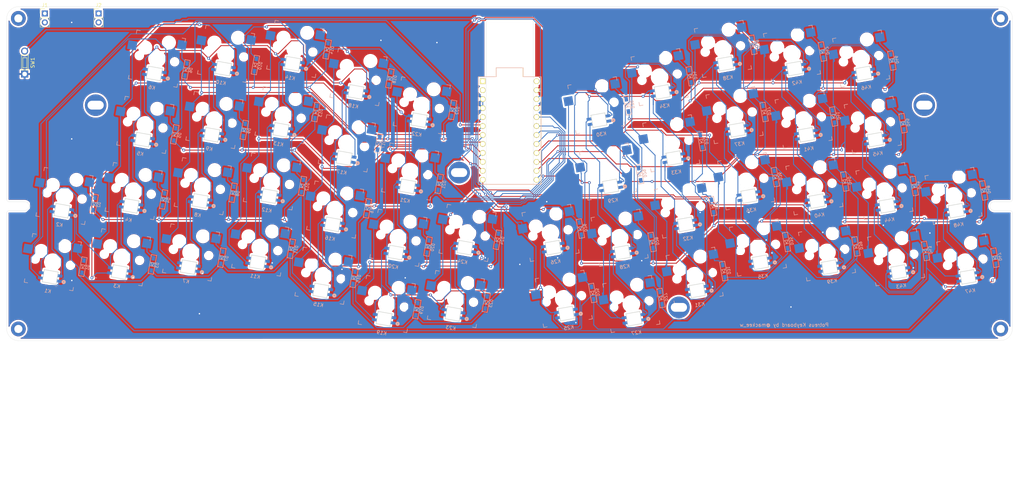
<source format=kicad_pcb>
(kicad_pcb (version 20171130) (host pcbnew "(5.1.10-1-10_14)")
  (layers (0 F.Cu signal) (31 B.Cu signal) (34 B.Paste user) (35 F.Paste user) (36 B.SilkS user) (37 F.SilkS user) (38 B.Mask user) (39 F.Mask user) (44 Edge.Cuts user))
  (net 0 "")
  (net 1 "Net-(D1-Pad2)")
  (net 2 COL0)
  (net 3 "Net-(D2-Pad2)")
  (net 4 COL1)
  (net 5 "Net-(D3-Pad2)")
  (net 6 COL2)
  (net 7 "Net-(D4-Pad2)")
  (net 8 COL3)
  (net 9 "Net-(D5-Pad2)")
  (net 10 COL4)
  (net 11 "Net-(D6-Pad2)")
  (net 12 COL5)
  (net 13 "Net-(D7-Pad2)")
  (net 14 COL6)
  (net 15 "Net-(D8-Pad2)")
  (net 16 COL7)
  (net 17 "Net-(D9-Pad2)")
  (net 18 "Net-(D10-Pad2)")
  (net 19 "Net-(D11-Pad2)")
  (net 20 "Net-(D12-Pad2)")
  (net 21 "Net-(D13-Pad2)")
  (net 22 "Net-(D14-Pad2)")
  (net 23 "Net-(D15-Pad2)")
  (net 24 "Net-(D16-Pad2)")
  (net 25 "Net-(D17-Pad2)")
  (net 26 "Net-(D18-Pad2)")
  (net 27 "Net-(D19-Pad2)")
  (net 28 "Net-(D20-Pad2)")
  (net 29 "Net-(D21-Pad2)")
  (net 30 "Net-(D22-Pad2)")
  (net 31 "Net-(D23-Pad2)")
  (net 32 "Net-(D24-Pad2)")
  (net 33 "Net-(D25-Pad2)")
  (net 34 "Net-(D26-Pad2)")
  (net 35 "Net-(D27-Pad2)")
  (net 36 "Net-(D28-Pad2)")
  (net 37 "Net-(D29-Pad2)")
  (net 38 "Net-(D30-Pad2)")
  (net 39 "Net-(D31-Pad2)")
  (net 40 "Net-(D32-Pad2)")
  (net 41 "Net-(D33-Pad2)")
  (net 42 "Net-(D34-Pad2)")
  (net 43 "Net-(D35-Pad2)")
  (net 44 "Net-(D36-Pad2)")
  (net 45 "Net-(D37-Pad2)")
  (net 46 "Net-(D38-Pad2)")
  (net 47 "Net-(D39-Pad2)")
  (net 48 "Net-(D40-Pad2)")
  (net 49 "Net-(D41-Pad2)")
  (net 50 "Net-(D42-Pad2)")
  (net 51 "Net-(D43-Pad2)")
  (net 52 "Net-(D44-Pad2)")
  (net 53 "Net-(D45-Pad2)")
  (net 54 "Net-(D46-Pad2)")
  (net 55 "Net-(D47-Pad2)")
  (net 56 "Net-(D48-Pad2)")
  (net 57 "Net-(K1-Pad6)")
  (net 58 GND)
  (net 59 "Net-(K1-Pad4)")
  (net 60 +5V)
  (net 61 ROW0)
  (net 62 "Net-(K2-Pad6)")
  (net 63 "Net-(K3-Pad6)")
  (net 64 "Net-(K4-Pad6)")
  (net 65 "Net-(K5-Pad6)")
  (net 66 "Net-(K16-Pad6)")
  (net 67 "Net-(K7-Pad6)")
  (net 68 LED)
  (net 69 "Net-(K10-Pad4)")
  (net 70 "Net-(K20-Pad6)")
  (net 71 ROW1)
  (net 72 "Net-(K10-Pad6)")
  (net 73 "Net-(K11-Pad6)")
  (net 74 "Net-(K13-Pad6)")
  (net 75 "Net-(K14-Pad6)")
  (net 76 "Net-(K15-Pad6)")
  (net 77 "Net-(K17-Pad6)")
  (net 78 ROW2)
  (net 79 "Net-(K19-Pad6)")
  (net 80 "Net-(K21-Pad6)")
  (net 81 "Net-(K23-Pad6)")
  (net 82 "Net-(K25-Pad6)")
  (net 83 "Net-(K25-Pad4)")
  (net 84 ROW3)
  (net 85 "Net-(K27-Pad6)")
  (net 86 "Net-(K29-Pad6)")
  (net 87 "Net-(K31-Pad6)")
  (net 88 "Net-(K33-Pad6)")
  (net 89 ROW4)
  (net 90 "Net-(K35-Pad6)")
  (net 91 "Net-(K37-Pad6)")
  (net 92 "Net-(K39-Pad6)")
  (net 93 "Net-(K41-Pad6)")
  (net 94 ROW5)
  (net 95 "Net-(K43-Pad6)")
  (net 96 "Net-(K45-Pad6)")
  (net 97 "Net-(K47-Pad6)")
  (net 98 "Net-(SW1-Pad1)")
  (net 99 "Net-(K12-Pad6)")
  (net 100 "Net-(K8-Pad6)")
  (net 101 "Net-(K11-Pad4)")
  (net 102 "Net-(K15-Pad4)")
  (net 103 "Net-(K19-Pad4)")
  (net 104 ROW6)
  (net 105 "Net-(K27-Pad4)")
  (net 106 "Net-(K28-Pad6)")
  (net 107 "Net-(K31-Pad4)")
  (net 108 "Net-(K32-Pad6)")
  (net 109 "Net-(K35-Pad4)")
  (net 110 "Net-(K36-Pad6)")
  (net 111 "Net-(K39-Pad4)")
  (net 112 "Net-(K40-Pad6)")
  (net 113 "Net-(K43-Pad4)")
  (net 114 "Net-(K44-Pad6)")
  (module kbd_Parts:Diode_SMD (layer F.Cu) (at 21.59 119.06 80)
    (fp_text reference D1 (at 0 1.4 80) (layer B.SilkS) (effects (font (size 0.8 0.8) (thickness 0.125)) (justify mirror)))
    (fp_text value D hide)
    (pad 2 smd rect (at 1.775 0 80) (size 1.3 0.95) (layers B.Cu B.Paste B.Mask) (net 1 "Net-(D1-Pad2)"))
    (pad 1 smd rect (at -1.775 0 80) (size 1.3 0.95) (layers B.Cu B.Paste B.Mask) (net 2 COL0))
  )
  (module kicad-parts:Kailh_socket_with_SK6812MINI-E (layer F.Cu) (at 117.62 73.3589 350)
    (fp_text reference K22 (at 0 8.3 170) (layer B.SilkS) (effects (justify mirror)))
    (fp_text value KEYSW_SK6812MINI-E)
    (fp_line (start -2 2.5) (end -2 6) (layer Edge.Cuts) (width 0.15))
    (fp_line (start -2 6) (end 2 6) (layer Edge.Cuts) (width 0.15))
    (fp_line (start 2 6) (end 2 2.5) (layer Edge.Cuts) (width 0.15))
    (fp_line (start 2 2.5) (end -2 2.5) (layer Edge.Cuts) (width 0.15))
    (pad 6 smd rect (at 2.7 3.5 80) (size 0.82 1.4) (layers B.Cu B.Paste B.Mask) (net 102 "Net-(K15-Pad4)"))
    (pad 5 smd rect (at 2.7 5 80) (size 0.82 1.4) (layers B.Cu B.Paste B.Mask) (net 58 GND))
    (pad 4 smd rect (at -2.7 5 80) (size 0.82 1.4) (layers B.Cu B.Paste B.Mask) (net 80 "Net-(K21-Pad6)"))
    (pad 3 smd rect (at -2.7 3.5 80) (size 0.82 1.4) (layers B.Cu B.Paste B.Mask) (net 60 +5V))
    (pad 2 smd rect (at -7.56 -2.54 350) (size 2.55 2.5) (layers B.Cu B.Paste B.Mask) (net 94 ROW5))
    (pad "" np_thru_hole circle (at -5.08 0 350) (size 1.7018 1.7018) (drill 1.7018) (layers *.Cu *.Mask))
    (pad "" np_thru_hole circle (at 5.08 0 350) (size 1.7018 1.7018) (drill 1.7018) (layers *.Cu *.Mask))
    (pad "" np_thru_hole circle (at 0 0 350) (size 3.9878 3.9878) (drill 3.9878) (layers *.Cu *.Mask))
    (pad "" np_thru_hole circle (at -3.81 -2.54 350) (size 3 3) (drill 3) (layers *.Cu *.Mask))
    (pad "" np_thru_hole circle (at 2.54 -5.08 350) (size 3 3) (drill 3) (layers *.Cu *.Mask))
    (pad 1 smd rect (at 6.29 -5.08 350) (size 2.55 2.5) (layers B.Cu B.Paste B.Mask) (net 30 "Net-(D22-Pad2)"))
  )
  (module promicro:ProMicro (layer F.Cu) (at 142.525 80.48 270)
    (fp_text reference U1 hide)
    (fp_text value ProMicro)
    (pad 24 thru_hole circle (at -13.97 -7.62 270) (size 1.6 1.6) (drill 1.1) (layers *.Cu *.Mask F.SilkS))
    (pad 23 thru_hole circle (at -11.43 -7.62 270) (size 1.6 1.6) (drill 1.1) (layers *.Cu *.Mask F.SilkS) (net 58 GND))
    (pad 22 thru_hole circle (at -8.89 -7.62 270) (size 1.6 1.6) (drill 1.1) (layers *.Cu *.Mask F.SilkS) (net 98 "Net-(SW1-Pad1)"))
    (pad 21 thru_hole circle (at -6.35 -7.62 270) (size 1.6 1.6) (drill 1.1) (layers *.Cu *.Mask F.SilkS) (net 60 +5V))
    (pad 20 thru_hole circle (at -3.81 -7.62 270) (size 1.6 1.6) (drill 1.1) (layers *.Cu *.Mask F.SilkS) (net 2 COL0))
    (pad 19 thru_hole circle (at -1.27 -7.62 270) (size 1.6 1.6) (drill 1.1) (layers *.Cu *.Mask F.SilkS) (net 4 COL1))
    (pad 18 thru_hole circle (at 1.27 -7.62 270) (size 1.6 1.6) (drill 1.1) (layers *.Cu *.Mask F.SilkS) (net 6 COL2))
    (pad 17 thru_hole circle (at 3.81 -7.62 270) (size 1.6 1.6) (drill 1.1) (layers *.Cu *.Mask F.SilkS) (net 8 COL3))
    (pad 16 thru_hole circle (at 6.35 -7.62 270) (size 1.6 1.6) (drill 1.1) (layers *.Cu *.Mask F.SilkS) (net 10 COL4))
    (pad 15 thru_hole circle (at 8.89 -7.62 270) (size 1.6 1.6) (drill 1.1) (layers *.Cu *.Mask F.SilkS) (net 12 COL5))
    (pad 14 thru_hole circle (at 11.43 -7.62 270) (size 1.6 1.6) (drill 1.1) (layers *.Cu *.Mask F.SilkS) (net 14 COL6))
    (pad 13 thru_hole circle (at 13.97 -7.62 270) (size 1.6 1.6) (drill 1.1) (layers *.Cu *.Mask F.SilkS) (net 16 COL7))
    (pad 12 thru_hole circle (at 13.97 7.62 270) (size 1.6 1.6) (drill 1.1) (layers *.Cu *.Mask F.SilkS) (net 104 ROW6))
    (pad 11 thru_hole circle (at 11.43 7.62 270) (size 1.6 1.6) (drill 1.1) (layers *.Cu *.Mask F.SilkS) (net 94 ROW5))
    (pad 10 thru_hole circle (at 8.89 7.62 270) (size 1.6 1.6) (drill 1.1) (layers *.Cu *.Mask F.SilkS) (net 89 ROW4))
    (pad 9 thru_hole circle (at 6.35 7.62 270) (size 1.6 1.6) (drill 1.1) (layers *.Cu *.Mask F.SilkS) (net 84 ROW3))
    (pad 8 thru_hole circle (at 3.81 7.62 270) (size 1.6 1.6) (drill 1.1) (layers *.Cu *.Mask F.SilkS) (net 78 ROW2))
    (pad 7 thru_hole circle (at 1.27 7.62 270) (size 1.6 1.6) (drill 1.1) (layers *.Cu *.Mask F.SilkS) (net 71 ROW1))
    (pad 6 thru_hole circle (at -1.27 7.62 270) (size 1.6 1.6) (drill 1.1) (layers *.Cu *.Mask F.SilkS) (net 61 ROW0))
    (pad 5 thru_hole circle (at -3.81 7.62 270) (size 1.6 1.6) (drill 1.1) (layers *.Cu *.Mask F.SilkS) (net 68 LED))
    (pad 4 thru_hole circle (at -6.35 7.62 270) (size 1.6 1.6) (drill 1.1) (layers *.Cu *.Mask F.SilkS) (net 58 GND))
    (pad 3 thru_hole circle (at -8.89 7.62 270) (size 1.6 1.6) (drill 1.1) (layers *.Cu *.Mask F.SilkS) (net 58 GND))
    (pad 2 thru_hole circle (at -11.43 7.62 270) (size 1.6 1.6) (drill 1.1) (layers *.Cu *.Mask F.SilkS))
    (pad 1 thru_hole rect (at -13.97 7.62 270) (size 1.6 1.6) (drill 1.1) (layers *.Cu *.Mask F.SilkS))
  )
  (module kicad-parts:Kailh_socket_with_SK6812MINI-E (layer F.Cu) (at 252.055 116.402 10)
    (fp_text reference K43 (at 0 8.3 10) (layer B.SilkS) (effects (justify mirror)))
    (fp_text value KEYSW_SK6812MINI-E)
    (fp_line (start -2 2.5) (end -2 6) (layer Edge.Cuts) (width 0.15))
    (fp_line (start -2 6) (end 2 6) (layer Edge.Cuts) (width 0.15))
    (fp_line (start 2 6) (end 2 2.5) (layer Edge.Cuts) (width 0.15))
    (fp_line (start 2 2.5) (end -2 2.5) (layer Edge.Cuts) (width 0.15))
    (pad 6 smd rect (at 2.7 3.5 100) (size 0.82 1.4) (layers B.Cu B.Paste B.Mask) (net 95 "Net-(K43-Pad6)"))
    (pad 5 smd rect (at 2.7 5 100) (size 0.82 1.4) (layers B.Cu B.Paste B.Mask) (net 58 GND))
    (pad 4 smd rect (at -2.7 5 100) (size 0.82 1.4) (layers B.Cu B.Paste B.Mask) (net 113 "Net-(K43-Pad4)"))
    (pad 3 smd rect (at -2.7 3.5 100) (size 0.82 1.4) (layers B.Cu B.Paste B.Mask) (net 60 +5V))
    (pad 2 smd rect (at -7.56 -2.54 10) (size 2.55 2.5) (layers B.Cu B.Paste B.Mask) (net 94 ROW5))
    (pad "" np_thru_hole circle (at -5.08 0 10) (size 1.7018 1.7018) (drill 1.7018) (layers *.Cu *.Mask))
    (pad "" np_thru_hole circle (at 5.08 0 10) (size 1.7018 1.7018) (drill 1.7018) (layers *.Cu *.Mask))
    (pad "" np_thru_hole circle (at 0 0 10) (size 3.9878 3.9878) (drill 3.9878) (layers *.Cu *.Mask))
    (pad "" np_thru_hole circle (at -3.81 -2.54 10) (size 3 3) (drill 3) (layers *.Cu *.Mask))
    (pad "" np_thru_hole circle (at 2.54 -5.08 10) (size 3 3) (drill 3) (layers *.Cu *.Mask))
    (pad 1 smd rect (at 6.29 -5.08 10) (size 2.55 2.5) (layers B.Cu B.Paste B.Mask) (net 51 "Net-(D43-Pad2)"))
  )
  (module kicad-parts:Kailh_socket_with_SK6812MINI-E (layer F.Cu) (at 232.467 115.02 10)
    (fp_text reference K39 (at 0 8.3 10) (layer B.SilkS) (effects (justify mirror)))
    (fp_text value KEYSW_SK6812MINI-E)
    (fp_line (start -2 2.5) (end -2 6) (layer Edge.Cuts) (width 0.15))
    (fp_line (start -2 6) (end 2 6) (layer Edge.Cuts) (width 0.15))
    (fp_line (start 2 6) (end 2 2.5) (layer Edge.Cuts) (width 0.15))
    (fp_line (start 2 2.5) (end -2 2.5) (layer Edge.Cuts) (width 0.15))
    (pad 6 smd rect (at 2.7 3.5 100) (size 0.82 1.4) (layers B.Cu B.Paste B.Mask) (net 92 "Net-(K39-Pad6)"))
    (pad 5 smd rect (at 2.7 5 100) (size 0.82 1.4) (layers B.Cu B.Paste B.Mask) (net 58 GND))
    (pad 4 smd rect (at -2.7 5 100) (size 0.82 1.4) (layers B.Cu B.Paste B.Mask) (net 111 "Net-(K39-Pad4)"))
    (pad 3 smd rect (at -2.7 3.5 100) (size 0.82 1.4) (layers B.Cu B.Paste B.Mask) (net 60 +5V))
    (pad 2 smd rect (at -7.56 -2.54 10) (size 2.55 2.5) (layers B.Cu B.Paste B.Mask) (net 89 ROW4))
    (pad "" np_thru_hole circle (at -5.08 0 10) (size 1.7018 1.7018) (drill 1.7018) (layers *.Cu *.Mask))
    (pad "" np_thru_hole circle (at 5.08 0 10) (size 1.7018 1.7018) (drill 1.7018) (layers *.Cu *.Mask))
    (pad "" np_thru_hole circle (at 0 0 10) (size 3.9878 3.9878) (drill 3.9878) (layers *.Cu *.Mask))
    (pad "" np_thru_hole circle (at -3.81 -2.54 10) (size 3 3) (drill 3) (layers *.Cu *.Mask))
    (pad "" np_thru_hole circle (at 2.54 -5.08 10) (size 3 3) (drill 3) (layers *.Cu *.Mask))
    (pad 1 smd rect (at 6.29 -5.08 10) (size 2.55 2.5) (layers B.Cu B.Paste B.Mask) (net 47 "Net-(D39-Pad2)"))
  )
  (module kicad-parts:Kailh_socket_with_SK6812MINI-E (layer F.Cu) (at 194.946 121.636 10)
    (fp_text reference K31 (at 0 8.3 10) (layer B.SilkS) (effects (justify mirror)))
    (fp_text value KEYSW_SK6812MINI-E)
    (fp_line (start -2 2.5) (end -2 6) (layer Edge.Cuts) (width 0.15))
    (fp_line (start -2 6) (end 2 6) (layer Edge.Cuts) (width 0.15))
    (fp_line (start 2 6) (end 2 2.5) (layer Edge.Cuts) (width 0.15))
    (fp_line (start 2 2.5) (end -2 2.5) (layer Edge.Cuts) (width 0.15))
    (pad 6 smd rect (at 2.7 3.5 100) (size 0.82 1.4) (layers B.Cu B.Paste B.Mask) (net 87 "Net-(K31-Pad6)"))
    (pad 5 smd rect (at 2.7 5 100) (size 0.82 1.4) (layers B.Cu B.Paste B.Mask) (net 58 GND))
    (pad 4 smd rect (at -2.7 5 100) (size 0.82 1.4) (layers B.Cu B.Paste B.Mask) (net 107 "Net-(K31-Pad4)"))
    (pad 3 smd rect (at -2.7 3.5 100) (size 0.82 1.4) (layers B.Cu B.Paste B.Mask) (net 60 +5V))
    (pad 2 smd rect (at -7.56 -2.54 10) (size 2.55 2.5) (layers B.Cu B.Paste B.Mask) (net 78 ROW2))
    (pad "" np_thru_hole circle (at -5.08 0 10) (size 1.7018 1.7018) (drill 1.7018) (layers *.Cu *.Mask))
    (pad "" np_thru_hole circle (at 5.08 0 10) (size 1.7018 1.7018) (drill 1.7018) (layers *.Cu *.Mask))
    (pad "" np_thru_hole circle (at 0 0 10) (size 3.9878 3.9878) (drill 3.9878) (layers *.Cu *.Mask))
    (pad "" np_thru_hole circle (at -3.81 -2.54 10) (size 3 3) (drill 3) (layers *.Cu *.Mask))
    (pad "" np_thru_hole circle (at 2.54 -5.08 10) (size 3 3) (drill 3) (layers *.Cu *.Mask))
    (pad 1 smd rect (at 6.29 -5.08 10) (size 2.55 2.5) (layers B.Cu B.Paste B.Mask) (net 39 "Net-(D31-Pad2)"))
  )
  (module kicad-parts:Kailh_socket_with_SK6812MINI-E (layer F.Cu) (at 177.012 129.634 10)
    (fp_text reference K27 (at 0 8.3 10) (layer B.SilkS) (effects (justify mirror)))
    (fp_text value KEYSW_SK6812MINI-E)
    (fp_line (start -2 2.5) (end -2 6) (layer Edge.Cuts) (width 0.15))
    (fp_line (start -2 6) (end 2 6) (layer Edge.Cuts) (width 0.15))
    (fp_line (start 2 6) (end 2 2.5) (layer Edge.Cuts) (width 0.15))
    (fp_line (start 2 2.5) (end -2 2.5) (layer Edge.Cuts) (width 0.15))
    (pad 6 smd rect (at 2.7 3.5 100) (size 0.82 1.4) (layers B.Cu B.Paste B.Mask) (net 85 "Net-(K27-Pad6)"))
    (pad 5 smd rect (at 2.7 5 100) (size 0.82 1.4) (layers B.Cu B.Paste B.Mask) (net 58 GND))
    (pad 4 smd rect (at -2.7 5 100) (size 0.82 1.4) (layers B.Cu B.Paste B.Mask) (net 105 "Net-(K27-Pad4)"))
    (pad 3 smd rect (at -2.7 3.5 100) (size 0.82 1.4) (layers B.Cu B.Paste B.Mask) (net 60 +5V))
    (pad 2 smd rect (at -7.56 -2.54 10) (size 2.55 2.5) (layers B.Cu B.Paste B.Mask) (net 71 ROW1))
    (pad "" np_thru_hole circle (at -5.08 0 10) (size 1.7018 1.7018) (drill 1.7018) (layers *.Cu *.Mask))
    (pad "" np_thru_hole circle (at 5.08 0 10) (size 1.7018 1.7018) (drill 1.7018) (layers *.Cu *.Mask))
    (pad "" np_thru_hole circle (at 0 0 10) (size 3.9878 3.9878) (drill 3.9878) (layers *.Cu *.Mask))
    (pad "" np_thru_hole circle (at -3.81 -2.54 10) (size 3 3) (drill 3) (layers *.Cu *.Mask))
    (pad "" np_thru_hole circle (at 2.54 -5.08 10) (size 3 3) (drill 3) (layers *.Cu *.Mask))
    (pad 1 smd rect (at 6.29 -5.08 10) (size 2.55 2.5) (layers B.Cu B.Paste B.Mask) (net 35 "Net-(D27-Pad2)"))
  )
  (module kicad-parts:Kailh_socket_with_SK6812MINI-E (layer F.Cu) (at 89.7628 121.642 350)
    (fp_text reference K15 (at 0 8.3 170) (layer B.SilkS) (effects (justify mirror)))
    (fp_text value KEYSW_SK6812MINI-E)
    (fp_line (start -2 2.5) (end -2 6) (layer Edge.Cuts) (width 0.15))
    (fp_line (start -2 6) (end 2 6) (layer Edge.Cuts) (width 0.15))
    (fp_line (start 2 6) (end 2 2.5) (layer Edge.Cuts) (width 0.15))
    (fp_line (start 2 2.5) (end -2 2.5) (layer Edge.Cuts) (width 0.15))
    (pad 6 smd rect (at 2.7 3.5 80) (size 0.82 1.4) (layers B.Cu B.Paste B.Mask) (net 76 "Net-(K15-Pad6)"))
    (pad 5 smd rect (at 2.7 5 80) (size 0.82 1.4) (layers B.Cu B.Paste B.Mask) (net 58 GND))
    (pad 4 smd rect (at -2.7 5 80) (size 0.82 1.4) (layers B.Cu B.Paste B.Mask) (net 102 "Net-(K15-Pad4)"))
    (pad 3 smd rect (at -2.7 3.5 80) (size 0.82 1.4) (layers B.Cu B.Paste B.Mask) (net 60 +5V))
    (pad 2 smd rect (at -7.56 -2.54 350) (size 2.55 2.5) (layers B.Cu B.Paste B.Mask) (net 89 ROW4))
    (pad "" np_thru_hole circle (at -5.08 0 350) (size 1.7018 1.7018) (drill 1.7018) (layers *.Cu *.Mask))
    (pad "" np_thru_hole circle (at 5.08 0 350) (size 1.7018 1.7018) (drill 1.7018) (layers *.Cu *.Mask))
    (pad "" np_thru_hole circle (at 0 0 350) (size 3.9878 3.9878) (drill 3.9878) (layers *.Cu *.Mask))
    (pad "" np_thru_hole circle (at -3.81 -2.54 350) (size 3 3) (drill 3) (layers *.Cu *.Mask))
    (pad "" np_thru_hole circle (at 2.54 -5.08 350) (size 3 3) (drill 3) (layers *.Cu *.Mask))
    (pad 1 smd rect (at 6.29 -5.08 350) (size 2.55 2.5) (layers B.Cu B.Paste B.Mask) (net 23 "Net-(D15-Pad2)"))
  )
  (module Pin_Headers:Pin_Header_Straight_1x02_Pitch2.54mm (layer F.Cu) (at 26.035 47.305)
    (fp_text reference J2 (at 0 -2.33) (layer F.SilkS))
    (fp_text value Conn_01x02)
    (pad 1 thru_hole rect (at 0 0) (size 1.7 1.7) (drill 1) (layers *.Cu *.Mask))
    (pad 2 thru_hole oval (at 0 2.54) (size 1.7 1.7) (drill 1) (layers *.Cu *.Mask))
  )
  (module Pin_Headers:Pin_Header_Straight_1x02_Pitch2.54mm (layer F.Cu) (at 10.795 47.305)
    (fp_text reference J1 (at 0 -2.33) (layer F.SilkS))
    (fp_text value Conn_01x02)
    (pad 1 thru_hole rect (at 0 0) (size 1.7 1.7) (drill 1) (layers *.Cu *.Mask))
    (pad 2 thru_hole oval (at 0 2.54) (size 1.7 1.7) (drill 1) (layers *.Cu *.Mask))
  )
  (module kbd:M2_Hole_TH (layer F.Cu) (at 281.688 136.715)
    (fp_text reference H8 (at 0 0.5) (layer F.SilkS))
    (fp_text value MountingHole)
    (pad "" thru_hole circle (at 0 0) (size 4.2 4.2) (drill 2.3) (layers *.Cu *.Mask))
  )
  (module kbd:M2_Hole_TH (layer F.Cu) (at 3.3 136.715)
    (fp_text reference H7 (at 0 0.5) (layer F.SilkS))
    (fp_text value MountingHole)
    (pad "" thru_hole circle (at 0 0) (size 4.2 4.2) (drill 2.3) (layers *.Cu *.Mask))
  )
  (module kbd:M2_Hole_TH (layer F.Cu) (at 281.688 48.7)
    (fp_text reference H6 (at 0 0.5) (layer F.SilkS))
    (fp_text value MountingHole)
    (pad "" thru_hole circle (at 0 0) (size 4.2 4.2) (drill 2.3) (layers *.Cu *.Mask))
  )
  (module kbd:M2_Hole_TH (layer F.Cu) (at 3.3 48.7)
    (fp_text reference H5 (at 0 0.5) (layer F.SilkS))
    (fp_text value MountingHole)
    (pad "" thru_hole circle (at 0 0) (size 4.2 4.2) (drill 2.3) (layers *.Cu *.Mask))
  )
  (module keyboard_parts:Poker_oval_hole (layer F.Cu) (at 190.5 130.6)
    (fp_text reference H4 hide)
    (fp_text value MountingHole hide)
    (pad "" thru_hole circle (at 0 0) (size 6.1 6.1) (drill oval 4.6 2.5) (layers *.Cu *.Mask))
  )
  (module keyboard_parts:Poker_oval_hole (layer F.Cu) (at 128.2 92.4)
    (fp_text reference H3 hide)
    (fp_text value MountingHole hide)
    (pad "" thru_hole circle (at 0 0) (size 6.1 6.1) (drill oval 4.6 2.5) (layers *.Cu *.Mask))
  )
  (module keyboard_parts:Poker_oval_hole (layer F.Cu) (at 260.038 73.3)
    (fp_text reference H2 hide)
    (fp_text value MountingHole hide)
    (pad "" thru_hole circle (at 0 0) (size 6.1 6.1) (drill oval 4.6 2.5) (layers *.Cu *.Mask))
  )
  (module keyboard_parts:Poker_oval_hole (layer F.Cu) (at 25.2 73.3)
    (fp_text reference H1 hide)
    (fp_text value MountingHole hide)
    (pad "" thru_hole circle (at 0 0) (size 6.1 6.1) (drill oval 4.6 2.5) (layers *.Cu *.Mask))
  )
  (module potrius:tactswitch-2lead-6mm (layer F.Cu) (at 5.08 61.275 270)
    (fp_text reference SW1 (at 0 -2.286 90) (layer F.SilkS))
    (fp_text value SW_PUSH)
    (pad 2 thru_hole rect (at 3.198 0 270) (size 2 2) (drill 1.3) (layers *.Cu *.Mask) (net 58 GND))
    (pad 1 thru_hole circle (at -3.302 0 270) (size 2 2) (drill 1.3) (layers *.Cu *.Mask) (net 98 "Net-(SW1-Pad1)"))
  )
  (module kicad-parts:Kailh_socket_with_SK6812MINI-E (layer F.Cu) (at 271.642 117.784 10)
    (fp_text reference K47 (at 0 8.3 10) (layer B.SilkS) (effects (justify mirror)))
    (fp_text value KEYSW_SK6812MINI-E)
    (fp_line (start -2 2.5) (end -2 6) (layer Edge.Cuts) (width 0.15))
    (fp_line (start -2 6) (end 2 6) (layer Edge.Cuts) (width 0.15))
    (fp_line (start 2 6) (end 2 2.5) (layer Edge.Cuts) (width 0.15))
    (fp_line (start 2 2.5) (end -2 2.5) (layer Edge.Cuts) (width 0.15))
    (pad 6 smd rect (at 2.7 3.5 100) (size 0.82 1.4) (layers B.Cu B.Paste B.Mask) (net 97 "Net-(K47-Pad6)"))
    (pad 5 smd rect (at 2.7 5 100) (size 0.82 1.4) (layers B.Cu B.Paste B.Mask) (net 58 GND))
    (pad 4 smd rect (at -2.7 5 100) (size 0.82 1.4) (layers B.Cu B.Paste B.Mask) (net 62 "Net-(K2-Pad6)"))
    (pad 3 smd rect (at -2.7 3.5 100) (size 0.82 1.4) (layers B.Cu B.Paste B.Mask) (net 60 +5V))
    (pad 2 smd rect (at -7.56 -2.54 10) (size 2.55 2.5) (layers B.Cu B.Paste B.Mask) (net 104 ROW6))
    (pad "" np_thru_hole circle (at -5.08 0 10) (size 1.7018 1.7018) (drill 1.7018) (layers *.Cu *.Mask))
    (pad "" np_thru_hole circle (at 5.08 0 10) (size 1.7018 1.7018) (drill 1.7018) (layers *.Cu *.Mask))
    (pad "" np_thru_hole circle (at 0 0 10) (size 3.9878 3.9878) (drill 3.9878) (layers *.Cu *.Mask))
    (pad "" np_thru_hole circle (at -3.81 -2.54 10) (size 3 3) (drill 3) (layers *.Cu *.Mask))
    (pad "" np_thru_hole circle (at 2.54 -5.08 10) (size 3 3) (drill 3) (layers *.Cu *.Mask))
    (pad 1 smd rect (at 6.29 -5.08 10) (size 2.55 2.5) (layers B.Cu B.Paste B.Mask) (net 55 "Net-(D47-Pad2)"))
  )
  (module kicad-parts:Kailh_socket_with_SK6812MINI-E (layer F.Cu) (at 268.334 99.0236 10)
    (fp_text reference K48 (at 0 8.3 10) (layer B.SilkS) (effects (justify mirror)))
    (fp_text value KEYSW_SK6812MINI-E)
    (fp_line (start -2 2.5) (end -2 6) (layer Edge.Cuts) (width 0.15))
    (fp_line (start -2 6) (end 2 6) (layer Edge.Cuts) (width 0.15))
    (fp_line (start 2 6) (end 2 2.5) (layer Edge.Cuts) (width 0.15))
    (fp_line (start 2 2.5) (end -2 2.5) (layer Edge.Cuts) (width 0.15))
    (pad 6 smd rect (at 2.7 3.5 100) (size 0.82 1.4) (layers B.Cu B.Paste B.Mask) (net 113 "Net-(K43-Pad4)"))
    (pad 5 smd rect (at 2.7 5 100) (size 0.82 1.4) (layers B.Cu B.Paste B.Mask) (net 58 GND))
    (pad 4 smd rect (at -2.7 5 100) (size 0.82 1.4) (layers B.Cu B.Paste B.Mask) (net 97 "Net-(K47-Pad6)"))
    (pad 3 smd rect (at -2.7 3.5 100) (size 0.82 1.4) (layers B.Cu B.Paste B.Mask) (net 60 +5V))
    (pad 2 smd rect (at -7.56 -2.54 10) (size 2.55 2.5) (layers B.Cu B.Paste B.Mask) (net 104 ROW6))
    (pad "" np_thru_hole circle (at -5.08 0 10) (size 1.7018 1.7018) (drill 1.7018) (layers *.Cu *.Mask))
    (pad "" np_thru_hole circle (at 5.08 0 10) (size 1.7018 1.7018) (drill 1.7018) (layers *.Cu *.Mask))
    (pad "" np_thru_hole circle (at 0 0 10) (size 3.9878 3.9878) (drill 3.9878) (layers *.Cu *.Mask))
    (pad "" np_thru_hole circle (at -3.81 -2.54 10) (size 3 3) (drill 3) (layers *.Cu *.Mask))
    (pad "" np_thru_hole circle (at 2.54 -5.08 10) (size 3 3) (drill 3) (layers *.Cu *.Mask))
    (pad 1 smd rect (at 6.29 -5.08 10) (size 2.55 2.5) (layers B.Cu B.Paste B.Mask) (net 56 "Net-(D48-Pad2)"))
  )
  (module kicad-parts:Kailh_socket_with_SK6812MINI-E (layer F.Cu) (at 248.747 97.6414 10)
    (fp_text reference K44 (at 0 8.3 10) (layer B.SilkS) (effects (justify mirror)))
    (fp_text value KEYSW_SK6812MINI-E)
    (fp_line (start -2 2.5) (end -2 6) (layer Edge.Cuts) (width 0.15))
    (fp_line (start -2 6) (end 2 6) (layer Edge.Cuts) (width 0.15))
    (fp_line (start 2 6) (end 2 2.5) (layer Edge.Cuts) (width 0.15))
    (fp_line (start 2 2.5) (end -2 2.5) (layer Edge.Cuts) (width 0.15))
    (pad 6 smd rect (at 2.7 3.5 100) (size 0.82 1.4) (layers B.Cu B.Paste B.Mask) (net 114 "Net-(K44-Pad6)"))
    (pad 5 smd rect (at 2.7 5 100) (size 0.82 1.4) (layers B.Cu B.Paste B.Mask) (net 58 GND))
    (pad 4 smd rect (at -2.7 5 100) (size 0.82 1.4) (layers B.Cu B.Paste B.Mask) (net 95 "Net-(K43-Pad6)"))
    (pad 3 smd rect (at -2.7 3.5 100) (size 0.82 1.4) (layers B.Cu B.Paste B.Mask) (net 60 +5V))
    (pad 2 smd rect (at -7.56 -2.54 10) (size 2.55 2.5) (layers B.Cu B.Paste B.Mask) (net 94 ROW5))
    (pad "" np_thru_hole circle (at -5.08 0 10) (size 1.7018 1.7018) (drill 1.7018) (layers *.Cu *.Mask))
    (pad "" np_thru_hole circle (at 5.08 0 10) (size 1.7018 1.7018) (drill 1.7018) (layers *.Cu *.Mask))
    (pad "" np_thru_hole circle (at 0 0 10) (size 3.9878 3.9878) (drill 3.9878) (layers *.Cu *.Mask))
    (pad "" np_thru_hole circle (at -3.81 -2.54 10) (size 3 3) (drill 3) (layers *.Cu *.Mask))
    (pad "" np_thru_hole circle (at 2.54 -5.08 10) (size 3 3) (drill 3) (layers *.Cu *.Mask))
    (pad 1 smd rect (at 6.29 -5.08 10) (size 2.55 2.5) (layers B.Cu B.Paste B.Mask) (net 52 "Net-(D44-Pad2)"))
  )
  (module kicad-parts:Kailh_socket_with_SK6812MINI-E (layer F.Cu) (at 245.439 78.8808 10)
    (fp_text reference K45 (at 0 8.3 10) (layer B.SilkS) (effects (justify mirror)))
    (fp_text value KEYSW_SK6812MINI-E)
    (fp_line (start -2 2.5) (end -2 6) (layer Edge.Cuts) (width 0.15))
    (fp_line (start -2 6) (end 2 6) (layer Edge.Cuts) (width 0.15))
    (fp_line (start 2 6) (end 2 2.5) (layer Edge.Cuts) (width 0.15))
    (fp_line (start 2 2.5) (end -2 2.5) (layer Edge.Cuts) (width 0.15))
    (pad 6 smd rect (at 2.7 3.5 100) (size 0.82 1.4) (layers B.Cu B.Paste B.Mask) (net 96 "Net-(K45-Pad6)"))
    (pad 5 smd rect (at 2.7 5 100) (size 0.82 1.4) (layers B.Cu B.Paste B.Mask) (net 58 GND))
    (pad 4 smd rect (at -2.7 5 100) (size 0.82 1.4) (layers B.Cu B.Paste B.Mask) (net 114 "Net-(K44-Pad6)"))
    (pad 3 smd rect (at -2.7 3.5 100) (size 0.82 1.4) (layers B.Cu B.Paste B.Mask) (net 60 +5V))
    (pad 2 smd rect (at -7.56 -2.54 10) (size 2.55 2.5) (layers B.Cu B.Paste B.Mask) (net 94 ROW5))
    (pad "" np_thru_hole circle (at -5.08 0 10) (size 1.7018 1.7018) (drill 1.7018) (layers *.Cu *.Mask))
    (pad "" np_thru_hole circle (at 5.08 0 10) (size 1.7018 1.7018) (drill 1.7018) (layers *.Cu *.Mask))
    (pad "" np_thru_hole circle (at 0 0 10) (size 3.9878 3.9878) (drill 3.9878) (layers *.Cu *.Mask))
    (pad "" np_thru_hole circle (at -3.81 -2.54 10) (size 3 3) (drill 3) (layers *.Cu *.Mask))
    (pad "" np_thru_hole circle (at 2.54 -5.08 10) (size 3 3) (drill 3) (layers *.Cu *.Mask))
    (pad 1 smd rect (at 6.29 -5.08 10) (size 2.55 2.5) (layers B.Cu B.Paste B.Mask) (net 53 "Net-(D45-Pad2)"))
  )
  (module kicad-parts:Kailh_socket_with_SK6812MINI-E (layer F.Cu) (at 242.131 60.1202 10)
    (fp_text reference K46 (at 0 8.3 10) (layer B.SilkS) (effects (justify mirror)))
    (fp_text value KEYSW_SK6812MINI-E)
    (fp_line (start -2 2.5) (end -2 6) (layer Edge.Cuts) (width 0.15))
    (fp_line (start -2 6) (end 2 6) (layer Edge.Cuts) (width 0.15))
    (fp_line (start 2 6) (end 2 2.5) (layer Edge.Cuts) (width 0.15))
    (fp_line (start 2 2.5) (end -2 2.5) (layer Edge.Cuts) (width 0.15))
    (pad 6 smd rect (at 2.7 3.5 100) (size 0.82 1.4) (layers B.Cu B.Paste B.Mask) (net 111 "Net-(K39-Pad4)"))
    (pad 5 smd rect (at 2.7 5 100) (size 0.82 1.4) (layers B.Cu B.Paste B.Mask) (net 58 GND))
    (pad 4 smd rect (at -2.7 5 100) (size 0.82 1.4) (layers B.Cu B.Paste B.Mask) (net 96 "Net-(K45-Pad6)"))
    (pad 3 smd rect (at -2.7 3.5 100) (size 0.82 1.4) (layers B.Cu B.Paste B.Mask) (net 60 +5V))
    (pad 2 smd rect (at -7.56 -2.54 10) (size 2.55 2.5) (layers B.Cu B.Paste B.Mask) (net 94 ROW5))
    (pad "" np_thru_hole circle (at -5.08 0 10) (size 1.7018 1.7018) (drill 1.7018) (layers *.Cu *.Mask))
    (pad "" np_thru_hole circle (at 5.08 0 10) (size 1.7018 1.7018) (drill 1.7018) (layers *.Cu *.Mask))
    (pad "" np_thru_hole circle (at 0 0 10) (size 3.9878 3.9878) (drill 3.9878) (layers *.Cu *.Mask))
    (pad "" np_thru_hole circle (at -3.81 -2.54 10) (size 3 3) (drill 3) (layers *.Cu *.Mask))
    (pad "" np_thru_hole circle (at 2.54 -5.08 10) (size 3 3) (drill 3) (layers *.Cu *.Mask))
    (pad 1 smd rect (at 6.29 -5.08 10) (size 2.55 2.5) (layers B.Cu B.Paste B.Mask) (net 54 "Net-(D46-Pad2)"))
  )
  (module kicad-parts:Kailh_socket_with_SK6812MINI-E (layer F.Cu) (at 228.89 96.3066 10)
    (fp_text reference K40 (at 0 8.3 10) (layer B.SilkS) (effects (justify mirror)))
    (fp_text value KEYSW_SK6812MINI-E)
    (fp_line (start -2 2.5) (end -2 6) (layer Edge.Cuts) (width 0.15))
    (fp_line (start -2 6) (end 2 6) (layer Edge.Cuts) (width 0.15))
    (fp_line (start 2 6) (end 2 2.5) (layer Edge.Cuts) (width 0.15))
    (fp_line (start 2 2.5) (end -2 2.5) (layer Edge.Cuts) (width 0.15))
    (pad 6 smd rect (at 2.7 3.5 100) (size 0.82 1.4) (layers B.Cu B.Paste B.Mask) (net 112 "Net-(K40-Pad6)"))
    (pad 5 smd rect (at 2.7 5 100) (size 0.82 1.4) (layers B.Cu B.Paste B.Mask) (net 58 GND))
    (pad 4 smd rect (at -2.7 5 100) (size 0.82 1.4) (layers B.Cu B.Paste B.Mask) (net 92 "Net-(K39-Pad6)"))
    (pad 3 smd rect (at -2.7 3.5 100) (size 0.82 1.4) (layers B.Cu B.Paste B.Mask) (net 60 +5V))
    (pad 2 smd rect (at -7.56 -2.54 10) (size 2.55 2.5) (layers B.Cu B.Paste B.Mask) (net 89 ROW4))
    (pad "" np_thru_hole circle (at -5.08 0 10) (size 1.7018 1.7018) (drill 1.7018) (layers *.Cu *.Mask))
    (pad "" np_thru_hole circle (at 5.08 0 10) (size 1.7018 1.7018) (drill 1.7018) (layers *.Cu *.Mask))
    (pad "" np_thru_hole circle (at 0 0 10) (size 3.9878 3.9878) (drill 3.9878) (layers *.Cu *.Mask))
    (pad "" np_thru_hole circle (at -3.81 -2.54 10) (size 3 3) (drill 3) (layers *.Cu *.Mask))
    (pad "" np_thru_hole circle (at 2.54 -5.08 10) (size 3 3) (drill 3) (layers *.Cu *.Mask))
    (pad 1 smd rect (at 6.29 -5.08 10) (size 2.55 2.5) (layers B.Cu B.Paste B.Mask) (net 48 "Net-(D40-Pad2)"))
  )
  (module kicad-parts:Kailh_socket_with_SK6812MINI-E (layer F.Cu) (at 225.851 77.4987 10)
    (fp_text reference K41 (at 0 8.3 10) (layer B.SilkS) (effects (justify mirror)))
    (fp_text value KEYSW_SK6812MINI-E)
    (fp_line (start -2 2.5) (end -2 6) (layer Edge.Cuts) (width 0.15))
    (fp_line (start -2 6) (end 2 6) (layer Edge.Cuts) (width 0.15))
    (fp_line (start 2 6) (end 2 2.5) (layer Edge.Cuts) (width 0.15))
    (fp_line (start 2 2.5) (end -2 2.5) (layer Edge.Cuts) (width 0.15))
    (pad 6 smd rect (at 2.7 3.5 100) (size 0.82 1.4) (layers B.Cu B.Paste B.Mask) (net 93 "Net-(K41-Pad6)"))
    (pad 5 smd rect (at 2.7 5 100) (size 0.82 1.4) (layers B.Cu B.Paste B.Mask) (net 58 GND))
    (pad 4 smd rect (at -2.7 5 100) (size 0.82 1.4) (layers B.Cu B.Paste B.Mask) (net 112 "Net-(K40-Pad6)"))
    (pad 3 smd rect (at -2.7 3.5 100) (size 0.82 1.4) (layers B.Cu B.Paste B.Mask) (net 60 +5V))
    (pad 2 smd rect (at -7.56 -2.54 10) (size 2.55 2.5) (layers B.Cu B.Paste B.Mask) (net 89 ROW4))
    (pad "" np_thru_hole circle (at -5.08 0 10) (size 1.7018 1.7018) (drill 1.7018) (layers *.Cu *.Mask))
    (pad "" np_thru_hole circle (at 5.08 0 10) (size 1.7018 1.7018) (drill 1.7018) (layers *.Cu *.Mask))
    (pad "" np_thru_hole circle (at 0 0 10) (size 3.9878 3.9878) (drill 3.9878) (layers *.Cu *.Mask))
    (pad "" np_thru_hole circle (at -3.81 -2.54 10) (size 3 3) (drill 3) (layers *.Cu *.Mask))
    (pad "" np_thru_hole circle (at 2.54 -5.08 10) (size 3 3) (drill 3) (layers *.Cu *.Mask))
    (pad 1 smd rect (at 6.29 -5.08 10) (size 2.55 2.5) (layers B.Cu B.Paste B.Mask) (net 49 "Net-(D41-Pad2)"))
  )
  (module kicad-parts:Kailh_socket_with_SK6812MINI-E (layer F.Cu) (at 222.543 58.7381 10)
    (fp_text reference K42 (at 0 8.3 10) (layer B.SilkS) (effects (justify mirror)))
    (fp_text value KEYSW_SK6812MINI-E)
    (fp_line (start -2 2.5) (end -2 6) (layer Edge.Cuts) (width 0.15))
    (fp_line (start -2 6) (end 2 6) (layer Edge.Cuts) (width 0.15))
    (fp_line (start 2 6) (end 2 2.5) (layer Edge.Cuts) (width 0.15))
    (fp_line (start 2 2.5) (end -2 2.5) (layer Edge.Cuts) (width 0.15))
    (pad 6 smd rect (at 2.7 3.5 100) (size 0.82 1.4) (layers B.Cu B.Paste B.Mask) (net 109 "Net-(K35-Pad4)"))
    (pad 5 smd rect (at 2.7 5 100) (size 0.82 1.4) (layers B.Cu B.Paste B.Mask) (net 58 GND))
    (pad 4 smd rect (at -2.7 5 100) (size 0.82 1.4) (layers B.Cu B.Paste B.Mask) (net 93 "Net-(K41-Pad6)"))
    (pad 3 smd rect (at -2.7 3.5 100) (size 0.82 1.4) (layers B.Cu B.Paste B.Mask) (net 60 +5V))
    (pad 2 smd rect (at -7.56 -2.54 10) (size 2.55 2.5) (layers B.Cu B.Paste B.Mask) (net 89 ROW4))
    (pad "" np_thru_hole circle (at -5.08 0 10) (size 1.7018 1.7018) (drill 1.7018) (layers *.Cu *.Mask))
    (pad "" np_thru_hole circle (at 5.08 0 10) (size 1.7018 1.7018) (drill 1.7018) (layers *.Cu *.Mask))
    (pad "" np_thru_hole circle (at 0 0 10) (size 3.9878 3.9878) (drill 3.9878) (layers *.Cu *.Mask))
    (pad "" np_thru_hole circle (at -3.81 -2.54 10) (size 3 3) (drill 3) (layers *.Cu *.Mask))
    (pad "" np_thru_hole circle (at 2.54 -5.08 10) (size 3 3) (drill 3) (layers *.Cu *.Mask))
    (pad 1 smd rect (at 6.29 -5.08 10) (size 2.55 2.5) (layers B.Cu B.Paste B.Mask) (net 50 "Net-(D42-Pad2)"))
  )
  (module kicad-parts:Kailh_socket_with_SK6812MINI-E (layer F.Cu) (at 212.88 113.638 10)
    (fp_text reference K35 (at 0 8.3 10) (layer B.SilkS) (effects (justify mirror)))
    (fp_text value KEYSW_SK6812MINI-E)
    (fp_line (start -2 2.5) (end -2 6) (layer Edge.Cuts) (width 0.15))
    (fp_line (start -2 6) (end 2 6) (layer Edge.Cuts) (width 0.15))
    (fp_line (start 2 6) (end 2 2.5) (layer Edge.Cuts) (width 0.15))
    (fp_line (start 2 2.5) (end -2 2.5) (layer Edge.Cuts) (width 0.15))
    (pad 6 smd rect (at 2.7 3.5 100) (size 0.82 1.4) (layers B.Cu B.Paste B.Mask) (net 90 "Net-(K35-Pad6)"))
    (pad 5 smd rect (at 2.7 5 100) (size 0.82 1.4) (layers B.Cu B.Paste B.Mask) (net 58 GND))
    (pad 4 smd rect (at -2.7 5 100) (size 0.82 1.4) (layers B.Cu B.Paste B.Mask) (net 109 "Net-(K35-Pad4)"))
    (pad 3 smd rect (at -2.7 3.5 100) (size 0.82 1.4) (layers B.Cu B.Paste B.Mask) (net 60 +5V))
    (pad 2 smd rect (at -7.56 -2.54 10) (size 2.55 2.5) (layers B.Cu B.Paste B.Mask) (net 84 ROW3))
    (pad "" np_thru_hole circle (at -5.08 0 10) (size 1.7018 1.7018) (drill 1.7018) (layers *.Cu *.Mask))
    (pad "" np_thru_hole circle (at 5.08 0 10) (size 1.7018 1.7018) (drill 1.7018) (layers *.Cu *.Mask))
    (pad "" np_thru_hole circle (at 0 0 10) (size 3.9878 3.9878) (drill 3.9878) (layers *.Cu *.Mask))
    (pad "" np_thru_hole circle (at -3.81 -2.54 10) (size 3 3) (drill 3) (layers *.Cu *.Mask))
    (pad "" np_thru_hole circle (at 2.54 -5.08 10) (size 3 3) (drill 3) (layers *.Cu *.Mask))
    (pad 1 smd rect (at 6.29 -5.08 10) (size 2.55 2.5) (layers B.Cu B.Paste B.Mask) (net 43 "Net-(D35-Pad2)"))
  )
  (module kicad-parts:Kailh_socket_with_SK6812MINI-E (layer F.Cu) (at 206.264 76.1165 10)
    (fp_text reference K37 (at 0 8.3 10) (layer B.SilkS) (effects (justify mirror)))
    (fp_text value KEYSW_SK6812MINI-E)
    (fp_line (start -2 2.5) (end -2 6) (layer Edge.Cuts) (width 0.15))
    (fp_line (start -2 6) (end 2 6) (layer Edge.Cuts) (width 0.15))
    (fp_line (start 2 6) (end 2 2.5) (layer Edge.Cuts) (width 0.15))
    (fp_line (start 2 2.5) (end -2 2.5) (layer Edge.Cuts) (width 0.15))
    (pad 6 smd rect (at 2.7 3.5 100) (size 0.82 1.4) (layers B.Cu B.Paste B.Mask) (net 91 "Net-(K37-Pad6)"))
    (pad 5 smd rect (at 2.7 5 100) (size 0.82 1.4) (layers B.Cu B.Paste B.Mask) (net 58 GND))
    (pad 4 smd rect (at -2.7 5 100) (size 0.82 1.4) (layers B.Cu B.Paste B.Mask) (net 110 "Net-(K36-Pad6)"))
    (pad 3 smd rect (at -2.7 3.5 100) (size 0.82 1.4) (layers B.Cu B.Paste B.Mask) (net 60 +5V))
    (pad 2 smd rect (at -7.56 -2.54 10) (size 2.55 2.5) (layers B.Cu B.Paste B.Mask) (net 84 ROW3))
    (pad "" np_thru_hole circle (at -5.08 0 10) (size 1.7018 1.7018) (drill 1.7018) (layers *.Cu *.Mask))
    (pad "" np_thru_hole circle (at 5.08 0 10) (size 1.7018 1.7018) (drill 1.7018) (layers *.Cu *.Mask))
    (pad "" np_thru_hole circle (at 0 0 10) (size 3.9878 3.9878) (drill 3.9878) (layers *.Cu *.Mask))
    (pad "" np_thru_hole circle (at -3.81 -2.54 10) (size 3 3) (drill 3) (layers *.Cu *.Mask))
    (pad "" np_thru_hole circle (at 2.54 -5.08 10) (size 3 3) (drill 3) (layers *.Cu *.Mask))
    (pad 1 smd rect (at 6.29 -5.08 10) (size 2.55 2.5) (layers B.Cu B.Paste B.Mask) (net 45 "Net-(D37-Pad2)"))
  )
  (module kicad-parts:Kailh_socket_with_SK6812MINI-E (layer F.Cu) (at 202.956 57.3559 10)
    (fp_text reference K38 (at 0 8.3 10) (layer B.SilkS) (effects (justify mirror)))
    (fp_text value KEYSW_SK6812MINI-E)
    (fp_line (start -2 2.5) (end -2 6) (layer Edge.Cuts) (width 0.15))
    (fp_line (start -2 6) (end 2 6) (layer Edge.Cuts) (width 0.15))
    (fp_line (start 2 6) (end 2 2.5) (layer Edge.Cuts) (width 0.15))
    (fp_line (start 2 2.5) (end -2 2.5) (layer Edge.Cuts) (width 0.15))
    (pad 6 smd rect (at 2.7 3.5 100) (size 0.82 1.4) (layers B.Cu B.Paste B.Mask) (net 107 "Net-(K31-Pad4)"))
    (pad 5 smd rect (at 2.7 5 100) (size 0.82 1.4) (layers B.Cu B.Paste B.Mask) (net 58 GND))
    (pad 4 smd rect (at -2.7 5 100) (size 0.82 1.4) (layers B.Cu B.Paste B.Mask) (net 91 "Net-(K37-Pad6)"))
    (pad 3 smd rect (at -2.7 3.5 100) (size 0.82 1.4) (layers B.Cu B.Paste B.Mask) (net 60 +5V))
    (pad 2 smd rect (at -7.56 -2.54 10) (size 2.55 2.5) (layers B.Cu B.Paste B.Mask) (net 84 ROW3))
    (pad "" np_thru_hole circle (at -5.08 0 10) (size 1.7018 1.7018) (drill 1.7018) (layers *.Cu *.Mask))
    (pad "" np_thru_hole circle (at 5.08 0 10) (size 1.7018 1.7018) (drill 1.7018) (layers *.Cu *.Mask))
    (pad "" np_thru_hole circle (at 0 0 10) (size 3.9878 3.9878) (drill 3.9878) (layers *.Cu *.Mask))
    (pad "" np_thru_hole circle (at -3.81 -2.54 10) (size 3 3) (drill 3) (layers *.Cu *.Mask))
    (pad "" np_thru_hole circle (at 2.54 -5.08 10) (size 3 3) (drill 3) (layers *.Cu *.Mask))
    (pad 1 smd rect (at 6.29 -5.08 10) (size 2.55 2.5) (layers B.Cu B.Paste B.Mask) (net 46 "Net-(D38-Pad2)"))
  )
  (module kicad-parts:Kailh_socket_with_SK6812MINI-E (layer F.Cu) (at 191.638 102.875 10)
    (fp_text reference K32 (at 0 8.3 10) (layer B.SilkS) (effects (justify mirror)))
    (fp_text value KEYSW_SK6812MINI-E)
    (fp_line (start -2 2.5) (end -2 6) (layer Edge.Cuts) (width 0.15))
    (fp_line (start -2 6) (end 2 6) (layer Edge.Cuts) (width 0.15))
    (fp_line (start 2 6) (end 2 2.5) (layer Edge.Cuts) (width 0.15))
    (fp_line (start 2 2.5) (end -2 2.5) (layer Edge.Cuts) (width 0.15))
    (pad 6 smd rect (at 2.7 3.5 100) (size 0.82 1.4) (layers B.Cu B.Paste B.Mask) (net 108 "Net-(K32-Pad6)"))
    (pad 5 smd rect (at 2.7 5 100) (size 0.82 1.4) (layers B.Cu B.Paste B.Mask) (net 58 GND))
    (pad 4 smd rect (at -2.7 5 100) (size 0.82 1.4) (layers B.Cu B.Paste B.Mask) (net 87 "Net-(K31-Pad6)"))
    (pad 3 smd rect (at -2.7 3.5 100) (size 0.82 1.4) (layers B.Cu B.Paste B.Mask) (net 60 +5V))
    (pad 2 smd rect (at -7.56 -2.54 10) (size 2.55 2.5) (layers B.Cu B.Paste B.Mask) (net 78 ROW2))
    (pad "" np_thru_hole circle (at -5.08 0 10) (size 1.7018 1.7018) (drill 1.7018) (layers *.Cu *.Mask))
    (pad "" np_thru_hole circle (at 5.08 0 10) (size 1.7018 1.7018) (drill 1.7018) (layers *.Cu *.Mask))
    (pad "" np_thru_hole circle (at 0 0 10) (size 3.9878 3.9878) (drill 3.9878) (layers *.Cu *.Mask))
    (pad "" np_thru_hole circle (at -3.81 -2.54 10) (size 3 3) (drill 3) (layers *.Cu *.Mask))
    (pad "" np_thru_hole circle (at 2.54 -5.08 10) (size 3 3) (drill 3) (layers *.Cu *.Mask))
    (pad 1 smd rect (at 6.29 -5.08 10) (size 2.55 2.5) (layers B.Cu B.Paste B.Mask) (net 40 "Net-(D32-Pad2)"))
  )
  (module kicad-parts:Kailh_socket_with_SK6812MINI-E (layer F.Cu) (at 188.33 84.1147 10)
    (fp_text reference K33 (at 0 8.3 10) (layer B.SilkS) (effects (justify mirror)))
    (fp_text value KEYSW_SK6812MINI-E)
    (fp_line (start -2 2.5) (end -2 6) (layer Edge.Cuts) (width 0.15))
    (fp_line (start -2 6) (end 2 6) (layer Edge.Cuts) (width 0.15))
    (fp_line (start 2 6) (end 2 2.5) (layer Edge.Cuts) (width 0.15))
    (fp_line (start 2 2.5) (end -2 2.5) (layer Edge.Cuts) (width 0.15))
    (pad 6 smd rect (at 2.7 3.5 100) (size 0.82 1.4) (layers B.Cu B.Paste B.Mask) (net 88 "Net-(K33-Pad6)"))
    (pad 5 smd rect (at 2.7 5 100) (size 0.82 1.4) (layers B.Cu B.Paste B.Mask) (net 58 GND))
    (pad 4 smd rect (at -2.7 5 100) (size 0.82 1.4) (layers B.Cu B.Paste B.Mask) (net 108 "Net-(K32-Pad6)"))
    (pad 3 smd rect (at -2.7 3.5 100) (size 0.82 1.4) (layers B.Cu B.Paste B.Mask) (net 60 +5V))
    (pad 2 smd rect (at -7.56 -2.54 10) (size 2.55 2.5) (layers B.Cu B.Paste B.Mask) (net 78 ROW2))
    (pad "" np_thru_hole circle (at -5.08 0 10) (size 1.7018 1.7018) (drill 1.7018) (layers *.Cu *.Mask))
    (pad "" np_thru_hole circle (at 5.08 0 10) (size 1.7018 1.7018) (drill 1.7018) (layers *.Cu *.Mask))
    (pad "" np_thru_hole circle (at 0 0 10) (size 3.9878 3.9878) (drill 3.9878) (layers *.Cu *.Mask))
    (pad "" np_thru_hole circle (at -3.81 -2.54 10) (size 3 3) (drill 3) (layers *.Cu *.Mask))
    (pad "" np_thru_hole circle (at 2.54 -5.08 10) (size 3 3) (drill 3) (layers *.Cu *.Mask))
    (pad 1 smd rect (at 6.29 -5.08 10) (size 2.55 2.5) (layers B.Cu B.Paste B.Mask) (net 41 "Net-(D33-Pad2)"))
  )
  (module kicad-parts:Kailh_socket_with_SK6812MINI-E (layer F.Cu) (at 185.022 65.3541 10)
    (fp_text reference K34 (at 0 8.3 10) (layer B.SilkS) (effects (justify mirror)))
    (fp_text value KEYSW_SK6812MINI-E)
    (fp_line (start -2 2.5) (end -2 6) (layer Edge.Cuts) (width 0.15))
    (fp_line (start -2 6) (end 2 6) (layer Edge.Cuts) (width 0.15))
    (fp_line (start 2 6) (end 2 2.5) (layer Edge.Cuts) (width 0.15))
    (fp_line (start 2 2.5) (end -2 2.5) (layer Edge.Cuts) (width 0.15))
    (pad 6 smd rect (at 2.7 3.5 100) (size 0.82 1.4) (layers B.Cu B.Paste B.Mask) (net 105 "Net-(K27-Pad4)"))
    (pad 5 smd rect (at 2.7 5 100) (size 0.82 1.4) (layers B.Cu B.Paste B.Mask) (net 58 GND))
    (pad 4 smd rect (at -2.7 5 100) (size 0.82 1.4) (layers B.Cu B.Paste B.Mask) (net 88 "Net-(K33-Pad6)"))
    (pad 3 smd rect (at -2.7 3.5 100) (size 0.82 1.4) (layers B.Cu B.Paste B.Mask) (net 60 +5V))
    (pad 2 smd rect (at -7.56 -2.54 10) (size 2.55 2.5) (layers B.Cu B.Paste B.Mask) (net 78 ROW2))
    (pad "" np_thru_hole circle (at -5.08 0 10) (size 1.7018 1.7018) (drill 1.7018) (layers *.Cu *.Mask))
    (pad "" np_thru_hole circle (at 5.08 0 10) (size 1.7018 1.7018) (drill 1.7018) (layers *.Cu *.Mask))
    (pad "" np_thru_hole circle (at 0 0 10) (size 3.9878 3.9878) (drill 3.9878) (layers *.Cu *.Mask))
    (pad "" np_thru_hole circle (at -3.81 -2.54 10) (size 3 3) (drill 3) (layers *.Cu *.Mask))
    (pad "" np_thru_hole circle (at 2.54 -5.08 10) (size 3 3) (drill 3) (layers *.Cu *.Mask))
    (pad 1 smd rect (at 6.29 -5.08 10) (size 2.55 2.5) (layers B.Cu B.Paste B.Mask) (net 42 "Net-(D34-Pad2)"))
  )
  (module kicad-parts:Kailh_socket_with_SK6812MINI-E (layer F.Cu) (at 173.704 110.873 10)
    (fp_text reference K28 (at 0 8.3 10) (layer B.SilkS) (effects (justify mirror)))
    (fp_text value KEYSW_SK6812MINI-E)
    (fp_line (start -2 2.5) (end -2 6) (layer Edge.Cuts) (width 0.15))
    (fp_line (start -2 6) (end 2 6) (layer Edge.Cuts) (width 0.15))
    (fp_line (start 2 6) (end 2 2.5) (layer Edge.Cuts) (width 0.15))
    (fp_line (start 2 2.5) (end -2 2.5) (layer Edge.Cuts) (width 0.15))
    (pad 6 smd rect (at 2.7 3.5 100) (size 0.82 1.4) (layers B.Cu B.Paste B.Mask) (net 106 "Net-(K28-Pad6)"))
    (pad 5 smd rect (at 2.7 5 100) (size 0.82 1.4) (layers B.Cu B.Paste B.Mask) (net 58 GND))
    (pad 4 smd rect (at -2.7 5 100) (size 0.82 1.4) (layers B.Cu B.Paste B.Mask) (net 85 "Net-(K27-Pad6)"))
    (pad 3 smd rect (at -2.7 3.5 100) (size 0.82 1.4) (layers B.Cu B.Paste B.Mask) (net 60 +5V))
    (pad 2 smd rect (at -7.56 -2.54 10) (size 2.55 2.5) (layers B.Cu B.Paste B.Mask) (net 71 ROW1))
    (pad "" np_thru_hole circle (at -5.08 0 10) (size 1.7018 1.7018) (drill 1.7018) (layers *.Cu *.Mask))
    (pad "" np_thru_hole circle (at 5.08 0 10) (size 1.7018 1.7018) (drill 1.7018) (layers *.Cu *.Mask))
    (pad "" np_thru_hole circle (at 0 0 10) (size 3.9878 3.9878) (drill 3.9878) (layers *.Cu *.Mask))
    (pad "" np_thru_hole circle (at -3.81 -2.54 10) (size 3 3) (drill 3) (layers *.Cu *.Mask))
    (pad "" np_thru_hole circle (at 2.54 -5.08 10) (size 3 3) (drill 3) (layers *.Cu *.Mask))
    (pad 1 smd rect (at 6.29 -5.08 10) (size 2.55 2.5) (layers B.Cu B.Paste B.Mask) (net 36 "Net-(D28-Pad2)"))
  )
  (module kicad-parts:Kailh_socket_with_SK6812MINI-E (layer F.Cu) (at 170.396 92.1128 10)
    (fp_text reference K29 (at 0 8.3 10) (layer B.SilkS) (effects (justify mirror)))
    (fp_text value KEYSW_SK6812MINI-E)
    (fp_line (start -2 2.5) (end -2 6) (layer Edge.Cuts) (width 0.15))
    (fp_line (start -2 6) (end 2 6) (layer Edge.Cuts) (width 0.15))
    (fp_line (start 2 6) (end 2 2.5) (layer Edge.Cuts) (width 0.15))
    (fp_line (start 2 2.5) (end -2 2.5) (layer Edge.Cuts) (width 0.15))
    (pad 6 smd rect (at 2.7 3.5 100) (size 0.82 1.4) (layers B.Cu B.Paste B.Mask) (net 86 "Net-(K29-Pad6)"))
    (pad 5 smd rect (at 2.7 5 100) (size 0.82 1.4) (layers B.Cu B.Paste B.Mask) (net 58 GND))
    (pad 4 smd rect (at -2.7 5 100) (size 0.82 1.4) (layers B.Cu B.Paste B.Mask) (net 106 "Net-(K28-Pad6)"))
    (pad 3 smd rect (at -2.7 3.5 100) (size 0.82 1.4) (layers B.Cu B.Paste B.Mask) (net 60 +5V))
    (pad 2 smd rect (at -7.56 -2.54 10) (size 2.55 2.5) (layers B.Cu B.Paste B.Mask) (net 71 ROW1))
    (pad "" np_thru_hole circle (at -5.08 0 10) (size 1.7018 1.7018) (drill 1.7018) (layers *.Cu *.Mask))
    (pad "" np_thru_hole circle (at 5.08 0 10) (size 1.7018 1.7018) (drill 1.7018) (layers *.Cu *.Mask))
    (pad "" np_thru_hole circle (at 0 0 10) (size 3.9878 3.9878) (drill 3.9878) (layers *.Cu *.Mask))
    (pad "" np_thru_hole circle (at -3.81 -2.54 10) (size 3 3) (drill 3) (layers *.Cu *.Mask))
    (pad "" np_thru_hole circle (at 2.54 -5.08 10) (size 3 3) (drill 3) (layers *.Cu *.Mask))
    (pad 1 smd rect (at 6.29 -5.08 10) (size 2.55 2.5) (layers B.Cu B.Paste B.Mask) (net 37 "Net-(D29-Pad2)"))
  )
  (module kicad-parts:Kailh_socket_with_SK6812MINI-E (layer F.Cu) (at 209.572 94.8771 10)
    (fp_text reference K36 (at 0 8.3 10) (layer B.SilkS) (effects (justify mirror)))
    (fp_text value KEYSW_SK6812MINI-E)
    (fp_line (start -2 2.5) (end -2 6) (layer Edge.Cuts) (width 0.15))
    (fp_line (start -2 6) (end 2 6) (layer Edge.Cuts) (width 0.15))
    (fp_line (start 2 6) (end 2 2.5) (layer Edge.Cuts) (width 0.15))
    (fp_line (start 2 2.5) (end -2 2.5) (layer Edge.Cuts) (width 0.15))
    (pad 6 smd rect (at 2.7 3.5 100) (size 0.82 1.4) (layers B.Cu B.Paste B.Mask) (net 110 "Net-(K36-Pad6)"))
    (pad 5 smd rect (at 2.7 5 100) (size 0.82 1.4) (layers B.Cu B.Paste B.Mask) (net 58 GND))
    (pad 4 smd rect (at -2.7 5 100) (size 0.82 1.4) (layers B.Cu B.Paste B.Mask) (net 90 "Net-(K35-Pad6)"))
    (pad 3 smd rect (at -2.7 3.5 100) (size 0.82 1.4) (layers B.Cu B.Paste B.Mask) (net 60 +5V))
    (pad 2 smd rect (at -7.56 -2.54 10) (size 2.55 2.5) (layers B.Cu B.Paste B.Mask) (net 84 ROW3))
    (pad "" np_thru_hole circle (at -5.08 0 10) (size 1.7018 1.7018) (drill 1.7018) (layers *.Cu *.Mask))
    (pad "" np_thru_hole circle (at 5.08 0 10) (size 1.7018 1.7018) (drill 1.7018) (layers *.Cu *.Mask))
    (pad "" np_thru_hole circle (at 0 0 10) (size 3.9878 3.9878) (drill 3.9878) (layers *.Cu *.Mask))
    (pad "" np_thru_hole circle (at -3.81 -2.54 10) (size 3 3) (drill 3) (layers *.Cu *.Mask))
    (pad "" np_thru_hole circle (at 2.54 -5.08 10) (size 3 3) (drill 3) (layers *.Cu *.Mask))
    (pad 1 smd rect (at 6.29 -5.08 10) (size 2.55 2.5) (layers B.Cu B.Paste B.Mask) (net 44 "Net-(D36-Pad2)"))
  )
  (module kicad-parts:Kailh_socket_with_SK6812MINI-E (layer F.Cu) (at 167.088 73.3522 10)
    (fp_text reference K30 (at 0 8.3 10) (layer B.SilkS) (effects (justify mirror)))
    (fp_text value KEYSW_SK6812MINI-E)
    (fp_line (start -2 2.5) (end -2 6) (layer Edge.Cuts) (width 0.15))
    (fp_line (start -2 6) (end 2 6) (layer Edge.Cuts) (width 0.15))
    (fp_line (start 2 6) (end 2 2.5) (layer Edge.Cuts) (width 0.15))
    (fp_line (start 2 2.5) (end -2 2.5) (layer Edge.Cuts) (width 0.15))
    (pad 6 smd rect (at 2.7 3.5 100) (size 0.82 1.4) (layers B.Cu B.Paste B.Mask) (net 83 "Net-(K25-Pad4)"))
    (pad 5 smd rect (at 2.7 5 100) (size 0.82 1.4) (layers B.Cu B.Paste B.Mask) (net 58 GND))
    (pad 4 smd rect (at -2.7 5 100) (size 0.82 1.4) (layers B.Cu B.Paste B.Mask) (net 86 "Net-(K29-Pad6)"))
    (pad 3 smd rect (at -2.7 3.5 100) (size 0.82 1.4) (layers B.Cu B.Paste B.Mask) (net 60 +5V))
    (pad 2 smd rect (at -7.56 -2.54 10) (size 2.55 2.5) (layers B.Cu B.Paste B.Mask) (net 71 ROW1))
    (pad "" np_thru_hole circle (at -5.08 0 10) (size 1.7018 1.7018) (drill 1.7018) (layers *.Cu *.Mask))
    (pad "" np_thru_hole circle (at 5.08 0 10) (size 1.7018 1.7018) (drill 1.7018) (layers *.Cu *.Mask))
    (pad "" np_thru_hole circle (at 0 0 10) (size 3.9878 3.9878) (drill 3.9878) (layers *.Cu *.Mask))
    (pad "" np_thru_hole circle (at -3.81 -2.54 10) (size 3 3) (drill 3) (layers *.Cu *.Mask))
    (pad "" np_thru_hole circle (at 2.54 -5.08 10) (size 3 3) (drill 3) (layers *.Cu *.Mask))
    (pad 1 smd rect (at 6.29 -5.08 10) (size 2.55 2.5) (layers B.Cu B.Paste B.Mask) (net 38 "Net-(D30-Pad2)"))
  )
  (module kicad-parts:Kailh_socket_with_SK6812MINI-E (layer F.Cu) (at 157.863 128.175 10)
    (fp_text reference K25 (at 0 8.3 10) (layer B.SilkS) (effects (justify mirror)))
    (fp_text value KEYSW_SK6812MINI-E)
    (fp_line (start -2 2.5) (end -2 6) (layer Edge.Cuts) (width 0.15))
    (fp_line (start -2 6) (end 2 6) (layer Edge.Cuts) (width 0.15))
    (fp_line (start 2 6) (end 2 2.5) (layer Edge.Cuts) (width 0.15))
    (fp_line (start 2 2.5) (end -2 2.5) (layer Edge.Cuts) (width 0.15))
    (pad 6 smd rect (at 2.7 3.5 100) (size 0.82 1.4) (layers B.Cu B.Paste B.Mask) (net 82 "Net-(K25-Pad6)"))
    (pad 5 smd rect (at 2.7 5 100) (size 0.82 1.4) (layers B.Cu B.Paste B.Mask) (net 58 GND))
    (pad 4 smd rect (at -2.7 5 100) (size 0.82 1.4) (layers B.Cu B.Paste B.Mask) (net 83 "Net-(K25-Pad4)"))
    (pad 3 smd rect (at -2.7 3.5 100) (size 0.82 1.4) (layers B.Cu B.Paste B.Mask) (net 60 +5V))
    (pad 2 smd rect (at -7.56 -2.54 10) (size 2.55 2.5) (layers B.Cu B.Paste B.Mask) (net 61 ROW0))
    (pad "" np_thru_hole circle (at -5.08 0 10) (size 1.7018 1.7018) (drill 1.7018) (layers *.Cu *.Mask))
    (pad "" np_thru_hole circle (at 5.08 0 10) (size 1.7018 1.7018) (drill 1.7018) (layers *.Cu *.Mask))
    (pad "" np_thru_hole circle (at 0 0 10) (size 3.9878 3.9878) (drill 3.9878) (layers *.Cu *.Mask))
    (pad "" np_thru_hole circle (at -3.81 -2.54 10) (size 3 3) (drill 3) (layers *.Cu *.Mask))
    (pad "" np_thru_hole circle (at 2.54 -5.08 10) (size 3 3) (drill 3) (layers *.Cu *.Mask))
    (pad 1 smd rect (at 6.29 -5.08 10) (size 2.55 2.5) (layers B.Cu B.Paste B.Mask) (net 33 "Net-(D25-Pad2)"))
  )
  (module kicad-parts:Kailh_socket_with_SK6812MINI-E (layer F.Cu) (at 154.117 109.491 10)
    (fp_text reference K26 (at 0 8.3 10) (layer B.SilkS) (effects (justify mirror)))
    (fp_text value KEYSW_SK6812MINI-E)
    (fp_line (start -2 2.5) (end -2 6) (layer Edge.Cuts) (width 0.15))
    (fp_line (start -2 6) (end 2 6) (layer Edge.Cuts) (width 0.15))
    (fp_line (start 2 6) (end 2 2.5) (layer Edge.Cuts) (width 0.15))
    (fp_line (start 2 2.5) (end -2 2.5) (layer Edge.Cuts) (width 0.15))
    (pad 6 smd rect (at 2.7 3.5 100) (size 0.82 1.4) (layers B.Cu B.Paste B.Mask) (net 68 LED))
    (pad 5 smd rect (at 2.7 5 100) (size 0.82 1.4) (layers B.Cu B.Paste B.Mask) (net 58 GND))
    (pad 4 smd rect (at -2.7 5 100) (size 0.82 1.4) (layers B.Cu B.Paste B.Mask) (net 82 "Net-(K25-Pad6)"))
    (pad 3 smd rect (at -2.7 3.5 100) (size 0.82 1.4) (layers B.Cu B.Paste B.Mask) (net 60 +5V))
    (pad 2 smd rect (at -7.56 -2.54 10) (size 2.55 2.5) (layers B.Cu B.Paste B.Mask) (net 61 ROW0))
    (pad "" np_thru_hole circle (at -5.08 0 10) (size 1.7018 1.7018) (drill 1.7018) (layers *.Cu *.Mask))
    (pad "" np_thru_hole circle (at 5.08 0 10) (size 1.7018 1.7018) (drill 1.7018) (layers *.Cu *.Mask))
    (pad "" np_thru_hole circle (at 0 0 10) (size 3.9878 3.9878) (drill 3.9878) (layers *.Cu *.Mask))
    (pad "" np_thru_hole circle (at -3.81 -2.54 10) (size 3 3) (drill 3) (layers *.Cu *.Mask))
    (pad "" np_thru_hole circle (at 2.54 -5.08 10) (size 3 3) (drill 3) (layers *.Cu *.Mask))
    (pad 1 smd rect (at 6.29 -5.08 10) (size 2.55 2.5) (layers B.Cu B.Paste B.Mask) (net 34 "Net-(D26-Pad2)"))
  )
  (module kicad-parts:Kailh_socket_with_SK6812MINI-E (layer F.Cu) (at 127.284 128.258 350)
    (fp_text reference K23 (at 0 8.3 170) (layer B.SilkS) (effects (justify mirror)))
    (fp_text value KEYSW_SK6812MINI-E)
    (fp_line (start -2 2.5) (end -2 6) (layer Edge.Cuts) (width 0.15))
    (fp_line (start -2 6) (end 2 6) (layer Edge.Cuts) (width 0.15))
    (fp_line (start 2 6) (end 2 2.5) (layer Edge.Cuts) (width 0.15))
    (fp_line (start 2 2.5) (end -2 2.5) (layer Edge.Cuts) (width 0.15))
    (pad 6 smd rect (at 2.7 3.5 80) (size 0.82 1.4) (layers B.Cu B.Paste B.Mask) (net 81 "Net-(K23-Pad6)"))
    (pad 5 smd rect (at 2.7 5 80) (size 0.82 1.4) (layers B.Cu B.Paste B.Mask) (net 58 GND))
    (pad 4 smd rect (at -2.7 5 80) (size 0.82 1.4) (layers B.Cu B.Paste B.Mask))
    (pad 3 smd rect (at -2.7 3.5 80) (size 0.82 1.4) (layers B.Cu B.Paste B.Mask) (net 60 +5V))
    (pad 2 smd rect (at -7.56 -2.54 350) (size 2.55 2.5) (layers B.Cu B.Paste B.Mask) (net 104 ROW6))
    (pad "" np_thru_hole circle (at -5.08 0 350) (size 1.7018 1.7018) (drill 1.7018) (layers *.Cu *.Mask))
    (pad "" np_thru_hole circle (at 5.08 0 350) (size 1.7018 1.7018) (drill 1.7018) (layers *.Cu *.Mask))
    (pad "" np_thru_hole circle (at 0 0 350) (size 3.9878 3.9878) (drill 3.9878) (layers *.Cu *.Mask))
    (pad "" np_thru_hole circle (at -3.81 -2.54 350) (size 3 3) (drill 3) (layers *.Cu *.Mask))
    (pad "" np_thru_hole circle (at 2.54 -5.08 350) (size 3 3) (drill 3) (layers *.Cu *.Mask))
    (pad 1 smd rect (at 6.29 -5.08 350) (size 2.55 2.5) (layers B.Cu B.Paste B.Mask) (net 31 "Net-(D23-Pad2)"))
  )
  (module kicad-parts:Kailh_socket_with_SK6812MINI-E (layer F.Cu) (at 130.592 109.498 350)
    (fp_text reference K24 (at 0 8.3 170) (layer B.SilkS) (effects (justify mirror)))
    (fp_text value KEYSW_SK6812MINI-E)
    (fp_line (start -2 2.5) (end -2 6) (layer Edge.Cuts) (width 0.15))
    (fp_line (start -2 6) (end 2 6) (layer Edge.Cuts) (width 0.15))
    (fp_line (start 2 6) (end 2 2.5) (layer Edge.Cuts) (width 0.15))
    (fp_line (start 2 2.5) (end -2 2.5) (layer Edge.Cuts) (width 0.15))
    (pad 6 smd rect (at 2.7 3.5 80) (size 0.82 1.4) (layers B.Cu B.Paste B.Mask) (net 103 "Net-(K19-Pad4)"))
    (pad 5 smd rect (at 2.7 5 80) (size 0.82 1.4) (layers B.Cu B.Paste B.Mask) (net 58 GND))
    (pad 4 smd rect (at -2.7 5 80) (size 0.82 1.4) (layers B.Cu B.Paste B.Mask) (net 81 "Net-(K23-Pad6)"))
    (pad 3 smd rect (at -2.7 3.5 80) (size 0.82 1.4) (layers B.Cu B.Paste B.Mask) (net 60 +5V))
    (pad 2 smd rect (at -7.56 -2.54 350) (size 2.55 2.5) (layers B.Cu B.Paste B.Mask) (net 104 ROW6))
    (pad "" np_thru_hole circle (at -5.08 0 350) (size 1.7018 1.7018) (drill 1.7018) (layers *.Cu *.Mask))
    (pad "" np_thru_hole circle (at 5.08 0 350) (size 1.7018 1.7018) (drill 1.7018) (layers *.Cu *.Mask))
    (pad "" np_thru_hole circle (at 0 0 350) (size 3.9878 3.9878) (drill 3.9878) (layers *.Cu *.Mask))
    (pad "" np_thru_hole circle (at -3.81 -2.54 350) (size 3 3) (drill 3) (layers *.Cu *.Mask))
    (pad "" np_thru_hole circle (at 2.54 -5.08 350) (size 3 3) (drill 3) (layers *.Cu *.Mask))
    (pad 1 smd rect (at 6.29 -5.08 350) (size 2.55 2.5) (layers B.Cu B.Paste B.Mask) (net 32 "Net-(D24-Pad2)"))
  )
  (module kicad-parts:Kailh_socket_with_SK6812MINI-E (layer F.Cu) (at 107.696 129.641 350)
    (fp_text reference K19 (at 0 8.3 170) (layer B.SilkS) (effects (justify mirror)))
    (fp_text value KEYSW_SK6812MINI-E)
    (fp_line (start -2 2.5) (end -2 6) (layer Edge.Cuts) (width 0.15))
    (fp_line (start -2 6) (end 2 6) (layer Edge.Cuts) (width 0.15))
    (fp_line (start 2 6) (end 2 2.5) (layer Edge.Cuts) (width 0.15))
    (fp_line (start 2 2.5) (end -2 2.5) (layer Edge.Cuts) (width 0.15))
    (pad 6 smd rect (at 2.7 3.5 80) (size 0.82 1.4) (layers B.Cu B.Paste B.Mask) (net 79 "Net-(K19-Pad6)"))
    (pad 5 smd rect (at 2.7 5 80) (size 0.82 1.4) (layers B.Cu B.Paste B.Mask) (net 58 GND))
    (pad 4 smd rect (at -2.7 5 80) (size 0.82 1.4) (layers B.Cu B.Paste B.Mask) (net 103 "Net-(K19-Pad4)"))
    (pad 3 smd rect (at -2.7 3.5 80) (size 0.82 1.4) (layers B.Cu B.Paste B.Mask) (net 60 +5V))
    (pad 2 smd rect (at -7.56 -2.54 350) (size 2.55 2.5) (layers B.Cu B.Paste B.Mask) (net 94 ROW5))
    (pad "" np_thru_hole circle (at -5.08 0 350) (size 1.7018 1.7018) (drill 1.7018) (layers *.Cu *.Mask))
    (pad "" np_thru_hole circle (at 5.08 0 350) (size 1.7018 1.7018) (drill 1.7018) (layers *.Cu *.Mask))
    (pad "" np_thru_hole circle (at 0 0 350) (size 3.9878 3.9878) (drill 3.9878) (layers *.Cu *.Mask))
    (pad "" np_thru_hole circle (at -3.81 -2.54 350) (size 3 3) (drill 3) (layers *.Cu *.Mask))
    (pad "" np_thru_hole circle (at 2.54 -5.08 350) (size 3 3) (drill 3) (layers *.Cu *.Mask))
    (pad 1 smd rect (at 6.29 -5.08 350) (size 2.55 2.5) (layers B.Cu B.Paste B.Mask) (net 27 "Net-(D19-Pad2)"))
  )
  (module kicad-parts:Kailh_socket_with_SK6812MINI-E (layer F.Cu) (at 111.004 110.88 350)
    (fp_text reference K20 (at 0 8.3 170) (layer B.SilkS) (effects (justify mirror)))
    (fp_text value KEYSW_SK6812MINI-E)
    (fp_line (start -2 2.5) (end -2 6) (layer Edge.Cuts) (width 0.15))
    (fp_line (start -2 6) (end 2 6) (layer Edge.Cuts) (width 0.15))
    (fp_line (start 2 6) (end 2 2.5) (layer Edge.Cuts) (width 0.15))
    (fp_line (start 2 2.5) (end -2 2.5) (layer Edge.Cuts) (width 0.15))
    (pad 6 smd rect (at 2.7 3.5 80) (size 0.82 1.4) (layers B.Cu B.Paste B.Mask) (net 70 "Net-(K20-Pad6)"))
    (pad 5 smd rect (at 2.7 5 80) (size 0.82 1.4) (layers B.Cu B.Paste B.Mask) (net 58 GND))
    (pad 4 smd rect (at -2.7 5 80) (size 0.82 1.4) (layers B.Cu B.Paste B.Mask) (net 79 "Net-(K19-Pad6)"))
    (pad 3 smd rect (at -2.7 3.5 80) (size 0.82 1.4) (layers B.Cu B.Paste B.Mask) (net 60 +5V))
    (pad 2 smd rect (at -7.56 -2.54 350) (size 2.55 2.5) (layers B.Cu B.Paste B.Mask) (net 94 ROW5))
    (pad "" np_thru_hole circle (at -5.08 0 350) (size 1.7018 1.7018) (drill 1.7018) (layers *.Cu *.Mask))
    (pad "" np_thru_hole circle (at 5.08 0 350) (size 1.7018 1.7018) (drill 1.7018) (layers *.Cu *.Mask))
    (pad "" np_thru_hole circle (at 0 0 350) (size 3.9878 3.9878) (drill 3.9878) (layers *.Cu *.Mask))
    (pad "" np_thru_hole circle (at -3.81 -2.54 350) (size 3 3) (drill 3) (layers *.Cu *.Mask))
    (pad "" np_thru_hole circle (at 2.54 -5.08 350) (size 3 3) (drill 3) (layers *.Cu *.Mask))
    (pad 1 smd rect (at 6.29 -5.08 350) (size 2.55 2.5) (layers B.Cu B.Paste B.Mask) (net 28 "Net-(D20-Pad2)"))
  )
  (module kicad-parts:Kailh_socket_with_SK6812MINI-E (layer F.Cu) (at 114.312 92.1194 350)
    (fp_text reference K21 (at 0 8.3 170) (layer B.SilkS) (effects (justify mirror)))
    (fp_text value KEYSW_SK6812MINI-E)
    (fp_line (start -2 2.5) (end -2 6) (layer Edge.Cuts) (width 0.15))
    (fp_line (start -2 6) (end 2 6) (layer Edge.Cuts) (width 0.15))
    (fp_line (start 2 6) (end 2 2.5) (layer Edge.Cuts) (width 0.15))
    (fp_line (start 2 2.5) (end -2 2.5) (layer Edge.Cuts) (width 0.15))
    (pad 6 smd rect (at 2.7 3.5 80) (size 0.82 1.4) (layers B.Cu B.Paste B.Mask) (net 80 "Net-(K21-Pad6)"))
    (pad 5 smd rect (at 2.7 5 80) (size 0.82 1.4) (layers B.Cu B.Paste B.Mask) (net 58 GND))
    (pad 4 smd rect (at -2.7 5 80) (size 0.82 1.4) (layers B.Cu B.Paste B.Mask) (net 70 "Net-(K20-Pad6)"))
    (pad 3 smd rect (at -2.7 3.5 80) (size 0.82 1.4) (layers B.Cu B.Paste B.Mask) (net 60 +5V))
    (pad 2 smd rect (at -7.56 -2.54 350) (size 2.55 2.5) (layers B.Cu B.Paste B.Mask) (net 94 ROW5))
    (pad "" np_thru_hole circle (at -5.08 0 350) (size 1.7018 1.7018) (drill 1.7018) (layers *.Cu *.Mask))
    (pad "" np_thru_hole circle (at 5.08 0 350) (size 1.7018 1.7018) (drill 1.7018) (layers *.Cu *.Mask))
    (pad "" np_thru_hole circle (at 0 0 350) (size 3.9878 3.9878) (drill 3.9878) (layers *.Cu *.Mask))
    (pad "" np_thru_hole circle (at -3.81 -2.54 350) (size 3 3) (drill 3) (layers *.Cu *.Mask))
    (pad "" np_thru_hole circle (at 2.54 -5.08 350) (size 3 3) (drill 3) (layers *.Cu *.Mask))
    (pad 1 smd rect (at 6.29 -5.08 350) (size 2.55 2.5) (layers B.Cu B.Paste B.Mask) (net 29 "Net-(D21-Pad2)"))
  )
  (module kicad-parts:Kailh_socket_with_SK6812MINI-E (layer F.Cu) (at 93.0707 102.882 350)
    (fp_text reference K16 (at 0 8.3 170) (layer B.SilkS) (effects (justify mirror)))
    (fp_text value KEYSW_SK6812MINI-E)
    (fp_line (start -2 2.5) (end -2 6) (layer Edge.Cuts) (width 0.15))
    (fp_line (start -2 6) (end 2 6) (layer Edge.Cuts) (width 0.15))
    (fp_line (start 2 6) (end 2 2.5) (layer Edge.Cuts) (width 0.15))
    (fp_line (start 2 2.5) (end -2 2.5) (layer Edge.Cuts) (width 0.15))
    (pad 6 smd rect (at 2.7 3.5 80) (size 0.82 1.4) (layers B.Cu B.Paste B.Mask) (net 66 "Net-(K16-Pad6)"))
    (pad 5 smd rect (at 2.7 5 80) (size 0.82 1.4) (layers B.Cu B.Paste B.Mask) (net 58 GND))
    (pad 4 smd rect (at -2.7 5 80) (size 0.82 1.4) (layers B.Cu B.Paste B.Mask) (net 76 "Net-(K15-Pad6)"))
    (pad 3 smd rect (at -2.7 3.5 80) (size 0.82 1.4) (layers B.Cu B.Paste B.Mask) (net 60 +5V))
    (pad 2 smd rect (at -7.56 -2.54 350) (size 2.55 2.5) (layers B.Cu B.Paste B.Mask) (net 89 ROW4))
    (pad "" np_thru_hole circle (at -5.08 0 350) (size 1.7018 1.7018) (drill 1.7018) (layers *.Cu *.Mask))
    (pad "" np_thru_hole circle (at 5.08 0 350) (size 1.7018 1.7018) (drill 1.7018) (layers *.Cu *.Mask))
    (pad "" np_thru_hole circle (at 0 0 350) (size 3.9878 3.9878) (drill 3.9878) (layers *.Cu *.Mask))
    (pad "" np_thru_hole circle (at -3.81 -2.54 350) (size 3 3) (drill 3) (layers *.Cu *.Mask))
    (pad "" np_thru_hole circle (at 2.54 -5.08 350) (size 3 3) (drill 3) (layers *.Cu *.Mask))
    (pad 1 smd rect (at 6.29 -5.08 350) (size 2.55 2.5) (layers B.Cu B.Paste B.Mask) (net 24 "Net-(D16-Pad2)"))
  )
  (module kicad-parts:Kailh_socket_with_SK6812MINI-E (layer F.Cu) (at 96.3787 84.1213 350)
    (fp_text reference K17 (at 0 8.3 170) (layer B.SilkS) (effects (justify mirror)))
    (fp_text value KEYSW_SK6812MINI-E)
    (fp_line (start -2 2.5) (end -2 6) (layer Edge.Cuts) (width 0.15))
    (fp_line (start -2 6) (end 2 6) (layer Edge.Cuts) (width 0.15))
    (fp_line (start 2 6) (end 2 2.5) (layer Edge.Cuts) (width 0.15))
    (fp_line (start 2 2.5) (end -2 2.5) (layer Edge.Cuts) (width 0.15))
    (pad 6 smd rect (at 2.7 3.5 80) (size 0.82 1.4) (layers B.Cu B.Paste B.Mask) (net 77 "Net-(K17-Pad6)"))
    (pad 5 smd rect (at 2.7 5 80) (size 0.82 1.4) (layers B.Cu B.Paste B.Mask) (net 58 GND))
    (pad 4 smd rect (at -2.7 5 80) (size 0.82 1.4) (layers B.Cu B.Paste B.Mask) (net 66 "Net-(K16-Pad6)"))
    (pad 3 smd rect (at -2.7 3.5 80) (size 0.82 1.4) (layers B.Cu B.Paste B.Mask) (net 60 +5V))
    (pad 2 smd rect (at -7.56 -2.54 350) (size 2.55 2.5) (layers B.Cu B.Paste B.Mask) (net 89 ROW4))
    (pad "" np_thru_hole circle (at -5.08 0 350) (size 1.7018 1.7018) (drill 1.7018) (layers *.Cu *.Mask))
    (pad "" np_thru_hole circle (at 5.08 0 350) (size 1.7018 1.7018) (drill 1.7018) (layers *.Cu *.Mask))
    (pad "" np_thru_hole circle (at 0 0 350) (size 3.9878 3.9878) (drill 3.9878) (layers *.Cu *.Mask))
    (pad "" np_thru_hole circle (at -3.81 -2.54 350) (size 3 3) (drill 3) (layers *.Cu *.Mask))
    (pad "" np_thru_hole circle (at 2.54 -5.08 350) (size 3 3) (drill 3) (layers *.Cu *.Mask))
    (pad 1 smd rect (at 6.29 -5.08 350) (size 2.55 2.5) (layers B.Cu B.Paste B.Mask) (net 25 "Net-(D17-Pad2)"))
  )
  (module kicad-parts:Kailh_socket_with_SK6812MINI-E (layer F.Cu) (at 99.6867 65.3607 350)
    (fp_text reference K18 (at 0 8.3 170) (layer B.SilkS) (effects (justify mirror)))
    (fp_text value KEYSW_SK6812MINI-E)
    (fp_line (start -2 2.5) (end -2 6) (layer Edge.Cuts) (width 0.15))
    (fp_line (start -2 6) (end 2 6) (layer Edge.Cuts) (width 0.15))
    (fp_line (start 2 6) (end 2 2.5) (layer Edge.Cuts) (width 0.15))
    (fp_line (start 2 2.5) (end -2 2.5) (layer Edge.Cuts) (width 0.15))
    (pad 6 smd rect (at 2.7 3.5 80) (size 0.82 1.4) (layers B.Cu B.Paste B.Mask) (net 101 "Net-(K11-Pad4)"))
    (pad 5 smd rect (at 2.7 5 80) (size 0.82 1.4) (layers B.Cu B.Paste B.Mask) (net 58 GND))
    (pad 4 smd rect (at -2.7 5 80) (size 0.82 1.4) (layers B.Cu B.Paste B.Mask) (net 77 "Net-(K17-Pad6)"))
    (pad 3 smd rect (at -2.7 3.5 80) (size 0.82 1.4) (layers B.Cu B.Paste B.Mask) (net 60 +5V))
    (pad 2 smd rect (at -7.56 -2.54 350) (size 2.55 2.5) (layers B.Cu B.Paste B.Mask) (net 89 ROW4))
    (pad "" np_thru_hole circle (at -5.08 0 350) (size 1.7018 1.7018) (drill 1.7018) (layers *.Cu *.Mask))
    (pad "" np_thru_hole circle (at 5.08 0 350) (size 1.7018 1.7018) (drill 1.7018) (layers *.Cu *.Mask))
    (pad "" np_thru_hole circle (at 0 0 350) (size 3.9878 3.9878) (drill 3.9878) (layers *.Cu *.Mask))
    (pad "" np_thru_hole circle (at -3.81 -2.54 350) (size 3 3) (drill 3) (layers *.Cu *.Mask))
    (pad "" np_thru_hole circle (at 2.54 -5.08 350) (size 3 3) (drill 3) (layers *.Cu *.Mask))
    (pad 1 smd rect (at 6.29 -5.08 350) (size 2.55 2.5) (layers B.Cu B.Paste B.Mask) (net 26 "Net-(D18-Pad2)"))
  )
  (module kicad-parts:Kailh_socket_with_SK6812MINI-E (layer F.Cu) (at 71.8292 113.644 350)
    (fp_text reference K11 (at 0 8.3 170) (layer B.SilkS) (effects (justify mirror)))
    (fp_text value KEYSW_SK6812MINI-E)
    (fp_line (start -2 2.5) (end -2 6) (layer Edge.Cuts) (width 0.15))
    (fp_line (start -2 6) (end 2 6) (layer Edge.Cuts) (width 0.15))
    (fp_line (start 2 6) (end 2 2.5) (layer Edge.Cuts) (width 0.15))
    (fp_line (start 2 2.5) (end -2 2.5) (layer Edge.Cuts) (width 0.15))
    (pad 6 smd rect (at 2.7 3.5 80) (size 0.82 1.4) (layers B.Cu B.Paste B.Mask) (net 73 "Net-(K11-Pad6)"))
    (pad 5 smd rect (at 2.7 5 80) (size 0.82 1.4) (layers B.Cu B.Paste B.Mask) (net 58 GND))
    (pad 4 smd rect (at -2.7 5 80) (size 0.82 1.4) (layers B.Cu B.Paste B.Mask) (net 101 "Net-(K11-Pad4)"))
    (pad 3 smd rect (at -2.7 3.5 80) (size 0.82 1.4) (layers B.Cu B.Paste B.Mask) (net 60 +5V))
    (pad 2 smd rect (at -7.56 -2.54 350) (size 2.55 2.5) (layers B.Cu B.Paste B.Mask) (net 84 ROW3))
    (pad "" np_thru_hole circle (at -5.08 0 350) (size 1.7018 1.7018) (drill 1.7018) (layers *.Cu *.Mask))
    (pad "" np_thru_hole circle (at 5.08 0 350) (size 1.7018 1.7018) (drill 1.7018) (layers *.Cu *.Mask))
    (pad "" np_thru_hole circle (at 0 0 350) (size 3.9878 3.9878) (drill 3.9878) (layers *.Cu *.Mask))
    (pad "" np_thru_hole circle (at -3.81 -2.54 350) (size 3 3) (drill 3) (layers *.Cu *.Mask))
    (pad "" np_thru_hole circle (at 2.54 -5.08 350) (size 3 3) (drill 3) (layers *.Cu *.Mask))
    (pad 1 smd rect (at 6.29 -5.08 350) (size 2.55 2.5) (layers B.Cu B.Paste B.Mask) (net 19 "Net-(D11-Pad2)"))
  )
  (module kicad-parts:Kailh_socket_with_SK6812MINI-E (layer F.Cu) (at 75.1372 94.8837 350)
    (fp_text reference K12 (at 0 8.3 170) (layer B.SilkS) (effects (justify mirror)))
    (fp_text value KEYSW_SK6812MINI-E)
    (fp_line (start -2 2.5) (end -2 6) (layer Edge.Cuts) (width 0.15))
    (fp_line (start -2 6) (end 2 6) (layer Edge.Cuts) (width 0.15))
    (fp_line (start 2 6) (end 2 2.5) (layer Edge.Cuts) (width 0.15))
    (fp_line (start 2 2.5) (end -2 2.5) (layer Edge.Cuts) (width 0.15))
    (pad 6 smd rect (at 2.7 3.5 80) (size 0.82 1.4) (layers B.Cu B.Paste B.Mask) (net 99 "Net-(K12-Pad6)"))
    (pad 5 smd rect (at 2.7 5 80) (size 0.82 1.4) (layers B.Cu B.Paste B.Mask) (net 58 GND))
    (pad 4 smd rect (at -2.7 5 80) (size 0.82 1.4) (layers B.Cu B.Paste B.Mask) (net 73 "Net-(K11-Pad6)"))
    (pad 3 smd rect (at -2.7 3.5 80) (size 0.82 1.4) (layers B.Cu B.Paste B.Mask) (net 60 +5V))
    (pad 2 smd rect (at -7.56 -2.54 350) (size 2.55 2.5) (layers B.Cu B.Paste B.Mask) (net 84 ROW3))
    (pad "" np_thru_hole circle (at -5.08 0 350) (size 1.7018 1.7018) (drill 1.7018) (layers *.Cu *.Mask))
    (pad "" np_thru_hole circle (at 5.08 0 350) (size 1.7018 1.7018) (drill 1.7018) (layers *.Cu *.Mask))
    (pad "" np_thru_hole circle (at 0 0 350) (size 3.9878 3.9878) (drill 3.9878) (layers *.Cu *.Mask))
    (pad "" np_thru_hole circle (at -3.81 -2.54 350) (size 3 3) (drill 3) (layers *.Cu *.Mask))
    (pad "" np_thru_hole circle (at 2.54 -5.08 350) (size 3 3) (drill 3) (layers *.Cu *.Mask))
    (pad 1 smd rect (at 6.29 -5.08 350) (size 2.55 2.5) (layers B.Cu B.Paste B.Mask) (net 20 "Net-(D12-Pad2)"))
  )
  (module kicad-parts:Kailh_socket_with_SK6812MINI-E (layer F.Cu) (at 78.4452 76.1232 350)
    (fp_text reference K13 (at 0 8.3 170) (layer B.SilkS) (effects (justify mirror)))
    (fp_text value KEYSW_SK6812MINI-E)
    (fp_line (start -2 2.5) (end -2 6) (layer Edge.Cuts) (width 0.15))
    (fp_line (start -2 6) (end 2 6) (layer Edge.Cuts) (width 0.15))
    (fp_line (start 2 6) (end 2 2.5) (layer Edge.Cuts) (width 0.15))
    (fp_line (start 2 2.5) (end -2 2.5) (layer Edge.Cuts) (width 0.15))
    (pad 6 smd rect (at 2.7 3.5 80) (size 0.82 1.4) (layers B.Cu B.Paste B.Mask) (net 74 "Net-(K13-Pad6)"))
    (pad 5 smd rect (at 2.7 5 80) (size 0.82 1.4) (layers B.Cu B.Paste B.Mask) (net 58 GND))
    (pad 4 smd rect (at -2.7 5 80) (size 0.82 1.4) (layers B.Cu B.Paste B.Mask) (net 99 "Net-(K12-Pad6)"))
    (pad 3 smd rect (at -2.7 3.5 80) (size 0.82 1.4) (layers B.Cu B.Paste B.Mask) (net 60 +5V))
    (pad 2 smd rect (at -7.56 -2.54 350) (size 2.55 2.5) (layers B.Cu B.Paste B.Mask) (net 84 ROW3))
    (pad "" np_thru_hole circle (at -5.08 0 350) (size 1.7018 1.7018) (drill 1.7018) (layers *.Cu *.Mask))
    (pad "" np_thru_hole circle (at 5.08 0 350) (size 1.7018 1.7018) (drill 1.7018) (layers *.Cu *.Mask))
    (pad "" np_thru_hole circle (at 0 0 350) (size 3.9878 3.9878) (drill 3.9878) (layers *.Cu *.Mask))
    (pad "" np_thru_hole circle (at -3.81 -2.54 350) (size 3 3) (drill 3) (layers *.Cu *.Mask))
    (pad "" np_thru_hole circle (at 2.54 -5.08 350) (size 3 3) (drill 3) (layers *.Cu *.Mask))
    (pad 1 smd rect (at 6.29 -5.08 350) (size 2.55 2.5) (layers B.Cu B.Paste B.Mask) (net 21 "Net-(D13-Pad2)"))
  )
  (module kicad-parts:Kailh_socket_with_SK6812MINI-E (layer F.Cu) (at 81.7532 57.3626 350)
    (fp_text reference K14 (at 0 8.3 170) (layer B.SilkS) (effects (justify mirror)))
    (fp_text value KEYSW_SK6812MINI-E)
    (fp_line (start -2 2.5) (end -2 6) (layer Edge.Cuts) (width 0.15))
    (fp_line (start -2 6) (end 2 6) (layer Edge.Cuts) (width 0.15))
    (fp_line (start 2 6) (end 2 2.5) (layer Edge.Cuts) (width 0.15))
    (fp_line (start 2 2.5) (end -2 2.5) (layer Edge.Cuts) (width 0.15))
    (pad 6 smd rect (at 2.7 3.5 80) (size 0.82 1.4) (layers B.Cu B.Paste B.Mask) (net 75 "Net-(K14-Pad6)"))
    (pad 5 smd rect (at 2.7 5 80) (size 0.82 1.4) (layers B.Cu B.Paste B.Mask) (net 58 GND))
    (pad 4 smd rect (at -2.7 5 80) (size 0.82 1.4) (layers B.Cu B.Paste B.Mask) (net 74 "Net-(K13-Pad6)"))
    (pad 3 smd rect (at -2.7 3.5 80) (size 0.82 1.4) (layers B.Cu B.Paste B.Mask) (net 60 +5V))
    (pad 2 smd rect (at -7.56 -2.54 350) (size 2.55 2.5) (layers B.Cu B.Paste B.Mask) (net 84 ROW3))
    (pad "" np_thru_hole circle (at -5.08 0 350) (size 1.7018 1.7018) (drill 1.7018) (layers *.Cu *.Mask))
    (pad "" np_thru_hole circle (at 5.08 0 350) (size 1.7018 1.7018) (drill 1.7018) (layers *.Cu *.Mask))
    (pad "" np_thru_hole circle (at 0 0 350) (size 3.9878 3.9878) (drill 3.9878) (layers *.Cu *.Mask))
    (pad "" np_thru_hole circle (at -3.81 -2.54 350) (size 3 3) (drill 3) (layers *.Cu *.Mask))
    (pad "" np_thru_hole circle (at 2.54 -5.08 350) (size 3 3) (drill 3) (layers *.Cu *.Mask))
    (pad 1 smd rect (at 6.29 -5.08 350) (size 2.55 2.5) (layers B.Cu B.Paste B.Mask) (net 22 "Net-(D14-Pad2)"))
  )
  (module kicad-parts:Kailh_socket_with_SK6812MINI-E (layer F.Cu) (at 52.2416 115.026 350)
    (fp_text reference K7 (at 0 8.3 170) (layer B.SilkS) (effects (justify mirror)))
    (fp_text value KEYSW_SK6812MINI-E)
    (fp_line (start -2 2.5) (end -2 6) (layer Edge.Cuts) (width 0.15))
    (fp_line (start -2 6) (end 2 6) (layer Edge.Cuts) (width 0.15))
    (fp_line (start 2 6) (end 2 2.5) (layer Edge.Cuts) (width 0.15))
    (fp_line (start 2 2.5) (end -2 2.5) (layer Edge.Cuts) (width 0.15))
    (pad 6 smd rect (at 2.7 3.5 80) (size 0.82 1.4) (layers B.Cu B.Paste B.Mask) (net 67 "Net-(K7-Pad6)"))
    (pad 5 smd rect (at 2.7 5 80) (size 0.82 1.4) (layers B.Cu B.Paste B.Mask) (net 58 GND))
    (pad 4 smd rect (at -2.7 5 80) (size 0.82 1.4) (layers B.Cu B.Paste B.Mask) (net 75 "Net-(K14-Pad6)"))
    (pad 3 smd rect (at -2.7 3.5 80) (size 0.82 1.4) (layers B.Cu B.Paste B.Mask) (net 60 +5V))
    (pad 2 smd rect (at -7.56 -2.54 350) (size 2.55 2.5) (layers B.Cu B.Paste B.Mask) (net 78 ROW2))
    (pad "" np_thru_hole circle (at -5.08 0 350) (size 1.7018 1.7018) (drill 1.7018) (layers *.Cu *.Mask))
    (pad "" np_thru_hole circle (at 5.08 0 350) (size 1.7018 1.7018) (drill 1.7018) (layers *.Cu *.Mask))
    (pad "" np_thru_hole circle (at 0 0 350) (size 3.9878 3.9878) (drill 3.9878) (layers *.Cu *.Mask))
    (pad "" np_thru_hole circle (at -3.81 -2.54 350) (size 3 3) (drill 3) (layers *.Cu *.Mask))
    (pad "" np_thru_hole circle (at 2.54 -5.08 350) (size 3 3) (drill 3) (layers *.Cu *.Mask))
    (pad 1 smd rect (at 6.29 -5.08 350) (size 2.55 2.5) (layers B.Cu B.Paste B.Mask) (net 13 "Net-(D7-Pad2)"))
  )
  (module kicad-parts:Kailh_socket_with_SK6812MINI-E (layer F.Cu) (at 55.5496 96.2659 350)
    (fp_text reference K8 (at 0 8.3 170) (layer B.SilkS) (effects (justify mirror)))
    (fp_text value KEYSW_SK6812MINI-E)
    (fp_line (start -2 2.5) (end -2 6) (layer Edge.Cuts) (width 0.15))
    (fp_line (start -2 6) (end 2 6) (layer Edge.Cuts) (width 0.15))
    (fp_line (start 2 6) (end 2 2.5) (layer Edge.Cuts) (width 0.15))
    (fp_line (start 2 2.5) (end -2 2.5) (layer Edge.Cuts) (width 0.15))
    (pad 6 smd rect (at 2.7 3.5 80) (size 0.82 1.4) (layers B.Cu B.Paste B.Mask) (net 100 "Net-(K8-Pad6)"))
    (pad 5 smd rect (at 2.7 5 80) (size 0.82 1.4) (layers B.Cu B.Paste B.Mask) (net 58 GND))
    (pad 4 smd rect (at -2.7 5 80) (size 0.82 1.4) (layers B.Cu B.Paste B.Mask) (net 67 "Net-(K7-Pad6)"))
    (pad 3 smd rect (at -2.7 3.5 80) (size 0.82 1.4) (layers B.Cu B.Paste B.Mask) (net 60 +5V))
    (pad 2 smd rect (at -7.56 -2.54 350) (size 2.55 2.5) (layers B.Cu B.Paste B.Mask) (net 78 ROW2))
    (pad "" np_thru_hole circle (at -5.08 0 350) (size 1.7018 1.7018) (drill 1.7018) (layers *.Cu *.Mask))
    (pad "" np_thru_hole circle (at 5.08 0 350) (size 1.7018 1.7018) (drill 1.7018) (layers *.Cu *.Mask))
    (pad "" np_thru_hole circle (at 0 0 350) (size 3.9878 3.9878) (drill 3.9878) (layers *.Cu *.Mask))
    (pad "" np_thru_hole circle (at -3.81 -2.54 350) (size 3 3) (drill 3) (layers *.Cu *.Mask))
    (pad "" np_thru_hole circle (at 2.54 -5.08 350) (size 3 3) (drill 3) (layers *.Cu *.Mask))
    (pad 1 smd rect (at 6.29 -5.08 350) (size 2.55 2.5) (layers B.Cu B.Paste B.Mask) (net 15 "Net-(D8-Pad2)"))
  )
  (module kicad-parts:Kailh_socket_with_SK6812MINI-E (layer F.Cu) (at 58.8576 77.5053 350)
    (fp_text reference K9 (at 0 8.3 170) (layer B.SilkS) (effects (justify mirror)))
    (fp_text value KEYSW_SK6812MINI-E)
    (fp_line (start -2 2.5) (end -2 6) (layer Edge.Cuts) (width 0.15))
    (fp_line (start -2 6) (end 2 6) (layer Edge.Cuts) (width 0.15))
    (fp_line (start 2 6) (end 2 2.5) (layer Edge.Cuts) (width 0.15))
    (fp_line (start 2 2.5) (end -2 2.5) (layer Edge.Cuts) (width 0.15))
    (pad 6 smd rect (at 2.7 3.5 80) (size 0.82 1.4) (layers B.Cu B.Paste B.Mask) (net 69 "Net-(K10-Pad4)"))
    (pad 5 smd rect (at 2.7 5 80) (size 0.82 1.4) (layers B.Cu B.Paste B.Mask) (net 58 GND))
    (pad 4 smd rect (at -2.7 5 80) (size 0.82 1.4) (layers B.Cu B.Paste B.Mask) (net 100 "Net-(K8-Pad6)"))
    (pad 3 smd rect (at -2.7 3.5 80) (size 0.82 1.4) (layers B.Cu B.Paste B.Mask) (net 60 +5V))
    (pad 2 smd rect (at -7.56 -2.54 350) (size 2.55 2.5) (layers B.Cu B.Paste B.Mask) (net 78 ROW2))
    (pad "" np_thru_hole circle (at -5.08 0 350) (size 1.7018 1.7018) (drill 1.7018) (layers *.Cu *.Mask))
    (pad "" np_thru_hole circle (at 5.08 0 350) (size 1.7018 1.7018) (drill 1.7018) (layers *.Cu *.Mask))
    (pad "" np_thru_hole circle (at 0 0 350) (size 3.9878 3.9878) (drill 3.9878) (layers *.Cu *.Mask))
    (pad "" np_thru_hole circle (at -3.81 -2.54 350) (size 3 3) (drill 3) (layers *.Cu *.Mask))
    (pad "" np_thru_hole circle (at 2.54 -5.08 350) (size 3 3) (drill 3) (layers *.Cu *.Mask))
    (pad 1 smd rect (at 6.29 -5.08 350) (size 2.55 2.5) (layers B.Cu B.Paste B.Mask) (net 17 "Net-(D9-Pad2)"))
  )
  (module kicad-parts:Kailh_socket_with_SK6812MINI-E (layer F.Cu) (at 62.1656 58.7447 350)
    (fp_text reference K10 (at 0 8.3 170) (layer B.SilkS) (effects (justify mirror)))
    (fp_text value KEYSW_SK6812MINI-E)
    (fp_line (start -2 2.5) (end -2 6) (layer Edge.Cuts) (width 0.15))
    (fp_line (start -2 6) (end 2 6) (layer Edge.Cuts) (width 0.15))
    (fp_line (start 2 6) (end 2 2.5) (layer Edge.Cuts) (width 0.15))
    (fp_line (start 2 2.5) (end -2 2.5) (layer Edge.Cuts) (width 0.15))
    (pad 6 smd rect (at 2.7 3.5 80) (size 0.82 1.4) (layers B.Cu B.Paste B.Mask) (net 72 "Net-(K10-Pad6)"))
    (pad 5 smd rect (at 2.7 5 80) (size 0.82 1.4) (layers B.Cu B.Paste B.Mask) (net 58 GND))
    (pad 4 smd rect (at -2.7 5 80) (size 0.82 1.4) (layers B.Cu B.Paste B.Mask) (net 69 "Net-(K10-Pad4)"))
    (pad 3 smd rect (at -2.7 3.5 80) (size 0.82 1.4) (layers B.Cu B.Paste B.Mask) (net 60 +5V))
    (pad 2 smd rect (at -7.56 -2.54 350) (size 2.55 2.5) (layers B.Cu B.Paste B.Mask) (net 78 ROW2))
    (pad "" np_thru_hole circle (at -5.08 0 350) (size 1.7018 1.7018) (drill 1.7018) (layers *.Cu *.Mask))
    (pad "" np_thru_hole circle (at 5.08 0 350) (size 1.7018 1.7018) (drill 1.7018) (layers *.Cu *.Mask))
    (pad "" np_thru_hole circle (at 0 0 350) (size 3.9878 3.9878) (drill 3.9878) (layers *.Cu *.Mask))
    (pad "" np_thru_hole circle (at -3.81 -2.54 350) (size 3 3) (drill 3) (layers *.Cu *.Mask))
    (pad "" np_thru_hole circle (at 2.54 -5.08 350) (size 3 3) (drill 3) (layers *.Cu *.Mask))
    (pad 1 smd rect (at 6.29 -5.08 350) (size 2.55 2.5) (layers B.Cu B.Paste B.Mask) (net 18 "Net-(D10-Pad2)"))
  )
  (module kicad-parts:Kailh_socket_with_SK6812MINI-E (layer F.Cu) (at 32.654 116.409 350)
    (fp_text reference K3 (at 0 8.3 170) (layer B.SilkS) (effects (justify mirror)))
    (fp_text value KEYSW_SK6812MINI-E)
    (fp_line (start -2 2.5) (end -2 6) (layer Edge.Cuts) (width 0.15))
    (fp_line (start -2 6) (end 2 6) (layer Edge.Cuts) (width 0.15))
    (fp_line (start 2 6) (end 2 2.5) (layer Edge.Cuts) (width 0.15))
    (fp_line (start 2 2.5) (end -2 2.5) (layer Edge.Cuts) (width 0.15))
    (pad 6 smd rect (at 2.7 3.5 80) (size 0.82 1.4) (layers B.Cu B.Paste B.Mask) (net 63 "Net-(K3-Pad6)"))
    (pad 5 smd rect (at 2.7 5 80) (size 0.82 1.4) (layers B.Cu B.Paste B.Mask) (net 58 GND))
    (pad 4 smd rect (at -2.7 5 80) (size 0.82 1.4) (layers B.Cu B.Paste B.Mask) (net 72 "Net-(K10-Pad6)"))
    (pad 3 smd rect (at -2.7 3.5 80) (size 0.82 1.4) (layers B.Cu B.Paste B.Mask) (net 60 +5V))
    (pad 2 smd rect (at -7.56 -2.54 350) (size 2.55 2.5) (layers B.Cu B.Paste B.Mask) (net 71 ROW1))
    (pad "" np_thru_hole circle (at -5.08 0 350) (size 1.7018 1.7018) (drill 1.7018) (layers *.Cu *.Mask))
    (pad "" np_thru_hole circle (at 5.08 0 350) (size 1.7018 1.7018) (drill 1.7018) (layers *.Cu *.Mask))
    (pad "" np_thru_hole circle (at 0 0 350) (size 3.9878 3.9878) (drill 3.9878) (layers *.Cu *.Mask))
    (pad "" np_thru_hole circle (at -3.81 -2.54 350) (size 3 3) (drill 3) (layers *.Cu *.Mask))
    (pad "" np_thru_hole circle (at 2.54 -5.08 350) (size 3 3) (drill 3) (layers *.Cu *.Mask))
    (pad 1 smd rect (at 6.29 -5.08 350) (size 2.55 2.5) (layers B.Cu B.Paste B.Mask) (net 5 "Net-(D3-Pad2)"))
  )
  (module kicad-parts:Kailh_socket_with_SK6812MINI-E (layer F.Cu) (at 35.962 97.648 350)
    (fp_text reference K4 (at 0 8.3 170) (layer B.SilkS) (effects (justify mirror)))
    (fp_text value KEYSW_SK6812MINI-E)
    (fp_line (start -2 2.5) (end -2 6) (layer Edge.Cuts) (width 0.15))
    (fp_line (start -2 6) (end 2 6) (layer Edge.Cuts) (width 0.15))
    (fp_line (start 2 6) (end 2 2.5) (layer Edge.Cuts) (width 0.15))
    (fp_line (start 2 2.5) (end -2 2.5) (layer Edge.Cuts) (width 0.15))
    (pad 6 smd rect (at 2.7 3.5 80) (size 0.82 1.4) (layers B.Cu B.Paste B.Mask) (net 64 "Net-(K4-Pad6)"))
    (pad 5 smd rect (at 2.7 5 80) (size 0.82 1.4) (layers B.Cu B.Paste B.Mask) (net 58 GND))
    (pad 4 smd rect (at -2.7 5 80) (size 0.82 1.4) (layers B.Cu B.Paste B.Mask) (net 63 "Net-(K3-Pad6)"))
    (pad 3 smd rect (at -2.7 3.5 80) (size 0.82 1.4) (layers B.Cu B.Paste B.Mask) (net 60 +5V))
    (pad 2 smd rect (at -7.56 -2.54 350) (size 2.55 2.5) (layers B.Cu B.Paste B.Mask) (net 71 ROW1))
    (pad "" np_thru_hole circle (at -5.08 0 350) (size 1.7018 1.7018) (drill 1.7018) (layers *.Cu *.Mask))
    (pad "" np_thru_hole circle (at 5.08 0 350) (size 1.7018 1.7018) (drill 1.7018) (layers *.Cu *.Mask))
    (pad "" np_thru_hole circle (at 0 0 350) (size 3.9878 3.9878) (drill 3.9878) (layers *.Cu *.Mask))
    (pad "" np_thru_hole circle (at -3.81 -2.54 350) (size 3 3) (drill 3) (layers *.Cu *.Mask))
    (pad "" np_thru_hole circle (at 2.54 -5.08 350) (size 3 3) (drill 3) (layers *.Cu *.Mask))
    (pad 1 smd rect (at 6.29 -5.08 350) (size 2.55 2.5) (layers B.Cu B.Paste B.Mask) (net 7 "Net-(D4-Pad2)"))
  )
  (module kicad-parts:Kailh_socket_with_SK6812MINI-E (layer F.Cu) (at 39.27 78.8874 350)
    (fp_text reference K5 (at 0 8.3 170) (layer B.SilkS) (effects (justify mirror)))
    (fp_text value KEYSW_SK6812MINI-E)
    (fp_line (start -2 2.5) (end -2 6) (layer Edge.Cuts) (width 0.15))
    (fp_line (start -2 6) (end 2 6) (layer Edge.Cuts) (width 0.15))
    (fp_line (start 2 6) (end 2 2.5) (layer Edge.Cuts) (width 0.15))
    (fp_line (start 2 2.5) (end -2 2.5) (layer Edge.Cuts) (width 0.15))
    (pad 6 smd rect (at 2.7 3.5 80) (size 0.82 1.4) (layers B.Cu B.Paste B.Mask) (net 65 "Net-(K5-Pad6)"))
    (pad 5 smd rect (at 2.7 5 80) (size 0.82 1.4) (layers B.Cu B.Paste B.Mask) (net 58 GND))
    (pad 4 smd rect (at -2.7 5 80) (size 0.82 1.4) (layers B.Cu B.Paste B.Mask) (net 64 "Net-(K4-Pad6)"))
    (pad 3 smd rect (at -2.7 3.5 80) (size 0.82 1.4) (layers B.Cu B.Paste B.Mask) (net 60 +5V))
    (pad 2 smd rect (at -7.56 -2.54 350) (size 2.55 2.5) (layers B.Cu B.Paste B.Mask) (net 71 ROW1))
    (pad "" np_thru_hole circle (at -5.08 0 350) (size 1.7018 1.7018) (drill 1.7018) (layers *.Cu *.Mask))
    (pad "" np_thru_hole circle (at 5.08 0 350) (size 1.7018 1.7018) (drill 1.7018) (layers *.Cu *.Mask))
    (pad "" np_thru_hole circle (at 0 0 350) (size 3.9878 3.9878) (drill 3.9878) (layers *.Cu *.Mask))
    (pad "" np_thru_hole circle (at -3.81 -2.54 350) (size 3 3) (drill 3) (layers *.Cu *.Mask))
    (pad "" np_thru_hole circle (at 2.54 -5.08 350) (size 3 3) (drill 3) (layers *.Cu *.Mask))
    (pad 1 smd rect (at 6.29 -5.08 350) (size 2.55 2.5) (layers B.Cu B.Paste B.Mask) (net 9 "Net-(D5-Pad2)"))
  )
  (module kicad-parts:Kailh_socket_with_SK6812MINI-E (layer F.Cu) (at 42.578 60.1269 350)
    (fp_text reference K6 (at 0 8.3 170) (layer B.SilkS) (effects (justify mirror)))
    (fp_text value KEYSW_SK6812MINI-E)
    (fp_line (start -2 2.5) (end -2 6) (layer Edge.Cuts) (width 0.15))
    (fp_line (start -2 6) (end 2 6) (layer Edge.Cuts) (width 0.15))
    (fp_line (start 2 6) (end 2 2.5) (layer Edge.Cuts) (width 0.15))
    (fp_line (start 2 2.5) (end -2 2.5) (layer Edge.Cuts) (width 0.15))
    (pad 6 smd rect (at 2.7 3.5 80) (size 0.82 1.4) (layers B.Cu B.Paste B.Mask) (net 59 "Net-(K1-Pad4)"))
    (pad 5 smd rect (at 2.7 5 80) (size 0.82 1.4) (layers B.Cu B.Paste B.Mask) (net 58 GND))
    (pad 4 smd rect (at -2.7 5 80) (size 0.82 1.4) (layers B.Cu B.Paste B.Mask) (net 65 "Net-(K5-Pad6)"))
    (pad 3 smd rect (at -2.7 3.5 80) (size 0.82 1.4) (layers B.Cu B.Paste B.Mask) (net 60 +5V))
    (pad 2 smd rect (at -7.56 -2.54 350) (size 2.55 2.5) (layers B.Cu B.Paste B.Mask) (net 71 ROW1))
    (pad "" np_thru_hole circle (at -5.08 0 350) (size 1.7018 1.7018) (drill 1.7018) (layers *.Cu *.Mask))
    (pad "" np_thru_hole circle (at 5.08 0 350) (size 1.7018 1.7018) (drill 1.7018) (layers *.Cu *.Mask))
    (pad "" np_thru_hole circle (at 0 0 350) (size 3.9878 3.9878) (drill 3.9878) (layers *.Cu *.Mask))
    (pad "" np_thru_hole circle (at -3.81 -2.54 350) (size 3 3) (drill 3) (layers *.Cu *.Mask))
    (pad "" np_thru_hole circle (at 2.54 -5.08 350) (size 3 3) (drill 3) (layers *.Cu *.Mask))
    (pad 1 smd rect (at 6.29 -5.08 350) (size 2.55 2.5) (layers B.Cu B.Paste B.Mask) (net 11 "Net-(D6-Pad2)"))
  )
  (module kicad-parts:Kailh_socket_with_SK6812MINI-E (layer F.Cu) (at 13.0664 117.791 350)
    (fp_text reference K1 (at 0 8.3 170) (layer B.SilkS) (effects (justify mirror)))
    (fp_text value KEYSW_SK6812MINI-E)
    (fp_line (start -2 2.5) (end -2 6) (layer Edge.Cuts) (width 0.15))
    (fp_line (start -2 6) (end 2 6) (layer Edge.Cuts) (width 0.15))
    (fp_line (start 2 6) (end 2 2.5) (layer Edge.Cuts) (width 0.15))
    (fp_line (start 2 2.5) (end -2 2.5) (layer Edge.Cuts) (width 0.15))
    (pad 6 smd rect (at 2.7 3.5 80) (size 0.82 1.4) (layers B.Cu B.Paste B.Mask) (net 57 "Net-(K1-Pad6)"))
    (pad 5 smd rect (at 2.7 5 80) (size 0.82 1.4) (layers B.Cu B.Paste B.Mask) (net 58 GND))
    (pad 4 smd rect (at -2.7 5 80) (size 0.82 1.4) (layers B.Cu B.Paste B.Mask) (net 59 "Net-(K1-Pad4)"))
    (pad 3 smd rect (at -2.7 3.5 80) (size 0.82 1.4) (layers B.Cu B.Paste B.Mask) (net 60 +5V))
    (pad 2 smd rect (at -7.56 -2.54 350) (size 2.55 2.5) (layers B.Cu B.Paste B.Mask) (net 61 ROW0))
    (pad "" np_thru_hole circle (at -5.08 0 350) (size 1.7018 1.7018) (drill 1.7018) (layers *.Cu *.Mask))
    (pad "" np_thru_hole circle (at 5.08 0 350) (size 1.7018 1.7018) (drill 1.7018) (layers *.Cu *.Mask))
    (pad "" np_thru_hole circle (at 0 0 350) (size 3.9878 3.9878) (drill 3.9878) (layers *.Cu *.Mask))
    (pad "" np_thru_hole circle (at -3.81 -2.54 350) (size 3 3) (drill 3) (layers *.Cu *.Mask))
    (pad "" np_thru_hole circle (at 2.54 -5.08 350) (size 3 3) (drill 3) (layers *.Cu *.Mask))
    (pad 1 smd rect (at 6.29 -5.08 350) (size 2.55 2.5) (layers B.Cu B.Paste B.Mask) (net 1 "Net-(D1-Pad2)"))
  )
  (module kicad-parts:Kailh_socket_with_SK6812MINI-E (layer F.Cu) (at 16.3744 99.0302 350)
    (fp_text reference K2 (at 0 8.3 170) (layer B.SilkS) (effects (justify mirror)))
    (fp_text value KEYSW_SK6812MINI-E)
    (fp_line (start -2 2.5) (end -2 6) (layer Edge.Cuts) (width 0.15))
    (fp_line (start -2 6) (end 2 6) (layer Edge.Cuts) (width 0.15))
    (fp_line (start 2 6) (end 2 2.5) (layer Edge.Cuts) (width 0.15))
    (fp_line (start 2 2.5) (end -2 2.5) (layer Edge.Cuts) (width 0.15))
    (pad 6 smd rect (at 2.7 3.5 80) (size 0.82 1.4) (layers B.Cu B.Paste B.Mask) (net 62 "Net-(K2-Pad6)"))
    (pad 5 smd rect (at 2.7 5 80) (size 0.82 1.4) (layers B.Cu B.Paste B.Mask) (net 58 GND))
    (pad 4 smd rect (at -2.7 5 80) (size 0.82 1.4) (layers B.Cu B.Paste B.Mask) (net 57 "Net-(K1-Pad6)"))
    (pad 3 smd rect (at -2.7 3.5 80) (size 0.82 1.4) (layers B.Cu B.Paste B.Mask) (net 60 +5V))
    (pad 2 smd rect (at -7.56 -2.54 350) (size 2.55 2.5) (layers B.Cu B.Paste B.Mask) (net 61 ROW0))
    (pad "" np_thru_hole circle (at -5.08 0 350) (size 1.7018 1.7018) (drill 1.7018) (layers *.Cu *.Mask))
    (pad "" np_thru_hole circle (at 5.08 0 350) (size 1.7018 1.7018) (drill 1.7018) (layers *.Cu *.Mask))
    (pad "" np_thru_hole circle (at 0 0 350) (size 3.9878 3.9878) (drill 3.9878) (layers *.Cu *.Mask))
    (pad "" np_thru_hole circle (at -3.81 -2.54 350) (size 3 3) (drill 3) (layers *.Cu *.Mask))
    (pad "" np_thru_hole circle (at 2.54 -5.08 350) (size 3 3) (drill 3) (layers *.Cu *.Mask))
    (pad 1 smd rect (at 6.29 -5.08 350) (size 2.55 2.5) (layers B.Cu B.Paste B.Mask) (net 3 "Net-(D2-Pad2)"))
  )
  (module kbd_Parts:Diode_SMD (layer F.Cu) (at 280.035 116.52 100)
    (fp_text reference D47 (at 0 1.4 100) (layer B.SilkS) (effects (font (size 0.8 0.8) (thickness 0.125)) (justify mirror)))
    (fp_text value D hide)
    (pad 2 smd rect (at 1.775 0 100) (size 1.3 0.95) (layers B.Cu B.Paste B.Mask) (net 55 "Net-(D47-Pad2)"))
    (pad 1 smd rect (at -1.775 0 100) (size 1.3 0.95) (layers B.Cu B.Paste B.Mask) (net 10 COL4))
  )
  (module kbd_Parts:Diode_SMD (layer F.Cu) (at 276.86 97.47 100)
    (fp_text reference D48 (at 0 1.4 100) (layer B.SilkS) (effects (font (size 0.8 0.8) (thickness 0.125)) (justify mirror)))
    (fp_text value D hide)
    (pad 2 smd rect (at 1.775 0 100) (size 1.3 0.95) (layers B.Cu B.Paste B.Mask) (net 56 "Net-(D48-Pad2)"))
    (pad 1 smd rect (at -1.775 0 100) (size 1.3 0.95) (layers B.Cu B.Paste B.Mask) (net 12 COL5))
  )
  (module kbd_Parts:Diode_SMD (layer F.Cu) (at 260.35 114.615 100)
    (fp_text reference D43 (at 0 1.4 100) (layer B.SilkS) (effects (font (size 0.8 0.8) (thickness 0.125)) (justify mirror)))
    (fp_text value D hide)
    (pad 2 smd rect (at 1.775 0 100) (size 1.3 0.95) (layers B.Cu B.Paste B.Mask) (net 51 "Net-(D43-Pad2)"))
    (pad 1 smd rect (at -1.775 0 100) (size 1.3 0.95) (layers B.Cu B.Paste B.Mask) (net 10 COL4))
  )
  (module kbd_Parts:Diode_SMD (layer F.Cu) (at 257.175 96.2 100)
    (fp_text reference D44 (at 0 1.4 100) (layer B.SilkS) (effects (font (size 0.8 0.8) (thickness 0.125)) (justify mirror)))
    (fp_text value D hide)
    (pad 2 smd rect (at 1.775 0 100) (size 1.3 0.95) (layers B.Cu B.Paste B.Mask) (net 52 "Net-(D44-Pad2)"))
    (pad 1 smd rect (at -1.775 0 100) (size 1.3 0.95) (layers B.Cu B.Paste B.Mask) (net 12 COL5))
  )
  (module kbd_Parts:Diode_SMD (layer F.Cu) (at 254 78.42 100)
    (fp_text reference D45 (at 0 1.4 100) (layer B.SilkS) (effects (font (size 0.8 0.8) (thickness 0.125)) (justify mirror)))
    (fp_text value D hide)
    (pad 2 smd rect (at 1.775 0 100) (size 1.3 0.95) (layers B.Cu B.Paste B.Mask) (net 53 "Net-(D45-Pad2)"))
    (pad 1 smd rect (at -1.775 0 100) (size 1.3 0.95) (layers B.Cu B.Paste B.Mask) (net 14 COL6))
  )
  (module kbd_Parts:Diode_SMD (layer F.Cu) (at 250.825 60.64 100)
    (fp_text reference D46 (at 0 1.4 100) (layer B.SilkS) (effects (font (size 0.8 0.8) (thickness 0.125)) (justify mirror)))
    (fp_text value D hide)
    (pad 2 smd rect (at 1.775 0 100) (size 1.3 0.95) (layers B.Cu B.Paste B.Mask) (net 54 "Net-(D46-Pad2)"))
    (pad 1 smd rect (at -1.775 0 100) (size 1.3 0.95) (layers B.Cu B.Paste B.Mask) (net 16 COL7))
  )
  (module kbd_Parts:Diode_SMD (layer F.Cu) (at 240.665 113.345 100)
    (fp_text reference D39 (at 0 1.4 100) (layer B.SilkS) (effects (font (size 0.8 0.8) (thickness 0.125)) (justify mirror)))
    (fp_text value D hide)
    (pad 2 smd rect (at 1.775 0 100) (size 1.3 0.95) (layers B.Cu B.Paste B.Mask) (net 47 "Net-(D39-Pad2)"))
    (pad 1 smd rect (at -1.775 0 100) (size 1.3 0.95) (layers B.Cu B.Paste B.Mask) (net 10 COL4))
  )
  (module kbd_Parts:Diode_SMD (layer F.Cu) (at 237.49 94.93 100)
    (fp_text reference D40 (at 0 1.4 100) (layer B.SilkS) (effects (font (size 0.8 0.8) (thickness 0.125)) (justify mirror)))
    (fp_text value D hide)
    (pad 2 smd rect (at 1.775 0 100) (size 1.3 0.95) (layers B.Cu B.Paste B.Mask) (net 48 "Net-(D40-Pad2)"))
    (pad 1 smd rect (at -1.775 0 100) (size 1.3 0.95) (layers B.Cu B.Paste B.Mask) (net 12 COL5))
  )
  (module kbd_Parts:Diode_SMD (layer F.Cu) (at 234.315 76.515 100)
    (fp_text reference D41 (at 0 1.4 100) (layer B.SilkS) (effects (font (size 0.8 0.8) (thickness 0.125)) (justify mirror)))
    (fp_text value D hide)
    (pad 2 smd rect (at 1.775 0 100) (size 1.3 0.95) (layers B.Cu B.Paste B.Mask) (net 49 "Net-(D41-Pad2)"))
    (pad 1 smd rect (at -1.775 0 100) (size 1.3 0.95) (layers B.Cu B.Paste B.Mask) (net 14 COL6))
  )
  (module kbd_Parts:Diode_SMD (layer F.Cu) (at 231.14 58.1 100)
    (fp_text reference D42 (at 0 1.4 100) (layer B.SilkS) (effects (font (size 0.8 0.8) (thickness 0.125)) (justify mirror)))
    (fp_text value D hide)
    (pad 2 smd rect (at 1.775 0 100) (size 1.3 0.95) (layers B.Cu B.Paste B.Mask) (net 50 "Net-(D42-Pad2)"))
    (pad 1 smd rect (at -1.775 0 100) (size 1.3 0.95) (layers B.Cu B.Paste B.Mask) (net 16 COL7))
  )
  (module kbd_Parts:Diode_SMD (layer F.Cu) (at 220.98 112.075 100)
    (fp_text reference D35 (at 0 1.4 100) (layer B.SilkS) (effects (font (size 0.8 0.8) (thickness 0.125)) (justify mirror)))
    (fp_text value D hide)
    (pad 2 smd rect (at 1.775 0 100) (size 1.3 0.95) (layers B.Cu B.Paste B.Mask) (net 43 "Net-(D35-Pad2)"))
    (pad 1 smd rect (at -1.775 0 100) (size 1.3 0.95) (layers B.Cu B.Paste B.Mask) (net 10 COL4))
  )
  (module kbd_Parts:Diode_SMD (layer F.Cu) (at 217.805 93.66 100)
    (fp_text reference D36 (at 0 1.4 100) (layer B.SilkS) (effects (font (size 0.8 0.8) (thickness 0.125)) (justify mirror)))
    (fp_text value D hide)
    (pad 2 smd rect (at 1.775 0 100) (size 1.3 0.95) (layers B.Cu B.Paste B.Mask) (net 44 "Net-(D36-Pad2)"))
    (pad 1 smd rect (at -1.775 0 100) (size 1.3 0.95) (layers B.Cu B.Paste B.Mask) (net 12 COL5))
  )
  (module kbd_Parts:Diode_SMD (layer F.Cu) (at 214.63 75.245 100)
    (fp_text reference D37 (at 0 1.4 100) (layer B.SilkS) (effects (font (size 0.8 0.8) (thickness 0.125)) (justify mirror)))
    (fp_text value D hide)
    (pad 2 smd rect (at 1.775 0 100) (size 1.3 0.95) (layers B.Cu B.Paste B.Mask) (net 45 "Net-(D37-Pad2)"))
    (pad 1 smd rect (at -1.775 0 100) (size 1.3 0.95) (layers B.Cu B.Paste B.Mask) (net 14 COL6))
  )
  (module kbd_Parts:Diode_SMD (layer F.Cu) (at 211.455 56.195 100)
    (fp_text reference D38 (at 0 1.4 100) (layer B.SilkS) (effects (font (size 0.8 0.8) (thickness 0.125)) (justify mirror)))
    (fp_text value D hide)
    (pad 2 smd rect (at 1.775 0 100) (size 1.3 0.95) (layers B.Cu B.Paste B.Mask) (net 46 "Net-(D38-Pad2)"))
    (pad 1 smd rect (at -1.775 0 100) (size 1.3 0.95) (layers B.Cu B.Paste B.Mask) (net 16 COL7))
  )
  (module kbd_Parts:Diode_SMD (layer F.Cu) (at 203.2 120.33 100)
    (fp_text reference D31 (at 0 1.4 100) (layer B.SilkS) (effects (font (size 0.8 0.8) (thickness 0.125)) (justify mirror)))
    (fp_text value D hide)
    (pad 2 smd rect (at 1.775 0 100) (size 1.3 0.95) (layers B.Cu B.Paste B.Mask) (net 39 "Net-(D31-Pad2)"))
    (pad 1 smd rect (at -1.775 0 100) (size 1.3 0.95) (layers B.Cu B.Paste B.Mask) (net 10 COL4))
  )
  (module kbd_Parts:Diode_SMD (layer F.Cu) (at 200.025 101.915 100)
    (fp_text reference D32 (at 0 1.4 100) (layer B.SilkS) (effects (font (size 0.8 0.8) (thickness 0.125)) (justify mirror)))
    (fp_text value D hide)
    (pad 2 smd rect (at 1.775 0 100) (size 1.3 0.95) (layers B.Cu B.Paste B.Mask) (net 40 "Net-(D32-Pad2)"))
    (pad 1 smd rect (at -1.775 0 100) (size 1.3 0.95) (layers B.Cu B.Paste B.Mask) (net 12 COL5))
  )
  (module kbd_Parts:Diode_SMD (layer F.Cu) (at 196.85 83.5 100)
    (fp_text reference D33 (at 0 1.4 100) (layer B.SilkS) (effects (font (size 0.8 0.8) (thickness 0.125)) (justify mirror)))
    (fp_text value D hide)
    (pad 2 smd rect (at 1.775 0 100) (size 1.3 0.95) (layers B.Cu B.Paste B.Mask) (net 41 "Net-(D33-Pad2)"))
    (pad 1 smd rect (at -1.775 0 100) (size 1.3 0.95) (layers B.Cu B.Paste B.Mask) (net 14 COL6))
  )
  (module kbd_Parts:Diode_SMD (layer F.Cu) (at 193.675 65.085 100)
    (fp_text reference D34 (at 0 1.4 100) (layer B.SilkS) (effects (font (size 0.8 0.8) (thickness 0.125)) (justify mirror)))
    (fp_text value D hide)
    (pad 2 smd rect (at 1.775 0 100) (size 1.3 0.95) (layers B.Cu B.Paste B.Mask) (net 42 "Net-(D34-Pad2)"))
    (pad 1 smd rect (at -1.775 0 100) (size 1.3 0.95) (layers B.Cu B.Paste B.Mask) (net 16 COL7))
  )
  (module kbd_Parts:Diode_SMD (layer F.Cu) (at 185.42 127.95 100)
    (fp_text reference D27 (at 0 1.4 100) (layer B.SilkS) (effects (font (size 0.8 0.8) (thickness 0.125)) (justify mirror)))
    (fp_text value D hide)
    (pad 2 smd rect (at 1.775 0 100) (size 1.3 0.95) (layers B.Cu B.Paste B.Mask) (net 35 "Net-(D27-Pad2)"))
    (pad 1 smd rect (at -1.775 0 100) (size 1.3 0.95) (layers B.Cu B.Paste B.Mask) (net 10 COL4))
  )
  (module kbd_Parts:Diode_SMD (layer F.Cu) (at 182.88 112.075 100)
    (fp_text reference D28 (at 0 1.4 100) (layer B.SilkS) (effects (font (size 0.8 0.8) (thickness 0.125)) (justify mirror)))
    (fp_text value D hide)
    (pad 2 smd rect (at 1.775 0 100) (size 1.3 0.95) (layers B.Cu B.Paste B.Mask) (net 36 "Net-(D28-Pad2)"))
    (pad 1 smd rect (at -1.775 0 100) (size 1.3 0.95) (layers B.Cu B.Paste B.Mask) (net 12 COL5))
  )
  (module kbd_Parts:Diode_SMD (layer F.Cu) (at 179.378 92.868 100)
    (fp_text reference D29 (at 0 1.4 100) (layer B.SilkS) (effects (font (size 0.8 0.8) (thickness 0.125)) (justify mirror)))
    (fp_text value D hide)
    (pad 2 smd rect (at 1.775 0 100) (size 1.3 0.95) (layers B.Cu B.Paste B.Mask) (net 37 "Net-(D29-Pad2)"))
    (pad 1 smd rect (at -1.775 0 100) (size 1.3 0.95) (layers B.Cu B.Paste B.Mask) (net 14 COL6))
  )
  (module kbd_Parts:Diode_SMD (layer F.Cu) (at 175.895 73.34 100)
    (fp_text reference D30 (at 0 1.4 100) (layer B.SilkS) (effects (font (size 0.8 0.8) (thickness 0.125)) (justify mirror)))
    (fp_text value D hide)
    (pad 2 smd rect (at 1.775 0 100) (size 1.3 0.95) (layers B.Cu B.Paste B.Mask) (net 38 "Net-(D30-Pad2)"))
    (pad 1 smd rect (at -1.775 0 100) (size 1.3 0.95) (layers B.Cu B.Paste B.Mask) (net 16 COL7))
  )
  (module kbd_Parts:Diode_SMD (layer F.Cu) (at 166.043 126.523 100)
    (fp_text reference D25 (at 0 1.4 100) (layer B.SilkS) (effects (font (size 0.8 0.8) (thickness 0.125)) (justify mirror)))
    (fp_text value D hide)
    (pad 2 smd rect (at 1.775 0 100) (size 1.3 0.95) (layers B.Cu B.Paste B.Mask) (net 33 "Net-(D25-Pad2)"))
    (pad 1 smd rect (at -1.775 0 100) (size 1.3 0.95) (layers B.Cu B.Paste B.Mask) (net 10 COL4))
  )
  (module kbd_Parts:Diode_SMD (layer F.Cu) (at 162.56 108.265 100)
    (fp_text reference D26 (at 0 1.4 100) (layer B.SilkS) (effects (font (size 0.8 0.8) (thickness 0.125)) (justify mirror)))
    (fp_text value D hide)
    (pad 2 smd rect (at 1.775 0 100) (size 1.3 0.95) (layers B.Cu B.Paste B.Mask) (net 34 "Net-(D26-Pad2)"))
    (pad 1 smd rect (at -1.775 0 100) (size 1.3 0.95) (layers B.Cu B.Paste B.Mask) (net 12 COL5))
  )
  (module kbd_Parts:Diode_SMD (layer F.Cu) (at 135.89 129.22 80)
    (fp_text reference D23 (at 0 1.4 80) (layer B.SilkS) (effects (font (size 0.8 0.8) (thickness 0.125)) (justify mirror)))
    (fp_text value D hide)
    (pad 2 smd rect (at 1.775 0 80) (size 1.3 0.95) (layers B.Cu B.Paste B.Mask) (net 31 "Net-(D23-Pad2)"))
    (pad 1 smd rect (at -1.775 0 80) (size 1.3 0.95) (layers B.Cu B.Paste B.Mask) (net 2 COL0))
  )
  (module kbd_Parts:Diode_SMD (layer F.Cu) (at 139.065 111.44 80)
    (fp_text reference D24 (at 0 1.4 80) (layer B.SilkS) (effects (font (size 0.8 0.8) (thickness 0.125)) (justify mirror)))
    (fp_text value D hide)
    (pad 2 smd rect (at 1.775 0 80) (size 1.3 0.95) (layers B.Cu B.Paste B.Mask) (net 32 "Net-(D24-Pad2)"))
    (pad 1 smd rect (at -1.775 0 80) (size 1.3 0.95) (layers B.Cu B.Paste B.Mask) (net 4 COL1))
  )
  (module kbd_Parts:Diode_SMD (layer F.Cu) (at 116.205 131.125 80)
    (fp_text reference D19 (at 0 1.4 80) (layer B.SilkS) (effects (font (size 0.8 0.8) (thickness 0.125)) (justify mirror)))
    (fp_text value D hide)
    (pad 2 smd rect (at 1.775 0 80) (size 1.3 0.95) (layers B.Cu B.Paste B.Mask) (net 27 "Net-(D19-Pad2)"))
    (pad 1 smd rect (at -1.775 0 80) (size 1.3 0.95) (layers B.Cu B.Paste B.Mask) (net 2 COL0))
  )
  (module kbd_Parts:Diode_SMD (layer F.Cu) (at 119.38 113.345 80)
    (fp_text reference D20 (at 0 1.4 80) (layer B.SilkS) (effects (font (size 0.8 0.8) (thickness 0.125)) (justify mirror)))
    (fp_text value D hide)
    (pad 2 smd rect (at 1.775 0 80) (size 1.3 0.95) (layers B.Cu B.Paste B.Mask) (net 28 "Net-(D20-Pad2)"))
    (pad 1 smd rect (at -1.775 0 80) (size 1.3 0.95) (layers B.Cu B.Paste B.Mask) (net 4 COL1))
  )
  (module kbd_Parts:Diode_SMD (layer F.Cu) (at 122.555 95.565 80)
    (fp_text reference D21 (at 0 1.4 80) (layer B.SilkS) (effects (font (size 0.8 0.8) (thickness 0.125)) (justify mirror)))
    (fp_text value D hide)
    (pad 2 smd rect (at 1.775 0 80) (size 1.3 0.95) (layers B.Cu B.Paste B.Mask) (net 29 "Net-(D21-Pad2)"))
    (pad 1 smd rect (at -1.775 0 80) (size 1.3 0.95) (layers B.Cu B.Paste B.Mask) (net 6 COL2))
  )
  (module kbd_Parts:Diode_SMD (layer F.Cu) (at 126.365 74.61 80)
    (fp_text reference D22 (at 0 1.4 80) (layer B.SilkS) (effects (font (size 0.8 0.8) (thickness 0.125)) (justify mirror)))
    (fp_text value D hide)
    (pad 2 smd rect (at 1.775 0 80) (size 1.3 0.95) (layers B.Cu B.Paste B.Mask) (net 30 "Net-(D22-Pad2)"))
    (pad 1 smd rect (at -1.775 0 80) (size 1.3 0.95) (layers B.Cu B.Paste B.Mask) (net 8 COL3))
  )
  (module kbd_Parts:Diode_SMD (layer F.Cu) (at 98.425 122.235 80)
    (fp_text reference D15 (at 0 1.4 80) (layer B.SilkS) (effects (font (size 0.8 0.8) (thickness 0.125)) (justify mirror)))
    (fp_text value D hide)
    (pad 2 smd rect (at 1.775 0 80) (size 1.3 0.95) (layers B.Cu B.Paste B.Mask) (net 23 "Net-(D15-Pad2)"))
    (pad 1 smd rect (at -1.775 0 80) (size 1.3 0.95) (layers B.Cu B.Paste B.Mask) (net 2 COL0))
  )
  (module kbd_Parts:Diode_SMD (layer F.Cu) (at 102.235 102.55 80)
    (fp_text reference D16 (at 0 1.4 80) (layer B.SilkS) (effects (font (size 0.8 0.8) (thickness 0.125)) (justify mirror)))
    (fp_text value D hide)
    (pad 2 smd rect (at 1.775 0 80) (size 1.3 0.95) (layers B.Cu B.Paste B.Mask) (net 24 "Net-(D16-Pad2)"))
    (pad 1 smd rect (at -1.775 0 80) (size 1.3 0.95) (layers B.Cu B.Paste B.Mask) (net 4 COL1))
  )
  (module kbd_Parts:Diode_SMD (layer F.Cu) (at 105.41 84.135 80)
    (fp_text reference D17 (at 0 1.4 80) (layer B.SilkS) (effects (font (size 0.8 0.8) (thickness 0.125)) (justify mirror)))
    (fp_text value D hide)
    (pad 2 smd rect (at 1.775 0 80) (size 1.3 0.95) (layers B.Cu B.Paste B.Mask) (net 25 "Net-(D17-Pad2)"))
    (pad 1 smd rect (at -1.775 0 80) (size 1.3 0.95) (layers B.Cu B.Paste B.Mask) (net 6 COL2))
  )
  (module kbd_Parts:Diode_SMD (layer F.Cu) (at 108.585 65.72 80)
    (fp_text reference D18 (at 0 1.4 80) (layer B.SilkS) (effects (font (size 0.8 0.8) (thickness 0.125)) (justify mirror)))
    (fp_text value D hide)
    (pad 2 smd rect (at 1.775 0 80) (size 1.3 0.95) (layers B.Cu B.Paste B.Mask) (net 26 "Net-(D18-Pad2)"))
    (pad 1 smd rect (at -1.775 0 80) (size 1.3 0.95) (layers B.Cu B.Paste B.Mask) (net 8 COL3))
  )
  (module kbd_Parts:Diode_SMD (layer F.Cu) (at 80.645 113.98 80)
    (fp_text reference D11 (at 0 1.4 80) (layer B.SilkS) (effects (font (size 0.8 0.8) (thickness 0.125)) (justify mirror)))
    (fp_text value D hide)
    (pad 2 smd rect (at 1.775 0 80) (size 1.3 0.95) (layers B.Cu B.Paste B.Mask) (net 19 "Net-(D11-Pad2)"))
    (pad 1 smd rect (at -1.775 0 80) (size 1.3 0.95) (layers B.Cu B.Paste B.Mask) (net 2 COL0))
  )
  (module kbd_Parts:Diode_SMD (layer F.Cu) (at 83.82 96.2 80)
    (fp_text reference D12 (at 0 1.4 80) (layer B.SilkS) (effects (font (size 0.8 0.8) (thickness 0.125)) (justify mirror)))
    (fp_text value D hide)
    (pad 2 smd rect (at 1.775 0 80) (size 1.3 0.95) (layers B.Cu B.Paste B.Mask) (net 20 "Net-(D12-Pad2)"))
    (pad 1 smd rect (at -1.775 0 80) (size 1.3 0.95) (layers B.Cu B.Paste B.Mask) (net 4 COL1))
  )
  (module kbd_Parts:Diode_SMD (layer F.Cu) (at 87.63 75.245 80)
    (fp_text reference D13 (at 0 1.4 80) (layer B.SilkS) (effects (font (size 0.8 0.8) (thickness 0.125)) (justify mirror)))
    (fp_text value D hide)
    (pad 2 smd rect (at 1.775 0 80) (size 1.3 0.95) (layers B.Cu B.Paste B.Mask) (net 21 "Net-(D13-Pad2)"))
    (pad 1 smd rect (at -1.775 0 80) (size 1.3 0.95) (layers B.Cu B.Paste B.Mask) (net 6 COL2))
  )
  (module kbd_Parts:Diode_SMD (layer F.Cu) (at 90.805 57.465 80)
    (fp_text reference D14 (at 0 1.4 80) (layer B.SilkS) (effects (font (size 0.8 0.8) (thickness 0.125)) (justify mirror)))
    (fp_text value D hide)
    (pad 2 smd rect (at 1.775 0 80) (size 1.3 0.95) (layers B.Cu B.Paste B.Mask) (net 22 "Net-(D14-Pad2)"))
    (pad 1 smd rect (at -1.775 0 80) (size 1.3 0.95) (layers B.Cu B.Paste B.Mask) (net 8 COL3))
  )
  (module kbd_Parts:Diode_SMD (layer F.Cu) (at 60.96 116.52 80)
    (fp_text reference D7 (at 0 1.4 80) (layer B.SilkS) (effects (font (size 0.8 0.8) (thickness 0.125)) (justify mirror)))
    (fp_text value D hide)
    (pad 2 smd rect (at 1.775 0 80) (size 1.3 0.95) (layers B.Cu B.Paste B.Mask) (net 13 "Net-(D7-Pad2)"))
    (pad 1 smd rect (at -1.775 0 80) (size 1.3 0.95) (layers B.Cu B.Paste B.Mask) (net 2 COL0))
  )
  (module kbd_Parts:Diode_SMD (layer F.Cu) (at 64.135 98.105 80)
    (fp_text reference D8 (at 0 1.4 80) (layer B.SilkS) (effects (font (size 0.8 0.8) (thickness 0.125)) (justify mirror)))
    (fp_text value D hide)
    (pad 2 smd rect (at 1.775 0 80) (size 1.3 0.95) (layers B.Cu B.Paste B.Mask) (net 15 "Net-(D8-Pad2)"))
    (pad 1 smd rect (at -1.775 0 80) (size 1.3 0.95) (layers B.Cu B.Paste B.Mask) (net 4 COL1))
  )
  (module kbd_Parts:Diode_SMD (layer F.Cu) (at 67.31 80.325 80)
    (fp_text reference D9 (at 0 1.4 80) (layer B.SilkS) (effects (font (size 0.8 0.8) (thickness 0.125)) (justify mirror)))
    (fp_text value D hide)
    (pad 2 smd rect (at 1.775 0 80) (size 1.3 0.95) (layers B.Cu B.Paste B.Mask) (net 17 "Net-(D9-Pad2)"))
    (pad 1 smd rect (at -1.775 0 80) (size 1.3 0.95) (layers B.Cu B.Paste B.Mask) (net 6 COL2))
  )
  (module kbd_Parts:Diode_SMD (layer F.Cu) (at 70.485 61.91 80)
    (fp_text reference D10 (at 0 1.4 80) (layer B.SilkS) (effects (font (size 0.8 0.8) (thickness 0.125)) (justify mirror)))
    (fp_text value D hide)
    (pad 2 smd rect (at 1.775 0 80) (size 1.3 0.95) (layers B.Cu B.Paste B.Mask) (net 18 "Net-(D10-Pad2)"))
    (pad 1 smd rect (at -1.775 0 80) (size 1.3 0.95) (layers B.Cu B.Paste B.Mask) (net 8 COL3))
  )
  (module kbd_Parts:Diode_SMD (layer F.Cu) (at 41.275 118.425 80)
    (fp_text reference D3 (at 0 1.4 80) (layer B.SilkS) (effects (font (size 0.8 0.8) (thickness 0.125)) (justify mirror)))
    (fp_text value D hide)
    (pad 2 smd rect (at 1.775 0 80) (size 1.3 0.95) (layers B.Cu B.Paste B.Mask) (net 5 "Net-(D3-Pad2)"))
    (pad 1 smd rect (at -1.775 0 80) (size 1.3 0.95) (layers B.Cu B.Paste B.Mask) (net 2 COL0))
  )
  (module kbd_Parts:Diode_SMD (layer F.Cu) (at 44.45 100.01 80)
    (fp_text reference D4 (at 0 1.4 80) (layer B.SilkS) (effects (font (size 0.8 0.8) (thickness 0.125)) (justify mirror)))
    (fp_text value D hide)
    (pad 2 smd rect (at 1.775 0 80) (size 1.3 0.95) (layers B.Cu B.Paste B.Mask) (net 7 "Net-(D4-Pad2)"))
    (pad 1 smd rect (at -1.775 0 80) (size 1.3 0.95) (layers B.Cu B.Paste B.Mask) (net 4 COL1))
  )
  (module kbd_Parts:Diode_SMD (layer F.Cu) (at 47.625 81.595 80)
    (fp_text reference D5 (at 0 1.4 80) (layer B.SilkS) (effects (font (size 0.8 0.8) (thickness 0.125)) (justify mirror)))
    (fp_text value D hide)
    (pad 2 smd rect (at 1.775 0 80) (size 1.3 0.95) (layers B.Cu B.Paste B.Mask) (net 9 "Net-(D5-Pad2)"))
    (pad 1 smd rect (at -1.775 0 80) (size 1.3 0.95) (layers B.Cu B.Paste B.Mask) (net 6 COL2))
  )
  (module kbd_Parts:Diode_SMD (layer F.Cu) (at 50.8 63.18 80)
    (fp_text reference D6 (at 0 1.4 80) (layer B.SilkS) (effects (font (size 0.8 0.8) (thickness 0.125)) (justify mirror)))
    (fp_text value D hide)
    (pad 2 smd rect (at 1.775 0 80) (size 1.3 0.95) (layers B.Cu B.Paste B.Mask) (net 11 "Net-(D6-Pad2)"))
    (pad 1 smd rect (at -1.775 0 80) (size 1.3 0.95) (layers B.Cu B.Paste B.Mask) (net 8 COL3))
  )
  (module kbd_Parts:Diode_SMD (layer F.Cu) (at 24.765 101.28 80)
    (fp_text reference D2 (at 0 1.4 80) (layer B.SilkS) (effects (font (size 0.8 0.8) (thickness 0.125)) (justify mirror)))
    (fp_text value D hide)
    (pad 2 smd rect (at 1.775 0 80) (size 1.3 0.95) (layers B.Cu B.Paste B.Mask) (net 3 "Net-(D2-Pad2)"))
    (pad 1 smd rect (at -1.775 0 80) (size 1.3 0.95) (layers B.Cu B.Paste B.Mask) (net 4 COL1))
  )
  (gr_text "Potreus Keyboard by @mackee_w" (at 220.345 135.57) (layer B.SilkS) (effects (font (size 1 1)) (justify mirror)))
  (gr_arc (start 148.59 49.845) (end 149.225 49.845) (angle -90) (layer Edge.Cuts) (width 0.05))
  (gr_arc (start 136.525 49.845) (end 136.525 49.21) (angle -90) (layer Edge.Cuts) (width 0.05))
  (gr_line (start 148.59 49.21) (end 136.525 49.21) (layer Edge.Cuts) (width 0.05))
  (gr_arc (start 136.525 96.2) (end 135.89 96.2) (angle -90) (layer Edge.Cuts) (width 0.05))
  (gr_arc (start 148.59 96.2) (end 148.59 96.835) (angle -90) (layer Edge.Cuts) (width 0.05))
  (gr_line (start 149.225 96.2) (end 149.225 49.845) (layer Edge.Cuts) (width 0.05))
  (gr_line (start 136.525 96.835) (end 148.59 96.835) (layer Edge.Cuts) (width 0.05))
  (gr_line (start 135.89 49.845) (end 135.89 96.2) (layer Edge.Cuts) (width 0.05))
  (gr_arc (start 284.353 103.82) (end 284.988 103.82) (angle -90) (layer Edge.Cuts) (width 0.05))
  (gr_arc (start 284.353 100.01) (end 284.353 100.645) (angle -90) (layer Edge.Cuts) (width 0.05))
  (gr_arc (start 0.635 100.01) (end 0 100.01) (angle -90) (layer Edge.Cuts) (width 0.05))
  (gr_arc (start 0.635 103.82) (end 0.635 103.185) (angle -90) (layer Edge.Cuts) (width 0.05))
  (gr_line (start 0 100.01) (end 0 48.7274) (layer Edge.Cuts) (width 0.05))
  (gr_line (start 284.988 136.6622) (end 284.988 103.82) (layer Edge.Cuts) (width 0.05))
  (gr_arc (start 281.6606 136.6622) (end 281.6606 139.9896) (angle -90) (layer Edge.Cuts) (width 0.05))
  (gr_arc (start 3.3274 136.6876) (end 0 136.6876) (angle -90) (layer Edge.Cuts) (width 0.05))
  (gr_arc (start 3.3274 48.7274) (end 3.3274 45.4) (angle -90) (layer Edge.Cuts) (width 0.05))
  (gr_arc (start 281.6726 48.7274) (end 285 48.7274) (angle -90) (layer Edge.Cuts) (width 0.05))
  (gr_line (start 284.353 100.645) (end 279.908 100.645) (layer Edge.Cuts) (width 0.05))
  (gr_line (start 284.353 103.185) (end 279.908 103.185) (layer Edge.Cuts) (width 0.05))
  (gr_arc (start 279.908 101.915) (end 279.908 100.645) (angle -180) (layer Edge.Cuts) (width 0.05))
  (gr_arc (start 5.08 101.915) (end 5.08 103.185) (angle -180) (layer Edge.Cuts) (width 0.05))
  (gr_line (start 0.635 103.185) (end 5.08 103.185) (layer Edge.Cuts) (width 0.05))
  (gr_line (start 0.635 100.645) (end 5.08 100.645) (layer Edge.Cuts) (width 0.05))
  (gr_line (start 3.3274 45.4) (end 281.6726 45.4) (layer Edge.Cuts) (width 0.05))
  (gr_line (start 284.988 100.01) (end 285 48.7274) (layer Edge.Cuts) (width 0.05))
  (gr_line (start 0 136.6876) (end 0 103.82) (layer Edge.Cuts) (width 0.05))
  (gr_line (start 3.3274 140.015) (end 281.6606 139.9896) (layer Edge.Cuts) (width 0.05))
  (segment (start 20.143 115.557) (end 21.8982 117.312) (width 0.25) (layer B.Cu) (net 1))
  (segment (start 20.143 113.8804) (end 20.143 115.557) (width 0.25) (layer B.Cu) (net 1))
  (segment (start 20.143 113.88) (end 20.143 113.8804) (width 0.25) (layer B.Cu) (net 1))
  (segment (start 38.0523 123.087) (end 40.9668 120.173) (width 0.25) (layer B.Cu) (net 2))
  (segment (start 23.5612 123.087) (end 38.0523 123.087) (width 0.25) (layer B.Cu) (net 2))
  (segment (start 21.2818 120.808) (end 23.5612 123.087) (width 0.25) (layer B.Cu) (net 2))
  (segment (start 57.2145 121.705) (end 60.6518 118.268) (width 0.25) (layer B.Cu) (net 2))
  (segment (start 42.4991 121.705) (end 57.2145 121.705) (width 0.25) (layer B.Cu) (net 2))
  (segment (start 40.9668 120.173) (end 42.4991 121.705) (width 0.25) (layer B.Cu) (net 2))
  (segment (start 75.7416 120.323) (end 80.3368 115.728) (width 0.25) (layer B.Cu) (net 2))
  (segment (start 62.7069 120.323) (end 75.7416 120.323) (width 0.25) (layer B.Cu) (net 2))
  (segment (start 60.6518 118.268) (end 62.7069 120.323) (width 0.25) (layer B.Cu) (net 2))
  (segment (start 93.7785 128.321) (end 98.1168 123.983) (width 0.25) (layer B.Cu) (net 2))
  (segment (start 86.9568 128.321) (end 93.7785 128.321) (width 0.25) (layer B.Cu) (net 2))
  (segment (start 80.3368 121.701) (end 86.9568 128.321) (width 0.25) (layer B.Cu) (net 2))
  (segment (start 80.3368 115.728) (end 80.3368 121.701) (width 0.25) (layer B.Cu) (net 2))
  (segment (start 115.2076 133.5622) (end 115.8968 132.873) (width 0.25) (layer B.Cu) (net 2))
  (segment (start 112.45 136.319) (end 115.2076 133.5622) (width 0.25) (layer B.Cu) (net 2))
  (segment (start 104.89 136.319) (end 112.45 136.319) (width 0.25) (layer B.Cu) (net 2))
  (segment (start 98.1168 129.546) (end 104.89 136.319) (width 0.25) (layer B.Cu) (net 2))
  (segment (start 98.1168 123.983) (end 98.1168 129.546) (width 0.25) (layer B.Cu) (net 2))
  (segment (start 134.788 131.7618) (end 135.5818 130.968) (width 0.25) (layer B.Cu) (net 2))
  (segment (start 131.612 134.937) (end 134.788 131.7618) (width 0.25) (layer B.Cu) (net 2))
  (segment (start 117.961 134.937) (end 131.612 134.937) (width 0.25) (layer B.Cu) (net 2))
  (segment (start 115.897 132.873) (end 117.961 134.937) (width 0.25) (layer B.Cu) (net 2))
  (segment (start 115.2076 133.5622) (end 115.897 132.873) (width 0.25) (layer B.Cu) (net 2))
  (segment (start 134.788 131.7618) (end 135.582 130.968) (width 0.25) (layer B.Cu) (net 2))
  (segment (start 135.5818 130.968) (end 135.7756 129.8685) (width 0.25) (layer B.Cu) (net 2))
  (segment (start 153.992 76.67) (end 150.145 76.67) (width 0.25) (layer B.Cu) (net 2))
  (segment (start 158.1667 80.8447) (end 153.992 76.67) (width 0.25) (layer B.Cu) (net 2))
  (segment (start 158.1667 85.4704) (end 158.1667 80.8447) (width 0.25) (layer B.Cu) (net 2))
  (segment (start 158.3325 85.6362) (end 158.1667 85.4704) (width 0.25) (layer B.Cu) (net 2))
  (segment (start 158.3325 87.3154) (end 158.3325 85.6362) (width 0.25) (layer B.Cu) (net 2))
  (segment (start 158.1667 87.4812) (end 158.3325 87.3154) (width 0.25) (layer B.Cu) (net 2))
  (segment (start 158.1667 89.4055) (end 158.1667 87.4812) (width 0.25) (layer B.Cu) (net 2))
  (segment (start 154.862 92.7102) (end 158.1667 89.4055) (width 0.25) (layer B.Cu) (net 2))
  (segment (start 154.862 94.5885) (end 154.862 92.7102) (width 0.25) (layer B.Cu) (net 2))
  (segment (start 149.3372 100.1133) (end 154.862 94.5885) (width 0.25) (layer B.Cu) (net 2))
  (segment (start 147.6435 100.1133) (end 149.3372 100.1133) (width 0.25) (layer B.Cu) (net 2))
  (segment (start 146.7834 100.9734) (end 147.6435 100.1133) (width 0.25) (layer B.Cu) (net 2))
  (segment (start 146.1655 100.9734) (end 146.7834 100.9734) (width 0.25) (layer B.Cu) (net 2))
  (segment (start 145.7243 101.4146) (end 146.1655 100.9734) (width 0.25) (layer B.Cu) (net 2))
  (segment (start 141.2136 101.4146) (end 145.7243 101.4146) (width 0.25) (layer B.Cu) (net 2))
  (segment (start 140.1343 102.4939) (end 141.2136 101.4146) (width 0.25) (layer B.Cu) (net 2))
  (segment (start 140.1343 108.0012) (end 140.1343 102.4939) (width 0.25) (layer B.Cu) (net 2))
  (segment (start 140.2903 108.1572) (end 140.1343 108.0012) (width 0.25) (layer B.Cu) (net 2))
  (segment (start 140.2903 125.3539) (end 140.2903 108.1572) (width 0.25) (layer B.Cu) (net 2))
  (segment (start 135.7757 129.8685) (end 140.2903 125.3539) (width 0.25) (layer B.Cu) (net 2))
  (segment (start 135.7756 129.8685) (end 135.7757 129.8685) (width 0.25) (layer B.Cu) (net 2))
  (segment (start 23.451 97.9097) (end 25.0732 99.532) (width 0.25) (layer B.Cu) (net 3))
  (segment (start 23.451 95.521) (end 23.451 97.9097) (width 0.25) (layer B.Cu) (net 3))
  (segment (start 23.451 95.1196) (end 23.451 95.521) (width 0.25) (layer B.Cu) (net 3))
  (segment (start 23.451 95.1196) (end 23.451 95.521) (width 0.25) (layer B.Cu) (net 3))
  (via (at 27.305 105.725) (size 0.8) (layers F.Cu B.Cu) (net 4))
  (via (at 137.16 119.06) (size 0.8) (layers F.Cu B.Cu) (net 4))
  (via (at 118.11 119.06) (size 0.8) (layers F.Cu B.Cu) (net 4))
  (via (at 99.695 119.06) (size 0.8) (layers F.Cu B.Cu) (net 4))
  (via (at 78.74 105.725) (size 0.8) (layers F.Cu B.Cu) (net 4))
  (via (at 62.865 105.725) (size 0.8) (layers F.Cu B.Cu) (net 4))
  (via (at 43.18 105.725) (size 0.8) (layers F.Cu B.Cu) (net 4))
  (segment (start 27.1537 105.725) (end 27.305 105.725) (width 0.25) (layer B.Cu) (net 4))
  (segment (start 24.4568 103.028) (end 27.1537 105.725) (width 0.25) (layer B.Cu) (net 4))
  (segment (start 138.757 117.463) (end 138.757 113.188) (width 0.25) (layer B.Cu) (net 4))
  (segment (start 137.16 119.06) (end 138.757 117.463) (width 0.25) (layer B.Cu) (net 4))
  (segment (start 137.006 118.906) (end 137.16 119.06) (width 0.25) (layer F.Cu) (net 4))
  (segment (start 118.899 118.906) (end 137.006 118.906) (width 0.25) (layer F.Cu) (net 4))
  (segment (start 99.5407 118.906) (end 99.695 119.06) (width 0.25) (layer F.Cu) (net 4))
  (segment (start 78.74 102.72) (end 83.5118 97.948) (width 0.25) (layer B.Cu) (net 4))
  (segment (start 78.74 105.725) (end 78.74 102.72) (width 0.25) (layer B.Cu) (net 4))
  (segment (start 62.865 105.725) (end 78.74 105.725) (width 0.25) (layer F.Cu) (net 4))
  (segment (start 62.865 100.815) (end 63.8268 99.853) (width 0.25) (layer B.Cu) (net 4))
  (segment (start 62.865 105.725) (end 62.865 100.815) (width 0.25) (layer B.Cu) (net 4))
  (segment (start 43.18 102.72) (end 44.1418 101.758) (width 0.25) (layer B.Cu) (net 4))
  (segment (start 43.18 105.725) (end 43.18 102.72) (width 0.25) (layer B.Cu) (net 4))
  (segment (start 118.264 118.906) (end 118.899 118.906) (width 0.25) (layer F.Cu) (net 4))
  (segment (start 118.899 118.906) (end 118.264 118.906) (width 0.25) (layer F.Cu) (net 4))
  (segment (start 118.264 118.906) (end 118.11 119.06) (width 0.25) (layer F.Cu) (net 4))
  (segment (start 91.9207 118.906) (end 99.5407 118.906) (width 0.25) (layer F.Cu) (net 4))
  (segment (start 78.74 105.725) (end 91.9207 118.906) (width 0.25) (layer F.Cu) (net 4))
  (segment (start 99.5407 118.906) (end 118.264 118.906) (width 0.25) (layer F.Cu) (net 4))
  (segment (start 27.305 105.725) (end 43.18 105.725) (width 0.25) (layer F.Cu) (net 4))
  (segment (start 43.18 105.725) (end 62.865 105.725) (width 0.25) (layer F.Cu) (net 4))
  (segment (start 99.695 106.53) (end 101.9268 104.2982) (width 0.25) (layer B.Cu) (net 4))
  (segment (start 99.695 119.06) (end 99.695 106.53) (width 0.25) (layer B.Cu) (net 4))
  (segment (start 101.9268 104.2982) (end 101.927 104.298) (width 0.25) (layer B.Cu) (net 4))
  (segment (start 101.9268 104.2982) (end 101.9268 104.298) (width 0.25) (layer B.Cu) (net 4))
  (segment (start 119.072 118.098) (end 119.072 116.5955) (width 0.25) (layer B.Cu) (net 4))
  (segment (start 118.11 119.06) (end 119.072 118.098) (width 0.25) (layer B.Cu) (net 4))
  (segment (start 119.072 116.5955) (end 119.072 115.093) (width 0.25) (layer B.Cu) (net 4))
  (segment (start 119.0718 116.3863) (end 118.878 116.1925) (width 0.25) (layer B.Cu) (net 4))
  (segment (start 119.0718 116.5953) (end 119.0718 116.3863) (width 0.25) (layer B.Cu) (net 4))
  (segment (start 119.072 116.5955) (end 119.0718 116.5953) (width 0.25) (layer B.Cu) (net 4))
  (segment (start 119.0718 115.093) (end 118.878 116.1925) (width 0.25) (layer B.Cu) (net 4))
  (segment (start 138.7568 113.188) (end 138.757 113.188) (width 0.25) (layer B.Cu) (net 4))
  (segment (start 138.7568 113.188) (end 138.9506 112.0885) (width 0.25) (layer B.Cu) (net 4))
  (segment (start 154.7361 79.21) (end 150.145 79.21) (width 0.25) (layer B.Cu) (net 4))
  (segment (start 155.1864 79.6603) (end 154.7361 79.21) (width 0.25) (layer B.Cu) (net 4))
  (segment (start 156.3058 79.6603) (end 155.1864 79.6603) (width 0.25) (layer B.Cu) (net 4))
  (segment (start 157.7111 81.0656) (end 156.3058 79.6603) (width 0.25) (layer B.Cu) (net 4))
  (segment (start 157.7111 85.6517) (end 157.7111 81.0656) (width 0.25) (layer B.Cu) (net 4))
  (segment (start 157.8796 85.8202) (end 157.7111 85.6517) (width 0.25) (layer B.Cu) (net 4))
  (segment (start 157.8796 87.1314) (end 157.8796 85.8202) (width 0.25) (layer B.Cu) (net 4))
  (segment (start 157.7111 87.2999) (end 157.8796 87.1314) (width 0.25) (layer B.Cu) (net 4))
  (segment (start 157.7111 89.1482) (end 157.7111 87.2999) (width 0.25) (layer B.Cu) (net 4))
  (segment (start 154.4117 92.4476) (end 157.7111 89.1482) (width 0.25) (layer B.Cu) (net 4))
  (segment (start 154.4117 94.4019) (end 154.4117 92.4476) (width 0.25) (layer B.Cu) (net 4))
  (segment (start 149.1506 99.663) (end 154.4117 94.4019) (width 0.25) (layer B.Cu) (net 4))
  (segment (start 147.4569 99.663) (end 149.1506 99.663) (width 0.25) (layer B.Cu) (net 4))
  (segment (start 146.5968 100.5231) (end 147.4569 99.663) (width 0.25) (layer B.Cu) (net 4))
  (segment (start 145.9599 100.5231) (end 146.5968 100.5231) (width 0.25) (layer B.Cu) (net 4))
  (segment (start 145.6504 100.8326) (end 145.9599 100.5231) (width 0.25) (layer B.Cu) (net 4))
  (segment (start 139.3989 100.8326) (end 145.6504 100.8326) (width 0.25) (layer B.Cu) (net 4))
  (segment (start 135.8705 104.361) (end 139.3989 100.8326) (width 0.25) (layer B.Cu) (net 4))
  (segment (start 135.8705 108.8796) (end 135.8705 104.361) (width 0.25) (layer B.Cu) (net 4))
  (segment (start 138.7568 111.7659) (end 135.8705 108.8796) (width 0.25) (layer B.Cu) (net 4))
  (segment (start 138.7568 111.8947) (end 138.7568 111.7659) (width 0.25) (layer B.Cu) (net 4))
  (segment (start 138.9506 112.0885) (end 138.7568 111.8947) (width 0.25) (layer B.Cu) (net 4))
  (segment (start 39.7306 114.824) (end 41.5832 116.677) (width 0.25) (layer B.Cu) (net 5))
  (segment (start 39.7306 112.4984) (end 39.7306 114.824) (width 0.25) (layer B.Cu) (net 5))
  (segment (start 39.7306 112.498) (end 39.7306 112.4984) (width 0.25) (layer B.Cu) (net 5))
  (via (at 50.165 86.04) (size 0.8) (layers F.Cu B.Cu) (net 6))
  (via (at 120.015 101.915) (size 0.8) (layers F.Cu B.Cu) (net 6))
  (via (at 104.14 101.915) (size 0.8) (layers F.Cu B.Cu) (net 6))
  (via (at 81.4732 86.04) (size 0.8) (layers F.Cu B.Cu) (net 6))
  (via (at 66.675 86.04) (size 0.8) (layers F.Cu B.Cu) (net 6))
  (segment (start 50.0137 86.04) (end 50.165 86.04) (width 0.25) (layer B.Cu) (net 6))
  (segment (start 47.3168 83.343) (end 50.0137 86.04) (width 0.25) (layer B.Cu) (net 6))
  (segment (start 105.102 100.953) (end 104.14 101.915) (width 0.25) (layer B.Cu) (net 6))
  (segment (start 105.102 85.883) (end 105.102 100.953) (width 0.25) (layer B.Cu) (net 6))
  (segment (start 87.3218 80.1914) (end 81.4732 86.04) (width 0.25) (layer B.Cu) (net 6))
  (segment (start 87.3218 76.993) (end 87.3218 80.1914) (width 0.25) (layer B.Cu) (net 6))
  (segment (start 66.675 86.04) (end 81.4732 86.04) (width 0.25) (layer F.Cu) (net 6))
  (segment (start 67.0018 85.7132) (end 66.675 86.04) (width 0.25) (layer B.Cu) (net 6))
  (segment (start 67.0018 82.073) (end 67.0018 85.7132) (width 0.25) (layer B.Cu) (net 6))
  (segment (start 50.165 86.04) (end 66.675 86.04) (width 0.25) (layer F.Cu) (net 6))
  (segment (start 97.3482 101.915) (end 104.14 101.915) (width 0.25) (layer F.Cu) (net 6))
  (segment (start 81.4732 86.04) (end 97.3482 101.915) (width 0.25) (layer F.Cu) (net 6))
  (segment (start 104.14 101.915) (end 120.015 101.915) (width 0.25) (layer F.Cu) (net 6))
  (segment (start 120.015 99.5448) (end 121.1474 98.4125) (width 0.25) (layer B.Cu) (net 6))
  (segment (start 120.015 101.915) (end 120.015 99.5448) (width 0.25) (layer B.Cu) (net 6))
  (segment (start 121.1474 98.4125) (end 122.053 98.4125) (width 0.25) (layer B.Cu) (net 6))
  (segment (start 105.1018 85.883) (end 105.102 85.883) (width 0.25) (layer B.Cu) (net 6))
  (segment (start 122.2468 97.313) (end 122.0821 98.2476) (width 0.25) (layer B.Cu) (net 6))
  (segment (start 122.0821 98.2476) (end 122.053 98.4125) (width 0.25) (layer B.Cu) (net 6))
  (segment (start 121.1474 98.4125) (end 122.247 97.313) (width 0.25) (layer B.Cu) (net 6))
  (segment (start 151.2645 80.6305) (end 150.145 81.75) (width 0.25) (layer B.Cu) (net 6))
  (segment (start 156.6385 80.6305) (end 151.2645 80.6305) (width 0.25) (layer B.Cu) (net 6))
  (segment (start 157.2447 81.2367) (end 156.6385 80.6305) (width 0.25) (layer B.Cu) (net 6))
  (segment (start 157.2447 85.8222) (end 157.2447 81.2367) (width 0.25) (layer B.Cu) (net 6))
  (segment (start 157.4212 85.9987) (end 157.2447 85.8222) (width 0.25) (layer B.Cu) (net 6))
  (segment (start 157.4212 86.9529) (end 157.4212 85.9987) (width 0.25) (layer B.Cu) (net 6))
  (segment (start 156.6045 87.7696) (end 157.4212 86.9529) (width 0.25) (layer B.Cu) (net 6))
  (segment (start 156.6045 89.6179) (end 156.6045 87.7696) (width 0.25) (layer B.Cu) (net 6))
  (segment (start 153.9614 92.261) (end 156.6045 89.6179) (width 0.25) (layer B.Cu) (net 6))
  (segment (start 153.9614 94.2153) (end 153.9614 92.261) (width 0.25) (layer B.Cu) (net 6))
  (segment (start 148.964 99.2127) (end 153.9614 94.2153) (width 0.25) (layer B.Cu) (net 6))
  (segment (start 147.2703 99.2127) (end 148.964 99.2127) (width 0.25) (layer B.Cu) (net 6))
  (segment (start 146.5692 99.9138) (end 147.2703 99.2127) (width 0.25) (layer B.Cu) (net 6))
  (segment (start 145.8069 99.9138) (end 146.5692 99.9138) (width 0.25) (layer B.Cu) (net 6))
  (segment (start 145.551 100.1697) (end 145.8069 99.9138) (width 0.25) (layer B.Cu) (net 6))
  (segment (start 124.0042 100.1697) (end 145.551 100.1697) (width 0.25) (layer B.Cu) (net 6))
  (segment (start 122.0821 98.2476) (end 124.0042 100.1697) (width 0.25) (layer B.Cu) (net 6))
  (segment (start 43.0386 96.5423) (end 44.7582 98.262) (width 0.25) (layer B.Cu) (net 7))
  (segment (start 43.0386 93.7375) (end 43.0386 96.5423) (width 0.25) (layer B.Cu) (net 7))
  (segment (start 43.0386 93.7375) (end 43.0386 93.7374) (width 0.25) (layer B.Cu) (net 7))
  (via (at 52.07 68.26) (size 0.8) (layers F.Cu B.Cu) (net 8))
  (via (at 123.825 82.865) (size 0.8) (layers F.Cu B.Cu) (net 8))
  (via (at 107.95 82.865) (size 0.8) (layers F.Cu B.Cu) (net 8))
  (via (at 85.725 68.26) (size 0.8) (layers F.Cu B.Cu) (net 8))
  (via (at 69.85 68.26) (size 0.8) (layers F.Cu B.Cu) (net 8))
  (via (at 131.9355 82.7226) (size 0.8) (layers F.Cu B.Cu) (net 8))
  (segment (start 50.4918 66.6818) (end 52.07 68.26) (width 0.25) (layer B.Cu) (net 8))
  (segment (start 50.4918 64.928) (end 50.4918 66.6818) (width 0.25) (layer B.Cu) (net 8))
  (segment (start 108.277 82.5382) (end 107.95 82.865) (width 0.25) (layer B.Cu) (net 8))
  (segment (start 108.277 67.468) (end 108.277 82.5382) (width 0.25) (layer B.Cu) (net 8))
  (segment (start 90.4968 63.4882) (end 85.725 68.26) (width 0.25) (layer B.Cu) (net 8))
  (segment (start 90.4968 59.213) (end 90.4968 63.4882) (width 0.25) (layer B.Cu) (net 8))
  (segment (start 70.1768 67.9332) (end 69.85 68.26) (width 0.25) (layer B.Cu) (net 8))
  (segment (start 70.1768 63.658) (end 70.1768 67.9332) (width 0.25) (layer B.Cu) (net 8))
  (segment (start 52.07 68.26) (end 69.85 68.26) (width 0.25) (layer F.Cu) (net 8))
  (segment (start 69.85 68.26) (end 85.725 68.26) (width 0.25) (layer F.Cu) (net 8))
  (segment (start 100.367 82.865) (end 107.95 82.865) (width 0.25) (layer F.Cu) (net 8))
  (segment (start 85.7617 68.26) (end 100.367 82.865) (width 0.25) (layer F.Cu) (net 8))
  (segment (start 85.725 68.26) (end 85.7617 68.26) (width 0.25) (layer F.Cu) (net 8))
  (segment (start 126.0568 76.358) (end 125.863 77.4575) (width 0.25) (layer B.Cu) (net 8))
  (segment (start 124.9574 77.4575) (end 126.057 76.358) (width 0.25) (layer B.Cu) (net 8))
  (segment (start 124.9574 77.4575) (end 125.863 77.4575) (width 0.25) (layer B.Cu) (net 8))
  (segment (start 108.2768 67.468) (end 108.277 67.468) (width 0.25) (layer B.Cu) (net 8))
  (segment (start 123.825 78.5898) (end 124.9574 77.4575) (width 0.25) (layer B.Cu) (net 8))
  (segment (start 123.825 82.865) (end 123.825 78.5898) (width 0.25) (layer B.Cu) (net 8))
  (segment (start 107.95 82.865) (end 123.825 82.865) (width 0.25) (layer F.Cu) (net 8))
  (segment (start 131.7931 82.865) (end 131.9355 82.7226) (width 0.25) (layer F.Cu) (net 8))
  (segment (start 123.825 82.865) (end 131.7931 82.865) (width 0.25) (layer F.Cu) (net 8))
  (segment (start 132.0242 82.8113) (end 131.9355 82.7226) (width 0.25) (layer B.Cu) (net 8))
  (segment (start 132.0242 84.2685) (end 132.0242 82.8113) (width 0.25) (layer B.Cu) (net 8))
  (segment (start 131.653 84.6397) (end 132.0242 84.2685) (width 0.25) (layer B.Cu) (net 8))
  (segment (start 131.653 85.7661) (end 131.653 84.6397) (width 0.25) (layer B.Cu) (net 8))
  (segment (start 128.4156 89.0035) (end 131.653 85.7661) (width 0.25) (layer B.Cu) (net 8))
  (segment (start 126.7899 89.0035) (end 128.4156 89.0035) (width 0.25) (layer B.Cu) (net 8))
  (segment (start 124.811 90.9824) (end 126.7899 89.0035) (width 0.25) (layer B.Cu) (net 8))
  (segment (start 124.811 93.8548) (end 124.811 90.9824) (width 0.25) (layer B.Cu) (net 8))
  (segment (start 130.6756 99.7194) (end 124.811 93.8548) (width 0.25) (layer B.Cu) (net 8))
  (segment (start 145.3644 99.7194) (end 130.6756 99.7194) (width 0.25) (layer B.Cu) (net 8))
  (segment (start 146.3214 98.7624) (end 145.3644 99.7194) (width 0.25) (layer B.Cu) (net 8))
  (segment (start 148.7756 98.7624) (end 146.3214 98.7624) (width 0.25) (layer B.Cu) (net 8))
  (segment (start 153.5111 94.0269) (end 148.7756 98.7624) (width 0.25) (layer B.Cu) (net 8))
  (segment (start 153.5111 90.2261) (end 153.5111 94.0269) (width 0.25) (layer B.Cu) (net 8))
  (segment (start 156.9709 86.7663) (end 153.5111 90.2261) (width 0.25) (layer B.Cu) (net 8))
  (segment (start 156.9709 86.1853) (end 156.9709 86.7663) (width 0.25) (layer B.Cu) (net 8))
  (segment (start 156.7944 86.0088) (end 156.9709 86.1853) (width 0.25) (layer B.Cu) (net 8))
  (segment (start 156.7944 81.4783) (end 156.7944 86.0088) (width 0.25) (layer B.Cu) (net 8))
  (segment (start 156.3969 81.0808) (end 156.7944 81.4783) (width 0.25) (layer B.Cu) (net 8))
  (segment (start 153.3542 81.0808) (end 156.3969 81.0808) (width 0.25) (layer B.Cu) (net 8))
  (segment (start 150.145 84.29) (end 153.3542 81.0808) (width 0.25) (layer B.Cu) (net 8))
  (segment (start 46.3466 78.2603) (end 47.9332 79.847) (width 0.25) (layer B.Cu) (net 9))
  (segment (start 46.3466 74.9769) (end 46.3466 78.2603) (width 0.25) (layer B.Cu) (net 9))
  (segment (start 46.3466 74.9769) (end 46.3466 74.9768) (width 0.25) (layer B.Cu) (net 9))
  (via (at 266.065 124.775) (size 0.8) (layers F.Cu B.Cu) (net 10))
  (via (at 279.4 122.87) (size 0.8) (layers F.Cu B.Cu) (net 10))
  (via (at 199.1772 81.7954) (size 0.8) (layers F.Cu B.Cu) (net 10))
  (segment (start 203.508 122.738) (end 203.508 122.078) (width 0.25) (layer B.Cu) (net 10))
  (segment (start 260.658 119.368) (end 266.065 124.775) (width 0.25) (layer B.Cu) (net 10))
  (segment (start 277.495 124.775) (end 279.4 122.87) (width 0.25) (layer F.Cu) (net 10))
  (segment (start 266.065 124.775) (end 277.495 124.775) (width 0.25) (layer F.Cu) (net 10))
  (segment (start 221.288 114.714) (end 221.288 114.288) (width 0.25) (layer B.Cu) (net 10))
  (segment (start 240.973 116.635) (end 240.973 115.999) (width 0.25) (layer B.Cu) (net 10))
  (segment (start 240.877 116.732) (end 240.973 116.635) (width 0.25) (layer B.Cu) (net 10))
  (segment (start 260.658 122.563) (end 260.658 119.368) (width 0.25) (layer B.Cu) (net 10))
  (segment (start 256.726 126.495) (end 260.658 122.563) (width 0.25) (layer B.Cu) (net 10))
  (segment (start 250.004 126.495) (end 256.726 126.495) (width 0.25) (layer B.Cu) (net 10))
  (segment (start 240.877 117.368) (end 250.004 126.495) (width 0.25) (layer B.Cu) (net 10))
  (segment (start 240.877 116.732) (end 240.877 117.368) (width 0.25) (layer B.Cu) (net 10))
  (segment (start 221.288 114.714) (end 221.288 114.288) (width 0.25) (layer B.Cu) (net 10))
  (segment (start 203.508 122.078) (end 203.5082 122.078) (width 0.25) (layer B.Cu) (net 10))
  (segment (start 203.508 123.195) (end 203.508 122.738) (width 0.25) (layer B.Cu) (net 10))
  (segment (start 192.728 133.975) (end 203.508 123.195) (width 0.25) (layer B.Cu) (net 10))
  (segment (start 188.88 133.975) (end 192.728 133.975) (width 0.25) (layer B.Cu) (net 10))
  (segment (start 203.508 122.738) (end 203.508 122.078) (width 0.25) (layer B.Cu) (net 10))
  (segment (start 260.658 119.368) (end 260.658 117.283) (width 0.25) (layer B.Cu) (net 10))
  (segment (start 185.728 130.823) (end 185.728 130.403) (width 0.25) (layer B.Cu) (net 10))
  (segment (start 188.88 133.975) (end 185.728 130.823) (width 0.25) (layer B.Cu) (net 10))
  (segment (start 221.288 113.823) (end 221.2882 113.8232) (width 0.25) (layer B.Cu) (net 10))
  (segment (start 221.288 114.288) (end 221.288 113.823) (width 0.25) (layer B.Cu) (net 10))
  (segment (start 235.46 122.149) (end 240.877 116.732) (width 0.25) (layer B.Cu) (net 10))
  (segment (start 229.614 122.149) (end 235.46 122.149) (width 0.25) (layer B.Cu) (net 10))
  (segment (start 221.2882 113.8232) (end 229.614 122.149) (width 0.25) (layer B.Cu) (net 10))
  (segment (start 221.2882 113.8232) (end 221.2882 113.823) (width 0.25) (layer B.Cu) (net 10))
  (segment (start 166.3512 128.271) (end 166.351 128.271) (width 0.25) (layer B.Cu) (net 10))
  (segment (start 185.728 129.6982) (end 185.728 130.403) (width 0.25) (layer B.Cu) (net 10))
  (segment (start 185.7282 129.698) (end 185.728 129.6982) (width 0.25) (layer B.Cu) (net 10))
  (segment (start 280.343 121.927) (end 280.343 120.0975) (width 0.25) (layer B.Cu) (net 10))
  (segment (start 279.4 122.87) (end 280.343 121.927) (width 0.25) (layer B.Cu) (net 10))
  (segment (start 280.343 120.0975) (end 280.343 118.268) (width 0.25) (layer B.Cu) (net 10))
  (segment (start 280.3432 119.5613) (end 280.537 119.3675) (width 0.25) (layer B.Cu) (net 10))
  (segment (start 280.3432 120.0973) (end 280.3432 119.5613) (width 0.25) (layer B.Cu) (net 10))
  (segment (start 280.343 120.0975) (end 280.3432 120.0973) (width 0.25) (layer B.Cu) (net 10))
  (segment (start 280.3432 118.268) (end 280.537 119.3675) (width 0.25) (layer B.Cu) (net 10))
  (segment (start 240.973 115.0932) (end 240.973 115.999) (width 0.25) (layer B.Cu) (net 10))
  (segment (start 240.9732 115.093) (end 240.973 115.0932) (width 0.25) (layer B.Cu) (net 10))
  (segment (start 260.658 116.3632) (end 260.658 117.283) (width 0.25) (layer B.Cu) (net 10))
  (segment (start 260.6582 116.363) (end 260.658 116.3632) (width 0.25) (layer B.Cu) (net 10))
  (segment (start 186.092 136.763) (end 188.88 133.975) (width 0.25) (layer B.Cu) (net 10))
  (segment (start 167.563 136.763) (end 186.092 136.763) (width 0.25) (layer B.Cu) (net 10))
  (segment (start 166.351 135.551) (end 167.563 136.763) (width 0.25) (layer B.Cu) (net 10))
  (segment (start 166.351 128.271) (end 166.351 135.551) (width 0.25) (layer B.Cu) (net 10))
  (segment (start 203.5082 122.078) (end 206.7703 122.078) (width 0.25) (layer B.Cu) (net 10))
  (segment (start 221.288 115.35) (end 221.288 114.714) (width 0.25) (layer B.Cu) (net 10))
  (segment (start 214.56 122.078) (end 221.288 115.35) (width 0.25) (layer B.Cu) (net 10))
  (segment (start 206.7703 122.078) (end 214.56 122.078) (width 0.25) (layer B.Cu) (net 10))
  (segment (start 199.1772 86.5774) (end 199.1772 81.7954) (width 0.25) (layer B.Cu) (net 10))
  (segment (start 203.5022 90.9024) (end 199.1772 86.5774) (width 0.25) (layer B.Cu) (net 10))
  (segment (start 203.5022 95.1627) (end 203.5022 90.9024) (width 0.25) (layer B.Cu) (net 10))
  (segment (start 203.3485 95.3164) (end 203.5022 95.1627) (width 0.25) (layer B.Cu) (net 10))
  (segment (start 203.3485 107.3028) (end 203.3485 95.3164) (width 0.25) (layer B.Cu) (net 10))
  (segment (start 206.8266 110.7809) (end 203.3485 107.3028) (width 0.25) (layer B.Cu) (net 10))
  (segment (start 206.8266 113.9072) (end 206.8266 110.7809) (width 0.25) (layer B.Cu) (net 10))
  (segment (start 206.6565 114.0773) (end 206.8266 113.9072) (width 0.25) (layer B.Cu) (net 10))
  (segment (start 206.6565 121.9642) (end 206.6565 114.0773) (width 0.25) (layer B.Cu) (net 10))
  (segment (start 206.7703 122.078) (end 206.6565 121.9642) (width 0.25) (layer B.Cu) (net 10))
  (segment (start 153.5459 83.4291) (end 150.145 86.83) (width 0.25) (layer F.Cu) (net 10))
  (segment (start 172.5595 83.4291) (end 153.5459 83.4291) (width 0.25) (layer F.Cu) (net 10))
  (segment (start 175.5952 80.3934) (end 172.5595 83.4291) (width 0.25) (layer F.Cu) (net 10))
  (segment (start 185.4986 80.3934) (end 175.5952 80.3934) (width 0.25) (layer F.Cu) (net 10))
  (segment (start 186.9006 81.7954) (end 185.4986 80.3934) (width 0.25) (layer F.Cu) (net 10))
  (segment (start 199.1772 81.7954) (end 186.9006 81.7954) (width 0.25) (layer F.Cu) (net 10))
  (segment (start 49.6546 59.9783) (end 51.1082 61.432) (width 0.25) (layer B.Cu) (net 11))
  (segment (start 49.6546 56.2163) (end 49.6546 59.9783) (width 0.25) (layer B.Cu) (net 11))
  (via (at 275.59 106.36) (size 0.8) (layers F.Cu B.Cu) (net 12))
  (via (at 162.868 118.098) (size 0.8) (layers F.Cu B.Cu) (net 12))
  (via (at 183.207 118.098) (size 0.8) (layers F.Cu B.Cu) (net 12))
  (via (at 200.439 107.409) (size 0.8) (layers F.Cu B.Cu) (net 12))
  (via (at 213.942 106.169) (size 0.8) (layers F.Cu B.Cu) (net 12))
  (via (at 237.49 106.36) (size 0.8) (layers F.Cu B.Cu) (net 12))
  (via (at 257.175 106.36) (size 0.8) (layers F.Cu B.Cu) (net 12))
  (via (at 174.8884 88.0754) (size 0.8) (layers F.Cu B.Cu) (net 12))
  (segment (start 183.207 118.098) (end 162.868 118.098) (width 0.25) (layer F.Cu) (net 12))
  (segment (start 189.75 118.098) (end 183.207 118.098) (width 0.25) (layer F.Cu) (net 12))
  (segment (start 200.439 107.409) (end 189.75 118.098) (width 0.25) (layer F.Cu) (net 12))
  (segment (start 275.59 106.36) (end 257.175 106.36) (width 0.25) (layer F.Cu) (net 12))
  (segment (start 257.175 106.36) (end 237.49 106.36) (width 0.25) (layer F.Cu) (net 12))
  (segment (start 162.868 110.013) (end 162.868 114.0555) (width 0.25) (layer B.Cu) (net 12))
  (segment (start 162.868 114.0555) (end 162.868 118.098) (width 0.25) (layer B.Cu) (net 12))
  (segment (start 162.8682 111.3063) (end 163.062 111.1125) (width 0.25) (layer B.Cu) (net 12))
  (segment (start 162.8682 114.0553) (end 162.8682 111.3063) (width 0.25) (layer B.Cu) (net 12))
  (segment (start 162.868 114.0555) (end 162.8682 114.0553) (width 0.25) (layer B.Cu) (net 12))
  (segment (start 162.8682 110.013) (end 163.062 111.1125) (width 0.25) (layer B.Cu) (net 12))
  (segment (start 218.113 95.408) (end 218.113 98.703) (width 0.25) (layer B.Cu) (net 12))
  (segment (start 218.113 101.998) (end 213.942 106.169) (width 0.25) (layer B.Cu) (net 12))
  (segment (start 218.113 98.703) (end 218.113 101.998) (width 0.25) (layer B.Cu) (net 12))
  (segment (start 218.1132 96.7013) (end 218.307 96.5075) (width 0.25) (layer B.Cu) (net 12))
  (segment (start 218.1132 98.7028) (end 218.1132 96.7013) (width 0.25) (layer B.Cu) (net 12))
  (segment (start 218.113 98.703) (end 218.1132 98.7028) (width 0.25) (layer B.Cu) (net 12))
  (segment (start 218.1132 95.408) (end 218.307 96.5075) (width 0.25) (layer B.Cu) (net 12))
  (segment (start 183.188 113.823) (end 183.188 115.9515) (width 0.25) (layer B.Cu) (net 12))
  (segment (start 183.188 118.08) (end 183.207 118.098) (width 0.25) (layer B.Cu) (net 12))
  (segment (start 183.188 115.9515) (end 183.188 118.08) (width 0.25) (layer B.Cu) (net 12))
  (segment (start 183.1882 115.1163) (end 183.382 114.9225) (width 0.25) (layer B.Cu) (net 12))
  (segment (start 183.1882 115.9513) (end 183.1882 115.1163) (width 0.25) (layer B.Cu) (net 12))
  (segment (start 183.188 115.9515) (end 183.1882 115.9513) (width 0.25) (layer B.Cu) (net 12))
  (segment (start 200.333 103.663) (end 200.333 105.483) (width 0.25) (layer B.Cu) (net 12))
  (segment (start 200.333 107.303) (end 200.439 107.409) (width 0.25) (layer B.Cu) (net 12))
  (segment (start 200.333 105.483) (end 200.333 107.303) (width 0.25) (layer B.Cu) (net 12))
  (segment (start 200.3332 104.9563) (end 200.527 104.7625) (width 0.25) (layer B.Cu) (net 12))
  (segment (start 200.3332 105.4828) (end 200.3332 104.9563) (width 0.25) (layer B.Cu) (net 12))
  (segment (start 200.333 105.483) (end 200.3332 105.4828) (width 0.25) (layer B.Cu) (net 12))
  (segment (start 200.3332 103.663) (end 200.527 104.7625) (width 0.25) (layer B.Cu) (net 12))
  (segment (start 237.798 96.678) (end 237.798 101.365) (width 0.25) (layer B.Cu) (net 12))
  (segment (start 237.798 106.052) (end 237.49 106.36) (width 0.25) (layer B.Cu) (net 12))
  (segment (start 237.798 101.365) (end 237.798 106.052) (width 0.25) (layer B.Cu) (net 12))
  (segment (start 237.7982 97.9713) (end 237.992 97.7775) (width 0.25) (layer B.Cu) (net 12))
  (segment (start 237.7982 101.3648) (end 237.7982 97.9713) (width 0.25) (layer B.Cu) (net 12))
  (segment (start 237.798 101.365) (end 237.7982 101.3648) (width 0.25) (layer B.Cu) (net 12))
  (segment (start 237.7982 96.678) (end 237.992 97.7775) (width 0.25) (layer B.Cu) (net 12))
  (segment (start 213.942 106.169) (end 213.942 106.36) (width 0.25) (layer F.Cu) (net 12))
  (segment (start 237.49 106.36) (end 213.942 106.36) (width 0.25) (layer F.Cu) (net 12))
  (segment (start 201.488 106.36) (end 200.439 107.409) (width 0.25) (layer F.Cu) (net 12))
  (segment (start 213.942 106.36) (end 201.488 106.36) (width 0.25) (layer F.Cu) (net 12))
  (segment (start 257.483 97.948) (end 257.483 102) (width 0.25) (layer B.Cu) (net 12))
  (segment (start 257.483 106.052) (end 257.175 106.36) (width 0.25) (layer B.Cu) (net 12))
  (segment (start 257.483 102) (end 257.483 106.052) (width 0.25) (layer B.Cu) (net 12))
  (segment (start 257.4832 99.2413) (end 257.677 99.0475) (width 0.25) (layer B.Cu) (net 12))
  (segment (start 257.4832 101.9998) (end 257.4832 99.2413) (width 0.25) (layer B.Cu) (net 12))
  (segment (start 257.483 102) (end 257.4832 101.9998) (width 0.25) (layer B.Cu) (net 12))
  (segment (start 257.4832 97.948) (end 257.677 99.0475) (width 0.25) (layer B.Cu) (net 12))
  (segment (start 277.168 99.218) (end 277.168 100.9641) (width 0.25) (layer B.Cu) (net 12))
  (segment (start 277.168 104.782) (end 275.59 106.36) (width 0.25) (layer B.Cu) (net 12))
  (segment (start 277.168 100.9641) (end 277.168 104.782) (width 0.25) (layer B.Cu) (net 12))
  (segment (start 277.1682 100.5113) (end 277.362 100.3175) (width 0.25) (layer B.Cu) (net 12))
  (segment (start 277.1682 100.9639) (end 277.1682 100.5113) (width 0.25) (layer B.Cu) (net 12))
  (segment (start 277.168 100.9641) (end 277.1682 100.9639) (width 0.25) (layer B.Cu) (net 12))
  (segment (start 277.1682 99.218) (end 277.362 100.3175) (width 0.25) (layer B.Cu) (net 12))
  (segment (start 183.1882 113.823) (end 183.382 114.9225) (width 0.25) (layer B.Cu) (net 12))
  (segment (start 183.5297 112.1882) (end 182.9944 112.7235) (width 0.25) (layer B.Cu) (net 12))
  (segment (start 183.5297 105.0519) (end 183.5297 112.1882) (width 0.25) (layer B.Cu) (net 12))
  (segment (start 177.8403 99.3625) (end 183.5297 105.0519) (width 0.25) (layer B.Cu) (net 12))
  (segment (start 177.8403 91.0273) (end 177.8403 99.3625) (width 0.25) (layer B.Cu) (net 12))
  (segment (start 174.8884 88.0754) (end 177.8403 91.0273) (width 0.25) (layer B.Cu) (net 12))
  (segment (start 183.1882 113.823) (end 182.9944 112.7235) (width 0.25) (layer B.Cu) (net 12))
  (segment (start 174.8884 86.9089) (end 174.8884 88.0754) (width 0.25) (layer F.Cu) (net 12))
  (segment (start 172.7704 84.7909) (end 174.8884 86.9089) (width 0.25) (layer F.Cu) (net 12))
  (segment (start 156.1486 84.7909) (end 172.7704 84.7909) (width 0.25) (layer F.Cu) (net 12))
  (segment (start 151.5695 89.37) (end 156.1486 84.7909) (width 0.25) (layer F.Cu) (net 12))
  (segment (start 150.145 89.37) (end 151.5695 89.37) (width 0.25) (layer F.Cu) (net 12))
  (segment (start 59.3181 111.116) (end 59.3181 111.969) (width 0.25) (layer B.Cu) (net 13))
  (segment (start 59.3181 112.822) (end 61.2682 114.772) (width 0.25) (layer B.Cu) (net 13))
  (segment (start 59.3181 111.969) (end 59.3181 112.822) (width 0.25) (layer B.Cu) (net 13))
  (segment (start 59.3182 111.9689) (end 59.3182 111.1154) (width 0.25) (layer B.Cu) (net 13))
  (segment (start 59.3181 111.969) (end 59.3182 111.9689) (width 0.25) (layer B.Cu) (net 13))
  (via (at 252.73 87.31) (size 0.8) (layers F.Cu B.Cu) (net 14))
  (via (at 182.88 94.93) (size 0.8) (layers F.Cu B.Cu) (net 14))
  (via (at 194.945 94.93) (size 0.8) (layers F.Cu B.Cu) (net 14))
  (via (at 212.725 87.31) (size 0.8) (layers F.Cu B.Cu) (net 14))
  (via (at 234.315 87.31) (size 0.8) (layers F.Cu B.Cu) (net 14))
  (segment (start 254.308 85.7318) (end 252.73 87.31) (width 0.25) (layer B.Cu) (net 14))
  (segment (start 254.308 80.168) (end 254.308 85.7318) (width 0.25) (layer B.Cu) (net 14))
  (segment (start 197.158 92.7168) (end 194.945 94.93) (width 0.25) (layer B.Cu) (net 14))
  (segment (start 197.158 85.248) (end 197.158 92.7168) (width 0.25) (layer B.Cu) (net 14))
  (segment (start 214.938 85.0968) (end 212.725 87.31) (width 0.25) (layer B.Cu) (net 14))
  (segment (start 214.938 76.993) (end 214.938 85.0968) (width 0.25) (layer B.Cu) (net 14))
  (segment (start 234.623 87.0018) (end 234.315 87.31) (width 0.25) (layer B.Cu) (net 14))
  (segment (start 234.623 78.263) (end 234.623 87.0018) (width 0.25) (layer B.Cu) (net 14))
  (segment (start 234.315 87.31) (end 212.725 87.31) (width 0.25) (layer F.Cu) (net 14))
  (segment (start 252.73 87.31) (end 234.315 87.31) (width 0.25) (layer F.Cu) (net 14))
  (segment (start 200.785 94.93) (end 194.945 94.93) (width 0.25) (layer F.Cu) (net 14))
  (segment (start 208.405 87.31) (end 200.785 94.93) (width 0.25) (layer F.Cu) (net 14))
  (segment (start 212.725 87.31) (end 208.405 87.31) (width 0.25) (layer F.Cu) (net 14))
  (segment (start 194.945 94.93) (end 182.88 94.93) (width 0.25) (layer F.Cu) (net 14))
  (segment (start 179.6861 94.6161) (end 179.6861 94.6162) (width 0.25) (layer B.Cu) (net 14))
  (segment (start 179.6862 94.616) (end 179.6861 94.6161) (width 0.25) (layer B.Cu) (net 14))
  (segment (start 180 94.93) (end 179.6861 94.6162) (width 0.25) (layer B.Cu) (net 14))
  (segment (start 182.88 94.93) (end 180 94.93) (width 0.25) (layer B.Cu) (net 14))
  (segment (start 179.6861 94.6162) (end 179.686 94.6161) (width 0.25) (layer B.Cu) (net 14))
  (segment (start 197.1582 85.248) (end 197.158 85.248) (width 0.25) (layer B.Cu) (net 14))
  (segment (start 214.9382 76.993) (end 214.938 76.993) (width 0.25) (layer B.Cu) (net 14))
  (segment (start 234.6232 78.263) (end 234.623 78.263) (width 0.25) (layer B.Cu) (net 14))
  (segment (start 254.3082 80.168) (end 254.308 80.168) (width 0.25) (layer B.Cu) (net 14))
  (segment (start 176.4933 94.93) (end 182.88 94.93) (width 0.25) (layer F.Cu) (net 14))
  (segment (start 169.9762 88.4129) (end 176.4933 94.93) (width 0.25) (layer F.Cu) (net 14))
  (segment (start 153.6421 88.4129) (end 169.9762 88.4129) (width 0.25) (layer F.Cu) (net 14))
  (segment (start 150.145 91.91) (end 153.6421 88.4129) (width 0.25) (layer F.Cu) (net 14))
  (segment (start 62.6261 92.3553) (end 62.6261 93.4476) (width 0.25) (layer B.Cu) (net 15))
  (segment (start 62.6261 94.5399) (end 64.4432 96.357) (width 0.25) (layer B.Cu) (net 15))
  (segment (start 62.6261 93.4476) (end 62.6261 94.5399) (width 0.25) (layer B.Cu) (net 15))
  (segment (start 62.6262 93.4475) (end 62.6262 92.3553) (width 0.25) (layer B.Cu) (net 15))
  (segment (start 62.6261 93.4476) (end 62.6262 93.4475) (width 0.25) (layer B.Cu) (net 15))
  (via (at 248.92 68.895) (size 0.8) (layers F.Cu B.Cu) (net 16))
  (via (at 176.411 77.15) (size 0.8) (layers F.Cu B.Cu) (net 16))
  (via (at 193.675 72.07) (size 0.8) (layers F.Cu B.Cu) (net 16))
  (via (at 209.55 68.26) (size 0.8) (layers F.Cu B.Cu) (net 16))
  (via (at 231.375 68.495) (size 0.8) (layers F.Cu B.Cu) (net 16))
  (via (at 156.0523 81.8062) (size 0.8) (layers F.Cu B.Cu) (net 16))
  (segment (start 248.52 68.495) (end 231.375 68.495) (width 0.25) (layer F.Cu) (net 16))
  (segment (start 248.92 68.895) (end 248.52 68.495) (width 0.25) (layer F.Cu) (net 16))
  (segment (start 176.307 75.1918) (end 176.2032 75.088) (width 0.25) (layer B.Cu) (net 16))
  (segment (start 176.411 75.2956) (end 176.307 75.1918) (width 0.25) (layer B.Cu) (net 16))
  (segment (start 176.411 77.15) (end 176.411 75.2956) (width 0.25) (layer B.Cu) (net 16))
  (segment (start 176.307 75.1918) (end 176.203 75.088) (width 0.25) (layer B.Cu) (net 16))
  (segment (start 211.763 57.943) (end 211.763 61.9949) (width 0.25) (layer B.Cu) (net 16))
  (segment (start 211.763 66.0468) (end 209.55 68.26) (width 0.25) (layer B.Cu) (net 16))
  (segment (start 211.763 61.9949) (end 211.763 66.0468) (width 0.25) (layer B.Cu) (net 16))
  (segment (start 211.7632 59.2363) (end 211.957 59.0425) (width 0.25) (layer B.Cu) (net 16))
  (segment (start 211.7632 61.9947) (end 211.7632 59.2363) (width 0.25) (layer B.Cu) (net 16))
  (segment (start 211.763 61.9949) (end 211.7632 61.9947) (width 0.25) (layer B.Cu) (net 16))
  (segment (start 211.7632 57.943) (end 211.957 59.0425) (width 0.25) (layer B.Cu) (net 16))
  (segment (start 193.983 66.833) (end 193.983 69.2974) (width 0.25) (layer B.Cu) (net 16))
  (segment (start 193.983 71.7618) (end 193.675 72.07) (width 0.25) (layer B.Cu) (net 16))
  (segment (start 193.983 69.2974) (end 193.983 71.7618) (width 0.25) (layer B.Cu) (net 16))
  (segment (start 193.9832 68.1263) (end 194.177 67.9325) (width 0.25) (layer B.Cu) (net 16))
  (segment (start 193.9832 69.2972) (end 193.9832 68.1263) (width 0.25) (layer B.Cu) (net 16))
  (segment (start 193.983 69.2974) (end 193.9832 69.2972) (width 0.25) (layer B.Cu) (net 16))
  (segment (start 193.9832 66.833) (end 194.177 67.9325) (width 0.25) (layer B.Cu) (net 16))
  (segment (start 231.448 59.848) (end 231.448 64.1349) (width 0.25) (layer B.Cu) (net 16))
  (segment (start 231.448 68.4218) (end 231.375 68.495) (width 0.25) (layer B.Cu) (net 16))
  (segment (start 231.448 64.1349) (end 231.448 68.4218) (width 0.25) (layer B.Cu) (net 16))
  (segment (start 231.4482 61.1413) (end 231.642 60.9475) (width 0.25) (layer B.Cu) (net 16))
  (segment (start 231.4482 64.1347) (end 231.4482 61.1413) (width 0.25) (layer B.Cu) (net 16))
  (segment (start 231.448 64.1349) (end 231.4482 64.1347) (width 0.25) (layer B.Cu) (net 16))
  (segment (start 231.4482 59.848) (end 231.642 60.9475) (width 0.25) (layer B.Cu) (net 16))
  (segment (start 193.675 72.07) (end 193.762 72.157) (width 0.25) (layer F.Cu) (net 16))
  (segment (start 209.55 68.26) (end 209.55 68.495) (width 0.25) (layer F.Cu) (net 16))
  (segment (start 231.375 68.495) (end 209.55 68.495) (width 0.25) (layer F.Cu) (net 16))
  (segment (start 197.424 68.495) (end 193.762 72.157) (width 0.25) (layer F.Cu) (net 16))
  (segment (start 209.55 68.495) (end 197.424 68.495) (width 0.25) (layer F.Cu) (net 16))
  (segment (start 251.133 62.388) (end 251.133 64.5349) (width 0.25) (layer B.Cu) (net 16))
  (segment (start 251.133 66.6818) (end 248.92 68.895) (width 0.25) (layer B.Cu) (net 16))
  (segment (start 251.133 64.5349) (end 251.133 66.6818) (width 0.25) (layer B.Cu) (net 16))
  (segment (start 251.1332 63.6813) (end 251.327 63.4875) (width 0.25) (layer B.Cu) (net 16))
  (segment (start 251.1332 64.5347) (end 251.1332 63.6813) (width 0.25) (layer B.Cu) (net 16))
  (segment (start 251.133 64.5349) (end 251.1332 64.5347) (width 0.25) (layer B.Cu) (net 16))
  (segment (start 251.1332 62.388) (end 251.327 63.4875) (width 0.25) (layer B.Cu) (net 16))
  (segment (start 188.769 77.15) (end 177.3921 77.15) (width 0.25) (layer F.Cu) (net 16))
  (segment (start 193.762 72.157) (end 188.769 77.15) (width 0.25) (layer F.Cu) (net 16))
  (segment (start 177.3921 77.15) (end 176.411 77.15) (width 0.25) (layer F.Cu) (net 16))
  (segment (start 172.7359 81.8062) (end 156.0523 81.8062) (width 0.25) (layer F.Cu) (net 16))
  (segment (start 177.3921 77.15) (end 172.7359 81.8062) (width 0.25) (layer F.Cu) (net 16))
  (segment (start 150.145 94.2038) (end 150.145 94.45) (width 0.25) (layer B.Cu) (net 16))
  (segment (start 151.5873 92.7615) (end 150.145 94.2038) (width 0.25) (layer B.Cu) (net 16))
  (segment (start 151.5873 86.2712) (end 151.5873 92.7615) (width 0.25) (layer B.Cu) (net 16))
  (segment (start 156.0523 81.8062) (end 151.5873 86.2712) (width 0.25) (layer B.Cu) (net 16))
  (segment (start 65.9341 73.5947) (end 65.9341 75.2438) (width 0.25) (layer B.Cu) (net 17))
  (segment (start 65.9341 76.8929) (end 67.6182 78.577) (width 0.25) (layer B.Cu) (net 17))
  (segment (start 65.9341 75.2438) (end 65.9341 76.8929) (width 0.25) (layer B.Cu) (net 17))
  (segment (start 65.9342 75.2437) (end 65.9342 73.5947) (width 0.25) (layer B.Cu) (net 17))
  (segment (start 65.9341 75.2438) (end 65.9342 75.2437) (width 0.25) (layer B.Cu) (net 17))
  (segment (start 69.2421 54.8341) (end 69.2421 56.1459) (width 0.25) (layer B.Cu) (net 18))
  (segment (start 69.2421 58.6109) (end 70.7932 60.162) (width 0.25) (layer B.Cu) (net 18))
  (segment (start 69.2421 56.1459) (end 69.2421 58.6109) (width 0.25) (layer B.Cu) (net 18))
  (segment (start 69.2422 56.1458) (end 69.2422 54.8341) (width 0.25) (layer B.Cu) (net 18))
  (segment (start 69.2421 56.1459) (end 69.2422 56.1458) (width 0.25) (layer B.Cu) (net 18))
  (segment (start 78.9057 109.734) (end 78.9057 109.959) (width 0.25) (layer B.Cu) (net 19))
  (segment (start 78.9057 110.184) (end 80.9532 112.232) (width 0.25) (layer B.Cu) (net 19))
  (segment (start 78.9057 109.959) (end 78.9057 110.184) (width 0.25) (layer B.Cu) (net 19))
  (segment (start 78.9058 109.9589) (end 78.9058 109.7334) (width 0.25) (layer B.Cu) (net 19))
  (segment (start 78.9057 109.959) (end 78.9058 109.9589) (width 0.25) (layer B.Cu) (net 19))
  (segment (start 82.2137 90.9732) (end 82.2137 91.7553) (width 0.25) (layer B.Cu) (net 20))
  (segment (start 82.2137 92.5375) (end 84.1282 94.452) (width 0.25) (layer B.Cu) (net 20))
  (segment (start 82.2137 91.7553) (end 82.2137 92.5375) (width 0.25) (layer B.Cu) (net 20))
  (segment (start 82.2138 91.7552) (end 82.2138 90.9731) (width 0.25) (layer B.Cu) (net 20))
  (segment (start 82.2137 91.7553) (end 82.2138 91.7552) (width 0.25) (layer B.Cu) (net 20))
  (segment (start 86.6538 72.2126) (end 87.9382 73.497) (width 0.25) (layer B.Cu) (net 21))
  (segment (start 85.5218 72.2126) (end 86.6538 72.2126) (width 0.25) (layer B.Cu) (net 21))
  (segment (start 85.5217 72.2126) (end 85.5218 72.2126) (width 0.25) (layer B.Cu) (net 21))
  (segment (start 88.8482 53.452) (end 91.1132 55.717) (width 0.25) (layer B.Cu) (net 22))
  (segment (start 88.8298 53.452) (end 88.8482 53.452) (width 0.25) (layer B.Cu) (net 22))
  (segment (start 88.8297 53.452) (end 88.8298 53.452) (width 0.25) (layer B.Cu) (net 22))
  (segment (start 96.8393 117.732) (end 96.8393 118.1625) (width 0.25) (layer B.Cu) (net 23))
  (segment (start 96.8393 118.593) (end 98.7332 120.487) (width 0.25) (layer B.Cu) (net 23))
  (segment (start 96.8393 118.1625) (end 96.8393 118.593) (width 0.25) (layer B.Cu) (net 23))
  (segment (start 96.8394 118.1624) (end 96.8394 117.7314) (width 0.25) (layer B.Cu) (net 23))
  (segment (start 96.8393 118.1625) (end 96.8394 118.1624) (width 0.25) (layer B.Cu) (net 23))
  (segment (start 100.147 98.9713) (end 100.1474 98.9713) (width 0.25) (layer B.Cu) (net 24))
  (segment (start 100.1474 98.9713) (end 100.1473 98.9714) (width 0.25) (layer B.Cu) (net 24))
  (segment (start 100.713 98.9713) (end 102.543 100.802) (width 0.25) (layer B.Cu) (net 24))
  (segment (start 100.1474 98.9713) (end 100.713 98.9713) (width 0.25) (layer B.Cu) (net 24))
  (segment (start 102.5432 100.802) (end 102.543 100.802) (width 0.25) (layer B.Cu) (net 24))
  (segment (start 103.455 80.2107) (end 103.4553 80.2107) (width 0.25) (layer B.Cu) (net 25))
  (segment (start 103.542 80.2107) (end 105.718 82.387) (width 0.25) (layer B.Cu) (net 25))
  (segment (start 103.4553 80.2107) (end 103.542 80.2107) (width 0.25) (layer B.Cu) (net 25))
  (segment (start 105.7182 82.387) (end 105.718 82.387) (width 0.25) (layer B.Cu) (net 25))
  (segment (start 106.763 61.8421) (end 108.893 63.972) (width 0.25) (layer B.Cu) (net 26))
  (segment (start 106.763 61.4501) (end 106.763 61.8421) (width 0.25) (layer B.Cu) (net 26))
  (segment (start 106.7633 61.4501) (end 106.763 61.4501) (width 0.25) (layer B.Cu) (net 26))
  (segment (start 108.8932 63.972) (end 108.893 63.972) (width 0.25) (layer B.Cu) (net 26))
  (segment (start 115.643 128.507) (end 116.513 129.377) (width 0.25) (layer B.Cu) (net 27))
  (segment (start 115.5557 128.6163) (end 115.5557 129.2082) (width 0.25) (layer B.Cu) (net 27))
  (segment (start 115.643 128.529) (end 115.5557 128.6163) (width 0.25) (layer B.Cu) (net 27))
  (segment (start 115.643 128.507) (end 115.643 128.529) (width 0.25) (layer B.Cu) (net 27))
  (segment (start 116.5132 129.377) (end 115.5557 129.2082) (width 0.25) (layer B.Cu) (net 27))
  (segment (start 114.7726 125.7304) (end 114.773 125.7304) (width 0.25) (layer B.Cu) (net 27))
  (segment (start 114.773 125.73) (end 114.773 125.7304) (width 0.25) (layer B.Cu) (net 27))
  (segment (start 114.773 127.637) (end 115.643 128.507) (width 0.25) (layer B.Cu) (net 27))
  (segment (start 114.773 125.7304) (end 114.773 127.637) (width 0.25) (layer B.Cu) (net 27))
  (segment (start 118.0806 106.9694) (end 118.081 106.9694) (width 0.25) (layer B.Cu) (net 28))
  (segment (start 118.081 106.969) (end 118.081 106.9694) (width 0.25) (layer B.Cu) (net 28))
  (segment (start 118.081 109.99) (end 119.688 111.597) (width 0.25) (layer B.Cu) (net 28))
  (segment (start 118.081 106.9694) (end 118.081 109.99) (width 0.25) (layer B.Cu) (net 28))
  (segment (start 119.6882 111.597) (end 119.688 111.597) (width 0.25) (layer B.Cu) (net 28))
  (segment (start 122.126 93.0798) (end 122.8632 93.817) (width 0.25) (layer B.Cu) (net 29))
  (segment (start 121.389 92.3426) (end 122.126 93.0798) (width 0.25) (layer B.Cu) (net 29))
  (segment (start 121.389 88.2089) (end 121.389 92.3426) (width 0.25) (layer B.Cu) (net 29))
  (segment (start 122.126 93.0798) (end 122.863 93.817) (width 0.25) (layer B.Cu) (net 29))
  (segment (start 121.3889 88.2088) (end 121.389 88.2089) (width 0.25) (layer B.Cu) (net 29))
  (segment (start 121.3886 88.2088) (end 121.3889 88.2088) (width 0.25) (layer B.Cu) (net 29))
  (segment (start 126.6732 72.862) (end 125.7157 72.6932) (width 0.25) (layer B.Cu) (net 30))
  (segment (start 124.697 70.8856) (end 125.7157 71.9045) (width 0.25) (layer B.Cu) (net 30))
  (segment (start 124.697 69.4483) (end 124.697 70.8856) (width 0.25) (layer B.Cu) (net 30))
  (segment (start 125.7157 71.9045) (end 126.673 72.862) (width 0.25) (layer B.Cu) (net 30))
  (segment (start 125.7157 71.9045) (end 125.7157 72.6932) (width 0.25) (layer B.Cu) (net 30))
  (segment (start 124.6966 69.4483) (end 124.697 69.4483) (width 0.25) (layer B.Cu) (net 30))
  (segment (start 135.279 126.553) (end 136.198 127.472) (width 0.25) (layer B.Cu) (net 31))
  (segment (start 135.2407 126.7113) (end 135.2407 127.3032) (width 0.25) (layer B.Cu) (net 31))
  (segment (start 135.279 126.673) (end 135.2407 126.7113) (width 0.25) (layer B.Cu) (net 31))
  (segment (start 135.279 126.553) (end 135.279 126.673) (width 0.25) (layer B.Cu) (net 31))
  (segment (start 136.1982 127.472) (end 135.2407 127.3032) (width 0.25) (layer B.Cu) (net 31))
  (segment (start 134.3606 124.3474) (end 134.36 124.348) (width 0.25) (layer B.Cu) (net 31))
  (segment (start 134.36 125.634) (end 135.279 126.553) (width 0.25) (layer B.Cu) (net 31))
  (segment (start 134.36 124.348) (end 134.36 125.634) (width 0.25) (layer B.Cu) (net 31))
  (segment (start 137.6686 105.5874) (end 137.668 105.5874) (width 0.25) (layer B.Cu) (net 32))
  (segment (start 137.668 105.587) (end 137.668 105.5874) (width 0.25) (layer B.Cu) (net 32))
  (segment (start 137.668 107.987) (end 139.373 109.692) (width 0.25) (layer B.Cu) (net 32))
  (segment (start 137.668 105.5874) (end 137.668 107.987) (width 0.25) (layer B.Cu) (net 32))
  (segment (start 139.3732 109.692) (end 139.373 109.692) (width 0.25) (layer B.Cu) (net 32))
  (segment (start 163.175 122.215) (end 165.7348 124.7748) (width 0.25) (layer B.Cu) (net 33))
  (segment (start 163.175 122.08) (end 163.175 122.215) (width 0.25) (layer B.Cu) (net 33))
  (segment (start 165.7348 124.7748) (end 165.735 124.775) (width 0.25) (layer B.Cu) (net 33))
  (segment (start 165.7348 124.7748) (end 165.7348 124.775) (width 0.25) (layer B.Cu) (net 33))
  (segment (start 163.1751 122.0799) (end 163.175 122.08) (width 0.25) (layer B.Cu) (net 33))
  (segment (start 163.1753 122.0799) (end 163.1751 122.0799) (width 0.25) (layer B.Cu) (net 33))
  (segment (start 159.429 103.694) (end 162.2518 106.5168) (width 0.25) (layer B.Cu) (net 34))
  (segment (start 159.429 103.396) (end 159.429 103.694) (width 0.25) (layer B.Cu) (net 34))
  (segment (start 162.2518 106.5168) (end 162.252 106.517) (width 0.25) (layer B.Cu) (net 34))
  (segment (start 162.2518 106.5168) (end 162.2518 106.517) (width 0.25) (layer B.Cu) (net 34))
  (segment (start 159.4291 103.3959) (end 159.429 103.396) (width 0.25) (layer B.Cu) (net 34))
  (segment (start 159.4293 103.3959) (end 159.4291 103.3959) (width 0.25) (layer B.Cu) (net 34))
  (segment (start 182.449 123.539) (end 185.1118 126.2018) (width 0.25) (layer B.Cu) (net 35))
  (segment (start 182.325 123.539) (end 182.449 123.539) (width 0.25) (layer B.Cu) (net 35))
  (segment (start 185.1118 126.2018) (end 185.112 126.202) (width 0.25) (layer B.Cu) (net 35))
  (segment (start 185.1118 126.2018) (end 185.1118 126.202) (width 0.25) (layer B.Cu) (net 35))
  (segment (start 182.3249 123.5389) (end 182.325 123.539) (width 0.25) (layer B.Cu) (net 35))
  (segment (start 182.3243 123.5389) (end 182.3249 123.5389) (width 0.25) (layer B.Cu) (net 35))
  (segment (start 179.0169 104.7779) (end 179.017 104.778) (width 0.25) (layer B.Cu) (net 36))
  (segment (start 179.0163 104.7779) (end 179.0169 104.7779) (width 0.25) (layer B.Cu) (net 36))
  (segment (start 182.5718 110.327) (end 182.5719 110.3269) (width 0.25) (layer B.Cu) (net 36))
  (segment (start 179.017 106.772) (end 182.5719 110.3269) (width 0.25) (layer B.Cu) (net 36))
  (segment (start 179.017 104.778) (end 179.017 106.772) (width 0.25) (layer B.Cu) (net 36))
  (segment (start 182.5719 110.3269) (end 182.572 110.327) (width 0.25) (layer B.Cu) (net 36))
  (segment (start 175.7083 86.0177) (end 175.709 86.0177) (width 0.25) (layer B.Cu) (net 37))
  (segment (start 179.0698 91.12) (end 179.0699 91.1199) (width 0.25) (layer B.Cu) (net 37))
  (segment (start 175.709 87.7587) (end 179.0699 91.1199) (width 0.25) (layer B.Cu) (net 37))
  (segment (start 175.709 86.0177) (end 175.709 87.7587) (width 0.25) (layer B.Cu) (net 37))
  (segment (start 179.0699 91.1199) (end 179.07 91.12) (width 0.25) (layer B.Cu) (net 37))
  (segment (start 172.4003 67.2571) (end 172.401 67.2571) (width 0.25) (layer B.Cu) (net 38))
  (segment (start 175.5868 71.592) (end 175.5869 71.5919) (width 0.25) (layer B.Cu) (net 38))
  (segment (start 172.401 68.4059) (end 175.5869 71.5919) (width 0.25) (layer B.Cu) (net 38))
  (segment (start 172.401 67.2571) (end 172.401 68.4059) (width 0.25) (layer B.Cu) (net 38))
  (segment (start 175.5869 71.5919) (end 175.587 71.592) (width 0.25) (layer B.Cu) (net 38))
  (segment (start 201.7923 117.4825) (end 202.698 117.4825) (width 0.25) (layer B.Cu) (net 39))
  (segment (start 201.68 117.3702) (end 201.7923 117.4825) (width 0.25) (layer B.Cu) (net 39))
  (segment (start 200.5808 117.3702) (end 201.68 117.3702) (width 0.25) (layer B.Cu) (net 39))
  (segment (start 200.2583 115.5409) (end 200.5808 117.3702) (width 0.25) (layer B.Cu) (net 39))
  (segment (start 202.8918 118.582) (end 202.698 117.4825) (width 0.25) (layer B.Cu) (net 39))
  (segment (start 198.6173 99.0675) (end 199.523 99.0675) (width 0.25) (layer B.Cu) (net 40))
  (segment (start 198.159 98.6092) (end 198.6173 99.0675) (width 0.25) (layer B.Cu) (net 40))
  (segment (start 197.2728 98.6092) (end 198.159 98.6092) (width 0.25) (layer B.Cu) (net 40))
  (segment (start 196.9503 96.7799) (end 197.2728 98.6092) (width 0.25) (layer B.Cu) (net 40))
  (segment (start 199.7168 100.167) (end 199.523 99.0675) (width 0.25) (layer B.Cu) (net 40))
  (segment (start 196.5418 81.752) (end 196.348 80.6525) (width 0.25) (layer B.Cu) (net 41))
  (segment (start 193.642 78.8525) (end 195.4423 80.6525) (width 0.25) (layer B.Cu) (net 41))
  (segment (start 193.642 78.0196) (end 193.642 78.8525) (width 0.25) (layer B.Cu) (net 41))
  (segment (start 195.4423 80.6525) (end 196.542 81.752) (width 0.25) (layer B.Cu) (net 41))
  (segment (start 195.4423 80.6525) (end 196.348 80.6525) (width 0.25) (layer B.Cu) (net 41))
  (segment (start 193.6423 78.0196) (end 193.642 78.0196) (width 0.25) (layer B.Cu) (net 41))
  (segment (start 190.3343 59.259) (end 190.334 59.259) (width 0.25) (layer B.Cu) (net 42))
  (segment (start 193.3668 63.337) (end 193.3669 63.3369) (width 0.25) (layer B.Cu) (net 42))
  (segment (start 190.334 60.3045) (end 193.3669 63.3369) (width 0.25) (layer B.Cu) (net 42))
  (segment (start 190.334 59.259) (end 190.334 60.3045) (width 0.25) (layer B.Cu) (net 42))
  (segment (start 193.3669 63.3369) (end 193.367 63.337) (width 0.25) (layer B.Cu) (net 42))
  (segment (start 220.6718 110.327) (end 220.478 109.2275) (width 0.25) (layer B.Cu) (net 43))
  (segment (start 218.192 107.847) (end 219.5725 109.2275) (width 0.25) (layer B.Cu) (net 43))
  (segment (start 218.192 107.543) (end 218.192 107.847) (width 0.25) (layer B.Cu) (net 43))
  (segment (start 219.5725 109.2275) (end 220.672 110.327) (width 0.25) (layer B.Cu) (net 43))
  (segment (start 219.5725 109.2275) (end 220.478 109.2275) (width 0.25) (layer B.Cu) (net 43))
  (segment (start 218.1921 107.5429) (end 218.192 107.543) (width 0.25) (layer B.Cu) (net 43))
  (segment (start 218.1923 107.5429) (end 218.1921 107.5429) (width 0.25) (layer B.Cu) (net 43))
  (segment (start 214.8843 88.782) (end 214.884 88.782) (width 0.25) (layer B.Cu) (net 44))
  (segment (start 217.4968 91.912) (end 217.4969 91.9119) (width 0.25) (layer B.Cu) (net 44))
  (segment (start 214.884 89.2991) (end 217.4969 91.9119) (width 0.25) (layer B.Cu) (net 44))
  (segment (start 214.884 88.782) (end 214.884 89.2991) (width 0.25) (layer B.Cu) (net 44))
  (segment (start 217.4969 91.9119) (end 217.497 91.912) (width 0.25) (layer B.Cu) (net 44))
  (segment (start 214.3218 73.497) (end 214.128 72.3975) (width 0.25) (layer B.Cu) (net 45))
  (segment (start 211.576 70.7511) (end 213.2225 72.3975) (width 0.25) (layer B.Cu) (net 45))
  (segment (start 211.576 70.0214) (end 211.576 70.7511) (width 0.25) (layer B.Cu) (net 45))
  (segment (start 213.2225 72.3975) (end 214.322 73.497) (width 0.25) (layer B.Cu) (net 45))
  (segment (start 213.2225 72.3975) (end 214.128 72.3975) (width 0.25) (layer B.Cu) (net 45))
  (segment (start 211.5763 70.0214) (end 211.576 70.0214) (width 0.25) (layer B.Cu) (net 45))
  (segment (start 208.2681 51.2608) (end 208.268 51.2609) (width 0.25) (layer B.Cu) (net 46))
  (segment (start 208.2683 51.2608) (end 208.2681 51.2608) (width 0.25) (layer B.Cu) (net 46))
  (segment (start 211.1468 54.447) (end 211.1469 54.4469) (width 0.25) (layer B.Cu) (net 46))
  (segment (start 208.268 51.5681) (end 211.1469 54.4469) (width 0.25) (layer B.Cu) (net 46))
  (segment (start 208.268 51.2609) (end 208.268 51.5681) (width 0.25) (layer B.Cu) (net 46))
  (segment (start 211.1469 54.4469) (end 211.147 54.447) (width 0.25) (layer B.Cu) (net 46))
  (segment (start 237.779 109.02) (end 239.068 110.3085) (width 0.25) (layer B.Cu) (net 47))
  (segment (start 237.779 108.925) (end 237.779 109.02) (width 0.25) (layer B.Cu) (net 47))
  (segment (start 239.068 110.3085) (end 240.357 111.597) (width 0.25) (layer B.Cu) (net 47))
  (segment (start 239.2573 110.4975) (end 240.163 110.4975) (width 0.25) (layer B.Cu) (net 47))
  (segment (start 239.0683 110.3085) (end 239.2573 110.4975) (width 0.25) (layer B.Cu) (net 47))
  (segment (start 239.068 110.3085) (end 239.0683 110.3085) (width 0.25) (layer B.Cu) (net 47))
  (segment (start 240.3568 111.597) (end 240.163 110.4975) (width 0.25) (layer B.Cu) (net 47))
  (segment (start 237.7791 108.9249) (end 237.779 108.925) (width 0.25) (layer B.Cu) (net 47))
  (segment (start 237.7793 108.9249) (end 237.7791 108.9249) (width 0.25) (layer B.Cu) (net 47))
  (segment (start 237.1818 93.182) (end 236.988 92.0825) (width 0.25) (layer B.Cu) (net 48))
  (segment (start 234.211 90.2116) (end 236.1917 92.1919) (width 0.25) (layer B.Cu) (net 48))
  (segment (start 234.203 90.2116) (end 234.211 90.2116) (width 0.25) (layer B.Cu) (net 48))
  (segment (start 236.1917 92.1919) (end 237.182 93.182) (width 0.25) (layer B.Cu) (net 48))
  (segment (start 236.5021 92.0825) (end 236.988 92.0825) (width 0.25) (layer B.Cu) (net 48))
  (segment (start 236.3927 92.1919) (end 236.5021 92.0825) (width 0.25) (layer B.Cu) (net 48))
  (segment (start 236.1917 92.1919) (end 236.3927 92.1919) (width 0.25) (layer B.Cu) (net 48))
  (segment (start 234.2029 90.2115) (end 234.203 90.2116) (width 0.25) (layer B.Cu) (net 48))
  (segment (start 234.2023 90.2115) (end 234.2029 90.2115) (width 0.25) (layer B.Cu) (net 48))
  (segment (start 233.1944 73.9546) (end 234.007 74.767) (width 0.25) (layer B.Cu) (net 49))
  (segment (start 233.1944 73.9546) (end 234.0068 74.767) (width 0.25) (layer B.Cu) (net 49))
  (segment (start 231.163 71.9237) (end 233.1944 73.9546) (width 0.25) (layer B.Cu) (net 49))
  (segment (start 231.163 71.4036) (end 231.163 71.9237) (width 0.25) (layer B.Cu) (net 49))
  (segment (start 231.1633 71.4036) (end 231.163 71.4036) (width 0.25) (layer B.Cu) (net 49))
  (segment (start 229.9814 55.5016) (end 230.832 56.352) (width 0.25) (layer B.Cu) (net 50))
  (segment (start 229.9814 55.5016) (end 230.8318 56.352) (width 0.25) (layer B.Cu) (net 50))
  (segment (start 227.855 53.3757) (end 229.9814 55.5016) (width 0.25) (layer B.Cu) (net 50))
  (segment (start 227.855 52.643) (end 227.855 53.3757) (width 0.25) (layer B.Cu) (net 50))
  (segment (start 227.8553 52.643) (end 227.855 52.643) (width 0.25) (layer B.Cu) (net 50))
  (segment (start 257.367 110.307) (end 257.3674 110.307) (width 0.25) (layer B.Cu) (net 51))
  (segment (start 257.3674 110.307) (end 257.3673 110.3069) (width 0.25) (layer B.Cu) (net 51))
  (segment (start 257.482 110.307) (end 260.0418 112.8668) (width 0.25) (layer B.Cu) (net 51))
  (segment (start 257.3674 110.307) (end 257.482 110.307) (width 0.25) (layer B.Cu) (net 51))
  (segment (start 260.0418 112.8668) (end 260.042 112.867) (width 0.25) (layer B.Cu) (net 51))
  (segment (start 260.0418 112.8668) (end 260.0418 112.867) (width 0.25) (layer B.Cu) (net 51))
  (segment (start 256.8668 94.452) (end 256.673 93.3525) (width 0.25) (layer B.Cu) (net 52))
  (segment (start 254.059 91.6442) (end 255.7674 93.3525) (width 0.25) (layer B.Cu) (net 52))
  (segment (start 254.059 91.5463) (end 254.059 91.6442) (width 0.25) (layer B.Cu) (net 52))
  (segment (start 255.7674 93.3525) (end 256.867 94.452) (width 0.25) (layer B.Cu) (net 52))
  (segment (start 255.7674 93.3525) (end 256.673 93.3525) (width 0.25) (layer B.Cu) (net 52))
  (segment (start 254.0593 91.5463) (end 254.059 91.5463) (width 0.25) (layer B.Cu) (net 52))
  (segment (start 253.6918 76.672) (end 253.498 75.5725) (width 0.25) (layer B.Cu) (net 53))
  (segment (start 250.751 73.7312) (end 252.5924 75.5725) (width 0.25) (layer B.Cu) (net 53))
  (segment (start 250.751 72.7857) (end 250.751 73.7312) (width 0.25) (layer B.Cu) (net 53))
  (segment (start 252.5924 75.5725) (end 253.692 76.672) (width 0.25) (layer B.Cu) (net 53))
  (segment (start 252.5924 75.5725) (end 253.498 75.5725) (width 0.25) (layer B.Cu) (net 53))
  (segment (start 250.7513 72.7857) (end 250.751 72.7857) (width 0.25) (layer B.Cu) (net 53))
  (segment (start 247.4431 54.0251) (end 247.443 54.0252) (width 0.25) (layer B.Cu) (net 54))
  (segment (start 247.4433 54.0251) (end 247.4431 54.0251) (width 0.25) (layer B.Cu) (net 54))
  (segment (start 250.5168 58.892) (end 250.5169 58.8919) (width 0.25) (layer B.Cu) (net 54))
  (segment (start 247.443 55.8182) (end 250.5169 58.8919) (width 0.25) (layer B.Cu) (net 54))
  (segment (start 247.443 54.0252) (end 247.443 55.8182) (width 0.25) (layer B.Cu) (net 54))
  (segment (start 250.5169 58.8919) (end 250.517 58.892) (width 0.25) (layer B.Cu) (net 54))
  (segment (start 276.955 112) (end 279.7268 114.7718) (width 0.25) (layer B.Cu) (net 55))
  (segment (start 276.955 111.689) (end 276.955 112) (width 0.25) (layer B.Cu) (net 55))
  (segment (start 279.7268 114.7718) (end 279.727 114.772) (width 0.25) (layer B.Cu) (net 55))
  (segment (start 279.7268 114.7718) (end 279.7268 114.772) (width 0.25) (layer B.Cu) (net 55))
  (segment (start 276.9549 111.6889) (end 276.955 111.689) (width 0.25) (layer B.Cu) (net 55))
  (segment (start 276.9543 111.6889) (end 276.9549 111.6889) (width 0.25) (layer B.Cu) (net 55))
  (segment (start 276.5518 95.722) (end 276.358 94.6225) (width 0.25) (layer B.Cu) (net 56))
  (segment (start 273.758 92.9285) (end 275.4523 94.6225) (width 0.25) (layer B.Cu) (net 56))
  (segment (start 273.647 92.9285) (end 273.758 92.9285) (width 0.25) (layer B.Cu) (net 56))
  (segment (start 275.4523 94.6225) (end 276.552 95.722) (width 0.25) (layer B.Cu) (net 56))
  (segment (start 275.4523 94.6225) (end 276.358 94.6225) (width 0.25) (layer B.Cu) (net 56))
  (segment (start 273.6463 92.9285) (end 273.647 92.9285) (width 0.25) (layer B.Cu) (net 56))
  (segment (start 12.8472 103.4854) (end 12.8472 103.485) (width 0.25) (layer B.Cu) (net 57))
  (segment (start 12.8472 114.14) (end 12.8472 103.4854) (width 0.25) (layer B.Cu) (net 57))
  (segment (start 15.4715 116.764) (end 12.8472 114.14) (width 0.25) (layer B.Cu) (net 57))
  (segment (start 15.4715 121.353) (end 15.4715 116.764) (width 0.25) (layer B.Cu) (net 57))
  (segment (start 15.1176 121.706) (end 15.4715 121.353) (width 0.25) (layer B.Cu) (net 57))
  (segment (start 15.1176 121.7067) (end 15.1176 121.706) (width 0.25) (layer B.Cu) (net 57))
  (segment (start 256.935166 119.396407) (end 256.935166 117.850192) (width 0.25) (layer F.Cu) (net 58))
  (segment (start 256.935166 117.850192) (end 248.4436 109.358626) (width 0.25) (layer F.Cu) (net 58))
  (segment (start 248.4436 109.358626) (end 248.4436 107.3219) (width 0.25) (layer F.Cu) (net 58))
  (segment (start 255.582222 120.857189) (end 255.582222 120.749351) (width 0.25) (layer B.Cu) (net 58))
  (segment (start 255.582222 120.749351) (end 256.935166 119.396407) (width 0.25) (layer B.Cu) (net 58))
  (via (at 256.935166 119.396407) (size 0.8) (drill 0.4) (layers F.Cu B.Cu) (net 58))
  (segment (start 200.025 124.775) (end 200.025 123.283026) (width 0.25) (layer F.Cu) (net 58))
  (segment (start 200.025 123.283026) (end 198.772922 122.030948) (width 0.25) (layer F.Cu) (net 58))
  (segment (start 198.772922 122.030948) (end 198.772922 120.189434) (width 0.25) (layer F.Cu) (net 58))
  (segment (start 198.772922 120.189434) (end 203.077356 115.885) (width 0.25) (layer F.Cu) (net 58))
  (segment (start 209.427172 115.885) (end 210.561099 114.751073) (width 0.25) (layer F.Cu) (net 58))
  (segment (start 210.561099 114.751073) (end 210.561099 112.524927) (width 0.25) (layer F.Cu) (net 58))
  (segment (start 215.043399 111.319099) (end 215.2252 111.5009) (width 0.25) (layer F.Cu) (net 58))
  (segment (start 203.077356 115.885) (end 209.427172 115.885) (width 0.25) (layer F.Cu) (net 58))
  (segment (start 210.561099 112.524927) (end 211.766927 111.319099) (width 0.25) (layer F.Cu) (net 58))
  (segment (start 211.766927 111.319099) (end 215.043399 111.319099) (width 0.25) (layer F.Cu) (net 58))
  (segment (start 198.473222 126.091189) (end 198.708811 126.091189) (width 0.25) (layer B.Cu) (net 58))
  (segment (start 198.708811 126.091189) (end 200.025 124.775) (width 0.25) (layer B.Cu) (net 58))
  (via (at 200.025 124.775) (size 0.8) (drill 0.4) (layers F.Cu B.Cu) (net 58))
  (segment (start 161.179987 128.060013) (end 156.1307 123.010726) (width 0.25) (layer F.Cu) (net 58))
  (segment (start 161.29 128.170026) (end 161.179987 128.060013) (width 0.25) (layer F.Cu) (net 58))
  (segment (start 161.29 134.935) (end 161.29 128.170026) (width 0.25) (layer F.Cu) (net 58))
  (segment (start 161.390222 134.400222) (end 161.390222 134.834778) (width 0.25) (layer B.Cu) (net 58))
  (segment (start 161.390222 134.834778) (end 161.29 134.935) (width 0.25) (layer B.Cu) (net 58))
  (via (at 161.29 134.935) (size 0.8) (drill 0.4) (layers F.Cu B.Cu) (net 58))
  (segment (start 156.1307 123.010726) (end 156.1307 116.5482) (width 0.25) (layer F.Cu) (net 58))
  (segment (start 161.390222 132.630189) (end 161.390222 134.400222) (width 0.25) (layer B.Cu) (net 58))
  (via (at 166.7691 68.9552) (size 0.8) (layers F.Cu B.Cu) (net 58))
  (via (at 156.1307 116.5482) (size 0.8) (layers F.Cu B.Cu) (net 58))
  (via (at 135.6255 116.5482) (size 0.8) (layers F.Cu B.Cu) (net 58))
  (via (at 210.3339 103.7012) (size 0.8) (layers F.Cu B.Cu) (net 58))
  (via (at 196.515 103.7012) (size 0.8) (layers F.Cu B.Cu) (net 58))
  (via (at 206.5728 87.4142) (size 0.8) (layers F.Cu B.Cu) (net 58))
  (via (at 193.2322 88.804) (size 0.8) (layers F.Cu B.Cu) (net 58))
  (via (at 216.8747 115.1639) (size 0.8) (layers F.Cu B.Cu) (net 58))
  (via (at 215.2252 111.5009) (size 0.8) (layers F.Cu B.Cu) (net 58))
  (via (at 231.2783 109.3346) (size 0.8) (layers F.Cu B.Cu) (net 58))
  (via (at 18.4457 122.9904) (size 0.8) (layers F.Cu B.Cu) (net 58))
  (via (at 35.8243 122.1351) (size 0.8) (layers F.Cu B.Cu) (net 58))
  (via (at 55.5147 120.9643) (size 0.8) (layers F.Cu B.Cu) (net 58))
  (via (at 75.2465 118.0031) (size 0.8) (layers F.Cu B.Cu) (net 58))
  (via (at 95.0066 119.8165) (size 0.8) (layers F.Cu B.Cu) (net 58))
  (via (at 112.9397 122.2324) (size 0.8) (layers F.Cu B.Cu) (net 58))
  (via (at 248.4436 107.3219) (size 0.8) (layers F.Cu B.Cu) (net 58))
  (via (at 179.9566 117.3699) (size 0.8) (layers F.Cu B.Cu) (net 58))
  (segment (start 5.08 64.473) (end 5.103 64.473) (width 0.25) (layer B.Cu) (net 58))
  (segment (start 14.8571 123.184) (end 14.9187 123.184) (width 0.25) (layer B.Cu) (net 58))
  (segment (start 14.8571 123.184) (end 14.8571 123.1839) (width 0.25) (layer B.Cu) (net 58))
  (segment (start 170.6152 77.8074) (end 171.7527 77.6069) (width 0.25) (layer B.Cu) (net 58))
  (segment (start 166.6743 69.05) (end 166.7691 68.9552) (width 0.25) (layer F.Cu) (net 58))
  (segment (start 150.145 69.05) (end 166.6743 69.05) (width 0.25) (layer F.Cu) (net 58))
  (segment (start 5.08 64.473) (end 5.08 65.7983) (width 0.25) (layer B.Cu) (net 58))
  (segment (start 6.7127 67.431) (end 5.08 65.7983) (width 0.25) (layer B.Cu) (net 58))
  (segment (start 6.7127 102.6464) (end 6.7127 67.431) (width 0.25) (layer B.Cu) (net 58))
  (segment (start 4.245 105.1141) (end 6.7127 102.6464) (width 0.25) (layer B.Cu) (net 58))
  (segment (start 4.245 118.4677) (end 4.245 105.1141) (width 0.25) (layer B.Cu) (net 58))
  (segment (start 10.157 124.3797) (end 4.245 118.4677) (width 0.25) (layer B.Cu) (net 58))
  (segment (start 14.1732 124.3797) (end 10.157 124.3797) (width 0.25) (layer B.Cu) (net 58))
  (segment (start 14.9187 123.6342) (end 14.1732 124.3797) (width 0.25) (layer B.Cu) (net 58))
  (segment (start 14.9187 123.184) (end 14.9187 123.6342) (width 0.25) (layer B.Cu) (net 58))
  (segment (start 42.1982 83.5616) (end 42.1982 84.4808) (width 0.25) (layer B.Cu) (net 58))
  (segment (start 42.5247 83.2351) (end 42.1982 83.5616) (width 0.25) (layer B.Cu) (net 58))
  (segment (start 42.5247 79.5389) (end 42.5247 83.2351) (width 0.25) (layer B.Cu) (net 58))
  (segment (start 44.5485 77.5151) (end 42.5247 79.5389) (width 0.25) (layer B.Cu) (net 58))
  (segment (start 44.5485 67.1241) (end 44.5485 77.5151) (width 0.25) (layer B.Cu) (net 58))
  (segment (start 45.5062 66.1664) (end 44.5485 67.1241) (width 0.25) (layer B.Cu) (net 58))
  (segment (start 45.5062 65.7203) (end 45.5062 66.1664) (width 0.25) (layer B.Cu) (net 58))
  (segment (start 44.3687 65.5198) (end 45.5062 65.7203) (width 0.25) (layer B.Cu) (net 58))
  (segment (start 41.0607 84.2803) (end 41.2633 84.316) (width 0.25) (layer B.Cu) (net 58))
  (segment (start 41.2633 84.316) (end 42.1982 84.4808) (width 0.25) (layer B.Cu) (net 58))
  (segment (start 41.2633 91.9077) (end 41.2633 84.316) (width 0.25) (layer B.Cu) (net 58))
  (segment (start 41.2057 91.9653) (end 41.2633 91.9077) (width 0.25) (layer B.Cu) (net 58))
  (segment (start 41.2057 95.6293) (end 41.2057 91.9653) (width 0.25) (layer B.Cu) (net 58))
  (segment (start 39.1437 97.6913) (end 41.2057 95.6293) (width 0.25) (layer B.Cu) (net 58))
  (segment (start 39.1437 102.0653) (end 39.1437 97.6913) (width 0.25) (layer B.Cu) (net 58))
  (segment (start 38.8902 102.3188) (end 39.1437 102.0653) (width 0.25) (layer B.Cu) (net 58))
  (segment (start 38.8902 103.2414) (end 38.8902 102.3188) (width 0.25) (layer B.Cu) (net 58))
  (segment (start 37.7527 103.0409) (end 38.8902 103.2414) (width 0.25) (layer B.Cu) (net 58))
  (segment (start 34.4447 121.8019) (end 35.5822 122.0024) (width 0.25) (layer B.Cu) (net 58))
  (segment (start 61.7858 82.1877) (end 61.7858 83.0987) (width 0.25) (layer B.Cu) (net 58))
  (segment (start 62.6408 81.3327) (end 61.7858 82.1877) (width 0.25) (layer B.Cu) (net 58))
  (segment (start 62.6408 77.5421) (end 62.6408 81.3327) (width 0.25) (layer B.Cu) (net 58))
  (segment (start 64.1361 76.0468) (end 62.6408 77.5421) (width 0.25) (layer B.Cu) (net 58))
  (segment (start 64.1361 65.7419) (end 64.1361 76.0468) (width 0.25) (layer B.Cu) (net 58))
  (segment (start 65.0938 64.7842) (end 64.1361 65.7419) (width 0.25) (layer B.Cu) (net 58))
  (segment (start 65.0938 64.3381) (end 65.0938 64.7842) (width 0.25) (layer B.Cu) (net 58))
  (segment (start 63.9563 64.1376) (end 65.0938 64.3381) (width 0.25) (layer B.Cu) (net 58))
  (segment (start 60.6483 82.8982) (end 60.8509 82.9339) (width 0.25) (layer B.Cu) (net 58))
  (segment (start 60.8509 82.9339) (end 61.7858 83.0987) (width 0.25) (layer B.Cu) (net 58))
  (segment (start 54.0323 120.4189) (end 55.1698 120.6194) (width 0.25) (layer B.Cu) (net 58))
  (segment (start 58.4698 101.8579) (end 58.4778 101.8593) (width 0.25) (layer B.Cu) (net 58))
  (segment (start 60.8509 91.144) (end 60.8509 82.9339) (width 0.25) (layer B.Cu) (net 58))
  (segment (start 60.7933 91.2016) (end 60.8509 91.144) (width 0.25) (layer B.Cu) (net 58))
  (segment (start 60.7933 94.2472) (end 60.7933 91.2016) (width 0.25) (layer B.Cu) (net 58))
  (segment (start 58.6882 96.3523) (end 60.7933 94.2472) (width 0.25) (layer B.Cu) (net 58))
  (segment (start 58.6882 101.6395) (end 58.6882 96.3523) (width 0.25) (layer B.Cu) (net 58))
  (segment (start 58.4698 101.8579) (end 58.6882 101.6395) (width 0.25) (layer B.Cu) (net 58))
  (segment (start 57.3403 101.6588) (end 58.4698 101.8579) (width 0.25) (layer B.Cu) (net 58))
  (segment (start 81.3734 80.8789) (end 81.3734 81.7166) (width 0.25) (layer B.Cu) (net 58))
  (segment (start 81.8628 80.3895) (end 81.3734 80.8789) (width 0.25) (layer B.Cu) (net 58))
  (segment (start 81.8628 76.5256) (end 81.8628 80.3895) (width 0.25) (layer B.Cu) (net 58))
  (segment (start 83.7237 74.6647) (end 81.8628 76.5256) (width 0.25) (layer B.Cu) (net 58))
  (segment (start 83.7237 62.9353) (end 83.7237 74.6647) (width 0.25) (layer B.Cu) (net 58))
  (segment (start 83.5439 62.7555) (end 83.7237 62.9353) (width 0.25) (layer B.Cu) (net 58))
  (segment (start 80.2359 81.5161) (end 81.3734 81.7166) (width 0.25) (layer B.Cu) (net 58))
  (segment (start 76.9279 100.2766) (end 78.0654 100.4771) (width 0.25) (layer B.Cu) (net 58))
  (segment (start 73.6199 119.0369) (end 74.7574 119.2374) (width 0.25) (layer B.Cu) (net 58))
  (segment (start 80.2359 88.4346) (end 80.2359 81.5161) (width 0.25) (layer B.Cu) (net 58))
  (segment (start 80.3809 88.5796) (end 80.2359 88.4346) (width 0.25) (layer B.Cu) (net 58))
  (segment (start 80.3809 92.865) (end 80.3809 88.5796) (width 0.25) (layer B.Cu) (net 58))
  (segment (start 78.2884 94.9575) (end 80.3809 92.865) (width 0.25) (layer B.Cu) (net 58))
  (segment (start 78.2884 100.2542) (end 78.2884 94.9575) (width 0.25) (layer B.Cu) (net 58))
  (segment (start 78.0654 100.4772) (end 78.2884 100.2542) (width 0.25) (layer B.Cu) (net 58))
  (segment (start 78.0654 100.4771) (end 78.0654 100.4772) (width 0.25) (layer B.Cu) (net 58))
  (segment (start 99.3069 88.8118) (end 99.3069 89.7147) (width 0.25) (layer B.Cu) (net 58))
  (segment (start 99.666 88.4527) (end 99.3069 88.8118) (width 0.25) (layer B.Cu) (net 58))
  (segment (start 99.666 84.654) (end 99.666 88.4527) (width 0.25) (layer B.Cu) (net 58))
  (segment (start 101.6572 82.6628) (end 99.666 84.654) (width 0.25) (layer B.Cu) (net 58))
  (segment (start 101.6572 72.3579) (end 101.6572 82.6628) (width 0.25) (layer B.Cu) (net 58))
  (segment (start 102.6149 71.4002) (end 101.6572 72.3579) (width 0.25) (layer B.Cu) (net 58))
  (segment (start 102.6149 70.9541) (end 102.6149 71.4002) (width 0.25) (layer B.Cu) (net 58))
  (segment (start 101.4774 70.7536) (end 102.6149 70.9541) (width 0.25) (layer B.Cu) (net 58))
  (segment (start 98.1694 89.5142) (end 98.372 89.5499) (width 0.25) (layer B.Cu) (net 58))
  (segment (start 98.372 89.5499) (end 99.3069 89.7147) (width 0.25) (layer B.Cu) (net 58))
  (segment (start 98.372 97.1417) (end 98.372 89.5499) (width 0.25) (layer B.Cu) (net 58))
  (segment (start 98.3144 97.1993) (end 98.372 97.1417) (width 0.25) (layer B.Cu) (net 58))
  (segment (start 98.3144 100.8633) (end 98.3144 97.1993) (width 0.25) (layer B.Cu) (net 58))
  (segment (start 96.2093 102.9684) (end 98.3144 100.8633) (width 0.25) (layer B.Cu) (net 58))
  (segment (start 96.2093 107.4294) (end 96.2093 102.9684) (width 0.25) (layer B.Cu) (net 58))
  (segment (start 95.9989 107.6398) (end 96.2093 107.4294) (width 0.25) (layer B.Cu) (net 58))
  (segment (start 95.9989 108.4754) (end 95.9989 107.6398) (width 0.25) (layer B.Cu) (net 58))
  (segment (start 94.8614 108.2749) (end 95.9989 108.4754) (width 0.25) (layer B.Cu) (net 58))
  (segment (start 116.1027 97.5123) (end 117.2402 97.7128) (width 0.25) (layer B.Cu) (net 58))
  (segment (start 119.4107 78.7518) (end 120.5482 78.9523) (width 0.25) (layer B.Cu) (net 58))
  (segment (start 117.2402 97.7128) (end 117.2402 97.7129) (width 0.25) (layer B.Cu) (net 58))
  (segment (start 112.7947 116.2729) (end 113.9322 116.4734) (width 0.25) (layer B.Cu) (net 58))
  (segment (start 109.4867 135.0339) (end 110.6242 135.2344) (width 0.25) (layer B.Cu) (net 58))
  (segment (start 132.3827 114.8909) (end 133.5202 115.0914) (width 0.25) (layer B.Cu) (net 58))
  (segment (start 129.0747 133.6509) (end 130.2122 133.8514) (width 0.25) (layer B.Cu) (net 58))
  (segment (start 133.5202 115.0914) (end 133.5202 117.2941) (width 0.25) (layer B.Cu) (net 58))
  (segment (start 132.5625 118.2518) (end 133.5202 117.2941) (width 0.25) (layer B.Cu) (net 58))
  (segment (start 132.5625 126.7996) (end 132.5625 118.2518) (width 0.25) (layer B.Cu) (net 58))
  (segment (start 130.5065 128.8556) (end 132.5625 126.7996) (width 0.25) (layer B.Cu) (net 58))
  (segment (start 130.5065 132.6218) (end 130.5065 128.8556) (width 0.25) (layer B.Cu) (net 58))
  (segment (start 130.2122 132.9161) (end 130.5065 132.6218) (width 0.25) (layer B.Cu) (net 58))
  (segment (start 130.2122 133.8514) (end 130.2122 132.9161) (width 0.25) (layer B.Cu) (net 58))
  (segment (start 157.6442 115.0347) (end 156.1307 116.5482) (width 0.25) (layer B.Cu) (net 58))
  (segment (start 157.6442 113.9462) (end 157.6442 115.0347) (width 0.25) (layer B.Cu) (net 58))
  (segment (start 213.0992 100.9359) (end 210.3339 103.7012) (width 0.25) (layer B.Cu) (net 58))
  (segment (start 213.0992 99.3323) (end 213.0992 100.9359) (width 0.25) (layer B.Cu) (net 58))
  (segment (start 210.3339 103.7012) (end 196.515 103.7012) (width 0.25) (layer F.Cu) (net 58))
  (segment (start 195.1652 107.3302) (end 196.3027 107.1297) (width 0.25) (layer B.Cu) (net 58))
  (segment (start 173.9232 96.568) (end 175.0607 96.3675) (width 0.25) (layer B.Cu) (net 58))
  (segment (start 167.5887 69.7748) (end 166.7691 68.9552) (width 0.25) (layer B.Cu) (net 58))
  (segment (start 170.5674 69.7748) (end 167.5887 69.7748) (width 0.25) (layer B.Cu) (net 58))
  (segment (start 188.5492 69.8093) (end 189.6867 69.6088) (width 0.25) (layer B.Cu) (net 58))
  (segment (start 196.515 105.9804) (end 196.515 103.7012) (width 0.25) (layer B.Cu) (net 58))
  (segment (start 196.3027 106.1927) (end 196.515 105.9804) (width 0.25) (layer B.Cu) (net 58))
  (segment (start 196.3027 107.1297) (end 196.3027 106.1927) (width 0.25) (layer B.Cu) (net 58))
  (segment (start 191.8572 95.4149) (end 191.8572 88.5699) (width 0.25) (layer B.Cu) (net 58))
  (segment (start 191.4284 95.8437) (end 191.8572 95.4149) (width 0.25) (layer B.Cu) (net 58))
  (segment (start 191.4284 98.5965) (end 191.4284 95.8437) (width 0.25) (layer B.Cu) (net 58))
  (segment (start 196.515 103.6831) (end 191.4284 98.5965) (width 0.25) (layer B.Cu) (net 58))
  (segment (start 196.515 103.7012) (end 196.515 103.6831) (width 0.25) (layer B.Cu) (net 58))
  (segment (start 206.4832 61.8111) (end 207.6207 61.6106) (width 0.25) (layer B.Cu) (net 58))
  (segment (start 184.9696 61.1922) (end 184.7901 61.1922) (width 0.25) (layer B.Cu) (net 58))
  (segment (start 189.9192 66.1418) (end 184.9696 61.1922) (width 0.25) (layer B.Cu) (net 58))
  (segment (start 189.9192 68.4393) (end 189.9192 66.1418) (width 0.25) (layer B.Cu) (net 58))
  (segment (start 189.6867 68.6718) (end 189.9192 68.4393) (width 0.25) (layer B.Cu) (net 58))
  (segment (start 189.6867 69.6088) (end 189.6867 68.6718) (width 0.25) (layer B.Cu) (net 58))
  (segment (start 170.5674 66.1362) (end 170.5674 69.7748) (width 0.25) (layer B.Cu) (net 58))
  (segment (start 175.5114 61.1922) (end 170.5674 66.1362) (width 0.25) (layer B.Cu) (net 58))
  (segment (start 184.7901 61.1922) (end 175.5114 61.1922) (width 0.25) (layer B.Cu) (net 58))
  (segment (start 192.9947 88.5665) (end 192.9947 88.3694) (width 0.25) (layer B.Cu) (net 58))
  (segment (start 193.2322 88.804) (end 192.9947 88.5665) (width 0.25) (layer B.Cu) (net 58))
  (segment (start 191.8572 88.5699) (end 192.9947 88.3694) (width 0.25) (layer B.Cu) (net 58))
  (segment (start 209.7912 84.1958) (end 206.5728 87.4142) (width 0.25) (layer B.Cu) (net 58))
  (segment (start 209.7912 80.5717) (end 209.7912 84.1958) (width 0.25) (layer B.Cu) (net 58))
  (segment (start 215.1377 111.5009) (end 215.2252 111.5009) (width 0.25) (layer B.Cu) (net 58))
  (segment (start 210.3339 106.6971) (end 215.1377 111.5009) (width 0.25) (layer B.Cu) (net 58))
  (segment (start 210.3339 103.7012) (end 210.3339 106.6971) (width 0.25) (layer B.Cu) (net 58))
  (segment (start 217.2327 115.5219) (end 216.8747 115.1639) (width 0.25) (layer B.Cu) (net 58))
  (segment (start 217.2327 117.2677) (end 217.2327 115.5219) (width 0.25) (layer B.Cu) (net 58))
  (segment (start 216.4072 118.0932) (end 217.2327 117.2677) (width 0.25) (layer B.Cu) (net 58))
  (segment (start 229.3782 81.9539) (end 230.5157 81.7534) (width 0.25) (layer B.Cu) (net 58))
  (segment (start 245.6582 64.5754) (end 246.7957 64.3749) (width 0.25) (layer B.Cu) (net 58))
  (segment (start 230.5157 80.8164) (end 230.5157 81.7534) (width 0.25) (layer B.Cu) (net 58))
  (segment (start 230.7477 80.5844) (end 230.5157 80.8164) (width 0.25) (layer B.Cu) (net 58))
  (segment (start 230.7477 78.2014) (end 230.7477 80.5844) (width 0.25) (layer B.Cu) (net 58))
  (segment (start 225.6026 73.0563) (end 230.7477 78.2014) (width 0.25) (layer B.Cu) (net 58))
  (segment (start 225.6026 70.3794) (end 225.6026 73.0563) (width 0.25) (layer B.Cu) (net 58))
  (segment (start 226.0702 69.9118) (end 225.6026 70.3794) (width 0.25) (layer B.Cu) (net 58))
  (segment (start 226.0702 63.1933) (end 226.0702 69.9118) (width 0.25) (layer B.Cu) (net 58))
  (segment (start 226.0702 63.1933) (end 227.2077 62.9928) (width 0.25) (layer B.Cu) (net 58))
  (segment (start 232.4172 100.7618) (end 233.5547 100.5613) (width 0.25) (layer B.Cu) (net 58))
  (segment (start 250.1037 82.1985) (end 250.1037 83.1355) (width 0.25) (layer B.Cu) (net 58))
  (segment (start 250.3407 81.9615) (end 250.1037 82.1985) (width 0.25) (layer B.Cu) (net 58))
  (segment (start 250.3407 79.5611) (end 250.3407 81.9615) (width 0.25) (layer B.Cu) (net 58))
  (segment (start 249.0279 78.2483) (end 250.3407 79.5611) (width 0.25) (layer B.Cu) (net 58))
  (segment (start 249.0279 74.0489) (end 249.0279 78.2483) (width 0.25) (layer B.Cu) (net 58))
  (segment (start 248.9184 73.9394) (end 249.0279 74.0489) (width 0.25) (layer B.Cu) (net 58))
  (segment (start 248.9184 71.1124) (end 248.9184 73.9394) (width 0.25) (layer B.Cu) (net 58))
  (segment (start 246.7957 68.9897) (end 248.9184 71.1124) (width 0.25) (layer B.Cu) (net 58))
  (segment (start 246.7957 64.3749) (end 246.7957 68.9897) (width 0.25) (layer B.Cu) (net 58))
  (segment (start 207.6207 61.6106) (end 207.6207 57.9111) (width 0.25) (layer B.Cu) (net 58))
  (segment (start 184.7901 59.1252) (end 184.7901 61.1922) (width 0.25) (layer B.Cu) (net 58))
  (segment (start 190.6996 53.2157) (end 184.7901 59.1252) (width 0.25) (layer B.Cu) (net 58))
  (segment (start 202.9253 53.2157) (end 190.6996 53.2157) (width 0.25) (layer B.Cu) (net 58))
  (segment (start 207.6207 57.9111) (end 202.9253 53.2157) (width 0.25) (layer B.Cu) (net 58))
  (segment (start 248.9662 83.336) (end 250.0991 83.1363) (width 0.25) (layer B.Cu) (net 58))
  (segment (start 250.0991 83.1363) (end 250.1037 83.1355) (width 0.25) (layer B.Cu) (net 58))
  (segment (start 275.1692 122.2392) (end 276.3067 122.0387) (width 0.25) (layer B.Cu) (net 58))
  (segment (start 253.6076 100.7632) (end 253.6076 98.4334) (width 0.25) (layer B.Cu) (net 58))
  (segment (start 253.4117 100.9591) (end 253.6076 100.7632) (width 0.25) (layer B.Cu) (net 58))
  (segment (start 253.4117 101.8961) (end 253.4117 100.9591) (width 0.25) (layer B.Cu) (net 58))
  (segment (start 250.0991 85.9767) (end 250.0991 83.1363) (width 0.25) (layer B.Cu) (net 58))
  (segment (start 252.2612 88.1388) (end 250.0991 85.9767) (width 0.25) (layer B.Cu) (net 58))
  (segment (start 252.2612 97.087) (end 252.2612 88.1388) (width 0.25) (layer B.Cu) (net 58))
  (segment (start 253.6076 98.4334) (end 252.2612 97.087) (width 0.25) (layer B.Cu) (net 58))
  (segment (start 271.8612 103.4788) (end 272.9987 103.2783) (width 0.25) (layer B.Cu) (net 58))
  (segment (start 272.9987 103.2783) (end 273.2138 103.2783) (width 0.25) (layer B.Cu) (net 58))
  (segment (start 273.2138 107.135) (end 273.2138 103.2783) (width 0.25) (layer B.Cu) (net 58))
  (segment (start 275.1214 109.0426) (end 273.2138 107.135) (width 0.25) (layer B.Cu) (net 58))
  (segment (start 275.1214 117.0419) (end 275.1214 109.0426) (width 0.25) (layer B.Cu) (net 58))
  (segment (start 276.5229 118.4434) (end 275.1214 117.0419) (width 0.25) (layer B.Cu) (net 58))
  (segment (start 276.5229 120.8855) (end 276.5229 118.4434) (width 0.25) (layer B.Cu) (net 58))
  (segment (start 276.3067 121.1017) (end 276.5229 120.8855) (width 0.25) (layer B.Cu) (net 58))
  (segment (start 276.3067 122.0387) (end 276.3067 121.1017) (width 0.25) (layer B.Cu) (net 58))
  (segment (start 254.9754 98.4334) (end 253.6076 98.4334) (width 0.25) (layer B.Cu) (net 58))
  (segment (start 261.6673 91.7415) (end 254.9754 98.4334) (width 0.25) (layer B.Cu) (net 58))
  (segment (start 270.7162 91.7415) (end 261.6673 91.7415) (width 0.25) (layer B.Cu) (net 58))
  (segment (start 271.8482 92.8735) (end 270.7162 91.7415) (width 0.25) (layer B.Cu) (net 58))
  (segment (start 271.8482 96.5004) (end 271.8482 92.8735) (width 0.25) (layer B.Cu) (net 58))
  (segment (start 272.1605 96.8127) (end 271.8482 96.5004) (width 0.25) (layer B.Cu) (net 58))
  (segment (start 272.1605 99.7048) (end 272.1605 96.8127) (width 0.25) (layer B.Cu) (net 58))
  (segment (start 273.2138 100.7581) (end 272.1605 99.7048) (width 0.25) (layer B.Cu) (net 58))
  (segment (start 273.2138 103.2783) (end 273.2138 100.7581) (width 0.25) (layer B.Cu) (net 58))
  (segment (start 91.5535 127.0349) (end 92.691 127.2354) (width 0.25) (layer B.Cu) (net 58))
  (segment (start 177.2312 115.3282) (end 178.3687 115.1277) (width 0.25) (layer B.Cu) (net 58))
  (segment (start 215.2252 113.5144) (end 215.2252 111.5009) (width 0.25) (layer F.Cu) (net 58))
  (segment (start 216.8747 115.1639) (end 215.2252 113.5144) (width 0.25) (layer F.Cu) (net 58))
  (segment (start 217.3915 109.3346) (end 215.2252 111.5009) (width 0.25) (layer F.Cu) (net 58))
  (segment (start 231.2783 109.3346) (end 217.3915 109.3346) (width 0.25) (layer F.Cu) (net 58))
  (segment (start 233.5547 100.5613) (end 233.5547 107.7309) (width 0.25) (layer B.Cu) (net 58))
  (segment (start 234.8254 107.7309) (end 233.5547 107.7309) (width 0.25) (layer B.Cu) (net 58))
  (segment (start 235.9464 108.8519) (end 234.8254 107.7309) (width 0.25) (layer B.Cu) (net 58))
  (segment (start 235.9464 114.278) (end 235.9464 108.8519) (width 0.25) (layer B.Cu) (net 58))
  (segment (start 237.3241 115.6557) (end 235.9464 114.278) (width 0.25) (layer B.Cu) (net 58))
  (segment (start 237.3241 118.1453) (end 237.3241 115.6557) (width 0.25) (layer B.Cu) (net 58))
  (segment (start 235.9942 119.4752) (end 237.3241 118.1453) (width 0.25) (layer B.Cu) (net 58))
  (segment (start 232.882 107.7309) (end 231.2783 109.3346) (width 0.25) (layer B.Cu) (net 58))
  (segment (start 233.5547 107.7309) (end 232.882 107.7309) (width 0.25) (layer B.Cu) (net 58))
  (segment (start 246.7957 63.9287) (end 246.7957 64.3749) (width 0.25) (layer B.Cu) (net 58))
  (segment (start 246.4913 63.6243) (end 246.7957 63.9287) (width 0.25) (layer B.Cu) (net 58))
  (segment (start 246.4913 60.3406) (end 246.4913 63.6243) (width 0.25) (layer B.Cu) (net 58))
  (segment (start 242.1501 55.9994) (end 246.4913 60.3406) (width 0.25) (layer B.Cu) (net 58))
  (segment (start 233.5981 55.9994) (end 242.1501 55.9994) (width 0.25) (layer B.Cu) (net 58))
  (segment (start 231.0931 58.5044) (end 233.5981 55.9994) (width 0.25) (layer B.Cu) (net 58))
  (segment (start 229.8694 58.5044) (end 231.0931 58.5044) (width 0.25) (layer B.Cu) (net 58))
  (segment (start 229.8694 59.7281) (end 229.8694 58.5044) (width 0.25) (layer B.Cu) (net 58))
  (segment (start 227.2077 62.3898) (end 229.8694 59.7281) (width 0.25) (layer B.Cu) (net 58))
  (segment (start 227.2077 62.9928) (end 227.2077 62.3898) (width 0.25) (layer B.Cu) (net 58))
  (segment (start 209.5603 57.9111) (end 207.6207 57.9111) (width 0.25) (layer B.Cu) (net 58))
  (segment (start 216.0154 51.456) (end 209.5603 57.9111) (width 0.25) (layer B.Cu) (net 58))
  (segment (start 224.9252 51.456) (end 216.0154 51.456) (width 0.25) (layer B.Cu) (net 58))
  (segment (start 226.0572 52.588) (end 224.9252 51.456) (width 0.25) (layer B.Cu) (net 58))
  (segment (start 226.0572 54.6922) (end 226.0572 52.588) (width 0.25) (layer B.Cu) (net 58))
  (segment (start 229.8694 58.5044) (end 226.0572 54.6922) (width 0.25) (layer B.Cu) (net 58))
  (segment (start 17.6475 122.1922) (end 18.4457 122.9904) (width 0.25) (layer B.Cu) (net 58))
  (segment (start 16.2481 122.1922) (end 17.6475 122.1922) (width 0.25) (layer B.Cu) (net 58))
  (segment (start 16.2481 116.0649) (end 16.2481 122.1922) (width 0.25) (layer B.Cu) (net 58))
  (segment (start 14.5853 114.4021) (end 16.2481 116.0649) (width 0.25) (layer B.Cu) (net 58))
  (segment (start 14.5853 112.379) (end 14.5853 114.4021) (width 0.25) (layer B.Cu) (net 58))
  (segment (start 18.1651 108.7992) (end 14.5853 112.379) (width 0.25) (layer B.Cu) (net 58))
  (segment (start 18.1651 104.4231) (end 18.1651 108.7992) (width 0.25) (layer B.Cu) (net 58))
  (segment (start 14.9187 123.1839) (end 14.9187 123.184) (width 0.25) (layer B.Cu) (net 58))
  (segment (start 15.2564 123.1839) (end 14.9187 123.1839) (width 0.25) (layer B.Cu) (net 58))
  (segment (start 16.2481 122.1922) (end 15.2564 123.1839) (width 0.25) (layer B.Cu) (net 58))
  (segment (start 134.905 71.59) (end 134.905 74.13) (width 0.25) (layer B.Cu) (net 58))
  (segment (start 171.9533 77.4062) (end 171.7527 77.6068) (width 0.25) (layer B.Cu) (net 58))
  (segment (start 171.9533 74.1394) (end 171.9533 77.4062) (width 0.25) (layer B.Cu) (net 58))
  (segment (start 170.5674 72.7535) (end 171.9533 74.1394) (width 0.25) (layer B.Cu) (net 58))
  (segment (start 170.5674 69.7748) (end 170.5674 72.7535) (width 0.25) (layer B.Cu) (net 58))
  (segment (start 171.7527 77.6068) (end 171.7527 77.6069) (width 0.25) (layer B.Cu) (net 58))
  (segment (start 175.2737 96.1545) (end 175.0607 96.3675) (width 0.25) (layer B.Cu) (net 58))
  (segment (start 175.2737 92.769) (end 175.2737 96.1545) (width 0.25) (layer B.Cu) (net 58))
  (segment (start 173.8754 91.3707) (end 175.2737 92.769) (width 0.25) (layer B.Cu) (net 58))
  (segment (start 173.8754 79.7295) (end 173.8754 91.3707) (width 0.25) (layer B.Cu) (net 58))
  (segment (start 171.7527 77.6068) (end 173.8754 79.7295) (width 0.25) (layer B.Cu) (net 58))
  (segment (start 55.1698 119.7002) (end 55.1698 120.6194) (width 0.25) (layer B.Cu) (net 58))
  (segment (start 55.4963 119.3737) (end 55.1698 119.7002) (width 0.25) (layer B.Cu) (net 58))
  (segment (start 55.4963 115.6775) (end 55.4963 119.3737) (width 0.25) (layer B.Cu) (net 58))
  (segment (start 57.5201 113.6537) (end 55.4963 115.6775) (width 0.25) (layer B.Cu) (net 58))
  (segment (start 57.5201 103.2631) (end 57.5201 113.6537) (width 0.25) (layer B.Cu) (net 58))
  (segment (start 58.4778 102.3054) (end 57.5201 103.2631) (width 0.25) (layer B.Cu) (net 58))
  (segment (start 58.4778 101.8593) (end 58.4778 102.3054) (width 0.25) (layer B.Cu) (net 58))
  (segment (start 55.5147 120.9643) (end 55.1698 120.6194) (width 0.25) (layer B.Cu) (net 58))
  (segment (start 34.969 122.9904) (end 35.8243 122.1351) (width 0.25) (layer F.Cu) (net 58))
  (segment (start 18.4457 122.9904) (end 34.969 122.9904) (width 0.25) (layer F.Cu) (net 58))
  (segment (start 54.3439 122.1351) (end 55.5147 120.9643) (width 0.25) (layer F.Cu) (net 58))
  (segment (start 35.8243 122.1351) (end 54.3439 122.1351) (width 0.25) (layer F.Cu) (net 58))
  (segment (start 75.2465 114.1329) (end 75.2465 118.0031) (width 0.25) (layer B.Cu) (net 58))
  (segment (start 77.1077 112.2717) (end 75.2465 114.1329) (width 0.25) (layer B.Cu) (net 58))
  (segment (start 77.1077 101.8809) (end 77.1077 112.2717) (width 0.25) (layer B.Cu) (net 58))
  (segment (start 78.0654 100.9232) (end 77.1077 101.8809) (width 0.25) (layer B.Cu) (net 58))
  (segment (start 78.0654 100.4772) (end 78.0654 100.9232) (width 0.25) (layer B.Cu) (net 58))
  (segment (start 74.7574 118.4922) (end 74.7574 119.2374) (width 0.25) (layer B.Cu) (net 58))
  (segment (start 75.2465 118.0031) (end 74.7574 118.4922) (width 0.25) (layer B.Cu) (net 58))
  (segment (start 72.2853 120.9643) (end 75.2465 118.0031) (width 0.25) (layer F.Cu) (net 58))
  (segment (start 55.5147 120.9643) (end 72.2853 120.9643) (width 0.25) (layer F.Cu) (net 58))
  (segment (start 95.0066 120.1565) (end 95.0066 119.8165) (width 0.25) (layer B.Cu) (net 58))
  (segment (start 95.9701 121.12) (end 95.0066 120.1565) (width 0.25) (layer B.Cu) (net 58))
  (segment (start 95.9701 123.0708) (end 95.9701 121.12) (width 0.25) (layer B.Cu) (net 58))
  (segment (start 92.691 126.3499) (end 95.9701 123.0708) (width 0.25) (layer B.Cu) (net 58))
  (segment (start 92.691 127.2354) (end 92.691 126.3499) (width 0.25) (layer B.Cu) (net 58))
  (segment (start 95.9989 108.9216) (end 95.9989 108.4754) (width 0.25) (layer B.Cu) (net 58))
  (segment (start 95.0066 109.9139) (end 95.9989 108.9216) (width 0.25) (layer B.Cu) (net 58))
  (segment (start 95.0066 119.8165) (end 95.0066 109.9139) (width 0.25) (layer B.Cu) (net 58))
  (segment (start 113.9322 121.2399) (end 113.9322 116.4734) (width 0.25) (layer B.Cu) (net 58))
  (segment (start 112.9397 122.2324) (end 113.9322 121.2399) (width 0.25) (layer B.Cu) (net 58))
  (segment (start 112.9398 122.2324) (end 112.9397 122.2324) (width 0.25) (layer B.Cu) (net 58))
  (segment (start 112.9398 128.1555) (end 112.9398 122.2324) (width 0.25) (layer B.Cu) (net 58))
  (segment (start 113.9033 129.119) (end 112.9398 128.1555) (width 0.25) (layer B.Cu) (net 58))
  (segment (start 113.9033 131.0698) (end 113.9033 129.119) (width 0.25) (layer B.Cu) (net 58))
  (segment (start 110.6242 134.3489) (end 113.9033 131.0698) (width 0.25) (layer B.Cu) (net 58))
  (segment (start 110.6242 135.2344) (end 110.6242 134.3489) (width 0.25) (layer B.Cu) (net 58))
  (segment (start 91.2175 119.8165) (end 95.0066 119.8165) (width 0.25) (layer F.Cu) (net 58))
  (segment (start 88.037 116.636) (end 91.2175 119.8165) (width 0.25) (layer F.Cu) (net 58))
  (segment (start 76.6136 116.636) (end 88.037 116.636) (width 0.25) (layer F.Cu) (net 58))
  (segment (start 75.2465 118.0031) (end 76.6136 116.636) (width 0.25) (layer F.Cu) (net 58))
  (segment (start 97.4225 122.2324) (end 112.9397 122.2324) (width 0.25) (layer F.Cu) (net 58))
  (segment (start 95.0066 119.8165) (end 97.4225 122.2324) (width 0.25) (layer F.Cu) (net 58))
  (segment (start 134.8796 117.2941) (end 135.6255 116.5482) (width 0.25) (layer B.Cu) (net 58))
  (segment (start 133.5202 117.2941) (end 134.8796 117.2941) (width 0.25) (layer B.Cu) (net 58))
  (segment (start 253.2873 101.918) (end 253.4117 101.8961) (width 0.25) (layer B.Cu) (net 58))
  (segment (start 253.2874 102.4781) (end 248.4436 107.3219) (width 0.25) (layer B.Cu) (net 58))
  (segment (start 253.2874 101.9181) (end 253.2874 102.4781) (width 0.25) (layer B.Cu) (net 58))
  (segment (start 253.2873 101.918) (end 253.2874 101.9181) (width 0.25) (layer B.Cu) (net 58))
  (segment (start 233.291 107.3219) (end 231.2783 109.3346) (width 0.25) (layer F.Cu) (net 58))
  (segment (start 248.4436 107.3219) (end 233.291 107.3219) (width 0.25) (layer F.Cu) (net 58))
  (segment (start 252.2742 102.0966) (end 253.2873 101.918) (width 0.25) (layer B.Cu) (net 58))
  (segment (start 38.8902 103.6876) (end 38.8902 103.2414) (width 0.25) (layer B.Cu) (net 58))
  (segment (start 37.8977 104.6801) (end 38.8902 103.6876) (width 0.25) (layer B.Cu) (net 58))
  (segment (start 37.8977 114.3903) (end 37.8977 104.6801) (width 0.25) (layer B.Cu) (net 58))
  (segment (start 35.8357 116.4523) (end 37.8977 114.3903) (width 0.25) (layer B.Cu) (net 58))
  (segment (start 35.8357 120.8263) (end 35.8357 116.4523) (width 0.25) (layer B.Cu) (net 58))
  (segment (start 35.8243 120.8377) (end 35.8357 120.8263) (width 0.25) (layer B.Cu) (net 58))
  (segment (start 35.8243 122.0024) (end 35.8243 120.8377) (width 0.25) (layer B.Cu) (net 58))
  (segment (start 35.5822 122.0024) (end 35.8243 122.0024) (width 0.25) (layer B.Cu) (net 58))
  (segment (start 35.8243 122.0024) (end 35.8243 122.1351) (width 0.25) (layer B.Cu) (net 58))
  (segment (start 127.936 103.5562) (end 117.2402 103.5562) (width 0.25) (layer B.Cu) (net 58))
  (segment (start 133.7114 109.3316) (end 127.936 103.5562) (width 0.25) (layer B.Cu) (net 58))
  (segment (start 133.7114 111.8559) (end 133.7114 109.3316) (width 0.25) (layer B.Cu) (net 58))
  (segment (start 135.6255 113.77) (end 133.7114 111.8559) (width 0.25) (layer B.Cu) (net 58))
  (segment (start 135.6255 116.5482) (end 135.6255 113.77) (width 0.25) (layer B.Cu) (net 58))
  (segment (start 116.2825 104.5139) (end 117.2402 103.5562) (width 0.25) (layer B.Cu) (net 58))
  (segment (start 116.2825 109.4216) (end 116.2825 104.5139) (width 0.25) (layer B.Cu) (net 58))
  (segment (start 114.2265 111.4776) (end 116.2825 109.4216) (width 0.25) (layer B.Cu) (net 58))
  (segment (start 114.2265 116.1791) (end 114.2265 111.4776) (width 0.25) (layer B.Cu) (net 58))
  (segment (start 113.9322 116.4734) (end 114.2265 116.1791) (width 0.25) (layer B.Cu) (net 58))
  (segment (start 117.2402 103.5562) (end 117.2402 97.7129) (width 0.25) (layer B.Cu) (net 58))
  (segment (start 204.7136 88.804) (end 193.2322 88.804) (width 0.25) (layer F.Cu) (net 58))
  (segment (start 204.9388 88.5788) (end 204.7136 88.804) (width 0.25) (layer F.Cu) (net 58))
  (segment (start 205.4082 88.5788) (end 204.9388 88.5788) (width 0.25) (layer F.Cu) (net 58))
  (segment (start 206.5728 87.4142) (end 205.4082 88.5788) (width 0.25) (layer F.Cu) (net 58))
  (segment (start 135.6255 116.5482) (end 156.1307 116.5482) (width 0.25) (layer F.Cu) (net 58))
  (segment (start 179.8498 117.4767) (end 179.9566 117.3699) (width 0.25) (layer F.Cu) (net 58))
  (segment (start 172.3155 117.4767) (end 179.8498 117.4767) (width 0.25) (layer F.Cu) (net 58))
  (segment (start 171.387 116.5482) (end 172.3155 117.4767) (width 0.25) (layer F.Cu) (net 58))
  (segment (start 156.1307 116.5482) (end 171.387 116.5482) (width 0.25) (layer F.Cu) (net 58))
  (segment (start 177.2182 98.525) (end 175.0607 96.3675) (width 0.25) (layer B.Cu) (net 58))
  (segment (start 177.2182 108.35) (end 177.2182 98.525) (width 0.25) (layer B.Cu) (net 58))
  (segment (start 177.5305 108.6623) (end 177.2182 108.35) (width 0.25) (layer B.Cu) (net 58))
  (segment (start 177.5305 111.5542) (end 177.5305 108.6623) (width 0.25) (layer B.Cu) (net 58))
  (segment (start 178.5894 112.6131) (end 177.5305 111.5542) (width 0.25) (layer B.Cu) (net 58))
  (segment (start 178.5894 115.1277) (end 178.5894 112.6131) (width 0.25) (layer B.Cu) (net 58))
  (segment (start 178.5894 115.1277) (end 178.3687 115.1277) (width 0.25) (layer B.Cu) (net 58))
  (segment (start 179.9566 116.4949) (end 179.9566 117.3699) (width 0.25) (layer B.Cu) (net 58))
  (segment (start 178.5894 115.1277) (end 179.9566 116.4949) (width 0.25) (layer B.Cu) (net 58))
  (segment (start 180.5262 117.9395) (end 179.9566 117.3699) (width 0.25) (layer B.Cu) (net 58))
  (segment (start 180.5262 129.0186) (end 180.5262 117.9395) (width 0.25) (layer B.Cu) (net 58))
  (segment (start 181.8875 130.3799) (end 180.5262 129.0186) (width 0.25) (layer B.Cu) (net 58))
  (segment (start 181.8875 132.7409) (end 181.8875 130.3799) (width 0.25) (layer B.Cu) (net 58))
  (segment (start 180.5392 134.0892) (end 181.8875 132.7409) (width 0.25) (layer B.Cu) (net 58))
  (segment (start 120.3215 86.256) (end 120.5482 86.256) (width 0.25) (layer B.Cu) (net 58))
  (segment (start 119.5557 87.0218) (end 120.3215 86.256) (width 0.25) (layer B.Cu) (net 58))
  (segment (start 119.5557 91.0136) (end 119.5557 87.0218) (width 0.25) (layer B.Cu) (net 58))
  (segment (start 117.4937 93.0756) (end 119.5557 91.0136) (width 0.25) (layer B.Cu) (net 58))
  (segment (start 117.4937 97.4594) (end 117.4937 93.0756) (width 0.25) (layer B.Cu) (net 58))
  (segment (start 117.2402 97.7129) (end 117.4937 97.4594) (width 0.25) (layer B.Cu) (net 58))
  (segment (start 120.5482 86.256) (end 120.5482 78.9523) (width 0.25) (layer B.Cu) (net 58))
  (segment (start 131.2026 77.8324) (end 134.905 74.13) (width 0.25) (layer B.Cu) (net 58))
  (segment (start 131.2026 83.1096) (end 131.2026 77.8324) (width 0.25) (layer B.Cu) (net 58))
  (segment (start 131.5739 83.4809) (end 131.2026 83.1096) (width 0.25) (layer B.Cu) (net 58))
  (segment (start 131.5739 84.0819) (end 131.5739 83.4809) (width 0.25) (layer B.Cu) (net 58))
  (segment (start 131.2026 84.4532) (end 131.5739 84.0819) (width 0.25) (layer B.Cu) (net 58))
  (segment (start 131.2026 85.5653) (end 131.2026 84.4532) (width 0.25) (layer B.Cu) (net 58))
  (segment (start 130.5119 86.256) (end 131.2026 85.5653) (width 0.25) (layer B.Cu) (net 58))
  (segment (start 120.5482 86.256) (end 130.5119 86.256) (width 0.25) (layer B.Cu) (net 58))
  (via (at 54.61 132.395) (size 0.8) (drill 0.4) (layers F.Cu B.Cu) (net 58))
  (via (at 18.415 82.865) (size 0.8) (drill 0.4) (layers F.Cu B.Cu) (net 58))
  (via (at 121.92 55.56) (size 0.8) (drill 0.4) (layers F.Cu B.Cu) (net 58))
  (via (at 106.045 54.925) (size 0.8) (drill 0.4) (layers F.Cu B.Cu) (net 58))
  (via (at 153.035 100.645) (size 0.8) (drill 0.4) (layers F.Cu B.Cu) (net 58))
  (via (at 145.415 118.425) (size 0.8) (drill 0.4) (layers F.Cu B.Cu) (net 58))
  (via (at 222.25 130.49) (size 0.8) (drill 0.4) (layers F.Cu B.Cu) (net 58))
  (via (at 261.62 109.535) (size 0.8) (drill 0.4) (layers F.Cu B.Cu) (net 58))
  (via (at 18.415 49.845) (size 0.8) (drill 0.4) (layers F.Cu B.Cu) (net 58))
  (segment (start 45.085 63.5867) (end 44.6292 64.0425) (width 0.25) (layer B.Cu) (net 59))
  (segment (start 45.085 57.3896) (end 45.085 63.5867) (width 0.25) (layer B.Cu) (net 59))
  (segment (start 42.2307 54.5352) (end 45.085 57.3896) (width 0.25) (layer B.Cu) (net 59))
  (segment (start 34.4007 54.5352) (end 42.2307 54.5352) (width 0.25) (layer B.Cu) (net 59))
  (segment (start 11.2383 77.6976) (end 34.4007 54.5352) (width 0.25) (layer B.Cu) (net 59))
  (segment (start 11.2383 96.2986) (end 11.2383 77.6976) (width 0.25) (layer B.Cu) (net 59))
  (segment (start 10.1957 97.3413) (end 11.2383 96.2986) (width 0.25) (layer B.Cu) (net 59))
  (segment (start 10.1957 110.48) (end 10.1957 97.3413) (width 0.25) (layer B.Cu) (net 59))
  (segment (start 7.9304 112.745) (end 10.1957 110.48) (width 0.25) (layer B.Cu) (net 59))
  (segment (start 7.9304 115.302) (end 7.9304 112.745) (width 0.25) (layer B.Cu) (net 59))
  (segment (start 6.8877 116.344) (end 7.9304 115.302) (width 0.25) (layer B.Cu) (net 59))
  (segment (start 6.8877 119.594) (end 6.8877 116.344) (width 0.25) (layer B.Cu) (net 59))
  (segment (start 9.5392 122.246) (end 6.8877 119.594) (width 0.25) (layer B.Cu) (net 59))
  (segment (start 44.6292 64.0425) (end 44.6292 64.0426) (width 0.25) (layer B.Cu) (net 59))
  (segment (start 9.5392 122.2462) (end 9.5392 122.246) (width 0.25) (layer B.Cu) (net 59))
  (via (at 42.545 56.83) (size 0.8) (layers F.Cu B.Cu) (net 60))
  (via (at 57.15 60.005) (size 0.8) (layers F.Cu B.Cu) (net 60))
  (via (at 76.2 58.735) (size 0.8) (layers F.Cu B.Cu) (net 60))
  (via (at 94.615 66.99) (size 0.8) (layers F.Cu B.Cu) (net 60))
  (via (at 111.76 75.245) (size 0.8) (layers F.Cu B.Cu) (net 60))
  (via (at 266.065 96.2) (size 0.8) (layers F.Cu B.Cu) (net 60))
  (via (at 237.49 66.99) (size 0.8) (layers F.Cu B.Cu) (net 60))
  (via (at 165.1 70.8) (size 0.8) (layers F.Cu B.Cu) (net 60))
  (via (at 180.34 70.8) (size 0.8) (layers F.Cu B.Cu) (net 60))
  (via (at 196.215 66.99) (size 0.8) (layers F.Cu B.Cu) (net 60))
  (via (at 217.17 66.99) (size 0.8) (layers F.Cu B.Cu) (net 60))
  (via (at 108.8574 127.0795) (size 0.8) (layers F.Cu B.Cu) (net 60))
  (via (at 120.0832 127.0795) (size 0.8) (layers F.Cu B.Cu) (net 60))
  (via (at 151.2977 124.9231) (size 0.8) (layers F.Cu B.Cu) (net 60))
  (segment (start 29.5366 119.387) (end 29.6686 119.519) (width 0.25) (layer B.Cu) (net 60))
  (segment (start 29.3873 119.387) (end 29.5366 119.387) (width 0.25) (layer B.Cu) (net 60))
  (segment (start 89.4176 105.86) (end 89.804 105.86) (width 0.25) (layer B.Cu) (net 60))
  (segment (start 88.2767 107.001) (end 89.4176 105.86) (width 0.25) (layer B.Cu) (net 60))
  (segment (start 88.2767 119.355) (end 88.2767 107.001) (width 0.25) (layer B.Cu) (net 60))
  (segment (start 86.496 121.136) (end 88.2767 119.355) (width 0.25) (layer B.Cu) (net 60))
  (segment (start 86.496 124.62) (end 86.496 121.136) (width 0.25) (layer B.Cu) (net 60))
  (segment (start 92.7256 87.0993) (end 93.112 87.0993) (width 0.25) (layer B.Cu) (net 60))
  (segment (start 91.766 88.0589) (end 92.7256 87.0993) (width 0.25) (layer B.Cu) (net 60))
  (segment (start 91.766 100.414) (end 91.766 88.0589) (width 0.25) (layer B.Cu) (net 60))
  (segment (start 89.804 102.376) (end 91.766 100.414) (width 0.25) (layer B.Cu) (net 60))
  (segment (start 89.804 105.86) (end 89.804 102.376) (width 0.25) (layer B.Cu) (net 60))
  (segment (start 96.0336 68.3387) (end 96.42 68.3387) (width 0.25) (layer B.Cu) (net 60))
  (segment (start 95.0739 69.2983) (end 96.0336 68.3387) (width 0.25) (layer B.Cu) (net 60))
  (segment (start 95.0739 81.653) (end 95.0739 69.2983) (width 0.25) (layer B.Cu) (net 60))
  (segment (start 93.112 83.615) (end 95.0739 81.653) (width 0.25) (layer B.Cu) (net 60))
  (segment (start 93.112 87.0993) (end 93.112 83.615) (width 0.25) (layer B.Cu) (net 60))
  (segment (start 54.953 57.808) (end 57.15 60.005) (width 0.25) (layer F.Cu) (net 60))
  (segment (start 43.523 57.808) (end 54.953 57.808) (width 0.25) (layer F.Cu) (net 60))
  (segment (start 42.545 56.83) (end 43.523 57.808) (width 0.25) (layer F.Cu) (net 60))
  (segment (start 73.8908 56.4258) (end 76.2 58.735) (width 0.25) (layer F.Cu) (net 60))
  (segment (start 60.7292 56.4258) (end 73.8908 56.4258) (width 0.25) (layer F.Cu) (net 60))
  (segment (start 57.15 60.005) (end 60.7292 56.4258) (width 0.25) (layer F.Cu) (net 60))
  (segment (start 92.5864 66.99) (end 94.615 66.99) (width 0.25) (layer F.Cu) (net 60))
  (segment (start 84.0721 58.4756) (end 92.5864 66.99) (width 0.25) (layer F.Cu) (net 60))
  (segment (start 84.0721 56.2495) (end 84.0721 58.4756) (width 0.25) (layer F.Cu) (net 60))
  (segment (start 82.8662 55.0437) (end 84.0721 56.2495) (width 0.25) (layer F.Cu) (net 60))
  (segment (start 80.6401 55.0437) (end 82.8662 55.0437) (width 0.25) (layer F.Cu) (net 60))
  (segment (start 76.9487 58.735) (end 80.6401 55.0437) (width 0.25) (layer F.Cu) (net 60))
  (segment (start 76.2 58.735) (end 76.9487 58.735) (width 0.25) (layer F.Cu) (net 60))
  (segment (start 95.0713 66.99) (end 96.42 68.3387) (width 0.25) (layer B.Cu) (net 60))
  (segment (start 94.615 66.99) (end 95.0713 66.99) (width 0.25) (layer B.Cu) (net 60))
  (segment (start 102.006 65.4906) (end 111.76 75.245) (width 0.25) (layer F.Cu) (net 60))
  (segment (start 102.006 64.2476) (end 102.006 65.4906) (width 0.25) (layer F.Cu) (net 60))
  (segment (start 100.8 63.0418) (end 102.006 64.2476) (width 0.25) (layer F.Cu) (net 60))
  (segment (start 98.5632 63.0418) (end 100.8 63.0418) (width 0.25) (layer F.Cu) (net 60))
  (segment (start 94.615 66.99) (end 98.5632 63.0418) (width 0.25) (layer F.Cu) (net 60))
  (segment (start 182.686 70.8) (end 180.34 70.8) (width 0.25) (layer F.Cu) (net 60))
  (segment (start 183.919 72.0329) (end 182.686 70.8) (width 0.25) (layer F.Cu) (net 60))
  (segment (start 191.172 72.0329) (end 183.919 72.0329) (width 0.25) (layer F.Cu) (net 60))
  (segment (start 196.215 66.99) (end 191.172 72.0329) (width 0.25) (layer F.Cu) (net 60))
  (segment (start 180.34 70.8) (end 165.1 70.8) (width 0.25) (layer F.Cu) (net 60))
  (segment (start 237.49 66.99) (end 217.17 66.99) (width 0.25) (layer F.Cu) (net 60))
  (segment (start 217.17 66.99) (end 196.215 66.99) (width 0.25) (layer F.Cu) (net 60))
  (segment (start 237.49 66.6254) (end 237.49 66.99) (width 0.25) (layer B.Cu) (net 60))
  (segment (start 239.254 64.8617) (end 237.49 66.6254) (width 0.25) (layer B.Cu) (net 60))
  (segment (start 29.3872 119.387) (end 29.3873 119.387) (width 0.25) (layer B.Cu) (net 60))
  (segment (start 107.738 113.858) (end 107.7373 113.858) (width 0.25) (layer B.Cu) (net 60))
  (segment (start 107.738 110.374) (end 107.738 113.858) (width 0.25) (layer B.Cu) (net 60))
  (segment (start 109.7 108.412) (end 107.738 110.374) (width 0.25) (layer B.Cu) (net 60))
  (segment (start 109.7 96.0571) (end 109.7 108.412) (width 0.25) (layer B.Cu) (net 60))
  (segment (start 110.659 95.0974) (end 109.7 96.0571) (width 0.25) (layer B.Cu) (net 60))
  (segment (start 111.0453 95.0974) (end 110.659 95.0974) (width 0.25) (layer B.Cu) (net 60))
  (segment (start 35.6478 81.8654) (end 36.0033 81.8654) (width 0.25) (layer B.Cu) (net 60))
  (segment (start 246.2834 101.9695) (end 246.6958 101.5571) (width 0.25) (layer B.Cu) (net 60))
  (segment (start 246.283 101.9695) (end 246.2834 101.9695) (width 0.25) (layer B.Cu) (net 60))
  (segment (start 127.325 112.476) (end 127.3253 112.476) (width 0.25) (layer B.Cu) (net 60))
  (segment (start 163.981 69.681) (end 165.1 70.8) (width 0.25) (layer F.Cu) (net 60))
  (segment (start 154.594 69.681) (end 163.981 69.681) (width 0.25) (layer F.Cu) (net 60))
  (segment (start 150.145 74.13) (end 154.594 69.681) (width 0.25) (layer F.Cu) (net 60))
  (segment (start 13.1077 102.008) (end 13.1076 102.008) (width 0.25) (layer B.Cu) (net 60))
  (segment (start 13.1077 102.0082) (end 13.1077 102.008) (width 0.25) (layer B.Cu) (net 60))
  (segment (start 12.3969 102.008) (end 13.1076 102.008) (width 0.25) (layer B.Cu) (net 60))
  (segment (start 11.5804 102.825) (end 12.3969 102.008) (width 0.25) (layer B.Cu) (net 60))
  (segment (start 11.5804 115.504) (end 11.5804 102.825) (width 0.25) (layer B.Cu) (net 60))
  (segment (start 9.7997 117.284) (end 11.5804 115.504) (width 0.25) (layer B.Cu) (net 60))
  (segment (start 9.7997 120.769) (end 9.7997 117.284) (width 0.25) (layer B.Cu) (net 60))
  (segment (start 19.7007 109.7) (end 29.3872 119.387) (width 0.25) (layer B.Cu) (net 60))
  (segment (start 19.7007 98.9245) (end 19.7007 109.7) (width 0.25) (layer B.Cu) (net 60))
  (segment (start 17.4875 96.7113) (end 19.7007 98.9245) (width 0.25) (layer B.Cu) (net 60))
  (segment (start 15.2613 96.7113) (end 17.4875 96.7113) (width 0.25) (layer B.Cu) (net 60))
  (segment (start 13.1076 98.865) (end 15.2613 96.7113) (width 0.25) (layer B.Cu) (net 60))
  (segment (start 13.1076 102.008) (end 13.1076 98.865) (width 0.25) (layer B.Cu) (net 60))
  (segment (start 39.3112 63.1049) (end 39.3112 63.1048) (width 0.25) (layer B.Cu) (net 60))
  (segment (start 39.3113 63.1049) (end 39.3112 63.1049) (width 0.25) (layer B.Cu) (net 60))
  (segment (start 38.6004 63.1048) (end 39.3112 63.1048) (width 0.25) (layer B.Cu) (net 60))
  (segment (start 37.9652 63.7401) (end 38.6004 63.1048) (width 0.25) (layer B.Cu) (net 60))
  (segment (start 37.9652 76.4192) (end 37.9652 63.7401) (width 0.25) (layer B.Cu) (net 60))
  (segment (start 36.0032 78.3811) (end 37.9652 76.4192) (width 0.25) (layer B.Cu) (net 60))
  (segment (start 36.0032 81.8654) (end 36.0032 78.3811) (width 0.25) (layer B.Cu) (net 60))
  (segment (start 35.6478 81.8654) (end 36.0032 81.8654) (width 0.25) (layer B.Cu) (net 60))
  (segment (start 39.3112 60.0638) (end 42.545 56.83) (width 0.25) (layer B.Cu) (net 60))
  (segment (start 39.3112 63.1048) (end 39.3112 60.0638) (width 0.25) (layer B.Cu) (net 60))
  (segment (start 32.502 100.626) (end 32.6953 100.626) (width 0.25) (layer B.Cu) (net 60))
  (segment (start 32.3088 100.626) (end 32.502 100.626) (width 0.25) (layer B.Cu) (net 60))
  (segment (start 31.3492 101.586) (end 32.3088 100.626) (width 0.25) (layer B.Cu) (net 60))
  (segment (start 31.3492 113.94) (end 31.3492 101.586) (width 0.25) (layer B.Cu) (net 60))
  (segment (start 29.3872 115.902) (end 31.3492 113.94) (width 0.25) (layer B.Cu) (net 60))
  (segment (start 29.3872 119.387) (end 29.3872 115.902) (width 0.25) (layer B.Cu) (net 60))
  (segment (start 35.2924 81.8654) (end 35.6478 81.8654) (width 0.25) (layer B.Cu) (net 60))
  (segment (start 34.6572 82.5007) (end 35.2924 81.8654) (width 0.25) (layer B.Cu) (net 60))
  (segment (start 34.6572 95.1798) (end 34.6572 82.5007) (width 0.25) (layer B.Cu) (net 60))
  (segment (start 32.6952 97.1417) (end 34.6572 95.1798) (width 0.25) (layer B.Cu) (net 60))
  (segment (start 32.6952 100.626) (end 32.6952 97.1417) (width 0.25) (layer B.Cu) (net 60))
  (segment (start 32.502 100.626) (end 32.6952 100.626) (width 0.25) (layer B.Cu) (net 60))
  (segment (start 58.8989 61.7227) (end 58.8289 61.7227) (width 0.25) (layer B.Cu) (net 60))
  (segment (start 58.8988 61.7227) (end 58.8289 61.7227) (width 0.25) (layer B.Cu) (net 60))
  (segment (start 57.1811 60.005) (end 58.8988 61.7227) (width 0.25) (layer B.Cu) (net 60))
  (segment (start 57.15 60.005) (end 57.1811 60.005) (width 0.25) (layer B.Cu) (net 60))
  (segment (start 55.5909 80.4833) (end 55.5209 80.4833) (width 0.25) (layer B.Cu) (net 60))
  (segment (start 55.5908 80.4833) (end 55.5209 80.4833) (width 0.25) (layer B.Cu) (net 60))
  (segment (start 55.5908 76.999) (end 55.5908 80.4833) (width 0.25) (layer B.Cu) (net 60))
  (segment (start 57.3715 75.2183) (end 55.5908 76.999) (width 0.25) (layer B.Cu) (net 60))
  (segment (start 57.3715 62.8636) (end 57.3715 75.2183) (width 0.25) (layer B.Cu) (net 60))
  (segment (start 58.5124 61.7227) (end 57.3715 62.8636) (width 0.25) (layer B.Cu) (net 60))
  (segment (start 58.8289 61.7227) (end 58.5124 61.7227) (width 0.25) (layer B.Cu) (net 60))
  (segment (start 52.2829 99.2439) (end 52.2129 99.2439) (width 0.25) (layer B.Cu) (net 60))
  (segment (start 52.2828 99.2439) (end 52.2129 99.2439) (width 0.25) (layer B.Cu) (net 60))
  (segment (start 52.2828 95.7596) (end 52.2828 99.2439) (width 0.25) (layer B.Cu) (net 60))
  (segment (start 54.2448 93.7976) (end 52.2828 95.7596) (width 0.25) (layer B.Cu) (net 60))
  (segment (start 54.2448 81.3252) (end 54.2448 93.7976) (width 0.25) (layer B.Cu) (net 60))
  (segment (start 55.0867 80.4833) (end 54.2448 81.3252) (width 0.25) (layer B.Cu) (net 60))
  (segment (start 55.5209 80.4833) (end 55.0867 80.4833) (width 0.25) (layer B.Cu) (net 60))
  (segment (start 48.9748 114.52) (end 48.9748 118.004) (width 0.25) (layer B.Cu) (net 60))
  (segment (start 50.9368 112.558) (end 48.9748 114.52) (width 0.25) (layer B.Cu) (net 60))
  (segment (start 50.9368 99.8791) (end 50.9368 112.558) (width 0.25) (layer B.Cu) (net 60))
  (segment (start 51.572 99.2439) (end 50.9368 99.8791) (width 0.25) (layer B.Cu) (net 60))
  (segment (start 52.2129 99.2439) (end 51.572 99.2439) (width 0.25) (layer B.Cu) (net 60))
  (segment (start 48.9749 118.004) (end 48.9748 118.004) (width 0.25) (layer B.Cu) (net 60))
  (segment (start 78.1001 60.3406) (end 78.1 60.3405) (width 0.25) (layer B.Cu) (net 60))
  (segment (start 78.4865 60.3406) (end 78.1001 60.3406) (width 0.25) (layer B.Cu) (net 60))
  (segment (start 77.8055 60.3405) (end 78.1 60.3405) (width 0.25) (layer B.Cu) (net 60))
  (segment (start 76.2 58.735) (end 77.8055 60.3405) (width 0.25) (layer B.Cu) (net 60))
  (segment (start 75.1083 79.1012) (end 75.1083 79.1011) (width 0.25) (layer B.Cu) (net 60))
  (segment (start 75.1785 79.1012) (end 75.1083 79.1012) (width 0.25) (layer B.Cu) (net 60))
  (segment (start 75.1784 79.1011) (end 75.1083 79.1011) (width 0.25) (layer B.Cu) (net 60))
  (segment (start 75.1784 75.6168) (end 75.1784 79.1011) (width 0.25) (layer B.Cu) (net 60))
  (segment (start 77.1404 73.6549) (end 75.1784 75.6168) (width 0.25) (layer B.Cu) (net 60))
  (segment (start 77.1404 61.3002) (end 77.1404 73.6549) (width 0.25) (layer B.Cu) (net 60))
  (segment (start 78.1 60.3405) (end 77.1404 61.3002) (width 0.25) (layer B.Cu) (net 60))
  (segment (start 71.8705 97.8617) (end 71.8005 97.8617) (width 0.25) (layer B.Cu) (net 60))
  (segment (start 71.8704 97.8617) (end 71.8005 97.8617) (width 0.25) (layer B.Cu) (net 60))
  (segment (start 71.8704 94.3774) (end 71.8704 97.8617) (width 0.25) (layer B.Cu) (net 60))
  (segment (start 73.8324 92.4155) (end 71.8704 94.3774) (width 0.25) (layer B.Cu) (net 60))
  (segment (start 73.8324 79.7364) (end 73.8324 92.4155) (width 0.25) (layer B.Cu) (net 60))
  (segment (start 74.4676 79.1011) (end 73.8324 79.7364) (width 0.25) (layer B.Cu) (net 60))
  (segment (start 75.1083 79.1011) (end 74.4676 79.1011) (width 0.25) (layer B.Cu) (net 60))
  (segment (start 68.5624 113.138) (end 68.5624 116.622) (width 0.25) (layer B.Cu) (net 60))
  (segment (start 70.5244 111.176) (end 68.5624 113.138) (width 0.25) (layer B.Cu) (net 60))
  (segment (start 70.5244 98.497) (end 70.5244 111.176) (width 0.25) (layer B.Cu) (net 60))
  (segment (start 71.1596 97.8617) (end 70.5244 98.497) (width 0.25) (layer B.Cu) (net 60))
  (segment (start 71.8005 97.8617) (end 71.1596 97.8617) (width 0.25) (layer B.Cu) (net 60))
  (segment (start 68.5625 116.622) (end 68.5624 116.622) (width 0.25) (layer B.Cu) (net 60))
  (segment (start 104.4293 132.619) (end 104.43 132.619) (width 0.25) (layer B.Cu) (net 60))
  (segment (start 124.017 131.236) (end 124.017 129.7814) (width 0.25) (layer B.Cu) (net 60))
  (segment (start 124.0173 131.236) (end 122.8798 131.0355) (width 0.25) (layer B.Cu) (net 60))
  (segment (start 152.066 113.4069) (end 152.066 113.407) (width 0.25) (layer B.Cu) (net 60))
  (segment (start 152.0658 113.4067) (end 152.066 113.4069) (width 0.25) (layer B.Cu) (net 60))
  (segment (start 155.8117 132.0907) (end 155.811 132.09) (width 0.25) (layer B.Cu) (net 60))
  (segment (start 155.8118 132.0907) (end 155.8117 132.0907) (width 0.25) (layer B.Cu) (net 60))
  (segment (start 165.0368 77.2679) (end 165.037 77.2679) (width 0.25) (layer B.Cu) (net 60))
  (segment (start 164.769 77.0002) (end 165.037 77.2679) (width 0.25) (layer B.Cu) (net 60))
  (segment (start 164.769 72.2391) (end 164.769 77.0002) (width 0.25) (layer B.Cu) (net 60))
  (segment (start 165.1 71.9086) (end 164.769 72.2391) (width 0.25) (layer B.Cu) (net 60))
  (segment (start 165.1 70.8) (end 165.1 71.9086) (width 0.25) (layer B.Cu) (net 60))
  (segment (start 207.5208 98.7928) (end 207.52 98.7928) (width 0.25) (layer B.Cu) (net 60))
  (segment (start 206.695 99.6179) (end 207.52 98.7928) (width 0.25) (layer B.Cu) (net 60))
  (segment (start 206.695 107.106) (end 206.695 99.6179) (width 0.25) (layer B.Cu) (net 60))
  (segment (start 210.511 110.922) (end 206.695 107.106) (width 0.25) (layer B.Cu) (net 60))
  (segment (start 210.511 117.236) (end 210.511 110.922) (width 0.25) (layer B.Cu) (net 60))
  (segment (start 210.828 117.553) (end 210.511 117.236) (width 0.25) (layer B.Cu) (net 60))
  (segment (start 168.3448 96.0285) (end 168.345 96.0285) (width 0.25) (layer B.Cu) (net 60))
  (segment (start 168.028 95.7115) (end 168.345 96.0285) (width 0.25) (layer B.Cu) (net 60))
  (segment (start 168.028 89.397) (end 168.028 95.7115) (width 0.25) (layer B.Cu) (net 60))
  (segment (start 164.212 85.5809) (end 168.028 89.397) (width 0.25) (layer B.Cu) (net 60))
  (segment (start 164.212 78.093) (end 164.212 85.5809) (width 0.25) (layer B.Cu) (net 60))
  (segment (start 165.037 77.2679) (end 164.212 78.093) (width 0.25) (layer B.Cu) (net 60))
  (segment (start 171.6528 114.7888) (end 171.653 114.789) (width 0.25) (layer B.Cu) (net 60))
  (segment (start 171.6528 114.7887) (end 171.6528 114.7888) (width 0.25) (layer B.Cu) (net 60))
  (segment (start 171.336 114.472) (end 171.653 114.789) (width 0.25) (layer B.Cu) (net 60))
  (segment (start 171.336 108.158) (end 171.336 114.472) (width 0.25) (layer B.Cu) (net 60))
  (segment (start 167.52 104.341) (end 171.336 108.158) (width 0.25) (layer B.Cu) (net 60))
  (segment (start 167.52 96.8536) (end 167.52 104.341) (width 0.25) (layer B.Cu) (net 60))
  (segment (start 168.345 96.0285) (end 167.52 96.8536) (width 0.25) (layer B.Cu) (net 60))
  (segment (start 182.9708 69.2698) (end 182.9708 69.2697) (width 0.25) (layer B.Cu) (net 60))
  (segment (start 181.87 69.2697) (end 180.34 70.8) (width 0.25) (layer B.Cu) (net 60))
  (segment (start 182.9708 69.2697) (end 181.87 69.2697) (width 0.25) (layer B.Cu) (net 60))
  (segment (start 186.2789 88.0303) (end 186.2789 88.0302) (width 0.25) (layer B.Cu) (net 60))
  (segment (start 186.2788 88.0304) (end 186.2789 88.0303) (width 0.25) (layer B.Cu) (net 60))
  (segment (start 182.971 69.2697) (end 182.9708 69.2697) (width 0.25) (layer B.Cu) (net 60))
  (segment (start 182.146 70.0948) (end 182.971 69.2697) (width 0.25) (layer B.Cu) (net 60))
  (segment (start 182.146 77.5827) (end 182.146 70.0948) (width 0.25) (layer B.Cu) (net 60))
  (segment (start 185.962 81.3988) (end 182.146 77.5827) (width 0.25) (layer B.Cu) (net 60))
  (segment (start 185.962 87.7134) (end 185.962 81.3988) (width 0.25) (layer B.Cu) (net 60))
  (segment (start 186.2789 88.0302) (end 185.962 87.7134) (width 0.25) (layer B.Cu) (net 60))
  (segment (start 186.279 88.0303) (end 186.2789 88.0302) (width 0.25) (layer B.Cu) (net 60))
  (segment (start 185.454 88.8554) (end 186.279 88.0303) (width 0.25) (layer B.Cu) (net 60))
  (segment (start 185.454 96.3433) (end 185.454 88.8554) (width 0.25) (layer B.Cu) (net 60))
  (segment (start 189.27 100.159) (end 185.454 96.3433) (width 0.25) (layer B.Cu) (net 60))
  (segment (start 189.27 106.474) (end 189.27 100.159) (width 0.25) (layer B.Cu) (net 60))
  (segment (start 189.5868 106.7907) (end 189.27 106.474) (width 0.25) (layer B.Cu) (net 60))
  (segment (start 200.9048 61.2716) (end 200.904 61.2716) (width 0.25) (layer B.Cu) (net 60))
  (segment (start 196.215 65.961) (end 196.215 66.99) (width 0.25) (layer B.Cu) (net 60))
  (segment (start 200.904 61.2716) (end 196.215 65.961) (width 0.25) (layer B.Cu) (net 60))
  (segment (start 204.2128 80.0322) (end 204.212 80.0322) (width 0.25) (layer B.Cu) (net 60))
  (segment (start 203.387 80.8573) (end 204.212 80.0322) (width 0.25) (layer B.Cu) (net 60))
  (segment (start 203.387 88.3452) (end 203.387 80.8573) (width 0.25) (layer B.Cu) (net 60))
  (segment (start 207.203 92.1613) (end 203.387 88.3452) (width 0.25) (layer B.Cu) (net 60))
  (segment (start 207.203 98.4758) (end 207.203 92.1613) (width 0.25) (layer B.Cu) (net 60))
  (segment (start 207.52 98.7928) (end 207.203 98.4758) (width 0.25) (layer B.Cu) (net 60))
  (segment (start 200.079 62.0967) (end 200.904 61.2716) (width 0.25) (layer B.Cu) (net 60))
  (segment (start 200.079 69.5846) (end 200.079 62.0967) (width 0.25) (layer B.Cu) (net 60))
  (segment (start 203.895 73.4007) (end 200.079 69.5846) (width 0.25) (layer B.Cu) (net 60))
  (segment (start 203.895 79.7152) (end 203.895 73.4007) (width 0.25) (layer B.Cu) (net 60))
  (segment (start 204.212 80.0322) (end 203.895 79.7152) (width 0.25) (layer B.Cu) (net 60))
  (segment (start 210.8287 117.5537) (end 210.828 117.553) (width 0.25) (layer B.Cu) (net 60))
  (segment (start 210.8288 117.5537) (end 210.8287 117.5537) (width 0.25) (layer B.Cu) (net 60))
  (segment (start 220.4918 62.6538) (end 220.4919 62.6539) (width 0.25) (layer B.Cu) (net 60))
  (segment (start 217.17 65.9757) (end 217.17 66.99) (width 0.25) (layer B.Cu) (net 60))
  (segment (start 220.4919 62.6539) (end 217.17 65.9757) (width 0.25) (layer B.Cu) (net 60))
  (segment (start 223.7998 81.4144) (end 223.7999 81.4145) (width 0.25) (layer B.Cu) (net 60))
  (segment (start 220.492 62.6538) (end 220.4919 62.6539) (width 0.25) (layer B.Cu) (net 60))
  (segment (start 219.667 63.4789) (end 220.492 62.6538) (width 0.25) (layer B.Cu) (net 60))
  (segment (start 219.667 70.9667) (end 219.667 63.4789) (width 0.25) (layer B.Cu) (net 60))
  (segment (start 223.532 74.8321) (end 219.667 70.9667) (width 0.25) (layer B.Cu) (net 60))
  (segment (start 223.532 78.6117) (end 223.532 74.8321) (width 0.25) (layer B.Cu) (net 60))
  (segment (start 223.8 78.8794) (end 223.532 78.6117) (width 0.25) (layer B.Cu) (net 60))
  (segment (start 223.8 81.4143) (end 223.8 78.8794) (width 0.25) (layer B.Cu) (net 60))
  (segment (start 223.7999 81.4145) (end 223.8 81.4143) (width 0.25) (layer B.Cu) (net 60))
  (segment (start 226.839 100.2221) (end 226.839 100.222) (width 0.25) (layer B.Cu) (net 60))
  (segment (start 226.8388 100.2223) (end 226.839 100.2221) (width 0.25) (layer B.Cu) (net 60))
  (segment (start 222.975 82.2394) (end 223.7999 81.4145) (width 0.25) (layer B.Cu) (net 60))
  (segment (start 222.975 90.0434) (end 222.975 82.2394) (width 0.25) (layer B.Cu) (net 60))
  (segment (start 226.522 93.5908) (end 222.975 90.0434) (width 0.25) (layer B.Cu) (net 60))
  (segment (start 226.522 99.8373) (end 226.522 93.5908) (width 0.25) (layer B.Cu) (net 60))
  (segment (start 226.839 100.154) (end 226.522 99.8373) (width 0.25) (layer B.Cu) (net 60))
  (segment (start 226.839 100.222) (end 226.839 100.154) (width 0.25) (layer B.Cu) (net 60))
  (segment (start 240.0798 64.0359) (end 240.0799 64.036) (width 0.25) (layer B.Cu) (net 60))
  (segment (start 240.08 64.0359) (end 240.0799 64.036) (width 0.25) (layer B.Cu) (net 60))
  (segment (start 239.254 64.861) (end 240.08 64.0359) (width 0.25) (layer B.Cu) (net 60))
  (segment (start 239.254 64.8617) (end 239.254 64.861) (width 0.25) (layer B.Cu) (net 60))
  (segment (start 240.0799 64.036) (end 239.254 64.8617) (width 0.25) (layer B.Cu) (net 60))
  (segment (start 243.3878 82.7965) (end 243.3879 82.7964) (width 0.25) (layer B.Cu) (net 60))
  (segment (start 243.388 82.7965) (end 243.3879 82.7964) (width 0.25) (layer B.Cu) (net 60))
  (segment (start 242.562 83.6216) (end 243.388 82.7965) (width 0.25) (layer B.Cu) (net 60))
  (segment (start 242.562 91.1095) (end 242.562 83.6216) (width 0.25) (layer B.Cu) (net 60))
  (segment (start 246.428 94.9749) (end 242.562 91.1095) (width 0.25) (layer B.Cu) (net 60))
  (segment (start 246.428 101.289) (end 246.428 94.9749) (width 0.25) (layer B.Cu) (net 60))
  (segment (start 246.696 101.557) (end 246.428 101.289) (width 0.25) (layer B.Cu) (net 60))
  (segment (start 246.283 101.9695) (end 246.696 101.557) (width 0.25) (layer B.Cu) (net 60))
  (segment (start 239.254 72.3489) (end 239.254 64.8617) (width 0.25) (layer B.Cu) (net 60))
  (segment (start 243.071 76.165) (end 239.254 72.3489) (width 0.25) (layer B.Cu) (net 60))
  (segment (start 243.071 82.4795) (end 243.071 76.165) (width 0.25) (layer B.Cu) (net 60))
  (segment (start 243.3879 82.7964) (end 243.071 82.4795) (width 0.25) (layer B.Cu) (net 60))
  (segment (start 266.283 102.939) (end 265.8705 103.3515) (width 0.25) (layer B.Cu) (net 60))
  (segment (start 266.015 102.672) (end 266.283 102.939) (width 0.25) (layer B.Cu) (net 60))
  (segment (start 266.015 96.2496) (end 266.015 102.672) (width 0.25) (layer B.Cu) (net 60))
  (segment (start 266.065 96.2) (end 266.015 96.2496) (width 0.25) (layer B.Cu) (net 60))
  (segment (start 265.8706 103.3515) (end 266.2828 102.9393) (width 0.25) (layer B.Cu) (net 60))
  (segment (start 265.8705 103.3515) (end 265.8706 103.3515) (width 0.25) (layer B.Cu) (net 60))
  (segment (start 192.895 125.552) (end 192.7365 125.3935) (width 0.25) (layer B.Cu) (net 60))
  (segment (start 189.587 106.791) (end 189.5868 106.7907) (width 0.25) (layer B.Cu) (net 60))
  (segment (start 188.762 107.616) (end 189.587 106.791) (width 0.25) (layer B.Cu) (net 60))
  (segment (start 188.762 115.104) (end 188.762 107.616) (width 0.25) (layer B.Cu) (net 60))
  (segment (start 192.578 118.92) (end 188.762 115.104) (width 0.25) (layer B.Cu) (net 60))
  (segment (start 192.578 125.235) (end 192.578 118.92) (width 0.25) (layer B.Cu) (net 60))
  (segment (start 192.7365 125.3935) (end 192.578 125.235) (width 0.25) (layer B.Cu) (net 60))
  (segment (start 192.7366 125.3935) (end 192.8948 125.5517) (width 0.25) (layer B.Cu) (net 60))
  (segment (start 192.7365 125.3935) (end 192.7366 125.3935) (width 0.25) (layer B.Cu) (net 60))
  (segment (start 269.5908 121.6998) (end 269.591 121.7) (width 0.25) (layer B.Cu) (net 60))
  (segment (start 269.5908 121.6997) (end 269.5908 121.6998) (width 0.25) (layer B.Cu) (net 60))
  (segment (start 269.591 119.165) (end 269.591 121.7) (width 0.25) (layer B.Cu) (net 60))
  (segment (start 269.323 118.897) (end 269.591 119.165) (width 0.25) (layer B.Cu) (net 60))
  (segment (start 269.323 115.118) (end 269.323 118.897) (width 0.25) (layer B.Cu) (net 60))
  (segment (start 265.458 111.252) (end 269.323 115.118) (width 0.25) (layer B.Cu) (net 60))
  (segment (start 265.458 103.764) (end 265.458 111.252) (width 0.25) (layer B.Cu) (net 60))
  (segment (start 265.8705 103.3515) (end 265.458 103.764) (width 0.25) (layer B.Cu) (net 60))
  (segment (start 86.4961 124.62) (end 86.496 124.62) (width 0.25) (layer B.Cu) (net 60))
  (segment (start 173.6231 133.55) (end 173.303 133.55) (width 0.25) (layer B.Cu) (net 60))
  (segment (start 173.8233 133.7502) (end 173.6231 133.55) (width 0.25) (layer B.Cu) (net 60))
  (segment (start 170.834 131.081) (end 173.303 133.55) (width 0.25) (layer B.Cu) (net 60))
  (segment (start 170.834 129.952) (end 170.834 131.081) (width 0.25) (layer B.Cu) (net 60))
  (segment (start 171.445 129.34) (end 170.834 129.952) (width 0.25) (layer B.Cu) (net 60))
  (segment (start 171.445 129.215) (end 171.445 129.34) (width 0.25) (layer B.Cu) (net 60))
  (segment (start 170.828 128.598) (end 171.445 129.215) (width 0.25) (layer B.Cu) (net 60))
  (segment (start 170.828 115.614) (end 170.828 128.598) (width 0.25) (layer B.Cu) (net 60))
  (segment (start 171.653 114.789) (end 170.828 115.614) (width 0.25) (layer B.Cu) (net 60))
  (segment (start 154.986 132.915) (end 155.811 132.09) (width 0.25) (layer B.Cu) (net 60))
  (segment (start 154.986 134.085) (end 154.986 132.915) (width 0.25) (layer B.Cu) (net 60))
  (segment (start 157.664 136.763) (end 154.986 134.085) (width 0.25) (layer B.Cu) (net 60))
  (segment (start 162.637 136.763) (end 157.664 136.763) (width 0.25) (layer B.Cu) (net 60))
  (segment (start 162.925 136.475) (end 162.637 136.763) (width 0.25) (layer B.Cu) (net 60))
  (segment (start 162.925 130.099) (end 162.925 136.475) (width 0.25) (layer B.Cu) (net 60))
  (segment (start 165.801 127.223) (end 162.925 130.099) (width 0.25) (layer B.Cu) (net 60))
  (segment (start 166.841 127.223) (end 165.801 127.223) (width 0.25) (layer B.Cu) (net 60))
  (segment (start 167.257 127.64) (end 166.841 127.223) (width 0.25) (layer B.Cu) (net 60))
  (segment (start 167.257 129.527) (end 167.257 127.64) (width 0.25) (layer B.Cu) (net 60))
  (segment (start 171.28 133.55) (end 167.257 129.527) (width 0.25) (layer B.Cu) (net 60))
  (segment (start 173.303 133.55) (end 171.28 133.55) (width 0.25) (layer B.Cu) (net 60))
  (segment (start 174.9608 133.5497) (end 173.8233 133.7502) (width 0.25) (layer B.Cu) (net 60))
  (segment (start 230.416 118.936) (end 230.2575 118.7775) (width 0.25) (layer B.Cu) (net 60))
  (segment (start 226.014 101.047) (end 226.839 100.222) (width 0.25) (layer B.Cu) (net 60))
  (segment (start 226.014 108.219) (end 226.014 101.047) (width 0.25) (layer B.Cu) (net 60))
  (segment (start 230.099 112.304) (end 226.014 108.219) (width 0.25) (layer B.Cu) (net 60))
  (segment (start 230.099 118.619) (end 230.099 112.304) (width 0.25) (layer B.Cu) (net 60))
  (segment (start 230.2575 118.7775) (end 230.099 118.619) (width 0.25) (layer B.Cu) (net 60))
  (segment (start 230.2576 118.7775) (end 230.4158 118.9357) (width 0.25) (layer B.Cu) (net 60))
  (segment (start 230.2575 118.7775) (end 230.2576 118.7775) (width 0.25) (layer B.Cu) (net 60))
  (segment (start 250.004 120.318) (end 249.8455 120.1595) (width 0.25) (layer B.Cu) (net 60))
  (segment (start 249.178 121.143) (end 250.004 120.318) (width 0.25) (layer B.Cu) (net 60))
  (segment (start 249.178 125.033) (end 249.178 121.143) (width 0.25) (layer B.Cu) (net 60))
  (segment (start 250.19 126.045) (end 249.178 125.033) (width 0.25) (layer B.Cu) (net 60))
  (segment (start 256.54 126.045) (end 250.19 126.045) (width 0.25) (layer B.Cu) (net 60))
  (segment (start 259.715 122.87) (end 256.54 126.045) (width 0.25) (layer B.Cu) (net 60))
  (segment (start 259.715 115.708) (end 259.715 122.87) (width 0.25) (layer B.Cu) (net 60))
  (segment (start 260.108 115.315) (end 259.715 115.708) (width 0.25) (layer B.Cu) (net 60))
  (segment (start 261.148 115.315) (end 260.108 115.315) (width 0.25) (layer B.Cu) (net 60))
  (segment (start 261.564 115.732) (end 261.148 115.315) (width 0.25) (layer B.Cu) (net 60))
  (segment (start 261.564 117.354) (end 261.564 115.732) (width 0.25) (layer B.Cu) (net 60))
  (segment (start 265.91 121.7) (end 261.564 117.354) (width 0.25) (layer B.Cu) (net 60))
  (segment (start 269.591 121.7) (end 265.91 121.7) (width 0.25) (layer B.Cu) (net 60))
  (segment (start 245.87 102.382) (end 246.283 101.9695) (width 0.25) (layer B.Cu) (net 60))
  (segment (start 245.87 109.87) (end 245.87 102.382) (width 0.25) (layer B.Cu) (net 60))
  (segment (start 249.687 113.686) (end 245.87 109.87) (width 0.25) (layer B.Cu) (net 60))
  (segment (start 249.687 120.001) (end 249.687 113.686) (width 0.25) (layer B.Cu) (net 60))
  (segment (start 249.8455 120.1595) (end 249.687 120.001) (width 0.25) (layer B.Cu) (net 60))
  (segment (start 249.8456 120.1595) (end 250.0038 120.3177) (width 0.25) (layer B.Cu) (net 60))
  (segment (start 249.8455 120.1595) (end 249.8456 120.1595) (width 0.25) (layer B.Cu) (net 60))
  (segment (start 126.939 112.476) (end 127.325 112.476) (width 0.25) (layer B.Cu) (net 60))
  (segment (start 125.798 113.617) (end 126.939 112.476) (width 0.25) (layer B.Cu) (net 60))
  (segment (start 125.798 125.971) (end 125.798 113.617) (width 0.25) (layer B.Cu) (net 60))
  (segment (start 124.017 127.752) (end 125.798 125.971) (width 0.25) (layer B.Cu) (net 60))
  (segment (start 124.017 129.7814) (end 124.017 127.752) (width 0.25) (layer B.Cu) (net 60))
  (segment (start 113.6431 76.3369) (end 113.643 76.3368) (width 0.25) (layer B.Cu) (net 60))
  (segment (start 114.3533 76.3369) (end 113.6431 76.3369) (width 0.25) (layer B.Cu) (net 60))
  (segment (start 112.852 76.3368) (end 113.643 76.3368) (width 0.25) (layer B.Cu) (net 60))
  (segment (start 111.76 75.245) (end 112.852 76.3368) (width 0.25) (layer B.Cu) (net 60))
  (segment (start 111.046 95.0974) (end 111.0453 95.0974) (width 0.25) (layer B.Cu) (net 60))
  (segment (start 111.046 91.6131) (end 111.046 95.0974) (width 0.25) (layer B.Cu) (net 60))
  (segment (start 113.008 89.6512) (end 111.046 91.6131) (width 0.25) (layer B.Cu) (net 60))
  (segment (start 113.008 76.9721) (end 113.008 89.6512) (width 0.25) (layer B.Cu) (net 60))
  (segment (start 113.643 76.3368) (end 113.008 76.9721) (width 0.25) (layer B.Cu) (net 60))
  (segment (start 106.21 114.675) (end 106.21 124.2109) (width 0.25) (layer B.Cu) (net 60))
  (segment (start 107.027 113.858) (end 106.21 114.675) (width 0.25) (layer B.Cu) (net 60))
  (segment (start 107.7373 113.858) (end 107.027 113.858) (width 0.25) (layer B.Cu) (net 60))
  (segment (start 104.43 129.134) (end 104.43 132.619) (width 0.25) (layer B.Cu) (net 60))
  (segment (start 106.21 127.354) (end 104.43 129.134) (width 0.25) (layer B.Cu) (net 60))
  (segment (start 106.21 124.2109) (end 106.21 127.354) (width 0.25) (layer B.Cu) (net 60))
  (segment (start 108.8574 126.8583) (end 108.8574 127.0795) (width 0.25) (layer B.Cu) (net 60))
  (segment (start 106.21 124.2109) (end 108.8574 126.8583) (width 0.25) (layer B.Cu) (net 60))
  (segment (start 120.0832 127.0795) (end 123.3187 130.315) (width 0.25) (layer B.Cu) (net 60))
  (segment (start 123.8523 129.7814) (end 123.3187 130.315) (width 0.25) (layer B.Cu) (net 60))
  (segment (start 124.017 129.7814) (end 123.8523 129.7814) (width 0.25) (layer B.Cu) (net 60))
  (segment (start 122.8798 130.7539) (end 122.8798 131.0355) (width 0.25) (layer B.Cu) (net 60))
  (segment (start 123.3187 130.315) (end 122.8798 130.7539) (width 0.25) (layer B.Cu) (net 60))
  (segment (start 151.2977 124.9231) (end 151.3029 124.9179) (width 0.25) (layer B.Cu) (net 60))
  (segment (start 151.844 125.459) (end 151.3029 124.9179) (width 0.25) (layer B.Cu) (net 60))
  (segment (start 151.844 128.332) (end 151.844 125.459) (width 0.25) (layer B.Cu) (net 60))
  (segment (start 151.684 128.492) (end 151.844 128.332) (width 0.25) (layer B.Cu) (net 60))
  (segment (start 151.684 129.621) (end 151.684 128.492) (width 0.25) (layer B.Cu) (net 60))
  (segment (start 154.153 132.09) (end 151.684 129.621) (width 0.25) (layer B.Cu) (net 60))
  (segment (start 155.811 132.09) (end 154.153 132.09) (width 0.25) (layer B.Cu) (net 60))
  (segment (start 151.24 114.232) (end 152.066 113.407) (width 0.25) (layer B.Cu) (net 60))
  (segment (start 151.24 124.855) (end 151.24 114.232) (width 0.25) (layer B.Cu) (net 60))
  (segment (start 151.3029 124.9179) (end 151.24 124.855) (width 0.25) (layer B.Cu) (net 60))
  (segment (start 108.8574 127.0795) (end 120.0832 127.0795) (width 0.25) (layer F.Cu) (net 60))
  (segment (start 150.2897 125.9311) (end 151.2977 124.9231) (width 0.25) (layer F.Cu) (net 60))
  (segment (start 125.9516 125.9311) (end 150.2897 125.9311) (width 0.25) (layer F.Cu) (net 60))
  (segment (start 123.2556 128.6271) (end 125.9516 125.9311) (width 0.25) (layer F.Cu) (net 60))
  (segment (start 121.6308 128.6271) (end 123.2556 128.6271) (width 0.25) (layer F.Cu) (net 60))
  (segment (start 120.0832 127.0795) (end 121.6308 128.6271) (width 0.25) (layer F.Cu) (net 60))
  (via (at 128.5328 78.8791) (size 0.8) (layers F.Cu B.Cu) (net 61))
  (via (at 141.5545 102.1399) (size 0.8) (layers F.Cu B.Cu) (net 61))
  (via (at 135.6726 98.5437) (size 0.8) (layers F.Cu B.Cu) (net 61))
  (segment (start 146.231 108.303) (end 144.936 108.303) (width 0.25) (layer B.Cu) (net 61))
  (segment (start 146.231 108.303) (end 143.4155 105.4875) (width 0.25) (layer B.Cu) (net 61))
  (segment (start 144.4015 106.4731) (end 145.9083 106.4731) (width 0.25) (layer B.Cu) (net 61))
  (segment (start 143.4159 105.4875) (end 144.4015 106.4731) (width 0.25) (layer B.Cu) (net 61))
  (segment (start 143.4155 105.4875) (end 143.4159 105.4875) (width 0.25) (layer B.Cu) (net 61))
  (segment (start 146.2308 108.3024) (end 145.9083 106.4731) (width 0.25) (layer B.Cu) (net 61))
  (segment (start 6.0623 113.977) (end 6.8838 113.1555) (width 0.25) (layer B.Cu) (net 61))
  (segment (start 6.8836 113.1555) (end 6.0623 113.9768) (width 0.25) (layer B.Cu) (net 61))
  (segment (start 6.8838 113.1555) (end 6.8836 113.1555) (width 0.25) (layer B.Cu) (net 61))
  (segment (start 149.976 113.318) (end 149.976 125.4476) (width 0.25) (layer B.Cu) (net 61))
  (segment (start 146.231 109.572) (end 149.976 113.318) (width 0.25) (layer B.Cu) (net 61))
  (segment (start 146.231 108.303) (end 146.231 109.572) (width 0.25) (layer B.Cu) (net 61))
  (segment (start 149.976 125.4476) (end 149.976 126.986) (width 0.25) (layer B.Cu) (net 61))
  (segment (start 149.9768 125.4484) (end 149.9768 126.9864) (width 0.25) (layer B.Cu) (net 61))
  (segment (start 149.976 125.4476) (end 149.9768 125.4484) (width 0.25) (layer B.Cu) (net 61))
  (segment (start 9.3703 110.669) (end 9.3703 95.216) (width 0.25) (layer B.Cu) (net 61))
  (segment (start 6.8838 113.1555) (end 9.3703 110.669) (width 0.25) (layer B.Cu) (net 61))
  (segment (start 134.5741 78.8791) (end 128.5328 78.8791) (width 0.25) (layer F.Cu) (net 61))
  (segment (start 134.905 79.21) (end 134.5741 78.8791) (width 0.25) (layer F.Cu) (net 61))
  (segment (start 9.6927 93.3867) (end 9.6928 93.3867) (width 0.25) (layer B.Cu) (net 61))
  (segment (start 9.6927 78.605) (end 9.6927 93.3867) (width 0.25) (layer B.Cu) (net 61))
  (segment (start 35.2241 53.0736) (end 9.6927 78.605) (width 0.25) (layer B.Cu) (net 61))
  (segment (start 49.9785 53.0736) (end 35.2241 53.0736) (width 0.25) (layer B.Cu) (net 61))
  (segment (start 53.7475 49.3046) (end 49.9785 53.0736) (width 0.25) (layer B.Cu) (net 61))
  (segment (start 107.5675 49.3046) (end 53.7475 49.3046) (width 0.25) (layer B.Cu) (net 61))
  (segment (start 128.5328 70.2699) (end 107.5675 49.3046) (width 0.25) (layer B.Cu) (net 61))
  (segment (start 128.5328 78.8791) (end 128.5328 70.2699) (width 0.25) (layer B.Cu) (net 61))
  (segment (start 9.3703 95.216) (end 9.6928 93.3867) (width 0.25) (layer B.Cu) (net 61))
  (segment (start 143.4155 105.4875) (end 141.6793 103.7513) (width 0.25) (layer B.Cu) (net 61))
  (segment (start 141.6793 103.7513) (end 140.6 102.672) (width 0.25) (layer B.Cu) (net 61))
  (segment (start 141.6793 102.2647) (end 141.5545 102.1399) (width 0.25) (layer B.Cu) (net 61))
  (segment (start 141.6793 103.7513) (end 141.6793 102.2647) (width 0.25) (layer B.Cu) (net 61))
  (segment (start 139.2688 102.1399) (end 135.6726 98.5437) (width 0.25) (layer F.Cu) (net 61))
  (segment (start 141.5545 102.1399) (end 139.2688 102.1399) (width 0.25) (layer F.Cu) (net 61))
  (segment (start 133.4904 80.6246) (end 134.905 79.21) (width 0.25) (layer B.Cu) (net 61))
  (segment (start 133.4904 82.8393) (end 133.4904 80.6246) (width 0.25) (layer B.Cu) (net 61))
  (segment (start 132.9248 83.4049) (end 133.4904 82.8393) (width 0.25) (layer B.Cu) (net 61))
  (segment (start 132.9248 84.6417) (end 132.9248 83.4049) (width 0.25) (layer B.Cu) (net 61))
  (segment (start 132.7785 84.788) (end 132.9248 84.6417) (width 0.25) (layer B.Cu) (net 61))
  (segment (start 132.7785 95.6496) (end 132.7785 84.788) (width 0.25) (layer B.Cu) (net 61))
  (segment (start 135.6726 98.5437) (end 132.7785 95.6496) (width 0.25) (layer B.Cu) (net 61))
  (segment (start 18.3453 112.727) (end 18.3453 117.209) (width 0.25) (layer B.Cu) (net 62))
  (segment (start 18.4256 102.946) (end 19.2507 103.771) (width 0.25) (layer B.Cu) (net 62))
  (segment (start 18.4256 102.9459) (end 18.4256 102.946) (width 0.25) (layer B.Cu) (net 62))
  (segment (start 19.2507 103.771) (end 19.2507 111.822) (width 0.25) (layer B.Cu) (net 62))
  (segment (start 19.2507 111.822) (end 18.3453 112.727) (width 0.25) (layer B.Cu) (net 62))
  (segment (start 255.81514 137.213009) (end 269.85126 123.176889) (width 0.25) (layer B.Cu) (net 62))
  (segment (start 18.3453 117.209) (end 20.3761 119.239) (width 0.25) (layer B.Cu) (net 62))
  (segment (start 20.3761 119.239) (end 20.3761 121.500291) (width 0.25) (layer B.Cu) (net 62))
  (segment (start 20.3761 121.500291) (end 36.088818 137.213009) (width 0.25) (layer B.Cu) (net 62))
  (segment (start 36.088818 137.213009) (end 255.81514 137.213009) (width 0.25) (layer B.Cu) (net 62))
  (segment (start 32.4348 102.103) (end 32.4348 102.1032) (width 0.25) (layer B.Cu) (net 63))
  (segment (start 34.7052 120.324) (end 34.7052 120.3247) (width 0.25) (layer B.Cu) (net 63))
  (segment (start 35.0591 119.97) (end 34.7052 120.324) (width 0.25) (layer B.Cu) (net 63))
  (segment (start 35.0591 115.382) (end 35.0591 119.97) (width 0.25) (layer B.Cu) (net 63))
  (segment (start 32.4348 112.757) (end 35.0591 115.382) (width 0.25) (layer B.Cu) (net 63))
  (segment (start 32.4348 102.1032) (end 32.4348 112.757) (width 0.25) (layer B.Cu) (net 63))
  (segment (start 38.0132 101.5637) (end 38.0133 101.5638) (width 0.25) (layer B.Cu) (net 64))
  (segment (start 38.3671 101.21) (end 38.0133 101.5638) (width 0.25) (layer B.Cu) (net 64))
  (segment (start 38.3671 96.6212) (end 38.3671 101.21) (width 0.25) (layer B.Cu) (net 64))
  (segment (start 35.7428 93.9968) (end 38.3671 96.6212) (width 0.25) (layer B.Cu) (net 64))
  (segment (start 35.7428 83.3426) (end 35.7428 93.9968) (width 0.25) (layer B.Cu) (net 64))
  (segment (start 38.0133 101.5638) (end 38.0132 101.564) (width 0.25) (layer B.Cu) (net 64))
  (segment (start 41.6751 82.4492) (end 41.3212 82.8031) (width 0.25) (layer B.Cu) (net 65))
  (segment (start 41.6751 77.8606) (end 41.6751 82.4492) (width 0.25) (layer B.Cu) (net 65))
  (segment (start 39.0508 75.2363) (end 41.6751 77.8606) (width 0.25) (layer B.Cu) (net 65))
  (segment (start 39.0508 64.5821) (end 39.0508 75.2363) (width 0.25) (layer B.Cu) (net 65))
  (segment (start 95.3896 106.53) (end 95.2558 106.664) (width 0.25) (layer B.Cu) (net 66))
  (segment (start 95.3896 101.769) (end 95.3896 106.53) (width 0.25) (layer B.Cu) (net 66))
  (segment (start 92.8515 99.2307) (end 95.3896 101.769) (width 0.25) (layer B.Cu) (net 66))
  (segment (start 92.8515 88.5765) (end 92.8515 99.2307) (width 0.25) (layer B.Cu) (net 66))
  (segment (start 95.2558 106.664) (end 95.122 106.798) (width 0.25) (layer B.Cu) (net 66))
  (segment (start 95.2556 106.664) (end 95.1219 106.7977) (width 0.25) (layer B.Cu) (net 66))
  (segment (start 95.2558 106.664) (end 95.2556 106.664) (width 0.25) (layer B.Cu) (net 66))
  (segment (start 52.0223 100.721) (end 52.0223 106.048) (width 0.25) (layer B.Cu) (net 67))
  (segment (start 52.0224 106.0479) (end 52.0224 100.7211) (width 0.25) (layer B.Cu) (net 67))
  (segment (start 52.0223 106.048) (end 52.0224 106.0479) (width 0.25) (layer B.Cu) (net 67))
  (segment (start 54.2928 118.9417) (end 54.2929 118.9418) (width 0.25) (layer B.Cu) (net 67))
  (segment (start 54.6467 118.588) (end 54.2929 118.9418) (width 0.25) (layer B.Cu) (net 67))
  (segment (start 54.6467 114) (end 54.6467 118.588) (width 0.25) (layer B.Cu) (net 67))
  (segment (start 52.0223 111.375) (end 54.6467 114) (width 0.25) (layer B.Cu) (net 67))
  (segment (start 52.0223 106.048) (end 52.0223 111.375) (width 0.25) (layer B.Cu) (net 67))
  (segment (start 54.2929 118.9418) (end 54.2928 118.942) (width 0.25) (layer B.Cu) (net 67))
  (via (at 152.0491 102.8652) (size 0.8) (layers F.Cu B.Cu) (net 68))
  (via (at 133.9918 98.5437) (size 0.8) (layers F.Cu B.Cu) (net 68))
  (segment (start 157.384 112.469) (end 157.4725 112.3805) (width 0.25) (layer B.Cu) (net 68))
  (segment (start 157.4722 112.3805) (end 157.3837 112.469) (width 0.25) (layer B.Cu) (net 68))
  (segment (start 157.4725 112.3805) (end 157.4722 112.3805) (width 0.25) (layer B.Cu) (net 68))
  (segment (start 157.561 103.171) (end 156.612 102.222) (width 0.25) (layer B.Cu) (net 68))
  (segment (start 157.561 112.292) (end 157.561 103.171) (width 0.25) (layer B.Cu) (net 68))
  (segment (start 157.4725 112.3805) (end 157.561 112.292) (width 0.25) (layer B.Cu) (net 68))
  (segment (start 152.769 102.1453) (end 152.0491 102.8652) (width 0.25) (layer B.Cu) (net 68))
  (segment (start 156.5353 102.1453) (end 152.769 102.1453) (width 0.25) (layer B.Cu) (net 68))
  (segment (start 156.612 102.222) (end 156.5353 102.1453) (width 0.25) (layer B.Cu) (net 68))
  (segment (start 138.3133 102.8652) (end 133.9918 98.5437) (width 0.25) (layer F.Cu) (net 68))
  (segment (start 152.0491 102.8652) (end 138.3133 102.8652) (width 0.25) (layer F.Cu) (net 68))
  (segment (start 132.9814 78.5936) (end 134.905 76.67) (width 0.25) (layer B.Cu) (net 68))
  (segment (start 132.9814 82.7114) (end 132.9814 78.5936) (width 0.25) (layer B.Cu) (net 68))
  (segment (start 132.4745 83.2183) (end 132.9814 82.7114) (width 0.25) (layer B.Cu) (net 68))
  (segment (start 132.4745 84.4551) (end 132.4745 83.2183) (width 0.25) (layer B.Cu) (net 68))
  (segment (start 132.3282 84.6014) (end 132.4745 84.4551) (width 0.25) (layer B.Cu) (net 68))
  (segment (start 132.3282 96.8801) (end 132.3282 84.6014) (width 0.25) (layer B.Cu) (net 68))
  (segment (start 133.9918 98.5437) (end 132.3282 96.8801) (width 0.25) (layer B.Cu) (net 68))
  (segment (start 58.6383 63.1999) (end 58.6383 68.527) (width 0.25) (layer B.Cu) (net 69))
  (segment (start 61.1765 81.1533) (end 60.9088 81.421) (width 0.25) (layer B.Cu) (net 69))
  (segment (start 61.1765 76.3922) (end 61.1765 81.1533) (width 0.25) (layer B.Cu) (net 69))
  (segment (start 58.6383 73.8541) (end 61.1765 76.3922) (width 0.25) (layer B.Cu) (net 69))
  (segment (start 58.6383 68.527) (end 58.6383 73.8541) (width 0.25) (layer B.Cu) (net 69))
  (segment (start 58.6384 68.5269) (end 58.6384 63.1999) (width 0.25) (layer B.Cu) (net 69))
  (segment (start 58.6383 68.527) (end 58.6384 68.5269) (width 0.25) (layer B.Cu) (net 69))
  (segment (start 110.785 96.5746) (end 110.785 101.9018) (width 0.25) (layer B.Cu) (net 70))
  (segment (start 110.7848 101.9016) (end 110.7848 96.5746) (width 0.25) (layer B.Cu) (net 70))
  (segment (start 110.785 101.9018) (end 110.7848 101.9016) (width 0.25) (layer B.Cu) (net 70))
  (segment (start 113.323 114.528) (end 113.1895 114.662) (width 0.25) (layer B.Cu) (net 70))
  (segment (start 113.323 109.767) (end 113.323 114.528) (width 0.25) (layer B.Cu) (net 70))
  (segment (start 110.785 107.229) (end 113.323 109.767) (width 0.25) (layer B.Cu) (net 70))
  (segment (start 110.785 101.9018) (end 110.785 107.229) (width 0.25) (layer B.Cu) (net 70))
  (segment (start 113.1895 114.662) (end 113.056 114.796) (width 0.25) (layer B.Cu) (net 70))
  (segment (start 113.1889 114.662) (end 113.0552 114.7957) (width 0.25) (layer B.Cu) (net 70))
  (segment (start 113.1895 114.662) (end 113.1889 114.662) (width 0.25) (layer B.Cu) (net 70))
  (via (at 36.6955 67.027) (size 0.8) (layers F.Cu B.Cu) (net 71))
  (via (at 165.1127 95.2515) (size 0.8) (layers F.Cu B.Cu) (net 71))
  (via (at 163.0963 95.2515) (size 0.8) (layers F.Cu B.Cu) (net 71))
  (via (at 151.9831 93.3914) (size 0.8) (layers F.Cu B.Cu) (net 71))
  (segment (start 134.75 81.595) (end 134.905 81.75) (width 0.25) (layer F.Cu) (net 71))
  (segment (start 32.2659 90.6041) (end 32.2659 75.0732) (width 0.25) (layer B.Cu) (net 71))
  (segment (start 29.0362 93.8338) (end 32.2659 90.6041) (width 0.25) (layer B.Cu) (net 71))
  (segment (start 28.9579 93.8338) (end 29.0362 93.8338) (width 0.25) (layer B.Cu) (net 71))
  (segment (start 28.9579 109.286) (end 28.9579 93.8338) (width 0.25) (layer B.Cu) (net 71))
  (segment (start 25.6499 112.594) (end 28.9579 109.286) (width 0.25) (layer B.Cu) (net 71))
  (segment (start 25.6499 112.594) (end 25.6499 112.5948) (width 0.25) (layer B.Cu) (net 71))
  (segment (start 165.8179 109.6845) (end 165.8178 109.6844) (width 0.25) (layer B.Cu) (net 71))
  (segment (start 165.818 109.6845) (end 165.8179 109.6845) (width 0.25) (layer B.Cu) (net 71))
  (segment (start 35.5739 71.4211) (end 35.5739 67.869) (width 0.25) (layer B.Cu) (net 71))
  (segment (start 32.2659 74.7291) (end 35.5739 71.4211) (width 0.25) (layer B.Cu) (net 71))
  (segment (start 32.2659 75.0732) (end 32.2659 74.7291) (width 0.25) (layer B.Cu) (net 71))
  (segment (start 35.5739 67.869) (end 35.5739 56.3127) (width 0.25) (layer B.Cu) (net 71))
  (segment (start 35.8535 67.869) (end 36.6955 67.027) (width 0.25) (layer B.Cu) (net 71))
  (segment (start 35.5739 67.869) (end 35.8535 67.869) (width 0.25) (layer B.Cu) (net 71))
  (segment (start 104.3793 81.595) (end 134.75 81.595) (width 0.25) (layer F.Cu) (net 71))
  (segment (start 89.8113 67.027) (end 104.3793 81.595) (width 0.25) (layer F.Cu) (net 71))
  (segment (start 36.6955 67.027) (end 89.8113 67.027) (width 0.25) (layer F.Cu) (net 71))
  (segment (start 159.2018 72.1636) (end 159.202 72.1636) (width 0.25) (layer B.Cu) (net 71))
  (segment (start 162.5098 90.9242) (end 162.5099 90.9241) (width 0.25) (layer B.Cu) (net 71))
  (segment (start 162.51 90.9242) (end 162.5099 90.9241) (width 0.25) (layer B.Cu) (net 71))
  (segment (start 169.126 128.445) (end 169.126 121.3535) (width 0.25) (layer B.Cu) (net 71))
  (segment (start 165.818 110.954) (end 165.818 109.6845) (width 0.25) (layer B.Cu) (net 71))
  (segment (start 169.126 114.262) (end 165.818 110.954) (width 0.25) (layer B.Cu) (net 71))
  (segment (start 169.126 121.3535) (end 169.126 114.262) (width 0.25) (layer B.Cu) (net 71))
  (segment (start 168.8034 126.6161) (end 168.8033 126.6161) (width 0.25) (layer B.Cu) (net 71))
  (segment (start 169.1258 126.2937) (end 168.8034 126.6161) (width 0.25) (layer B.Cu) (net 71))
  (segment (start 169.1258 121.3537) (end 169.1258 126.2937) (width 0.25) (layer B.Cu) (net 71))
  (segment (start 169.126 121.3535) (end 169.1258 121.3537) (width 0.25) (layer B.Cu) (net 71))
  (segment (start 169.1258 128.4454) (end 168.8033 126.6161) (width 0.25) (layer B.Cu) (net 71))
  (segment (start 165.818 109.6845) (end 165.818 109.0497) (width 0.25) (layer B.Cu) (net 71))
  (segment (start 165.818 109.0497) (end 165.818 108.415) (width 0.25) (layer B.Cu) (net 71))
  (segment (start 165.1127 108.3444) (end 165.1127 95.2515) (width 0.25) (layer B.Cu) (net 71))
  (segment (start 165.818 109.0497) (end 165.1127 108.3444) (width 0.25) (layer B.Cu) (net 71))
  (segment (start 162.5098 90.9242) (end 162.8323 92.7535) (width 0.25) (layer B.Cu) (net 71))
  (segment (start 163.0963 94.7711) (end 163.0963 95.2515) (width 0.25) (layer B.Cu) (net 71))
  (segment (start 162.8322 94.507) (end 163.0963 94.7711) (width 0.25) (layer B.Cu) (net 71))
  (segment (start 162.8322 92.7535) (end 162.8322 94.507) (width 0.25) (layer B.Cu) (net 71))
  (segment (start 162.8323 92.7535) (end 162.8322 92.7535) (width 0.25) (layer B.Cu) (net 71))
  (segment (start 134.75 81.595) (end 134.905 81.75) (width 0.25) (layer B.Cu) (net 71))
  (segment (start 159.202 87.6162) (end 159.202 72.1636) (width 0.25) (layer B.Cu) (net 71))
  (segment (start 162.5099 90.9241) (end 159.202 87.6162) (width 0.25) (layer B.Cu) (net 71))
  (segment (start 165.1127 95.2515) (end 163.0963 95.2515) (width 0.25) (layer F.Cu) (net 71))
  (segment (start 161.2362 93.3914) (end 151.9831 93.3914) (width 0.25) (layer F.Cu) (net 71))
  (segment (start 163.0963 95.2515) (end 161.2362 93.3914) (width 0.25) (layer F.Cu) (net 71))
  (segment (start 134.905 82.2004) (end 134.905 81.75) (width 0.25) (layer B.Cu) (net 71))
  (segment (start 133.3751 83.7303) (end 134.905 82.2004) (width 0.25) (layer B.Cu) (net 71))
  (segment (start 133.3751 84.8283) (end 133.3751 83.7303) (width 0.25) (layer B.Cu) (net 71))
  (segment (start 133.2356 84.9678) (end 133.3751 84.8283) (width 0.25) (layer B.Cu) (net 71))
  (segment (start 133.2356 95.0809) (end 133.2356 84.9678) (width 0.25) (layer B.Cu) (net 71))
  (segment (start 136.3979 98.2432) (end 133.2356 95.0809) (width 0.25) (layer B.Cu) (net 71))
  (segment (start 136.3979 98.4357) (end 136.3979 98.2432) (width 0.25) (layer B.Cu) (net 71))
  (segment (start 136.7524 98.7902) (end 136.3979 98.4357) (width 0.25) (layer B.Cu) (net 71))
  (segment (start 137.8349 98.7902) (end 136.7524 98.7902) (width 0.25) (layer B.Cu) (net 71))
  (segment (start 138.9673 97.6578) (end 137.8349 98.7902) (width 0.25) (layer B.Cu) (net 71))
  (segment (start 148.5328 97.6578) (end 138.9673 97.6578) (width 0.25) (layer B.Cu) (net 71))
  (segment (start 151.9831 94.2075) (end 148.5328 97.6578) (width 0.25) (layer B.Cu) (net 71))
  (segment (start 151.9831 93.3914) (end 151.9831 94.2075) (width 0.25) (layer B.Cu) (net 71))
  (via (at 24.13 122.235) (size 0.8) (layers F.Cu B.Cu) (net 72))
  (via (at 54.61 50.48) (size 0.8) (layers F.Cu B.Cu) (net 72))
  (segment (start 43.0498 50.48) (end 54.61 50.48) (width 0.25) (layer F.Cu) (net 72))
  (segment (start 29.2498 64.2799) (end 43.0498 50.48) (width 0.25) (layer F.Cu) (net 72))
  (segment (start 29.2498 91.0196) (end 29.2498 64.2799) (width 0.25) (layer F.Cu) (net 72))
  (segment (start 24.13 96.1395) (end 29.2498 91.0196) (width 0.25) (layer F.Cu) (net 72))
  (segment (start 24.13 122.235) (end 24.13 96.1395) (width 0.25) (layer F.Cu) (net 72))
  (segment (start 64.5707 62.3065) (end 64.2168 62.6604) (width 0.25) (layer B.Cu) (net 72))
  (segment (start 64.5707 57.7179) (end 64.5707 62.3065) (width 0.25) (layer B.Cu) (net 72))
  (segment (start 57.3328 50.48) (end 64.5707 57.7179) (width 0.25) (layer B.Cu) (net 72))
  (segment (start 54.61 50.48) (end 57.3328 50.48) (width 0.25) (layer B.Cu) (net 72))
  (segment (start 29.1268 120.864) (end 29.1266 120.864) (width 0.25) (layer B.Cu) (net 72))
  (segment (start 25.5012 120.864) (end 24.13 122.235) (width 0.25) (layer B.Cu) (net 72))
  (segment (start 29.1266 120.864) (end 25.5012 120.864) (width 0.25) (layer B.Cu) (net 72))
  (segment (start 29.1266 120.864) (end 29.1268 120.8642) (width 0.25) (layer B.Cu) (net 72))
  (segment (start 71.6099 99.3389) (end 71.6099 104.6659) (width 0.25) (layer B.Cu) (net 73))
  (segment (start 71.61 104.6658) (end 71.61 99.3389) (width 0.25) (layer B.Cu) (net 73))
  (segment (start 71.6099 104.6659) (end 71.61 104.6658) (width 0.25) (layer B.Cu) (net 73))
  (segment (start 73.8804 117.5597) (end 73.8805 117.5598) (width 0.25) (layer B.Cu) (net 73))
  (segment (start 74.2343 117.206) (end 73.8805 117.5598) (width 0.25) (layer B.Cu) (net 73))
  (segment (start 74.2343 112.617) (end 74.2343 117.206) (width 0.25) (layer B.Cu) (net 73))
  (segment (start 71.6099 109.993) (end 74.2343 112.617) (width 0.25) (layer B.Cu) (net 73))
  (segment (start 71.6099 104.6659) (end 71.6099 109.993) (width 0.25) (layer B.Cu) (net 73))
  (segment (start 73.8805 117.5598) (end 73.8804 117.56) (width 0.25) (layer B.Cu) (net 73))
  (segment (start 80.7641 79.7711) (end 80.4964 80.0388) (width 0.25) (layer B.Cu) (net 74))
  (segment (start 80.7641 75.0101) (end 80.7641 79.7711) (width 0.25) (layer B.Cu) (net 74))
  (segment (start 78.2259 72.472) (end 80.7641 75.0101) (width 0.25) (layer B.Cu) (net 74))
  (segment (start 78.2259 61.8178) (end 78.2259 72.472) (width 0.25) (layer B.Cu) (net 74))
  (segment (start 80.4964 80.0388) (end 80.4964 80.0389) (width 0.25) (layer B.Cu) (net 74))
  (segment (start 78.226 61.8178) (end 78.2259 61.8178) (width 0.25) (layer B.Cu) (net 74))
  (segment (start 83.8044 61.2782) (end 83.8044 61.2783) (width 0.25) (layer B.Cu) (net 75))
  (segment (start 48.7144 119.4812) (end 48.714 119.4816) (width 0.25) (layer B.Cu) (net 75))
  (segment (start 48.7144 119.482) (end 48.714 119.4816) (width 0.25) (layer B.Cu) (net 75))
  (segment (start 84.1583 60.9243) (end 83.8044 61.2782) (width 0.25) (layer B.Cu) (net 75))
  (segment (start 84.1583 56.3357) (end 84.1583 60.9243) (width 0.25) (layer B.Cu) (net 75))
  (segment (start 77.5776 49.755) (end 84.1583 56.3357) (width 0.25) (layer B.Cu) (net 75))
  (segment (start 54.262 49.755) (end 77.5776 49.755) (width 0.25) (layer B.Cu) (net 75))
  (segment (start 53.34 50.677) (end 54.262 49.755) (width 0.25) (layer B.Cu) (net 75))
  (segment (start 53.34 60.7373) (end 53.34 50.677) (width 0.25) (layer B.Cu) (net 75))
  (segment (start 51.5978 62.4796) (end 53.34 60.7373) (width 0.25) (layer B.Cu) (net 75))
  (segment (start 51.4031 62.4796) (end 51.5978 62.4796) (width 0.25) (layer B.Cu) (net 75))
  (segment (start 49.5861 64.2965) (end 51.4031 62.4796) (width 0.25) (layer B.Cu) (net 75))
  (segment (start 49.5861 79.7312) (end 49.5861 64.2965) (width 0.25) (layer B.Cu) (net 75))
  (segment (start 48.4228 80.8946) (end 49.5861 79.7312) (width 0.25) (layer B.Cu) (net 75))
  (segment (start 48.2281 80.8946) (end 48.4228 80.8946) (width 0.25) (layer B.Cu) (net 75))
  (segment (start 46.4111 82.7115) (end 48.2281 80.8946) (width 0.25) (layer B.Cu) (net 75))
  (segment (start 46.4111 103.567) (end 46.4111 82.7115) (width 0.25) (layer B.Cu) (net 75))
  (segment (start 43.4398 106.538) (end 46.4111 103.567) (width 0.25) (layer B.Cu) (net 75))
  (segment (start 43.4398 114.207) (end 43.4398 106.538) (width 0.25) (layer B.Cu) (net 75))
  (segment (start 48.714 119.4816) (end 43.4398 114.207) (width 0.25) (layer B.Cu) (net 75))
  (segment (start 89.5435 107.337) (end 89.5435 107.3372) (width 0.25) (layer B.Cu) (net 76))
  (segment (start 91.814 125.5577) (end 91.8141 125.5578) (width 0.25) (layer B.Cu) (net 76))
  (segment (start 92.0817 125.29) (end 91.8141 125.5578) (width 0.25) (layer B.Cu) (net 76))
  (segment (start 92.0817 120.529) (end 92.0817 125.29) (width 0.25) (layer B.Cu) (net 76))
  (segment (start 89.5435 117.991) (end 92.0817 120.529) (width 0.25) (layer B.Cu) (net 76))
  (segment (start 89.5435 107.3372) (end 89.5435 117.991) (width 0.25) (layer B.Cu) (net 76))
  (segment (start 91.8141 125.5578) (end 91.814 125.558) (width 0.25) (layer B.Cu) (net 76))
  (segment (start 98.6976 87.7693) (end 98.43 88.037) (width 0.25) (layer B.Cu) (net 77))
  (segment (start 98.6976 83.0082) (end 98.6976 87.7693) (width 0.25) (layer B.Cu) (net 77))
  (segment (start 96.1595 80.4701) (end 98.6976 83.0082) (width 0.25) (layer B.Cu) (net 77))
  (segment (start 96.1595 69.8159) (end 96.1595 80.4701) (width 0.25) (layer B.Cu) (net 77))
  (segment (start 98.4299 88.037) (end 98.43 88.037) (width 0.25) (layer B.Cu) (net 77))
  (via (at 55.2451 69.7171) (size 0.8) (layers F.Cu B.Cu) (net 78))
  (via (at 178.8059 62.4265) (size 0.8) (layers F.Cu B.Cu) (net 78))
  (via (at 133.8459 49.3273) (size 0.8) (layers F.Cu B.Cu) (net 78))
  (via (at 130.8486 83.7814) (size 0.8) (layers F.Cu B.Cu) (net 78))
  (segment (start 51.8535 89.4315) (end 51.8535 73.6911) (width 0.25) (layer B.Cu) (net 78))
  (segment (start 48.8333 92.4517) (end 51.8535 89.4315) (width 0.25) (layer B.Cu) (net 78))
  (segment (start 48.5455 92.4517) (end 48.8333 92.4517) (width 0.25) (layer B.Cu) (net 78))
  (segment (start 55.1615 54.9305) (end 55.1615 53.7385) (width 0.25) (layer B.Cu) (net 78))
  (segment (start 180.4438 82.9258) (end 180.4438 82.9261) (width 0.25) (layer B.Cu) (net 78))
  (segment (start 134.75 84.135) (end 134.905 84.29) (width 0.25) (layer F.Cu) (net 78))
  (segment (start 55.1615 70.2485) (end 55.1615 69.8007) (width 0.25) (layer B.Cu) (net 78))
  (segment (start 51.8535 73.5565) (end 55.1615 70.2485) (width 0.25) (layer B.Cu) (net 78))
  (segment (start 51.8535 73.6911) (end 51.8535 73.5565) (width 0.25) (layer B.Cu) (net 78))
  (segment (start 55.1615 69.8007) (end 55.1615 54.9305) (width 0.25) (layer B.Cu) (net 78))
  (segment (start 55.1615 69.8007) (end 55.2451 69.7171) (width 0.25) (layer B.Cu) (net 78))
  (segment (start 45.2375 111.212) (end 45.2377 111.212) (width 0.25) (layer B.Cu) (net 78))
  (segment (start 48.5455 107.98) (end 48.5455 92.4517) (width 0.25) (layer B.Cu) (net 78))
  (segment (start 45.3127 111.212) (end 48.5455 107.98) (width 0.25) (layer B.Cu) (net 78))
  (segment (start 45.2377 111.212) (end 45.3127 111.212) (width 0.25) (layer B.Cu) (net 78))
  (segment (start 45.2377 111.212) (end 45.2375 111.2118) (width 0.25) (layer B.Cu) (net 78))
  (segment (start 134.75 84.135) (end 134.905 84.29) (width 0.25) (layer B.Cu) (net 78))
  (segment (start 183.4294 99.8571) (end 183.4293 99.8571) (width 0.25) (layer B.Cu) (net 78))
  (segment (start 183.7518 99.5347) (end 183.4294 99.8571) (width 0.25) (layer B.Cu) (net 78))
  (segment (start 183.7518 98.7491) (end 183.7518 99.5347) (width 0.25) (layer B.Cu) (net 78))
  (segment (start 183.752 98.7489) (end 183.7518 98.7491) (width 0.25) (layer B.Cu) (net 78))
  (segment (start 177.1358 64.1655) (end 177.136 64.1655) (width 0.25) (layer B.Cu) (net 78))
  (segment (start 177.136 79.618) (end 177.136 64.1655) (width 0.25) (layer B.Cu) (net 78))
  (segment (start 180.4438 82.9258) (end 177.136 79.618) (width 0.25) (layer B.Cu) (net 78))
  (segment (start 187.06 120.447) (end 187.06 117.0836) (width 0.25) (layer B.Cu) (net 78))
  (segment (start 183.752 102.956) (end 183.752 98.7489) (width 0.25) (layer B.Cu) (net 78))
  (segment (start 187.06 106.264) (end 183.752 102.956) (width 0.25) (layer B.Cu) (net 78))
  (segment (start 187.06 117.0836) (end 187.06 106.264) (width 0.25) (layer B.Cu) (net 78))
  (segment (start 186.7374 118.6181) (end 186.7373 118.6181) (width 0.25) (layer B.Cu) (net 78))
  (segment (start 187.0598 118.2957) (end 186.7374 118.6181) (width 0.25) (layer B.Cu) (net 78))
  (segment (start 187.0598 117.0838) (end 187.0598 118.2957) (width 0.25) (layer B.Cu) (net 78))
  (segment (start 187.06 117.0836) (end 187.0598 117.0838) (width 0.25) (layer B.Cu) (net 78))
  (segment (start 187.0598 120.4474) (end 186.7373 118.6181) (width 0.25) (layer B.Cu) (net 78))
  (segment (start 183.7518 101.6864) (end 183.4293 99.8571) (width 0.25) (layer B.Cu) (net 78))
  (segment (start 180.444 82.926) (end 180.4438 82.9258) (width 0.25) (layer B.Cu) (net 78))
  (segment (start 180.444 84.1953) (end 180.444 82.926) (width 0.25) (layer B.Cu) (net 78))
  (segment (start 183.752 87.5033) (end 180.444 84.1953) (width 0.25) (layer B.Cu) (net 78))
  (segment (start 183.752 98.7489) (end 183.752 87.5033) (width 0.25) (layer B.Cu) (net 78))
  (segment (start 177.136 64.1655) (end 177.136 64.0048) (width 0.25) (layer B.Cu) (net 78))
  (segment (start 177.136 64.0048) (end 177.136 63.8442) (width 0.25) (layer B.Cu) (net 78))
  (segment (start 177.2276 64.0048) (end 178.8059 62.4265) (width 0.25) (layer B.Cu) (net 78))
  (segment (start 177.136 64.0048) (end 177.2276 64.0048) (width 0.25) (layer B.Cu) (net 78))
  (segment (start 100.6461 83.7814) (end 130.8486 83.7814) (width 0.25) (layer F.Cu) (net 78))
  (segment (start 86.5818 69.7171) (end 100.6461 83.7814) (width 0.25) (layer F.Cu) (net 78))
  (segment (start 55.2451 69.7171) (end 86.5818 69.7171) (width 0.25) (layer F.Cu) (net 78))
  (segment (start 130.7522 52.421) (end 133.8459 49.3273) (width 0.25) (layer B.Cu) (net 78))
  (segment (start 130.7522 83.685) (end 130.7522 52.421) (width 0.25) (layer B.Cu) (net 78))
  (segment (start 130.8486 83.7814) (end 130.7522 83.685) (width 0.25) (layer B.Cu) (net 78))
  (segment (start 135.5646 49.3273) (end 133.8459 49.3273) (width 0.25) (layer F.Cu) (net 78))
  (segment (start 136.015 48.8769) (end 135.5646 49.3273) (width 0.25) (layer F.Cu) (net 78))
  (segment (start 149.6172 48.8769) (end 136.015 48.8769) (width 0.25) (layer F.Cu) (net 78))
  (segment (start 163.1668 62.4265) (end 149.6172 48.8769) (width 0.25) (layer F.Cu) (net 78))
  (segment (start 178.8059 62.4265) (end 163.1668 62.4265) (width 0.25) (layer F.Cu) (net 78))
  (segment (start 134.3964 83.7814) (end 134.75 84.135) (width 0.25) (layer F.Cu) (net 78))
  (segment (start 130.8486 83.7814) (end 134.3964 83.7814) (width 0.25) (layer F.Cu) (net 78))
  (segment (start 107.477 115.335) (end 107.477 119.756) (width 0.25) (layer B.Cu) (net 79))
  (segment (start 107.4768 119.7558) (end 107.4768 115.3352) (width 0.25) (layer B.Cu) (net 79))
  (segment (start 107.477 119.756) (end 107.4768 119.7558) (width 0.25) (layer B.Cu) (net 79))
  (segment (start 110.015 133.289) (end 109.8815 133.4225) (width 0.25) (layer B.Cu) (net 79))
  (segment (start 110.015 126.715) (end 110.015 133.289) (width 0.25) (layer B.Cu) (net 79))
  (segment (start 107.477 124.177) (end 110.015 126.715) (width 0.25) (layer B.Cu) (net 79))
  (segment (start 107.477 119.756) (end 107.477 124.177) (width 0.25) (layer B.Cu) (net 79))
  (segment (start 109.8815 133.4225) (end 109.748 133.556) (width 0.25) (layer B.Cu) (net 79))
  (segment (start 109.8814 133.4225) (end 109.7472 133.5567) (width 0.25) (layer B.Cu) (net 79))
  (segment (start 109.8815 133.4225) (end 109.8814 133.4225) (width 0.25) (layer B.Cu) (net 79))
  (segment (start 114.093 77.814) (end 114.093 82.2349) (width 0.25) (layer B.Cu) (net 80))
  (segment (start 116.717 95.6812) (end 116.364 96.0351) (width 0.25) (layer B.Cu) (net 80))
  (segment (start 116.717 89.2803) (end 116.717 95.6812) (width 0.25) (layer B.Cu) (net 80))
  (segment (start 114.093 86.6559) (end 116.717 89.2803) (width 0.25) (layer B.Cu) (net 80))
  (segment (start 114.093 82.2349) (end 114.093 86.6559) (width 0.25) (layer B.Cu) (net 80))
  (segment (start 114.0928 82.2347) (end 114.0928 77.8141) (width 0.25) (layer B.Cu) (net 80))
  (segment (start 114.093 82.2349) (end 114.0928 82.2347) (width 0.25) (layer B.Cu) (net 80))
  (segment (start 116.3632 96.0351) (end 116.364 96.0351) (width 0.25) (layer B.Cu) (net 80))
  (segment (start 129.469 132.04) (end 129.335 132.174) (width 0.25) (layer B.Cu) (net 81))
  (segment (start 129.4689 132.04) (end 129.3352 132.1737) (width 0.25) (layer B.Cu) (net 81))
  (segment (start 129.469 132.04) (end 129.4689 132.04) (width 0.25) (layer B.Cu) (net 81))
  (segment (start 127.0648 113.9532) (end 127.065 113.9532) (width 0.25) (layer B.Cu) (net 81))
  (segment (start 127.065 113.953) (end 127.065 113.9532) (width 0.25) (layer B.Cu) (net 81))
  (segment (start 129.603 131.906) (end 129.469 132.04) (width 0.25) (layer B.Cu) (net 81))
  (segment (start 129.603 127.145) (end 129.603 131.906) (width 0.25) (layer B.Cu) (net 81))
  (segment (start 127.065 124.607) (end 129.603 127.145) (width 0.25) (layer B.Cu) (net 81))
  (segment (start 127.065 113.9532) (end 127.065 124.607) (width 0.25) (layer B.Cu) (net 81))
  (segment (start 152.326 114.884) (end 152.326 117.045) (width 0.25) (layer B.Cu) (net 82))
  (segment (start 152.326 114.8842) (end 152.3263 114.8839) (width 0.25) (layer B.Cu) (net 82))
  (segment (start 152.326 117.045) (end 152.326 114.8842) (width 0.25) (layer B.Cu) (net 82))
  (segment (start 161.129 128.009) (end 161.129 129.581) (width 0.25) (layer B.Cu) (net 82))
  (segment (start 152.326 119.206) (end 161.129 128.009) (width 0.25) (layer B.Cu) (net 82))
  (segment (start 152.326 117.045) (end 152.326 119.206) (width 0.25) (layer B.Cu) (net 82))
  (segment (start 161.129 129.581) (end 161.129 131.153) (width 0.25) (layer B.Cu) (net 82))
  (segment (start 161.1297 129.5817) (end 161.1297 131.153) (width 0.25) (layer B.Cu) (net 82))
  (segment (start 161.129 129.581) (end 161.1297 129.5817) (width 0.25) (layer B.Cu) (net 82))
  (segment (start 156.072 134.166) (end 156.76 134.853) (width 0.25) (layer B.Cu) (net 83))
  (segment (start 160.91 86.9297) (end 160.91 73.398) (width 0.25) (layer B.Cu) (net 83))
  (segment (start 156.76 134.853) (end 156.763 134.853) (width 0.25) (layer B.Cu) (net 83))
  (segment (start 156.0723 133.5679) (end 156.072 133.5679) (width 0.25) (layer B.Cu) (net 83))
  (segment (start 164.378 91.9981) (end 164.378 89.8416) (width 0.25) (layer B.Cu) (net 83))
  (segment (start 156.763 134.853) (end 158.115 136.205) (width 0.25) (layer B.Cu) (net 83))
  (segment (start 162.019 69.6874) (end 166.856 69.6874) (width 0.25) (layer B.Cu) (net 83))
  (segment (start 161.925 136.205) (end 162.475 135.655) (width 0.25) (layer B.Cu) (net 83))
  (segment (start 161.307 127.474) (end 161.307 109.518) (width 0.25) (layer B.Cu) (net 83))
  (segment (start 161.307 109.518) (end 163.83 106.995) (width 0.25) (layer B.Cu) (net 83))
  (segment (start 162.475 135.655) (end 162.475 128.643) (width 0.25) (layer B.Cu) (net 83))
  (segment (start 163.83 106.995) (end 163.83 92.5463) (width 0.25) (layer B.Cu) (net 83))
  (segment (start 163.83 92.5463) (end 164.378 91.9981) (width 0.25) (layer B.Cu) (net 83))
  (segment (start 160.91 73.398) (end 161.07 73.2375) (width 0.25) (layer B.Cu) (net 83))
  (segment (start 163.127 89.1468) (end 160.91 86.9297) (width 0.25) (layer B.Cu) (net 83))
  (segment (start 158.115 136.205) (end 161.925 136.205) (width 0.25) (layer B.Cu) (net 83))
  (segment (start 162.475 128.643) (end 161.307 127.474) (width 0.25) (layer B.Cu) (net 83))
  (segment (start 164.378 89.8416) (end 163.683 89.1468) (width 0.25) (layer B.Cu) (net 83))
  (segment (start 163.683 89.1468) (end 163.127 89.1468) (width 0.25) (layer B.Cu) (net 83))
  (segment (start 161.07 73.2375) (end 161.07 70.6364) (width 0.25) (layer B.Cu) (net 83))
  (segment (start 161.07 70.6364) (end 162.019 69.6874) (width 0.25) (layer B.Cu) (net 83))
  (segment (start 156.072 133.5679) (end 156.072 134.166) (width 0.25) (layer B.Cu) (net 83))
  (segment (start 166.856 69.6874) (end 170.355 73.187) (width 0.25) (layer B.Cu) (net 83))
  (segment (start 170.355 73.187) (end 170.355 74.8756) (width 0.25) (layer B.Cu) (net 83))
  (segment (start 170.355 76.3302) (end 170.355 74.8756) (width 0.25) (layer B.Cu) (net 83))
  (segment (start 171.4922 75.8482) (end 171.4922 76.1297) (width 0.25) (layer B.Cu) (net 83))
  (segment (start 171.072 75.428) (end 171.4922 75.8482) (width 0.25) (layer B.Cu) (net 83))
  (segment (start 170.9074 75.428) (end 171.072 75.428) (width 0.25) (layer B.Cu) (net 83))
  (segment (start 170.355 74.8756) (end 170.9074 75.428) (width 0.25) (layer B.Cu) (net 83))
  (segment (start 170.3547 76.3302) (end 171.4922 76.1297) (width 0.25) (layer B.Cu) (net 83))
  (via (at 71.4411 82.8298) (size 0.8) (layers F.Cu B.Cu) (net 84))
  (via (at 198.2337 99.8647) (size 0.8) (layers F.Cu B.Cu) (net 84))
  (via (at 137.1233 98.0563) (size 0.8) (layers F.Cu B.Cu) (net 84))
  (segment (start 74.7491 69.0759) (end 74.7491 53.5484) (width 0.25) (layer B.Cu) (net 84))
  (segment (start 71.516 72.309) (end 74.7491 69.0759) (width 0.25) (layer B.Cu) (net 84))
  (segment (start 71.4411 72.309) (end 71.516 72.309) (width 0.25) (layer B.Cu) (net 84))
  (segment (start 74.7491 53.5484) (end 73.5534 53.5484) (width 0.25) (layer B.Cu) (net 84))
  (segment (start 134.425 87.31) (end 134.905 86.83) (width 0.25) (layer B.Cu) (net 84))
  (segment (start 202.0082 95.5178) (end 202.0083 95.5178) (width 0.25) (layer B.Cu) (net 84))
  (segment (start 201.6858 95.8402) (end 202.0082 95.5178) (width 0.25) (layer B.Cu) (net 84))
  (segment (start 201.6858 96.5156) (end 201.6858 95.8402) (width 0.25) (layer B.Cu) (net 84))
  (segment (start 201.685 96.5164) (end 201.6858 96.5156) (width 0.25) (layer B.Cu) (net 84))
  (segment (start 201.6858 93.6885) (end 202.0083 95.5178) (width 0.25) (layer B.Cu) (net 84))
  (segment (start 134.425 87.31) (end 134.665 87.07) (width 0.25) (layer F.Cu) (net 84))
  (segment (start 134.665 87.07) (end 134.905 86.83) (width 0.25) (layer F.Cu) (net 84))
  (segment (start 71.4411 87.6239) (end 71.4411 82.8298) (width 0.25) (layer B.Cu) (net 84))
  (segment (start 68.1331 90.9319) (end 71.4411 87.6239) (width 0.25) (layer B.Cu) (net 84))
  (segment (start 68.1331 91.0695) (end 68.1331 90.9319) (width 0.25) (layer B.Cu) (net 84))
  (segment (start 71.4411 82.8298) (end 71.4411 72.309) (width 0.25) (layer B.Cu) (net 84))
  (segment (start 64.8251 109.8298) (end 64.8252 109.8299) (width 0.25) (layer B.Cu) (net 84))
  (segment (start 64.8251 109.83) (end 64.8252 109.8299) (width 0.25) (layer B.Cu) (net 84))
  (segment (start 67.945 91.2576) (end 68.1331 91.0695) (width 0.25) (layer B.Cu) (net 84))
  (segment (start 67.945 106.71) (end 67.945 91.2576) (width 0.25) (layer B.Cu) (net 84))
  (segment (start 64.8252 109.8299) (end 67.945 106.71) (width 0.25) (layer B.Cu) (net 84))
  (segment (start 195.069 57.1803) (end 195.069 55.5618) (width 0.25) (layer B.Cu) (net 84))
  (segment (start 195.0698 57.1795) (end 195.0698 56.1673) (width 0.25) (layer B.Cu) (net 84))
  (segment (start 195.069 57.1803) (end 195.0698 57.1795) (width 0.25) (layer B.Cu) (net 84))
  (segment (start 198.377 90.3805) (end 198.377 77.6776) (width 0.25) (layer B.Cu) (net 84))
  (segment (start 201.685 93.6885) (end 198.377 90.3805) (width 0.25) (layer B.Cu) (net 84))
  (segment (start 201.685 96.5164) (end 201.685 93.6885) (width 0.25) (layer B.Cu) (net 84))
  (segment (start 195.069 71.6199) (end 195.069 57.1803) (width 0.25) (layer B.Cu) (net 84))
  (segment (start 198.377 74.9279) (end 195.069 71.6199) (width 0.25) (layer B.Cu) (net 84))
  (segment (start 198.377 77.6776) (end 198.377 74.9279) (width 0.25) (layer B.Cu) (net 84))
  (segment (start 198.7002 76.7572) (end 198.7003 76.7572) (width 0.25) (layer B.Cu) (net 84))
  (segment (start 198.3778 77.0796) (end 198.7002 76.7572) (width 0.25) (layer B.Cu) (net 84))
  (segment (start 198.3778 77.6768) (end 198.3778 77.0796) (width 0.25) (layer B.Cu) (net 84))
  (segment (start 198.377 77.6776) (end 198.3778 77.6768) (width 0.25) (layer B.Cu) (net 84))
  (segment (start 198.3778 74.9279) (end 198.7003 76.7572) (width 0.25) (layer B.Cu) (net 84))
  (segment (start 204.9934 112.4494) (end 204.993 112.449) (width 0.25) (layer B.Cu) (net 84))
  (segment (start 204.9938 112.4494) (end 204.9934 112.4494) (width 0.25) (layer B.Cu) (net 84))
  (segment (start 201.685 109.141) (end 201.685 100.6122) (width 0.25) (layer B.Cu) (net 84))
  (segment (start 204.993 112.449) (end 201.685 109.141) (width 0.25) (layer B.Cu) (net 84))
  (segment (start 201.685 100.6122) (end 201.685 96.5164) (width 0.25) (layer B.Cu) (net 84))
  (segment (start 198.2337 100.2844) (end 198.2337 99.8647) (width 0.25) (layer B.Cu) (net 84))
  (segment (start 199.1908 101.2415) (end 198.2337 100.2844) (width 0.25) (layer B.Cu) (net 84))
  (segment (start 201.0557 101.2415) (end 199.1908 101.2415) (width 0.25) (layer B.Cu) (net 84))
  (segment (start 201.685 100.6122) (end 201.0557 101.2415) (width 0.25) (layer B.Cu) (net 84))
  (segment (start 132.1417 84.5467) (end 134.665 87.07) (width 0.25) (layer F.Cu) (net 84))
  (segment (start 105.5435 84.5467) (end 132.1417 84.5467) (width 0.25) (layer F.Cu) (net 84))
  (segment (start 99.3767 90.7135) (end 105.5435 84.5467) (width 0.25) (layer F.Cu) (net 84))
  (segment (start 91.7915 90.7135) (end 99.3767 90.7135) (width 0.25) (layer F.Cu) (net 84))
  (segment (start 83.9078 82.8298) (end 91.7915 90.7135) (width 0.25) (layer F.Cu) (net 84))
  (segment (start 71.4411 82.8298) (end 83.9078 82.8298) (width 0.25) (layer F.Cu) (net 84))
  (segment (start 136.8853 98.0563) (end 137.1233 98.0563) (width 0.25) (layer B.Cu) (net 84))
  (segment (start 133.6897 94.8607) (end 136.8853 98.0563) (width 0.25) (layer B.Cu) (net 84))
  (segment (start 133.6897 88.0453) (end 133.6897 94.8607) (width 0.25) (layer B.Cu) (net 84))
  (segment (start 134.425 87.31) (end 133.6897 88.0453) (width 0.25) (layer B.Cu) (net 84))
  (segment (start 138.2187 99.1517) (end 137.1233 98.0563) (width 0.25) (layer F.Cu) (net 84))
  (segment (start 188.5299 99.1517) (end 138.2187 99.1517) (width 0.25) (layer F.Cu) (net 84))
  (segment (start 189.2429 99.8647) (end 188.5299 99.1517) (width 0.25) (layer F.Cu) (net 84))
  (segment (start 198.2337 99.8647) (end 189.2429 99.8647) (width 0.25) (layer F.Cu) (net 84))
  (segment (start 180.279 129.469) (end 180.279 131.1574) (width 0.25) (layer B.Cu) (net 85))
  (segment (start 171.914 121.103) (end 180.279 129.469) (width 0.25) (layer B.Cu) (net 85))
  (segment (start 171.914 116.266) (end 171.914 121.103) (width 0.25) (layer B.Cu) (net 85))
  (segment (start 180.279 131.1574) (end 180.279 132.612) (width 0.25) (layer B.Cu) (net 85))
  (segment (start 181.4162 132.13) (end 181.4162 132.4115) (width 0.25) (layer B.Cu) (net 85))
  (segment (start 180.996 131.7098) (end 181.4162 132.13) (width 0.25) (layer B.Cu) (net 85))
  (segment (start 180.8314 131.7098) (end 180.996 131.7098) (width 0.25) (layer B.Cu) (net 85))
  (segment (start 180.279 131.1574) (end 180.8314 131.7098) (width 0.25) (layer B.Cu) (net 85))
  (segment (start 180.2787 132.612) (end 181.4162 132.4115) (width 0.25) (layer B.Cu) (net 85))
  (segment (start 171.914 116.2659) (end 171.914 116.266) (width 0.25) (layer B.Cu) (net 85))
  (segment (start 171.9133 116.2659) (end 171.914 116.2659) (width 0.25) (layer B.Cu) (net 85))
  (segment (start 173.663 91.9476) (end 173.663 93.6362) (width 0.25) (layer B.Cu) (net 86))
  (segment (start 165.298 83.5821) (end 173.663 91.9476) (width 0.25) (layer B.Cu) (net 86))
  (segment (start 165.298 78.7451) (end 165.298 83.5821) (width 0.25) (layer B.Cu) (net 86))
  (segment (start 173.663 93.6362) (end 173.663 95.0908) (width 0.25) (layer B.Cu) (net 86))
  (segment (start 174.8002 94.6088) (end 174.8002 94.8903) (width 0.25) (layer B.Cu) (net 86))
  (segment (start 174.38 94.1886) (end 174.8002 94.6088) (width 0.25) (layer B.Cu) (net 86))
  (segment (start 174.2154 94.1886) (end 174.38 94.1886) (width 0.25) (layer B.Cu) (net 86))
  (segment (start 173.663 93.6362) (end 174.2154 94.1886) (width 0.25) (layer B.Cu) (net 86))
  (segment (start 173.6627 95.0908) (end 174.8002 94.8903) (width 0.25) (layer B.Cu) (net 86))
  (segment (start 165.2973 78.7451) (end 165.298 78.7451) (width 0.25) (layer B.Cu) (net 86))
  (segment (start 198.213 121.471) (end 198.213 123.0425) (width 0.25) (layer B.Cu) (net 87))
  (segment (start 189.847 113.105) (end 198.213 121.471) (width 0.25) (layer B.Cu) (net 87))
  (segment (start 189.847 108.268) (end 189.847 113.105) (width 0.25) (layer B.Cu) (net 87))
  (segment (start 198.213 123.0425) (end 198.213 124.614) (width 0.25) (layer B.Cu) (net 87))
  (segment (start 198.213 124.6137) (end 198.2127 124.614) (width 0.25) (layer B.Cu) (net 87))
  (segment (start 198.213 123.0425) (end 198.213 124.6137) (width 0.25) (layer B.Cu) (net 87))
  (segment (start 189.847 108.2679) (end 189.847 108.268) (width 0.25) (layer B.Cu) (net 87))
  (segment (start 189.8473 108.2679) (end 189.847 108.2679) (width 0.25) (layer B.Cu) (net 87))
  (segment (start 183.231 70.747) (end 183.231 73.1654) (width 0.25) (layer B.Cu) (net 88))
  (segment (start 183.231 70.7473) (end 183.2313 70.747) (width 0.25) (layer B.Cu) (net 88))
  (segment (start 183.231 73.1654) (end 183.231 70.7473) (width 0.25) (layer B.Cu) (net 88))
  (segment (start 191.77 86.9194) (end 191.6835 87.006) (width 0.25) (layer B.Cu) (net 88))
  (segment (start 191.77 84.1227) (end 191.77 86.9194) (width 0.25) (layer B.Cu) (net 88))
  (segment (start 183.231 75.5839) (end 191.77 84.1227) (width 0.25) (layer B.Cu) (net 88))
  (segment (start 183.231 73.1654) (end 183.231 75.5839) (width 0.25) (layer B.Cu) (net 88))
  (segment (start 191.6835 87.006) (end 191.597 87.0926) (width 0.25) (layer B.Cu) (net 88))
  (segment (start 191.6834 87.006) (end 191.5967 87.0927) (width 0.25) (layer B.Cu) (net 88))
  (segment (start 191.6835 87.006) (end 191.6834 87.006) (width 0.25) (layer B.Cu) (net 88))
  (via (at 89.3747 90.7413) (size 0.8) (layers F.Cu B.Cu) (net 89))
  (via (at 132.6002 49.1292) (size 0.8) (layers F.Cu B.Cu) (net 89))
  (via (at 130.2295 85.5111) (size 0.8) (layers F.Cu B.Cu) (net 89))
  (via (at 212.5412 56.6345) (size 0.8) (layers F.Cu B.Cu) (net 89))
  (segment (start 82.7587 117.828) (end 82.7587 117.8278) (width 0.25) (layer B.Cu) (net 89))
  (segment (start 92.6827 62.4149) (end 92.6827 61.3023) (width 0.25) (layer B.Cu) (net 89))
  (segment (start 92.6826 62.4148) (end 92.6826 61.5465) (width 0.25) (layer B.Cu) (net 89))
  (segment (start 92.6827 62.4149) (end 92.6826 62.4148) (width 0.25) (layer B.Cu) (net 89))
  (segment (start 214.657 57.5494) (end 214.982 57.5494) (width 0.25) (layer B.Cu) (net 89))
  (segment (start 214.657 59.701) (end 214.657 57.5494) (width 0.25) (layer B.Cu) (net 89))
  (segment (start 214.9792 59.3788) (end 214.9793 59.3788) (width 0.25) (layer B.Cu) (net 89))
  (segment (start 214.657 59.701) (end 214.9792 59.3788) (width 0.25) (layer B.Cu) (net 89))
  (segment (start 89.3747 90.7413) (end 89.3747 81.2976) (width 0.25) (layer B.Cu) (net 89))
  (segment (start 92.6827 77.8123) (end 92.6827 62.4149) (width 0.25) (layer B.Cu) (net 89))
  (segment (start 90.1879 80.3071) (end 92.6827 77.8123) (width 0.25) (layer B.Cu) (net 89))
  (segment (start 89.3747 80.3071) (end 90.1879 80.3071) (width 0.25) (layer B.Cu) (net 89))
  (segment (start 89.3747 81.2976) (end 89.3747 80.3071) (width 0.25) (layer B.Cu) (net 89))
  (segment (start 89.3746 81.2975) (end 89.3746 80.3071) (width 0.25) (layer B.Cu) (net 89))
  (segment (start 89.3747 81.2976) (end 89.3746 81.2975) (width 0.25) (layer B.Cu) (net 89))
  (segment (start 86.0667 114.273) (end 86.0667 100.0411) (width 0.25) (layer B.Cu) (net 89))
  (segment (start 82.7587 117.581) (end 86.0667 114.273) (width 0.25) (layer B.Cu) (net 89))
  (segment (start 82.7587 117.8278) (end 82.7587 117.581) (width 0.25) (layer B.Cu) (net 89))
  (segment (start 89.3747 95.7253) (end 89.3747 90.7413) (width 0.25) (layer B.Cu) (net 89))
  (segment (start 86.0667 99.0333) (end 89.3747 95.7253) (width 0.25) (layer B.Cu) (net 89))
  (segment (start 86.0667 100.0411) (end 86.0667 99.0333) (width 0.25) (layer B.Cu) (net 89))
  (segment (start 86.0666 100.041) (end 86.0666 99.0678) (width 0.25) (layer B.Cu) (net 89))
  (segment (start 86.0667 100.0411) (end 86.0666 100.041) (width 0.25) (layer B.Cu) (net 89))
  (segment (start 217.9648 76.3101) (end 218.2873 78.1394) (width 0.25) (layer B.Cu) (net 89))
  (segment (start 214.657 71.7328) (end 214.657 59.701) (width 0.25) (layer B.Cu) (net 89))
  (segment (start 217.965 75.0408) (end 214.657 71.7328) (width 0.25) (layer B.Cu) (net 89))
  (segment (start 217.965 78.4616) (end 217.965 75.0408) (width 0.25) (layer B.Cu) (net 89))
  (segment (start 218.2872 78.1394) (end 218.2873 78.1394) (width 0.25) (layer B.Cu) (net 89))
  (segment (start 217.965 78.4616) (end 218.2872 78.1394) (width 0.25) (layer B.Cu) (net 89))
  (segment (start 221.0038 95.118) (end 221.3263 96.9473) (width 0.25) (layer B.Cu) (net 89))
  (segment (start 217.965 90.8094) (end 217.965 78.4616) (width 0.25) (layer B.Cu) (net 89))
  (segment (start 221.004 93.8487) (end 217.965 90.8094) (width 0.25) (layer B.Cu) (net 89))
  (segment (start 221.004 97.2695) (end 221.004 93.8487) (width 0.25) (layer B.Cu) (net 89))
  (segment (start 221.3262 96.9473) (end 221.3263 96.9473) (width 0.25) (layer B.Cu) (net 89))
  (segment (start 221.004 97.2695) (end 221.3262 96.9473) (width 0.25) (layer B.Cu) (net 89))
  (segment (start 224.581 113.831) (end 224.581 113.1965) (width 0.25) (layer B.Cu) (net 89))
  (segment (start 224.5808 113.1967) (end 224.5808 113.8314) (width 0.25) (layer B.Cu) (net 89))
  (segment (start 224.581 113.1965) (end 224.5808 113.1967) (width 0.25) (layer B.Cu) (net 89))
  (segment (start 221.004 108.985) (end 221.004 97.2695) (width 0.25) (layer B.Cu) (net 89))
  (segment (start 224.581 112.562) (end 221.004 108.985) (width 0.25) (layer B.Cu) (net 89))
  (segment (start 224.581 113.1965) (end 224.581 112.562) (width 0.25) (layer B.Cu) (net 89))
  (segment (start 214.6568 57.5495) (end 214.9793 59.3788) (width 0.25) (layer B.Cu) (net 89))
  (segment (start 214.6568 57.5495) (end 212.8072 57.8755) (width 0.25) (layer B.Cu) (net 89))
  (segment (start 212.8072 56.9005) (end 212.5412 56.6345) (width 0.25) (layer B.Cu) (net 89))
  (segment (start 212.8072 57.8755) (end 212.8072 56.9005) (width 0.25) (layer B.Cu) (net 89))
  (segment (start 131.0461 85.5111) (end 130.2295 85.5111) (width 0.25) (layer F.Cu) (net 89))
  (segment (start 134.905 89.37) (end 131.0461 85.5111) (width 0.25) (layer F.Cu) (net 89))
  (segment (start 89.8475 91.2141) (end 89.3747 90.7413) (width 0.25) (layer F.Cu) (net 89))
  (segment (start 102.116 91.2141) (end 89.8475 91.2141) (width 0.25) (layer F.Cu) (net 89))
  (segment (start 108.3331 84.997) (end 102.116 91.2141) (width 0.25) (layer F.Cu) (net 89))
  (segment (start 129.7154 84.997) (end 108.3331 84.997) (width 0.25) (layer F.Cu) (net 89))
  (segment (start 130.2295 85.5111) (end 129.7154 84.997) (width 0.25) (layer F.Cu) (net 89))
  (segment (start 132.8525 48.8769) (end 132.6002 49.1292) (width 0.25) (layer F.Cu) (net 89))
  (segment (start 133.1598 48.8769) (end 132.8525 48.8769) (width 0.25) (layer F.Cu) (net 89))
  (segment (start 133.4901 48.5466) (end 133.1598 48.8769) (width 0.25) (layer F.Cu) (net 89))
  (segment (start 134.091 48.5466) (end 133.4901 48.5466) (width 0.25) (layer F.Cu) (net 89))
  (segment (start 134.4213 48.8769) (end 134.091 48.5466) (width 0.25) (layer F.Cu) (net 89))
  (segment (start 135.1528 48.8769) (end 134.4213 48.8769) (width 0.25) (layer F.Cu) (net 89))
  (segment (start 135.6031 48.4266) (end 135.1528 48.8769) (width 0.25) (layer F.Cu) (net 89))
  (segment (start 149.8038 48.4266) (end 135.6031 48.4266) (width 0.25) (layer F.Cu) (net 89))
  (segment (start 150.0368 48.6596) (end 149.8038 48.4266) (width 0.25) (layer F.Cu) (net 89))
  (segment (start 150.4135 48.6596) (end 150.0368 48.6596) (width 0.25) (layer F.Cu) (net 89))
  (segment (start 150.6308 48.8769) (end 150.4135 48.6596) (width 0.25) (layer F.Cu) (net 89))
  (segment (start 204.7836 48.8769) (end 150.6308 48.8769) (width 0.25) (layer F.Cu) (net 89))
  (segment (start 212.5412 56.6345) (end 204.7836 48.8769) (width 0.25) (layer F.Cu) (net 89))
  (segment (start 130.1233 85.4049) (end 130.2295 85.5111) (width 0.25) (layer B.Cu) (net 89))
  (segment (start 130.1233 51.6061) (end 130.1233 85.4049) (width 0.25) (layer B.Cu) (net 89))
  (segment (start 132.6002 49.1292) (end 130.1233 51.6061) (width 0.25) (layer B.Cu) (net 89))
  (segment (start 216.146 113.472) (end 216.146 116.616) (width 0.25) (layer B.Cu) (net 90))
  (segment (start 208.135 105.461) (end 216.146 113.472) (width 0.25) (layer B.Cu) (net 90))
  (segment (start 208.135 100.624) (end 208.135 105.461) (width 0.25) (layer B.Cu) (net 90))
  (segment (start 207.781 100.27) (end 208.135 100.624) (width 0.25) (layer B.Cu) (net 90))
  (segment (start 207.7813 100.27) (end 207.781 100.27) (width 0.25) (layer B.Cu) (net 90))
  (segment (start 216.1467 116.616) (end 216.146 116.616) (width 0.25) (layer B.Cu) (net 90))
  (segment (start 201.165 62.7488) (end 201.165 65.1673) (width 0.25) (layer B.Cu) (net 91))
  (segment (start 201.165 62.7491) (end 201.1653 62.7488) (width 0.25) (layer B.Cu) (net 91))
  (segment (start 201.165 65.1673) (end 201.165 62.7491) (width 0.25) (layer B.Cu) (net 91))
  (segment (start 209.53 75.9513) (end 209.53 77.6399) (width 0.25) (layer B.Cu) (net 91))
  (segment (start 201.165 67.5858) (end 209.53 75.9513) (width 0.25) (layer B.Cu) (net 91))
  (segment (start 201.165 65.1673) (end 201.165 67.5858) (width 0.25) (layer B.Cu) (net 91))
  (segment (start 209.53 77.6399) (end 209.53 79.0945) (width 0.25) (layer B.Cu) (net 91))
  (segment (start 210.6682 78.6129) (end 210.6682 78.894) (width 0.25) (layer B.Cu) (net 91))
  (segment (start 210.2476 78.1923) (end 210.6682 78.6129) (width 0.25) (layer B.Cu) (net 91))
  (segment (start 210.0824 78.1923) (end 210.2476 78.1923) (width 0.25) (layer B.Cu) (net 91))
  (segment (start 209.53 77.6399) (end 210.0824 78.1923) (width 0.25) (layer B.Cu) (net 91))
  (segment (start 209.5307 79.0945) (end 210.6682 78.894) (width 0.25) (layer B.Cu) (net 91))
  (segment (start 235.734 114.855) (end 235.734 116.5434) (width 0.25) (layer B.Cu) (net 92))
  (segment (start 227.1 106.22) (end 235.734 114.855) (width 0.25) (layer B.Cu) (net 92))
  (segment (start 227.1 101.7) (end 227.1 106.22) (width 0.25) (layer B.Cu) (net 92))
  (segment (start 235.734 116.5434) (end 235.734 117.998) (width 0.25) (layer B.Cu) (net 92))
  (segment (start 236.8712 117.516) (end 236.8712 117.7975) (width 0.25) (layer B.Cu) (net 92))
  (segment (start 236.451 117.0958) (end 236.8712 117.516) (width 0.25) (layer B.Cu) (net 92))
  (segment (start 236.2864 117.0958) (end 236.451 117.0958) (width 0.25) (layer B.Cu) (net 92))
  (segment (start 235.734 116.5434) (end 236.2864 117.0958) (width 0.25) (layer B.Cu) (net 92))
  (segment (start 235.7337 117.998) (end 236.8712 117.7975) (width 0.25) (layer B.Cu) (net 92))
  (segment (start 227.0995 101.6995) (end 227.1 101.7) (width 0.25) (layer B.Cu) (net 92))
  (segment (start 227.0993 101.6995) (end 227.0995 101.6995) (width 0.25) (layer B.Cu) (net 92))
  (segment (start 220.752 64.131) (end 220.752 66.5495) (width 0.25) (layer B.Cu) (net 93))
  (segment (start 220.752 64.1313) (end 220.7523 64.131) (width 0.25) (layer B.Cu) (net 93))
  (segment (start 220.752 66.5495) (end 220.752 64.1313) (width 0.25) (layer B.Cu) (net 93))
  (segment (start 229.118 77.3334) (end 229.118 79.0221) (width 0.25) (layer B.Cu) (net 93))
  (segment (start 220.752 68.968) (end 229.118 77.3334) (width 0.25) (layer B.Cu) (net 93))
  (segment (start 220.752 66.5495) (end 220.752 68.968) (width 0.25) (layer B.Cu) (net 93))
  (segment (start 229.118 79.0221) (end 229.118 80.4766) (width 0.25) (layer B.Cu) (net 93))
  (segment (start 230.2552 79.9947) (end 230.2552 80.2762) (width 0.25) (layer B.Cu) (net 93))
  (segment (start 229.835 79.5745) (end 230.2552 79.9947) (width 0.25) (layer B.Cu) (net 93))
  (segment (start 229.6704 79.5745) (end 229.835 79.5745) (width 0.25) (layer B.Cu) (net 93))
  (segment (start 229.118 79.0221) (end 229.6704 79.5745) (width 0.25) (layer B.Cu) (net 93))
  (segment (start 229.1177 80.4767) (end 230.2552 80.2762) (width 0.25) (layer B.Cu) (net 93))
  (via (at 108.7207 85.7244) (size 0.8) (layers F.Cu B.Cu) (net 94))
  (via (at 236.613 85.9951) (size 0.8) (layers F.Cu B.Cu) (net 94))
  (via (at 156.2162 86.4565) (size 0.8) (layers F.Cu B.Cu) (net 94))
  (via (at 131.4537 89.8674) (size 0.8) (layers F.Cu B.Cu) (net 94))
  (segment (start 234.2448 58.9316) (end 234.5673 60.7609) (width 0.25) (layer B.Cu) (net 94))
  (segment (start 234.245 61.0831) (end 234.245 58.5209) (width 0.25) (layer B.Cu) (net 94))
  (segment (start 234.5672 60.7609) (end 234.5673 60.7609) (width 0.25) (layer B.Cu) (net 94))
  (segment (start 234.245 61.0831) (end 234.5672 60.7609) (width 0.25) (layer B.Cu) (net 94))
  (segment (start 108.7207 85.9336) (end 108.7207 85.7244) (width 0.25) (layer B.Cu) (net 94))
  (segment (start 109.341 86.5539) (end 108.7207 85.9336) (width 0.25) (layer B.Cu) (net 94))
  (segment (start 107.59 88.3052) (end 109.341 86.5539) (width 0.25) (layer B.Cu) (net 94))
  (segment (start 107.308 88.3052) (end 107.59 88.3052) (width 0.25) (layer B.Cu) (net 94))
  (segment (start 107.308 89.2957) (end 107.308 88.3052) (width 0.25) (layer B.Cu) (net 94))
  (segment (start 107.3079 89.2956) (end 107.3079 88.3052) (width 0.25) (layer B.Cu) (net 94))
  (segment (start 107.308 89.2957) (end 107.3079 89.2956) (width 0.25) (layer B.Cu) (net 94))
  (segment (start 110.616 85.2787) (end 110.616 70.5352) (width 0.25) (layer B.Cu) (net 94))
  (segment (start 109.341 86.5539) (end 110.616 85.2787) (width 0.25) (layer B.Cu) (net 94))
  (segment (start 110.616 69.5447) (end 111.11 69.5447) (width 0.25) (layer B.Cu) (net 94))
  (segment (start 110.616 70.5352) (end 110.616 69.5447) (width 0.25) (layer B.Cu) (net 94))
  (segment (start 110.6159 70.5351) (end 110.6159 69.5447) (width 0.25) (layer B.Cu) (net 94))
  (segment (start 110.616 70.5352) (end 110.6159 70.5351) (width 0.25) (layer B.Cu) (net 94))
  (segment (start 104 107.0659) (end 104 107.066) (width 0.25) (layer B.Cu) (net 94))
  (segment (start 103.9999 107.0658) (end 104 107.0659) (width 0.25) (layer B.Cu) (net 94))
  (segment (start 104 122.375) (end 104 107.066) (width 0.25) (layer B.Cu) (net 94))
  (segment (start 100.692 125.683) (end 104 122.375) (width 0.25) (layer B.Cu) (net 94))
  (segment (start 100.692 125.826) (end 100.692 125.683) (width 0.25) (layer B.Cu) (net 94))
  (segment (start 107.308 103.827) (end 107.308 89.2957) (width 0.25) (layer B.Cu) (net 94))
  (segment (start 104.069 107.066) (end 107.308 103.827) (width 0.25) (layer B.Cu) (net 94))
  (segment (start 104 107.066) (end 104.069 107.066) (width 0.25) (layer B.Cu) (net 94))
  (segment (start 100.692 125.8267) (end 100.692 125.826) (width 0.25) (layer B.Cu) (net 94))
  (segment (start 100.6919 125.8268) (end 100.692 125.8267) (width 0.25) (layer B.Cu) (net 94))
  (segment (start 237.5528 77.6922) (end 237.8753 79.5215) (width 0.25) (layer B.Cu) (net 94))
  (segment (start 234.245 73.1149) (end 234.245 61.0831) (width 0.25) (layer B.Cu) (net 94))
  (segment (start 237.553 76.4229) (end 234.245 73.1149) (width 0.25) (layer B.Cu) (net 94))
  (segment (start 237.553 79.8437) (end 237.553 76.4229) (width 0.25) (layer B.Cu) (net 94))
  (segment (start 237.8752 79.5215) (end 237.8753 79.5215) (width 0.25) (layer B.Cu) (net 94))
  (segment (start 237.553 79.8437) (end 237.8752 79.5215) (width 0.25) (layer B.Cu) (net 94))
  (segment (start 240.861 96.4528) (end 240.8608 96.4528) (width 0.25) (layer B.Cu) (net 94))
  (segment (start 244.169 115.213) (end 244.169 111.8501) (width 0.25) (layer B.Cu) (net 94))
  (segment (start 240.861 97.7221) (end 240.861 96.4528) (width 0.25) (layer B.Cu) (net 94))
  (segment (start 244.169 101.03) (end 240.861 97.7221) (width 0.25) (layer B.Cu) (net 94))
  (segment (start 244.169 111.8501) (end 244.169 101.03) (width 0.25) (layer B.Cu) (net 94))
  (segment (start 243.8464 113.3841) (end 243.8463 113.3841) (width 0.25) (layer B.Cu) (net 94))
  (segment (start 244.1688 113.0617) (end 243.8464 113.3841) (width 0.25) (layer B.Cu) (net 94))
  (segment (start 244.1688 111.8503) (end 244.1688 113.0617) (width 0.25) (layer B.Cu) (net 94))
  (segment (start 244.169 111.8501) (end 244.1688 111.8503) (width 0.25) (layer B.Cu) (net 94))
  (segment (start 244.1688 115.2134) (end 243.8463 113.3841) (width 0.25) (layer B.Cu) (net 94))
  (segment (start 134.14 91.91) (end 134.905 91.91) (width 0.25) (layer B.Cu) (net 94))
  (segment (start 237.553 91.8755) (end 237.553 83.6447) (width 0.25) (layer B.Cu) (net 94))
  (segment (start 240.861 95.1835) (end 237.553 91.8755) (width 0.25) (layer B.Cu) (net 94))
  (segment (start 240.861 96.4528) (end 240.861 95.1835) (width 0.25) (layer B.Cu) (net 94))
  (segment (start 237.553 83.6447) (end 237.553 79.8437) (width 0.25) (layer B.Cu) (net 94))
  (segment (start 236.613 84.5847) (end 236.613 85.9951) (width 0.25) (layer B.Cu) (net 94))
  (segment (start 237.553 83.6447) (end 236.613 84.5847) (width 0.25) (layer B.Cu) (net 94))
  (segment (start 132.8624 89.8674) (end 134.905 91.91) (width 0.25) (layer F.Cu) (net 94))
  (segment (start 131.4537 89.8674) (end 132.8624 89.8674) (width 0.25) (layer F.Cu) (net 94))
  (segment (start 127.3107 85.7244) (end 108.7207 85.7244) (width 0.25) (layer F.Cu) (net 94))
  (segment (start 131.4537 89.8674) (end 127.3107 85.7244) (width 0.25) (layer F.Cu) (net 94))
  (segment (start 169.2215 86.4565) (end 156.2162 86.4565) (width 0.25) (layer F.Cu) (net 94))
  (segment (start 172.7409 89.9759) (end 169.2215 86.4565) (width 0.25) (layer F.Cu) (net 94))
  (segment (start 175.941 89.9759) (end 172.7409 89.9759) (width 0.25) (layer F.Cu) (net 94))
  (segment (start 176.6872 90.7221) (end 175.941 89.9759) (width 0.25) (layer F.Cu) (net 94))
  (segment (start 204.356 90.7221) (end 176.6872 90.7221) (width 0.25) (layer F.Cu) (net 94))
  (segment (start 209.083 85.9951) (end 204.356 90.7221) (width 0.25) (layer F.Cu) (net 94))
  (segment (start 236.613 85.9951) (end 209.083 85.9951) (width 0.25) (layer F.Cu) (net 94))
  (segment (start 153.0608 89.6119) (end 156.2162 86.4565) (width 0.25) (layer B.Cu) (net 94))
  (segment (start 153.0608 93.7695) (end 153.0608 89.6119) (width 0.25) (layer B.Cu) (net 94))
  (segment (start 148.5182 98.3121) (end 153.0608 93.7695) (width 0.25) (layer B.Cu) (net 94))
  (segment (start 140.6126 98.3121) (end 148.5182 98.3121) (width 0.25) (layer B.Cu) (net 94))
  (segment (start 139.6556 99.2691) (end 140.6126 98.3121) (width 0.25) (layer B.Cu) (net 94))
  (segment (start 133.6494 99.2691) (end 139.6556 99.2691) (width 0.25) (layer B.Cu) (net 94))
  (segment (start 131.8048 97.4245) (end 133.6494 99.2691) (width 0.25) (layer B.Cu) (net 94))
  (segment (start 131.8048 90.2185) (end 131.8048 97.4245) (width 0.25) (layer B.Cu) (net 94))
  (segment (start 131.4537 89.8674) (end 131.8048 90.2185) (width 0.25) (layer B.Cu) (net 94))
  (segment (start 246.956 103.034) (end 246.956 105.0965) (width 0.25) (layer B.Cu) (net 95))
  (segment (start 246.956 103.0346) (end 246.9563 103.0343) (width 0.25) (layer B.Cu) (net 95))
  (segment (start 246.956 105.0965) (end 246.956 103.0346) (width 0.25) (layer B.Cu) (net 95))
  (segment (start 255.321 115.524) (end 255.321 117.6106) (width 0.25) (layer B.Cu) (net 95))
  (segment (start 246.956 107.159) (end 255.321 115.524) (width 0.25) (layer B.Cu) (net 95))
  (segment (start 246.956 105.0965) (end 246.956 107.159) (width 0.25) (layer B.Cu) (net 95))
  (segment (start 255.321 117.6106) (end 255.321 119.38) (width 0.25) (layer B.Cu) (net 95))
  (segment (start 255.3217 117.6113) (end 255.3217 119.38) (width 0.25) (layer B.Cu) (net 95))
  (segment (start 255.321 117.6106) (end 255.3217 117.6113) (width 0.25) (layer B.Cu) (net 95))
  (segment (start 240.34 65.5131) (end 240.34 67.9316) (width 0.25) (layer B.Cu) (net 96))
  (segment (start 240.34 65.5134) (end 240.3403 65.5131) (width 0.25) (layer B.Cu) (net 96))
  (segment (start 240.34 67.9316) (end 240.34 65.5134) (width 0.25) (layer B.Cu) (net 96))
  (segment (start 248.705 78.7156) (end 248.705 80.4042) (width 0.25) (layer B.Cu) (net 96))
  (segment (start 240.34 70.3501) (end 248.705 78.7156) (width 0.25) (layer B.Cu) (net 96))
  (segment (start 240.34 67.9316) (end 240.34 70.3501) (width 0.25) (layer B.Cu) (net 96))
  (segment (start 248.705 80.4042) (end 248.705 81.8588) (width 0.25) (layer B.Cu) (net 96))
  (segment (start 249.8432 81.3772) (end 249.8432 81.6583) (width 0.25) (layer B.Cu) (net 96))
  (segment (start 249.4226 80.9566) (end 249.8432 81.3772) (width 0.25) (layer B.Cu) (net 96))
  (segment (start 249.2574 80.9566) (end 249.4226 80.9566) (width 0.25) (layer B.Cu) (net 96))
  (segment (start 248.705 80.4042) (end 249.2574 80.9566) (width 0.25) (layer B.Cu) (net 96))
  (segment (start 248.7057 81.8588) (end 249.8432 81.6583) (width 0.25) (layer B.Cu) (net 96))
  (segment (start 274.909 119.3074) (end 274.909 120.762) (width 0.25) (layer B.Cu) (net 97))
  (segment (start 276.0462 120.28) (end 276.0462 120.5615) (width 0.25) (layer B.Cu) (net 97))
  (segment (start 275.626 119.8598) (end 276.0462 120.28) (width 0.25) (layer B.Cu) (net 97))
  (segment (start 275.4614 119.8598) (end 275.626 119.8598) (width 0.25) (layer B.Cu) (net 97))
  (segment (start 274.909 119.3074) (end 275.4614 119.8598) (width 0.25) (layer B.Cu) (net 97))
  (segment (start 274.9087 120.762) (end 276.0462 120.5615) (width 0.25) (layer B.Cu) (net 97))
  (segment (start 266.5433 104.4165) (end 266.544 104.4165) (width 0.25) (layer B.Cu) (net 97))
  (segment (start 266.544 104.416) (end 266.544 104.4165) (width 0.25) (layer B.Cu) (net 97))
  (segment (start 274.909 117.619) (end 274.909 119.3074) (width 0.25) (layer B.Cu) (net 97))
  (segment (start 266.544 109.253) (end 274.909 117.619) (width 0.25) (layer B.Cu) (net 97))
  (segment (start 266.544 104.4165) (end 266.544 109.253) (width 0.25) (layer B.Cu) (net 97))
  (segment (start 149.001 48.855) (end 149.0306 48.8846) (width 0.25) (layer B.Cu) (net 98))
  (segment (start 151.27 70.465) (end 150.145 71.59) (width 0.25) (layer B.Cu) (net 98))
  (segment (start 151.27 51.1247) (end 151.27 70.465) (width 0.25) (layer B.Cu) (net 98))
  (segment (start 149.0306 48.8846) (end 151.27 51.1247) (width 0.25) (layer B.Cu) (net 98))
  (segment (start 11.1224 51.9306) (end 5.08 57.973) (width 0.25) (layer B.Cu) (net 98))
  (segment (start 40.461 51.9306) (end 11.1224 51.9306) (width 0.25) (layer B.Cu) (net 98))
  (segment (start 41.1364 51.2552) (end 40.461 51.9306) (width 0.25) (layer B.Cu) (net 98))
  (segment (start 41.9 51.2552) (end 41.1364 51.2552) (width 0.25) (layer B.Cu) (net 98))
  (segment (start 42.1252 51.03) (end 41.9 51.2552) (width 0.25) (layer B.Cu) (net 98))
  (segment (start 43.3391 51.03) (end 42.1252 51.03) (width 0.25) (layer B.Cu) (net 98))
  (segment (start 43.8167 50.5524) (end 43.3391 51.03) (width 0.25) (layer B.Cu) (net 98))
  (segment (start 44.1352 50.5524) (end 43.8167 50.5524) (width 0.25) (layer B.Cu) (net 98))
  (segment (start 44.5582 50.1294) (end 44.1352 50.5524) (width 0.25) (layer B.Cu) (net 98))
  (segment (start 47.5419 50.1294) (end 44.5582 50.1294) (width 0.25) (layer B.Cu) (net 98))
  (segment (start 48.1006 49.5707) (end 47.5419 50.1294) (width 0.25) (layer B.Cu) (net 98))
  (segment (start 49.3744 49.5707) (end 48.1006 49.5707) (width 0.25) (layer B.Cu) (net 98))
  (segment (start 49.8172 49.1279) (end 49.3744 49.5707) (width 0.25) (layer B.Cu) (net 98))
  (segment (start 51.1728 49.1279) (end 49.8172 49.1279) (width 0.25) (layer B.Cu) (net 98))
  (segment (start 51.4724 48.8283) (end 51.1728 49.1279) (width 0.25) (layer B.Cu) (net 98))
  (segment (start 131.8754 48.8283) (end 51.4724 48.8283) (width 0.25) (layer B.Cu) (net 98))
  (segment (start 132.2998 48.4039) (end 131.8754 48.8283) (width 0.25) (layer B.Cu) (net 98))
  (segment (start 132.9007 48.4039) (end 132.2998 48.4039) (width 0.25) (layer B.Cu) (net 98))
  (segment (start 133.0435 48.5467) (end 132.9007 48.4039) (width 0.25) (layer B.Cu) (net 98))
  (segment (start 134.0911 48.5467) (end 133.0435 48.5467) (width 0.25) (layer B.Cu) (net 98))
  (segment (start 134.429 48.8846) (end 134.0911 48.5467) (width 0.25) (layer B.Cu) (net 98))
  (segment (start 149.0306 48.8846) (end 134.429 48.8846) (width 0.25) (layer B.Cu) (net 98))
  (segment (start 74.9179 80.5783) (end 74.9179 85.9054) (width 0.25) (layer B.Cu) (net 99))
  (segment (start 77.5423 98.4455) (end 77.1884 98.7994) (width 0.25) (layer B.Cu) (net 99))
  (segment (start 77.5423 93.8569) (end 77.5423 98.4455) (width 0.25) (layer B.Cu) (net 99))
  (segment (start 74.9179 91.2325) (end 77.5423 93.8569) (width 0.25) (layer B.Cu) (net 99))
  (segment (start 74.9179 85.9054) (end 74.9179 91.2325) (width 0.25) (layer B.Cu) (net 99))
  (segment (start 74.918 85.9053) (end 74.918 80.5784) (width 0.25) (layer B.Cu) (net 99))
  (segment (start 74.9179 85.9054) (end 74.918 85.9053) (width 0.25) (layer B.Cu) (net 99))
  (segment (start 55.3303 81.9605) (end 55.3303 87.2876) (width 0.25) (layer B.Cu) (net 100))
  (segment (start 55.3304 87.2875) (end 55.3304 81.9605) (width 0.25) (layer B.Cu) (net 100))
  (segment (start 55.3303 87.2876) (end 55.3304 87.2875) (width 0.25) (layer B.Cu) (net 100))
  (segment (start 57.6008 100.1816) (end 57.601 100.1818) (width 0.25) (layer B.Cu) (net 100))
  (segment (start 57.8685 99.9139) (end 57.601 100.1818) (width 0.25) (layer B.Cu) (net 100))
  (segment (start 57.8685 95.1528) (end 57.8685 99.9139) (width 0.25) (layer B.Cu) (net 100))
  (segment (start 55.3303 92.6147) (end 57.8685 95.1528) (width 0.25) (layer B.Cu) (net 100))
  (segment (start 55.3303 87.2876) (end 55.3303 92.6147) (width 0.25) (layer B.Cu) (net 100))
  (segment (start 57.601 100.1818) (end 57.6008 100.182) (width 0.25) (layer B.Cu) (net 100))
  (via (at 73.66 51.115) (size 0.8) (layers F.Cu B.Cu) (net 101))
  (via (at 96.52 58.1) (size 0.8) (layers F.Cu B.Cu) (net 101))
  (segment (start 89.135 50.715) (end 96.52 58.1) (width 0.25) (layer F.Cu) (net 101))
  (segment (start 74.06 50.715) (end 89.135 50.715) (width 0.25) (layer F.Cu) (net 101))
  (segment (start 73.66 51.115) (end 74.06 50.715) (width 0.25) (layer F.Cu) (net 101))
  (segment (start 102.006 69.0087) (end 101.738 69.2764) (width 0.25) (layer B.Cu) (net 101))
  (segment (start 102.006 63.5856) (end 102.006 69.0087) (width 0.25) (layer B.Cu) (net 101))
  (segment (start 96.52 58.1) (end 102.006 63.5856) (width 0.25) (layer B.Cu) (net 101))
  (segment (start 68.3019 118.0992) (end 68.3015 118.0996) (width 0.25) (layer B.Cu) (net 101))
  (segment (start 68.302 118.0992) (end 68.3019 118.0992) (width 0.25) (layer B.Cu) (net 101))
  (segment (start 68.3019 118.1) (end 68.3015 118.0996) (width 0.25) (layer B.Cu) (net 101))
  (segment (start 70.0107 51.115) (end 73.66 51.115) (width 0.25) (layer B.Cu) (net 101))
  (segment (start 67.4444 53.6812) (end 70.0107 51.115) (width 0.25) (layer B.Cu) (net 101))
  (segment (start 67.4444 55.9784) (end 67.4444 53.6812) (width 0.25) (layer B.Cu) (net 101))
  (segment (start 68.5239 57.0578) (end 67.4444 55.9784) (width 0.25) (layer B.Cu) (net 101))
  (segment (start 68.5239 87.7281) (end 68.5239 57.0578) (width 0.25) (layer B.Cu) (net 101))
  (segment (start 66.3354 89.9166) (end 68.5239 87.7281) (width 0.25) (layer B.Cu) (net 101))
  (segment (start 66.3354 105.369) (end 66.3354 89.9166) (width 0.25) (layer B.Cu) (net 101))
  (segment (start 63.0274 108.677) (end 66.3354 105.369) (width 0.25) (layer B.Cu) (net 101))
  (segment (start 63.0274 112.825) (end 63.0274 108.677) (width 0.25) (layer B.Cu) (net 101))
  (segment (start 68.3015 118.0996) (end 63.0274 112.825) (width 0.25) (layer B.Cu) (net 101))
  (segment (start 101.7379 69.2764) (end 101.738 69.2764) (width 0.25) (layer B.Cu) (net 101))
  (segment (start 86.2355 126.0972) (end 86.2351 126.0976) (width 0.25) (layer B.Cu) (net 102))
  (segment (start 86.2356 126.0972) (end 86.2355 126.0972) (width 0.25) (layer B.Cu) (net 102))
  (segment (start 86.2355 126.098) (end 86.2351 126.0976) (width 0.25) (layer B.Cu) (net 102))
  (segment (start 119.672 77.2746) (end 119.672 77.2745) (width 0.25) (layer B.Cu) (net 102))
  (segment (start 119.6712 77.2746) (end 119.672 77.2746) (width 0.25) (layer B.Cu) (net 102))
  (segment (start 119.939 77.0068) (end 119.672 77.2745) (width 0.25) (layer B.Cu) (net 102))
  (segment (start 119.939 71.6841) (end 119.939 77.0068) (width 0.25) (layer B.Cu) (net 102))
  (segment (start 105.63 57.375) (end 119.939 71.6841) (width 0.25) (layer B.Cu) (net 102))
  (segment (start 90.7977 57.375) (end 105.63 57.375) (width 0.25) (layer B.Cu) (net 102))
  (segment (start 85 63.1727) (end 90.7977 57.375) (width 0.25) (layer B.Cu) (net 102))
  (segment (start 85 68.608) (end 85 63.1727) (width 0.25) (layer B.Cu) (net 102))
  (segment (start 90.2354 73.8434) (end 85 68.608) (width 0.25) (layer B.Cu) (net 102))
  (segment (start 90.2354 74.5446) (end 90.2354 73.8434) (width 0.25) (layer B.Cu) (net 102))
  (segment (start 88.2331 74.5446) (end 90.2354 74.5446) (width 0.25) (layer B.Cu) (net 102))
  (segment (start 86.4161 76.3615) (end 88.2331 74.5446) (width 0.25) (layer B.Cu) (net 102))
  (segment (start 86.4161 77.6853) (end 86.4161 76.3615) (width 0.25) (layer B.Cu) (net 102))
  (segment (start 80.7482 83.3532) (end 86.4161 77.6853) (width 0.25) (layer B.Cu) (net 102))
  (segment (start 80.7482 86.388) (end 80.7482 83.3532) (width 0.25) (layer B.Cu) (net 102))
  (segment (start 86.2125 91.8523) (end 80.7482 86.388) (width 0.25) (layer B.Cu) (net 102))
  (segment (start 86.2125 93.9048) (end 86.2125 91.8523) (width 0.25) (layer B.Cu) (net 102))
  (segment (start 84.4174 95.6999) (end 86.2125 93.9048) (width 0.25) (layer B.Cu) (net 102))
  (segment (start 84.4174 98.5795) (end 84.4174 95.6999) (width 0.25) (layer B.Cu) (net 102))
  (segment (start 84.269 98.728) (end 84.4174 98.5795) (width 0.25) (layer B.Cu) (net 102))
  (segment (start 84.269 113.333) (end 84.269 98.728) (width 0.25) (layer B.Cu) (net 102))
  (segment (start 80.961 116.641) (end 84.269 113.333) (width 0.25) (layer B.Cu) (net 102))
  (segment (start 80.961 120.823) (end 80.961 116.641) (width 0.25) (layer B.Cu) (net 102))
  (segment (start 86.2351 126.0976) (end 80.961 120.823) (width 0.25) (layer B.Cu) (net 102))
  (segment (start 119.672 77.2745) (end 120.025 76.9206) (width 0.25) (layer B.Cu) (net 102))
  (via (at 102.87 117.79) (size 0.8) (layers F.Cu B.Cu) (net 103))
  (via (at 134.62 116.52) (size 0.8) (layers F.Cu B.Cu) (net 103))
  (segment (start 133.35 117.79) (end 134.62 116.52) (width 0.25) (layer F.Cu) (net 103))
  (segment (start 102.87 117.79) (end 133.35 117.79) (width 0.25) (layer F.Cu) (net 103))
  (segment (start 134.62 115.39) (end 132.643 113.414) (width 0.25) (layer B.Cu) (net 103))
  (segment (start 134.62 116.52) (end 134.62 115.39) (width 0.25) (layer B.Cu) (net 103))
  (segment (start 102.87 120.698) (end 102.87 117.79) (width 0.25) (layer B.Cu) (net 103))
  (segment (start 98.8946 124.674) (end 102.87 120.698) (width 0.25) (layer B.Cu) (net 103))
  (segment (start 98.8946 128.821) (end 98.8946 124.674) (width 0.25) (layer B.Cu) (net 103))
  (segment (start 104.169 134.096) (end 98.8946 128.821) (width 0.25) (layer B.Cu) (net 103))
  (segment (start 104.1688 134.0962) (end 104.169 134.096) (width 0.25) (layer B.Cu) (net 103))
  (segment (start 132.643 113.4139) (end 132.643 113.414) (width 0.25) (layer B.Cu) (net 103))
  (segment (start 132.6432 113.4137) (end 132.643 113.4139) (width 0.25) (layer B.Cu) (net 103))
  (via (at 260.0571 105.3968) (size 0.8) (layers F.Cu B.Cu) (net 104))
  (via (at 125.8018 104.2815) (size 0.8) (layers F.Cu B.Cu) (net 104))
  (segment (start 260.448 98.4695) (end 260.448 97.8349) (width 0.25) (layer B.Cu) (net 104))
  (segment (start 260.4478 98.4693) (end 260.4478 97.835) (width 0.25) (layer B.Cu) (net 104))
  (segment (start 260.448 98.4695) (end 260.4478 98.4693) (width 0.25) (layer B.Cu) (net 104))
  (segment (start 123.5879 106.6743) (end 123.5879 105.6838) (width 0.25) (layer B.Cu) (net 104))
  (segment (start 123.588 106.6744) (end 123.5879 106.6743) (width 0.25) (layer B.Cu) (net 104))
  (segment (start 120.28 124.444) (end 120.2801 124.444) (width 0.25) (layer B.Cu) (net 104))
  (segment (start 123.588 121.202) (end 123.588 106.6744) (width 0.25) (layer B.Cu) (net 104))
  (segment (start 120.346 124.444) (end 123.588 121.202) (width 0.25) (layer B.Cu) (net 104))
  (segment (start 120.2801 124.444) (end 120.346 124.444) (width 0.25) (layer B.Cu) (net 104))
  (segment (start 120.2801 124.444) (end 120.2799 124.4438) (width 0.25) (layer B.Cu) (net 104))
  (segment (start 263.756 116.596) (end 263.756 114.0365) (width 0.25) (layer B.Cu) (net 104))
  (segment (start 263.4334 114.7661) (end 263.4333 114.7661) (width 0.25) (layer B.Cu) (net 104))
  (segment (start 263.7558 114.4437) (end 263.4334 114.7661) (width 0.25) (layer B.Cu) (net 104))
  (segment (start 263.7558 114.0367) (end 263.7558 114.4437) (width 0.25) (layer B.Cu) (net 104))
  (segment (start 263.756 114.0365) (end 263.7558 114.0367) (width 0.25) (layer B.Cu) (net 104))
  (segment (start 263.7558 116.5954) (end 263.4333 114.7661) (width 0.25) (layer B.Cu) (net 104))
  (segment (start 263.756 114.0365) (end 263.756 105.5832) (width 0.25) (layer B.Cu) (net 104))
  (segment (start 260.448 99.1042) (end 260.448 98.4695) (width 0.25) (layer B.Cu) (net 104))
  (segment (start 263.756 102.412) (end 260.448 99.1042) (width 0.25) (layer B.Cu) (net 104))
  (segment (start 263.756 105.5832) (end 263.756 102.412) (width 0.25) (layer B.Cu) (net 104))
  (segment (start 260.2435 105.5832) (end 260.0571 105.3968) (width 0.25) (layer B.Cu) (net 104))
  (segment (start 263.756 105.5832) (end 260.2435 105.5832) (width 0.25) (layer B.Cu) (net 104))
  (segment (start 123.588 106.6744) (end 123.588 106.1792) (width 0.25) (layer B.Cu) (net 104))
  (segment (start 123.588 106.1792) (end 123.588 105.684) (width 0.25) (layer B.Cu) (net 104))
  (segment (start 123.9041 106.1792) (end 125.8018 104.2815) (width 0.25) (layer B.Cu) (net 104))
  (segment (start 123.588 106.1792) (end 123.9041 106.1792) (width 0.25) (layer B.Cu) (net 104))
  (segment (start 134.905 97.3002) (end 134.905 94.45) (width 0.25) (layer F.Cu) (net 104))
  (segment (start 132.7831 97.3002) (end 134.905 97.3002) (width 0.25) (layer F.Cu) (net 104))
  (segment (start 125.8018 104.2815) (end 132.7831 97.3002) (width 0.25) (layer F.Cu) (net 104))
  (segment (start 147.9541 97.3002) (end 134.905 97.3002) (width 0.25) (layer F.Cu) (net 104))
  (segment (start 149.3552 98.7013) (end 147.9541 97.3002) (width 0.25) (layer F.Cu) (net 104))
  (segment (start 188.9414 98.7013) (end 149.3552 98.7013) (width 0.25) (layer F.Cu) (net 104))
  (segment (start 189.538 99.2979) (end 188.9414 98.7013) (width 0.25) (layer F.Cu) (net 104))
  (segment (start 197.7748 99.2979) (end 189.538 99.2979) (width 0.25) (layer F.Cu) (net 104))
  (segment (start 197.9333 99.1394) (end 197.7748 99.2979) (width 0.25) (layer F.Cu) (net 104))
  (segment (start 198.5342 99.1394) (end 197.9333 99.1394) (width 0.25) (layer F.Cu) (net 104))
  (segment (start 200.9275 101.5327) (end 198.5342 99.1394) (width 0.25) (layer F.Cu) (net 104))
  (segment (start 225.5865 101.5327) (end 200.9275 101.5327) (width 0.25) (layer F.Cu) (net 104))
  (segment (start 229.4506 105.3968) (end 225.5865 101.5327) (width 0.25) (layer F.Cu) (net 104))
  (segment (start 260.0571 105.3968) (end 229.4506 105.3968) (width 0.25) (layer F.Cu) (net 104))
  (segment (start 188.289 66.8775) (end 188.289 68.332) (width 0.25) (layer B.Cu) (net 105))
  (segment (start 189.4262 67.8501) (end 189.4262 68.1316) (width 0.25) (layer B.Cu) (net 105))
  (segment (start 189.006 67.4299) (end 189.4262 67.8501) (width 0.25) (layer B.Cu) (net 105))
  (segment (start 188.8414 67.4299) (end 189.006 67.4299) (width 0.25) (layer B.Cu) (net 105))
  (segment (start 188.289 66.8775) (end 188.8414 67.4299) (width 0.25) (layer B.Cu) (net 105))
  (segment (start 188.2887 68.3321) (end 189.4262 68.1316) (width 0.25) (layer B.Cu) (net 105))
  (segment (start 175.222 135.027) (end 175.222 135.326) (width 0.25) (layer B.Cu) (net 105))
  (segment (start 188.289 65.1888) (end 188.289 66.8775) (width 0.25) (layer B.Cu) (net 105))
  (segment (start 184.789 61.6893) (end 188.289 65.1888) (width 0.25) (layer B.Cu) (net 105))
  (segment (start 176.67 61.6893) (end 184.789 61.6893) (width 0.25) (layer B.Cu) (net 105))
  (segment (start 175.338 63.0212) (end 176.67 61.6893) (width 0.25) (layer B.Cu) (net 105))
  (segment (start 175.338 65.3184) (end 175.338 63.0212) (width 0.25) (layer B.Cu) (net 105))
  (segment (start 176.53 66.5103) (end 175.338 65.3184) (width 0.25) (layer B.Cu) (net 105))
  (segment (start 176.53 72.2467) (end 176.53 66.5103) (width 0.25) (layer B.Cu) (net 105))
  (segment (start 175.298 73.4791) (end 176.53 72.2467) (width 0.25) (layer B.Cu) (net 105))
  (segment (start 175.298 80.7304) (end 175.298 73.4791) (width 0.25) (layer B.Cu) (net 105))
  (segment (start 179.976 85.4085) (end 175.298 80.7304) (width 0.25) (layer B.Cu) (net 105))
  (segment (start 179.976 91.8123) (end 179.976 85.4085) (width 0.25) (layer B.Cu) (net 105))
  (segment (start 178.781 93.0071) (end 179.976 91.8123) (width 0.25) (layer B.Cu) (net 105))
  (segment (start 178.781 99.6663) (end 178.781 93.0071) (width 0.25) (layer B.Cu) (net 105))
  (segment (start 184.094 104.979) (end 178.781 99.6663) (width 0.25) (layer B.Cu) (net 105))
  (segment (start 184.094 120.432) (end 184.094 104.979) (width 0.25) (layer B.Cu) (net 105))
  (segment (start 186.017 122.355) (end 184.094 120.432) (width 0.25) (layer B.Cu) (net 105))
  (segment (start 186.017 126.894) (end 186.017 122.355) (width 0.25) (layer B.Cu) (net 105))
  (segment (start 184.823 128.089) (end 186.017 126.894) (width 0.25) (layer B.Cu) (net 105))
  (segment (start 184.823 131.309) (end 184.823 128.089) (width 0.25) (layer B.Cu) (net 105))
  (segment (start 179.818 136.313) (end 184.823 131.309) (width 0.25) (layer B.Cu) (net 105))
  (segment (start 175.91 136.313) (end 179.818 136.313) (width 0.25) (layer B.Cu) (net 105))
  (segment (start 175.222 135.625) (end 175.91 136.313) (width 0.25) (layer B.Cu) (net 105))
  (segment (start 175.222 135.326) (end 175.222 135.625) (width 0.25) (layer B.Cu) (net 105))
  (segment (start 175.2213 135.3253) (end 175.2213 135.0269) (width 0.25) (layer B.Cu) (net 105))
  (segment (start 175.222 135.326) (end 175.2213 135.3253) (width 0.25) (layer B.Cu) (net 105))
  (segment (start 176.971 110.708) (end 176.971 112.3964) (width 0.25) (layer B.Cu) (net 106))
  (segment (start 168.606 102.343) (end 176.971 110.708) (width 0.25) (layer B.Cu) (net 106))
  (segment (start 168.606 97.5057) (end 168.606 102.343) (width 0.25) (layer B.Cu) (net 106))
  (segment (start 176.971 112.3964) (end 176.971 113.851) (width 0.25) (layer B.Cu) (net 106))
  (segment (start 178.1082 113.369) (end 178.1082 113.6505) (width 0.25) (layer B.Cu) (net 106))
  (segment (start 177.688 112.9488) (end 178.1082 113.369) (width 0.25) (layer B.Cu) (net 106))
  (segment (start 177.5234 112.9488) (end 177.688 112.9488) (width 0.25) (layer B.Cu) (net 106))
  (segment (start 176.971 112.3964) (end 177.5234 112.9488) (width 0.25) (layer B.Cu) (net 106))
  (segment (start 176.9707 113.851) (end 178.1082 113.6505) (width 0.25) (layer B.Cu) (net 106))
  (segment (start 168.6053 97.5057) (end 168.606 97.5057) (width 0.25) (layer B.Cu) (net 106))
  (segment (start 199.559 122.18) (end 200.750001 123.371001) (width 0.25) (layer B.Cu) (net 107))
  (segment (start 200.750001 123.371001) (end 200.750001 125.316589) (width 0.25) (layer B.Cu) (net 107))
  (segment (start 200.750001 125.316589) (end 199.558793 126.507797) (width 0.25) (layer B.Cu) (net 107))
  (segment (start 193.155 127.029) (end 193.155 127.328) (width 0.25) (layer B.Cu) (net 107))
  (segment (start 206.222 57.1907) (end 206.222 60.3339) (width 0.25) (layer B.Cu) (net 107))
  (segment (start 202.723 53.6911) (end 206.222 57.1907) (width 0.25) (layer B.Cu) (net 107))
  (segment (start 194.604 53.6911) (end 202.723 53.6911) (width 0.25) (layer B.Cu) (net 107))
  (segment (start 193.272 55.0231) (end 194.604 53.6911) (width 0.25) (layer B.Cu) (net 107))
  (segment (start 193.272 57.3202) (end 193.272 55.0231) (width 0.25) (layer B.Cu) (net 107))
  (segment (start 194.272 58.321) (end 193.272 57.3202) (width 0.25) (layer B.Cu) (net 107))
  (segment (start 194.272 64.0292) (end 194.272 58.321) (width 0.25) (layer B.Cu) (net 107))
  (segment (start 191.845 66.4571) (end 194.272 64.0292) (width 0.25) (layer B.Cu) (net 107))
  (segment (start 191.845 79.1725) (end 191.845 66.4571) (width 0.25) (layer B.Cu) (net 107))
  (segment (start 194.509 81.8366) (end 191.845 79.1725) (width 0.25) (layer B.Cu) (net 107))
  (segment (start 194.509 83.797) (end 194.509 81.8366) (width 0.25) (layer B.Cu) (net 107))
  (segment (start 194.22 84.0857) (end 194.509 83.797) (width 0.25) (layer B.Cu) (net 107))
  (segment (start 194.22 95.278) (end 194.22 84.0857) (width 0.25) (layer B.Cu) (net 107))
  (segment (start 195.153 96.2106) (end 194.22 95.278) (width 0.25) (layer B.Cu) (net 107))
  (segment (start 195.153 97.9331) (end 195.153 96.2106) (width 0.25) (layer B.Cu) (net 107))
  (segment (start 198.39 101.171) (end 195.153 97.9331) (width 0.25) (layer B.Cu) (net 107))
  (segment (start 198.39 121.012) (end 198.39 101.171) (width 0.25) (layer B.Cu) (net 107))
  (segment (start 199.559 122.18) (end 198.39 121.012) (width 0.25) (layer B.Cu) (net 107))
  (segment (start 197.752 128.315) (end 199.559 126.508) (width 0.25) (layer B.Cu) (net 107))
  (segment (start 193.843 128.315) (end 197.752 128.315) (width 0.25) (layer B.Cu) (net 107))
  (segment (start 193.155 127.627) (end 193.843 128.315) (width 0.25) (layer B.Cu) (net 107))
  (segment (start 193.155 127.328) (end 193.155 127.627) (width 0.25) (layer B.Cu) (net 107))
  (segment (start 193.155 127.0292) (end 193.1553 127.0289) (width 0.25) (layer B.Cu) (net 107))
  (segment (start 193.155 127.328) (end 193.155 127.0292) (width 0.25) (layer B.Cu) (net 107))
  (segment (start 206.2227 60.3339) (end 206.222 60.3339) (width 0.25) (layer B.Cu) (net 107))
  (segment (start 186.539 89.5075) (end 186.539 91.926) (width 0.25) (layer B.Cu) (net 108))
  (segment (start 186.539 89.5079) (end 186.5393 89.5076) (width 0.25) (layer B.Cu) (net 108))
  (segment (start 186.539 91.926) (end 186.539 89.5079) (width 0.25) (layer B.Cu) (net 108))
  (segment (start 194.945 105.813) (end 194.905 105.853) (width 0.25) (layer B.Cu) (net 108))
  (segment (start 194.945 102.75) (end 194.945 105.813) (width 0.25) (layer B.Cu) (net 108))
  (segment (start 186.539 94.3445) (end 194.945 102.75) (width 0.25) (layer B.Cu) (net 108))
  (segment (start 186.539 91.926) (end 186.539 94.3445) (width 0.25) (layer B.Cu) (net 108))
  (segment (start 194.905 105.853) (end 194.9047 105.853) (width 0.25) (layer B.Cu) (net 108))
  (segment (start 225.81 58.5729) (end 225.81 60.2615) (width 0.25) (layer B.Cu) (net 109))
  (segment (start 222.31 55.0733) (end 225.81 58.5729) (width 0.25) (layer B.Cu) (net 109))
  (segment (start 213.035 55.0733) (end 222.31 55.0733) (width 0.25) (layer B.Cu) (net 109))
  (segment (start 208.825 59.2833) (end 213.035 55.0733) (width 0.25) (layer B.Cu) (net 109))
  (segment (start 208.825 68.608) (end 208.825 59.2833) (width 0.25) (layer B.Cu) (net 109))
  (segment (start 209.778 69.5612) (end 208.825 68.608) (width 0.25) (layer B.Cu) (net 109))
  (segment (start 209.778 71.1744) (end 209.778 69.5612) (width 0.25) (layer B.Cu) (net 109))
  (segment (start 212.814 74.2098) (end 209.778 71.1744) (width 0.25) (layer B.Cu) (net 109))
  (segment (start 212.814 86.1484) (end 212.814 74.2098) (width 0.25) (layer B.Cu) (net 109))
  (segment (start 212 86.962) (end 212.814 86.1484) (width 0.25) (layer B.Cu) (net 109))
  (segment (start 212 87.658) (end 212 86.962) (width 0.25) (layer B.Cu) (net 109))
  (segment (start 213.086 88.7442) (end 212 87.658) (width 0.25) (layer B.Cu) (net 109))
  (segment (start 213.086 89.9349) (end 213.086 88.7442) (width 0.25) (layer B.Cu) (net 109))
  (segment (start 216.111 92.9596) (end 213.086 89.9349) (width 0.25) (layer B.Cu) (net 109))
  (segment (start 218.047 92.9596) (end 216.111 92.9596) (width 0.25) (layer B.Cu) (net 109))
  (segment (start 219.207 94.1191) (end 218.047 92.9596) (width 0.25) (layer B.Cu) (net 109))
  (segment (start 219.207 101.541) (end 219.207 94.1191) (width 0.25) (layer B.Cu) (net 109))
  (segment (start 216.394 104.354) (end 219.207 101.541) (width 0.25) (layer B.Cu) (net 109))
  (segment (start 216.394 112.976) (end 216.394 104.354) (width 0.25) (layer B.Cu) (net 109))
  (segment (start 219.71 116.292) (end 216.394 112.976) (width 0.25) (layer B.Cu) (net 109))
  (segment (start 215.686 120.317) (end 219.71 116.292) (width 0.25) (layer B.Cu) (net 109))
  (segment (start 211.777 120.317) (end 215.686 120.317) (width 0.25) (layer B.Cu) (net 109))
  (segment (start 211.089 119.629) (end 211.777 120.317) (width 0.25) (layer B.Cu) (net 109))
  (segment (start 211.089 119.031) (end 211.089 119.629) (width 0.25) (layer B.Cu) (net 109))
  (segment (start 225.81 60.2615) (end 225.81 61.7161) (width 0.25) (layer B.Cu) (net 109))
  (segment (start 226.9472 61.2341) (end 226.9472 61.5156) (width 0.25) (layer B.Cu) (net 109))
  (segment (start 226.527 60.8139) (end 226.9472 61.2341) (width 0.25) (layer B.Cu) (net 109))
  (segment (start 226.3624 60.8139) (end 226.527 60.8139) (width 0.25) (layer B.Cu) (net 109))
  (segment (start 225.81 60.2615) (end 226.3624 60.8139) (width 0.25) (layer B.Cu) (net 109))
  (segment (start 225.8097 61.7161) (end 226.9472 61.5156) (width 0.25) (layer B.Cu) (net 109))
  (segment (start 211.089 119.0309) (end 211.089 119.031) (width 0.25) (layer B.Cu) (net 109))
  (segment (start 211.0893 119.0309) (end 211.089 119.0309) (width 0.25) (layer B.Cu) (net 109))
  (segment (start 204.473 81.5094) (end 204.473 83.9279) (width 0.25) (layer B.Cu) (net 110))
  (segment (start 212.838 94.7119) (end 212.838 97.8551) (width 0.25) (layer B.Cu) (net 110))
  (segment (start 204.473 86.3464) (end 212.838 94.7119) (width 0.25) (layer B.Cu) (net 110))
  (segment (start 204.473 83.9279) (end 204.473 86.3464) (width 0.25) (layer B.Cu) (net 110))
  (segment (start 204.473 81.5097) (end 204.4733 81.5094) (width 0.25) (layer B.Cu) (net 110))
  (segment (start 204.473 83.9279) (end 204.473 81.5097) (width 0.25) (layer B.Cu) (net 110))
  (segment (start 212.8387 97.8551) (end 212.838 97.8551) (width 0.25) (layer B.Cu) (net 110))
  (segment (start 230.676 120.413) (end 230.676 120.712) (width 0.25) (layer B.Cu) (net 111))
  (segment (start 245.397 59.955) (end 245.397 63.0982) (width 0.25) (layer B.Cu) (net 111))
  (segment (start 241.898 56.4554) (end 245.397 59.955) (width 0.25) (layer B.Cu) (net 111))
  (segment (start 233.779 56.4554) (end 241.898 56.4554) (width 0.25) (layer B.Cu) (net 111))
  (segment (start 232.447 57.7874) (end 233.779 56.4554) (width 0.25) (layer B.Cu) (net 111))
  (segment (start 232.447 69.7363) (end 232.447 57.7874) (width 0.25) (layer B.Cu) (net 111))
  (segment (start 232.337 69.6262) (end 232.447 69.7363) (width 0.25) (layer B.Cu) (net 111))
  (segment (start 229.999 69.6262) (end 232.337 69.6262) (width 0.25) (layer B.Cu) (net 111))
  (segment (start 229.366 70.2594) (end 229.999 69.6262) (width 0.25) (layer B.Cu) (net 111))
  (segment (start 229.366 72.5565) (end 229.366 70.2594) (width 0.25) (layer B.Cu) (net 111))
  (segment (start 232.624 75.8146) (end 229.366 72.5565) (width 0.25) (layer B.Cu) (net 111))
  (segment (start 234.557 75.8146) (end 232.624 75.8146) (width 0.25) (layer B.Cu) (net 111))
  (segment (start 235.529 76.7864) (end 234.557 75.8146) (width 0.25) (layer B.Cu) (net 111))
  (segment (start 235.529 88.2812) (end 235.529 76.7864) (width 0.25) (layer B.Cu) (net 111))
  (segment (start 235.376 88.4341) (end 235.529 88.2812) (width 0.25) (layer B.Cu) (net 111))
  (segment (start 233.038 88.4341) (end 235.376 88.4341) (width 0.25) (layer B.Cu) (net 111))
  (segment (start 232.405 89.0673) (end 233.038 88.4341) (width 0.25) (layer B.Cu) (net 111))
  (segment (start 232.405 91.3645) (end 232.405 89.0673) (width 0.25) (layer B.Cu) (net 111))
  (segment (start 236.303 95.2622) (end 232.405 91.3645) (width 0.25) (layer B.Cu) (net 111))
  (segment (start 239.063 95.2622) (end 236.303 95.2622) (width 0.25) (layer B.Cu) (net 111))
  (segment (start 239.063 97.6057) (end 239.063 95.2622) (width 0.25) (layer B.Cu) (net 111))
  (segment (start 241.262 99.8053) (end 239.063 97.6057) (width 0.25) (layer B.Cu) (net 111))
  (segment (start 241.262 112.289) (end 241.262 99.8053) (width 0.25) (layer B.Cu) (net 111))
  (segment (start 240.068 113.484) (end 241.262 112.289) (width 0.25) (layer B.Cu) (net 111))
  (segment (start 240.068 116.904) (end 240.068 113.484) (width 0.25) (layer B.Cu) (net 111))
  (segment (start 235.273 121.699) (end 240.068 116.904) (width 0.25) (layer B.Cu) (net 111))
  (segment (start 231.364 121.699) (end 235.273 121.699) (width 0.25) (layer B.Cu) (net 111))
  (segment (start 230.676 121.011) (end 231.364 121.699) (width 0.25) (layer B.Cu) (net 111))
  (segment (start 230.676 120.712) (end 230.676 121.011) (width 0.25) (layer B.Cu) (net 111))
  (segment (start 230.676 120.4132) (end 230.6763 120.4129) (width 0.25) (layer B.Cu) (net 111))
  (segment (start 230.676 120.712) (end 230.676 120.4132) (width 0.25) (layer B.Cu) (net 111))
  (segment (start 245.3977 63.0982) (end 245.397 63.0982) (width 0.25) (layer B.Cu) (net 111))
  (segment (start 224.06 82.8916) (end 224.06 85.1117) (width 0.25) (layer B.Cu) (net 112))
  (segment (start 224.06 82.8919) (end 224.0603 82.8916) (width 0.25) (layer B.Cu) (net 112))
  (segment (start 224.06 85.1117) (end 224.06 82.8919) (width 0.25) (layer B.Cu) (net 112))
  (segment (start 232.157 95.4288) (end 232.157 97.83) (width 0.25) (layer B.Cu) (net 112))
  (segment (start 224.06 87.3319) (end 232.157 95.4288) (width 0.25) (layer B.Cu) (net 112))
  (segment (start 224.06 85.1117) (end 224.06 87.3319) (width 0.25) (layer B.Cu) (net 112))
  (segment (start 232.157 97.83) (end 232.157 99.2846) (width 0.25) (layer B.Cu) (net 112))
  (segment (start 233.2942 98.8026) (end 233.2942 99.0841) (width 0.25) (layer B.Cu) (net 112))
  (segment (start 232.874 98.3824) (end 233.2942 98.8026) (width 0.25) (layer B.Cu) (net 112))
  (segment (start 232.7094 98.3824) (end 232.874 98.3824) (width 0.25) (layer B.Cu) (net 112))
  (segment (start 232.157 97.83) (end 232.7094 98.3824) (width 0.25) (layer B.Cu) (net 112))
  (segment (start 232.1567 99.2846) (end 233.2942 99.0841) (width 0.25) (layer B.Cu) (net 112))
  (segment (start 250.264 122.393) (end 250.952 123.081) (width 0.25) (layer B.Cu) (net 113))
  (segment (start 258.65 106.082) (end 258.65 96.6907) (width 0.25) (layer B.Cu) (net 113))
  (segment (start 254.861 123.081) (end 257.660167 120.281833) (width 0.25) (layer B.Cu) (net 113))
  (segment (start 255.882 116.084) (end 255.882 111.772) (width 0.25) (layer B.Cu) (net 113))
  (segment (start 257.660167 120.281833) (end 257.660167 117.862167) (width 0.25) (layer B.Cu) (net 113))
  (segment (start 255.882 111.772) (end 255.569 111.46) (width 0.25) (layer B.Cu) (net 113))
  (segment (start 250.952 123.081) (end 254.861 123.081) (width 0.25) (layer B.Cu) (net 113))
  (segment (start 250.264 122.094) (end 250.264 122.393) (width 0.25) (layer B.Cu) (net 113))
  (segment (start 257.660167 117.862167) (end 255.882 116.084) (width 0.25) (layer B.Cu) (net 113))
  (segment (start 255.569 109.163) (end 258.65 106.082) (width 0.25) (layer B.Cu) (net 113))
  (segment (start 255.569 111.46) (end 255.569 109.163) (width 0.25) (layer B.Cu) (net 113))
  (segment (start 258.65 96.6907) (end 259.982 95.3587) (width 0.25) (layer B.Cu) (net 113))
  (segment (start 259.982 95.3587) (end 268.101 95.3587) (width 0.25) (layer B.Cu) (net 113))
  (segment (start 268.101 95.3587) (end 271.601 98.8583) (width 0.25) (layer B.Cu) (net 113))
  (segment (start 271.601 98.8583) (end 271.601 100.5472) (width 0.25) (layer B.Cu) (net 113))
  (segment (start 271.601 100.5472) (end 271.601 102.002) (width 0.25) (layer B.Cu) (net 113))
  (segment (start 272.7382 101.5197) (end 272.7382 101.8011) (width 0.25) (layer B.Cu) (net 113))
  (segment (start 272.3179 101.0994) (end 272.7382 101.5197) (width 0.25) (layer B.Cu) (net 113))
  (segment (start 272.1532 101.0994) (end 272.3179 101.0994) (width 0.25) (layer B.Cu) (net 113))
  (segment (start 271.601 100.5472) (end 272.1532 101.0994) (width 0.25) (layer B.Cu) (net 113))
  (segment (start 271.6007 102.0016) (end 272.7382 101.8011) (width 0.25) (layer B.Cu) (net 113))
  (segment (start 250.264 121.795) (end 250.264 122.094) (width 0.25) (layer B.Cu) (net 113))
  (segment (start 250.264 121.7952) (end 250.2643 121.7949) (width 0.25) (layer B.Cu) (net 113))
  (segment (start 250.264 122.094) (end 250.264 121.7952) (width 0.25) (layer B.Cu) (net 113))
  (segment (start 243.648 84.2737) (end 243.648 86.6922) (width 0.25) (layer B.Cu) (net 114))
  (segment (start 243.648 84.274) (end 243.6483 84.2737) (width 0.25) (layer B.Cu) (net 114))
  (segment (start 243.648 86.6922) (end 243.648 84.274) (width 0.25) (layer B.Cu) (net 114))
  (segment (start 252.013 97.4762) (end 252.013 99.1646) (width 0.25) (layer B.Cu) (net 114))
  (segment (start 243.648 89.1107) (end 252.013 97.4762) (width 0.25) (layer B.Cu) (net 114))
  (segment (start 243.648 86.6922) (end 243.648 89.1107) (width 0.25) (layer B.Cu) (net 114))
  (segment (start 252.013 99.1646) (end 252.013 100.619) (width 0.25) (layer B.Cu) (net 114))
  (segment (start 253.1512 100.1378) (end 253.1512 100.4189) (width 0.25) (layer B.Cu) (net 114))
  (segment (start 252.7306 99.7172) (end 253.1512 100.1378) (width 0.25) (layer B.Cu) (net 114))
  (segment (start 252.5656 99.7172) (end 252.7306 99.7172) (width 0.25) (layer B.Cu) (net 114))
  (segment (start 252.013 99.1646) (end 252.5656 99.7172) (width 0.25) (layer B.Cu) (net 114))
  (segment (start 252.0137 100.6194) (end 253.1512 100.4189) (width 0.25) (layer B.Cu) (net 114))
  (zone (net 58) (net_name GND) (layer F.Cu) (connect_pads (clearance 0.508)) (min_thickness 0.254) (fill yes (arc_segments 32) (thermal_gap 0.508) (thermal_bridge_width 0.508))
    (polygon (pts (xy 285.115 140.015) (xy -1.905 140.015) (xy -1.905 43.495) (xy 286.385 43.495)))
  )
  (zone (net 58) (net_name GND) (layer B.Cu) (connect_pads (clearance 0.508)) (min_thickness 0.254) (fill yes (arc_segments 32) (thermal_gap 0.508) (thermal_bridge_width 0.508))
    (polygon (pts (xy 287.02 141.796137) (xy 0 141.796137) (xy 0 45.276137) (xy 288.29 45.276137)))
  )
)
</source>
